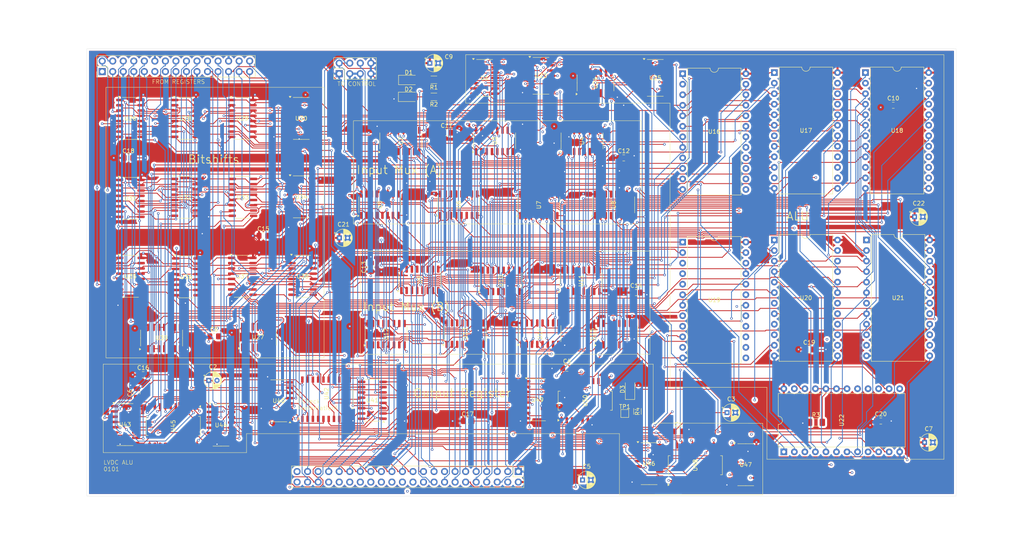
<source format=kicad_pcb>
(kicad_pcb (version 20240108) (generator "pcbnew") (generator_version "8.0")
  (layers (0 "F.Cu" signal) (1 "In1.Cu" signal) (2 "In2.Cu" signal) (31 "B.Cu" signal) (34 "B.Paste" user) (35 "F.Paste" user) (36 "B.SilkS" user "B.Silkscreen") (37 "F.SilkS" user "F.Silkscreen") (38 "B.Mask" user) (39 "F.Mask" user) (44 "Edge.Cuts" user))
  (net 0 "")
  (net 1 "GND")
  (net 2 "+6V")
  (net 3 "Net-(D1-A)")
  (net 4 "Net-(D2-A)")
  (net 5 "+5V")
  (net 6 "Net-(D3-K)")
  (net 7 "A9")
  (net 8 "A3")
  (net 9 "A16")
  (net 10 "A0")
  (net 11 "A1")
  (net 12 "A15")
  (net 13 "A18")
  (net 14 "A13")
  (net 15 "A24")
  (net 16 "A4")
  (net 17 "A7")
  (net 18 "A23")
  (net 19 "A22")
  (net 20 "A2")
  (net 21 "A11")
  (net 22 "A8")
  (net 23 "A17")
  (net 24 "A14")
  (net 25 "A10")
  (net 26 "A6")
  (net 27 "A19")
  (net 28 "A12")
  (net 29 "A5")
  (net 30 "A21")
  (net 31 "A20")
  (net 32 "A25")
  (net 33 "I0")
  (net 34 "DB4")
  (net 35 "DB18")
  (net 36 "I12")
  (net 37 "DB11")
  (net 38 "I11")
  (net 39 "DB0")
  (net 40 "I7")
  (net 41 "I6")
  (net 42 "DB24")
  (net 43 "DB3")
  (net 44 "DB15")
  (net 45 "DB13")
  (net 46 "I1")
  (net 47 "DB22")
  (net 48 "DB2")
  (net 49 "DB21")
  (net 50 "DB12")
  (net 51 "DB10")
  (net 52 "DB8")
  (net 53 "I8")
  (net 54 "I3")
  (net 55 "DB14")
  (net 56 "DB17")
  (net 57 "DB20")
  (net 58 "I4")
  (net 59 "I5")
  (net 60 "CLK")
  (net 61 "DB16")
  (net 62 "DB19")
  (net 63 "I9")
  (net 64 "I10")
  (net 65 "DB9")
  (net 66 "DB23")
  (net 67 "DB1")
  (net 68 "I2")
  (net 69 "DB5")
  (net 70 "DB6")
  (net 71 "DB25")
  (net 72 "~{RST}")
  (net 73 "DB7")
  (net 74 "ALU_ISS")
  (net 75 "~{ALU_R}")
  (net 76 "IS_RSU")
  (net 77 "Net-(R1-Pad1)")
  (net 78 "Net-(R2-Pad1)")
  (net 79 "Net-(U22-A2)")
  (net 80 "Net-(U49-Zd)")
  (net 81 "Net-(U50-Q6)")
  (net 82 "~{SHIFT_EN}")
  (net 83 "~{I1}")
  (net 84 "~{I2}")
  (net 85 "IS_NOT_RSU")
  (net 86 "~{I0}")
  (net 87 "~{I3}")
  (net 88 "Net-(U1-Pad11)")
  (net 89 "A_A2")
  (net 90 "A_A1")
  (net 91 "A_A3")
  (net 92 "A_A0")
  (net 93 "A_A5")
  (net 94 "A_A7")
  (net 95 "A_A6")
  (net 96 "A_A4")
  (net 97 "A_A10")
  (net 98 "A_A9")
  (net 99 "A_A11")
  (net 100 "A_A8")
  (net 101 "A_A14")
  (net 102 "A_A12")
  (net 103 "A_A13")
  (net 104 "A_A15")
  (net 105 "A_A17")
  (net 106 "A_A16")
  (net 107 "A_A18")
  (net 108 "A_A19")
  (net 109 "A_A22")
  (net 110 "A_A23")
  (net 111 "A_A20")
  (net 112 "A_A21")
  (net 114 "A_A25")
  (net 116 "A_A24")
  (net 117 "A_B0")
  (net 118 "A_B3")
  (net 119 "A_B2")
  (net 120 "A_B1")
  (net 121 "A_B6")
  (net 122 "A_B5")
  (net 123 "A_B7")
  (net 124 "A_B4")
  (net 125 "A_B10")
  (net 126 "A_B8")
  (net 127 "A_B9")
  (net 128 "A_B11")
  (net 129 "A_B15")
  (net 130 "A_B14")
  (net 131 "A_B12")
  (net 132 "A_B13")
  (net 133 "A_B17")
  (net 134 "A_B16")
  (net 135 "A_B19")
  (net 136 "A_B18")
  (net 137 "A_B23")
  (net 138 "A_B20")
  (net 139 "A_B22")
  (net 140 "A_B21")
  (net 142 "A_B25")
  (net 143 "A_B24")
  (net 145 "A_R0")
  (net 146 "ALU_S2")
  (net 147 "ALU_S1")
  (net 148 "ALU_M")
  (net 149 "ALU_S3")
  (net 150 "A_R1")
  (net 152 "A_R2")
  (net 153 "ALU_S0")
  (net 155 "A_R3")
  (net 157 "~{ALU_C}")
  (net 158 "Net-(U16-Cn+4)")
  (net 161 "A_R8")
  (net 163 "A_R11")
  (net 164 "A_R9")
  (net 165 "A_R10")
  (net 166 "Net-(U17-Cn+4)")
  (net 167 "Net-(U17-Cn)")
  (net 168 "A_R5")
  (net 169 "A_R7")
  (net 170 "A_R4")
  (net 173 "A_R6")
  (net 175 "A_R12")
  (net 176 "A_R14")
  (net 179 "A_R13")
  (net 180 "Net-(U19-Cn+4)")
  (net 181 "A_R15")
  (net 184 "Net-(U20-Cn+4)")
  (net 185 "A_R16")
  (net 186 "A_R17")
  (net 188 "A_R19")
  (net 190 "A_R18")
  (net 192 "A_R20")
  (net 194 "A_R21")
  (net 195 "Net-(U21-Cn+4)")
  (net 196 "A_R22")
  (net 198 "A_R23")
  (net 199 "A_R24")
  (net 200 "Net-(U22-F2)")
  (net 201 "A_R25")
  (net 206 "Net-(U22-A=B)")
  (net 207 "Net-(U23-Pad11)")
  (net 208 "Net-(U24-Pad3)")
  (net 209 "Net-(U24-Pad6)")
  (net 210 "Net-(U25-Pad12)")
  (net 211 "SHIFT_S1")
  (net 212 "SHIFT_S0")
  (net 213 "S_RES0")
  (net 214 "S_RES1")
  (net 215 "Net-(U27-Pad12)")
  (net 216 "S_RES3")
  (net 217 "S_RES2")
  (net 218 "S_RES5")
  (net 219 "S_RES4")
  (net 220 "S_RES7")
  (net 221 "S_RES6")
  (net 222 "S_RES8")
  (net 223 "S_RES9")
  (net 224 "S_RES11")
  (net 225 "S_RES10")
  (net 226 "S_RES12")
  (net 227 "S_RES13")
  (net 228 "S_RES14")
  (net 229 "S_RES15")
  (net 230 "S_RES16")
  (net 231 "S_RES17")
  (net 232 "S_RES19")
  (net 233 "S_RES18")
  (net 234 "S_RES21")
  (net 235 "S_RES20")
  (net 236 "S_RES23")
  (net 237 "S_RES22")
  (net 238 "S_RES25")
  (net 239 "S_RES24")
  (net 240 "Net-(U40-Zb)")
  (net 241 "Net-(U40-Zd)")
  (net 242 "Net-(U40-Za)")
  (net 243 "Net-(U40-Zc)")
  (net 244 "Net-(U41-Zc)")
  (net 245 "Net-(U41-Zb)")
  (net 246 "Net-(U41-Za)")
  (net 247 "Net-(U41-Zd)")
  (net 248 "Net-(U43-Zc)")
  (net 249 "Net-(U43-Zb)")
  (net 250 "Net-(U43-Za)")
  (net 251 "Net-(U43-Zd)")
  (net 252 "Net-(U44-Zb)")
  (net 253 "Net-(U44-Za)")
  (net 254 "Net-(U44-Zc)")
  (net 255 "Net-(U44-Zd)")
  (net 256 "Net-(U46-Zc)")
  (net 257 "Net-(U46-Zb)")
  (net 258 "Net-(U46-Zd)")
  (net 259 "Net-(U46-Za)")
  (net 260 "Net-(U47-Zc)")
  (net 261 "Net-(U47-Za)")
  (net 262 "Net-(U47-Zd)")
  (net 263 "Net-(U47-Zb)")
  (net 264 "Net-(U49-Zc)")
  (net 265 "Net-(U49-Zb)")
  (net 266 "Net-(U49-Za)")
  (footprint "LED_SMD:LED_1206_3216Metric_Pad1.42x1.75mm_HandSolder" (layer "F.Cu") (at 118.8355 52.832)
    (property "Reference" "D2")
    (property "Value" "LED")
  )
  (footprint "Package_SO:SO-16_3.9x9.9mm_P1.27mm" (layer "F.Cu") (at 141.097 97.247 90)
    (property "Reference" "U10")
    (property "Value" "74HCT157")
  )
  (footprint "Package_DIP:DIP-24_W15.24mm" (layer "F.Cu") (at 228.981 46.99)
    (property "Reference" "U18")
    (property "Value" "74LS181")
  )
  (footprint "Package_SO:SO-14_3.9x8.65mm_P1.27mm" (layer "F.Cu") (at 137.16 48.26)
    (property "Reference" "U1")
    (property "Value" "74HCT04")
  )
  (footprint "Package_SO:SO-16_3.9x9.9mm_P1.27mm" (layer "F.Cu") (at 160.401 97.212 90)
    (property "Reference" "U11")
    (property "Value" "74HCT157")
  )
  (footprint "LED_SMD:LED_1206_3216Metric_Pad1.42x1.75mm_HandSolder" (layer "F.Cu") (at 172.224 123.407 90)
    (property "Reference" "D3")
    (property "Value" "LED")
  )
  (footprint "Capacitor_SMD:C_0805_2012Metric_Pad1.18x1.45mm_HandSolder" (layer "F.Cu") (at 232.6855 131.064)
    (property "Reference" "C20")
    (property "Value" "100nF")
  )
  (footprint "Package_SO:SO-16_3.9x9.9mm_P1.27mm" (layer "F.Cu") (at 176.819 141.351)
    (property "Reference" "U46")
    (property "Value" "74HCT157")
  )
  (footprint "Resistor_SMD:R_1206_3216Metric_Pad1.30x1.75mm_HandSolder" (layer "F.Cu") (at 174.002 128.741 90)
    (property "Reference" "R4")
    (property "Value" "1K")
  )
  (footprint "Capacitor_THT:CP_Radial_D4.0mm_P2.00mm" (layer "F.Cu") (at 102.14 86.868)
    (property "Reference" "C21")
    (property "Value" "10µF")
  )
  (footprint "Package_SO:SO-16_3.9x9.9mm_P1.27mm" (layer "F.Cu") (at 93.288 96.139)
    (property "Reference" "U38")
    (property "Value" "74HCT153")
  )
  (footprint "Capacitor_SMD:C_0805_2012Metric_Pad1.18x1.45mm_HandSolder" (layer "F.Cu") (at 51.2865 67.564)
    (property "Reference" "C18")
    (property "Value" "100nF")
  )
  (footprint "Package_SO:SO-14_3.9x8.65mm_P1.27mm" (layer "F.Cu") (at 178.308 48.26)
    (property "Reference" "U25")
    (property "Value" "74HCT32")
  )
  (footprint "Package_SO:SO-20_12.8x7.5mm_P1.27mm" (layer "F.Cu") (at 187.96 141.732 90)
    (property "Reference" "U48")
    (property "Value" "74HCT574")
  )
  (footprint "Package_SO:SO-20_12.8x7.5mm_P1.27mm" (layer "F.Cu") (at 98.933 125.806 90)
    (property "Reference" "U42")
    (property "Value" "74HCT574")
  )
  (footprint "Package_DIP:DIP-24_W15.24mm" (layer "F.Cu") (at 184.907 87.884)
    (property "Reference" "U19")
    (property "Value" "74LS181")
  )
  (footprint "Package_SO:SO-16_3.9x9.9mm_P1.27mm" (layer "F.Cu") (at 51.781 58.039)
    (property "Reference" "U26")
    (property "Value" "74HCT153")
  )
  (footprint "Capacitor_SMD:C_0805_2012Metric_Pad1.18x1.45mm_HandSolder" (layer "F.Cu") (at 128.016 61.468)
    (property "Reference" "C11")
    (property "Value" "100nF")
  )
  (footprint "Package_SO:SO-16_3.9x9.9mm_P1.27mm" (layer "F.Cu") (at 92.964 76.962)
    (property "Reference" "U34")
    (property "Value" "74HCT153")
  )
  (footprint "Package_DIP:DIP-24_W15.24mm" (layer "F.Cu") (at 209.296 138.506 90)
    (property "Reference" "U22")
    (property "Value" "74LS181")
  )
  (footprint "Package_SO:SO-16_3.9x9.9mm_P1.27mm" (layer "F.Cu") (at 200.117 141.605)
    (property "Reference" "U47")
    (property "Value" "74HCT157")
  )
  (footprint "Capacitor_SMD:C_0805_2012Metric_Pad1.18x1.45mm_HandSolder" (layer "F.Cu") (at 173.7145 100.076)
    (property "Reference" "C14")
    (property "Value" "100nF")
  )
  (footprint "Package_SO:SO-16_3.9x9.9mm_P1.27mm" (layer "F.Cu") (at 78.74 58.039)
    (property "Reference" "U29")
    (property "Value" "74HCT153")
  )
  (footprint "LED_SMD:LED_1206_3216Metric_Pad1.42x1.75mm_HandSolder" (layer "F.Cu") (at 118.872 48.768)
    (property "Reference" "D1")
    (property "Value" "LED")
  )
  (footprint "Resistor_SMD:R_1206_3216Metric_Pad1.30x1.75mm_HandSolder" (layer "F.Cu") (at 124.9315 52.832 180)
    (property "Reference" "R2")
    (property "Value" "1K")
  )
  (footprint "Capacitor_SMD:C_0805_2012Metric_Pad1.18x1.45mm_HandSolder" (layer "F.Cu") (at 109.728 93.9585 90)
    (property "Reference" "C13")
    (property "Value" "100nF")
  )
  (footprint "Capacitor_THT:CP_Radial_D4.0mm_P2.00mm" (layer "F.Cu") (at 240.824 81.788)
    (property "Reference" "C22")
    (property "Value" "10µF")
  )
  (footprint "Package_SO:SO-16_3.9x9.9mm_P1.27mm" (layer "F.Cu") (at 150.241 78.924 90)
    (property "Reference" "U7")
    (property "Value" "74HCT157")
  )
  (footprint "Package_SO:SO-16_3.9x9.9mm_P1.27mm" (layer "F.Cu") (at 113.411 110.096 90)
    (property "Reference" "U12")
    (property "Value" "74HCT157")
  )
  (footprint "Package_SO:SO-16_3.9x9.9mm_P1.27mm" (layer "F.Cu") (at 160.655 63.465 90)
    (property "Reference" "U4")
    (property "Value" "74HCT157")
  )
  (footprint "Package_SO:SO-16_3.9x9.9mm_P1.27mm" (layer "F.Cu") (at 111.887 78.854 90)
    (property "Reference" "U5")
    (property "Value" "74HCT157")
  )
  (footprint "Connector_PinHeader_2.54mm:PinHeader_2x15_P2.54mm_Vertical" (layer "F.Cu") (at 44.958 46.736 90)
    (property "Reference" "J1" (hide yes))
    (property "Value" "ACCUMULATOR" (hide yes))
  )
  (footprint "Package_SO:SO-16_3.9x9.9mm_P1.27mm" (layer "F.Cu") (at 65.024 58.039)
    (property "Reference" "U28")
    (property "Value" "74HCT153")
  )
  (footprint "Package_DIP:DIP-24_W15.24mm" (layer "F.Cu") (at 207.01 46.99)
    (property "Reference" "U17")
    (property "Value" "74LS181")
  )
  (footprint "Package_SO:SO-16_3.9x9.9mm_P1.27mm" (layer "F.Cu") (at 87.538 126.187 180)
    (property "Reference" "U40")
    (property "Value" "74HCT157")
  )
  (footprint "Package_SO:SO-16_3.9x9.9mm_P1.27mm" (layer "F.Cu") (at 121.539 96.993 90)
    (property "Reference" "U9")
    (property "Value" "74HCT157")
  )
  (footprint "Capacitor_THT:CP_Radial_D4.0mm_P2.00mm" (layer "F.Cu") (at 243.237 136.22)
    (property "Reference" "C7")
    (property "Value" "10µF")
  )
  (footprint "Capacitor_THT:CP_Radial_D4.0mm_P2.00mm" (layer "F.Cu") (at 160.782 145.288)
    (property "Reference" "C5")
    (property "Value" "10µF")
  )
  (footprint "Package_SO:SO-16_3.9x9.9mm_P1.27mm" (layer "F.Cu") (at 150.495 109.982 90)
    (property "Reference" "U14")
    (property "Value" "74HCT157")
  )
  (footprint "Package_SO:SO-16_3.9x9.9mm_P1.27mm" (layer "F.Cu") (at 59.274 111.033 90)
    (property "Reference" "U39")
    (property "Value" "74HCT153")
  )
  (footprint "Package_SO:SO-16_3.9x9.9mm_P1.27mm" (layer "F.Cu") (at 149.907 125.947)
    (property "Reference" "U49")
    (property "Value" "74HCT157")
  )
  (footprint "Package_SO:SO-16_3.9x9.9mm_P1.27mm" (layer "F.Cu") (at 78.74 96.139)
    (property "Reference" "U37")
    (property "Value" "74HCT153")
  )
  (footprint "Package_SO:SO-20_12.8x7.5mm_P1.27mm" (layer "F.Cu") (at 161.417 126.162 90)
    (property "Reference" "U50")
    (property "Value" "74HCT574")
  )
  (footprint "Capacitor_SMD:C_0805_2012Metric_Pad1.18x1.45mm_HandSolder" (layer "F.Cu") (at 54.8425 119.888)
    (property "Reference" "C16")
    (property "Value" "100nF")
  )
  (footprint "Package_SO:SO-16_3.9x9.9mm_P1.27mm" (layer "F.Cu") (at 168.275 78.889 90)
    (property "Reference" "U8")
    (property "Value" "74HCT157")
  )
  (footprint "Package_SO:SO-16_3.9x9.9mm_P1.27mm" (layer "F.Cu") (at 50.46 131.928)
    (property "Reference" "U43")
    (property "Value" "74HCT157")
  )
  (footprint "Connector_PinHeader_2.54mm:PinHeader_2x04_P2.54mm_Vertical" (layer "F.Cu") (at 102.108 47.244 90)
    (property "Reference" "J3" (hide yes))
    (property "Value" "FROM_CTRL" (hide yes))
  )
  (footprint "Package_SO:SO-16_3.9x9.9mm_P1.27mm" (layer "F.Cu") (at 132.461 109.982 90)
    (property "Reference" "U13")
    (property "Value" "74HCT157")
  )
  (footprint "Package_SO:SO-16_3.9x9.9mm_P1.27mm" (layer "F.Cu") (at 51.746 77.343)
    (property "Reference" "U31")
    (property "Value" "74HCT153")
  )
  (footprint "Capacitor_SMD:C_0805_2012Metric_Pad1.18x1.45mm_HandSolder" (layer "F.Cu") (at 53.34 124.308 90)
    (property "Reference" "C6")
    (property "Value" "100nF")
  )
  (footprint "Package_SO:SO-16_3.9x9.9mm_P1.27mm" (layer "F.Cu") (at 169.037 110.096 90)
    (property "Reference" "U15")
    (property "Value" "74HCT157")
  )
  (footprint "Capacitor_SMD:C_0805_2012Metric_Pad1.18x1.45mm_HandSolder" (layer "F.Cu") (at 215.4135 113.792)
    (property "Reference" "C19")
    (property "Value" "100nF")
  )
  (footprint "Resistor_SMD:R_1206_3216Metric_Pad1.30x1.75mm_HandSolder" (layer "F.Cu") (at 217.043 131.394)
    (property "Reference" "R3")
    (property "Value" "1K")
  )
  (footprint "Package_SO:SO-14_3.9x8.65mm_P1.27mm" (layer "F.Cu") (at 163.895 49.465 90)
    (property "Reference" "U24")
    (property "Value" "74HCT08")
  )
  (footprint "Package_SO:SO-14_3.9x8.65mm_P1.27mm" (layer "F.Cu") (at 82.515 110.814 90)
    (property "Reference" "U27")
    (property "Value" "74HCT32")
  )
  (footprint "Package_SO:SO-20_12.8x7.5mm_P1.27mm" (layer "F.Cu") (at 62.103 132.258 -90)
    (property "Reference" "U45")
    (property "Value" "74HCT574")
  )
  (footprint "Package_DIP:DIP-24_W15.24mm" (layer "F.Cu") (at 207.01 87.381)
    (property "Reference" "U20")
    (property "Value" "74LS181")
  )
  (footprint "Resistor_SMD:R_1206_3216Metric_Pad1.30x1.75mm_HandSolder" (layer "F.Cu") (at 124.9315 48.718 180)
    (property "Reference" "R1")
    (property "Value" "1K")
  )
  (footprint "Package_SO:SO-14_3.9x8.65mm_P1.27mm" (layer "F.Cu") (at 150.752 47.752)
    (property "Reference" "U23")
    (property "Value" "74HCT08")
  )
  (footprint "Capacitor_SMD:C_0805_2012Metric_Pad1.18x1.45mm_HandSolder" (layer "F.Cu") (at 170.7095 67.564)
    (property "Reference" "C12")
    (property "Value" "100nF")
  )
  (footprint "Connector_PinHeader_2.54mm:PinHeader_2x22_P2.54mm_Vertical" (layer "F.Cu") (at 145.288 143.256 -90)
    (property "Reference" "J2" (hide yes))
    (property "Value" "TO_BACKPLANE" (hide yes))
  )
  (footprint "Package_SO:SO-16_3.9x9.9mm_P1.27mm" (layer "F.Cu") (at 78.889 77.089)
    (property "Reference" "U33")
    (property "Value" "74HCT153")
  )
  (footprint "Capacitor_SMD:C_0805_2012Metric_Pad1.18x1.45mm_HandSolder" (layer "F.Cu") (at 183.896 133.604)
    (property "Reference" "C1")
    (property "Value" "100nF")
  )
  (footprint "Capacitor_SMD:C_0805_2012Metric_Pad1.18x1.45mm_HandSolder" (layer "F.Cu") (at 71.9525 110.636)
    (property "Reference" "C8")
    (property "Value" "100nF")
  )
  (footprint "Package_DIP:DIP-24_W15.24mm" (layer "F.Cu") (at 229.235 87.381)
    (property "Reference" "U21")
    (property "Value" "74LS181")
  )
  (footprint "TestPoint:TestPoint_Pad_1.5x1.5mm" (layer "F.Cu") (at 170.954 129.249)
    (property "Reference" "TP1")
    (property "Value" "TestPoint")
  )
  (footprint "Capacitor_SMD:C_0805_2012Metric_Pad1.18x1.45mm_HandSolder" (layer "F.Cu") (at 157.0325 118.327)
    (property "Reference" "C4")
    (property "Value" "100nF")
  )
  (footprint "Package_SO:SO-16_3.9x9.9mm_P1.27mm" (layer "F.Cu") (at 139.573 63.465 90)
    (property "Reference" "U3")
    (property "Value" "74HCT157")
  )
  (footprint "Capacitor_SMD:C_0805_2012Metric_Pad1.18x1.45mm_HandSolder" (layer "F.Cu") (at 83.82 86.36)
    (property "Reference" "C15")
    (property "Value" "100nF")
  )
  (footprint "Capacitor_SMD:C_0805_2012Metric_Pad1.18x1.45mm_HandSolder" (layer "F.Cu") (at 133.0745 131.064)
    (property "Reference" "C17")
    (property "Value" "100nF")
  )
  (footprint "Capacitor_THT:CP_Radial_D4.0mm_P2.00mm" (layer "F.Cu") (at 195.612 129.032)
    (property "Reference" "C3")
    (property "Value" "10µF")
  )
  (footprint "Package_DIP:DIP-24_W15.24mm" (layer "F.Cu") (at 184.912 47.244)
    (property "Reference" "U16")
    (property "Value" "74LS181")
  )
  (footprint "Package_SO:SO-16_3.9x9.9mm_P1.27mm" (layer "F.Cu") (at 51.781 96.139)
    (property "Reference" "U35")
    (property "Value" "74HCT153")
  )
  (footprint "Capacitor_SMD:C_0805_2012Metric_Pad1.18x1.45mm_HandSolder" (layer "F.Cu") (at 235.6905 54.864)
    (property "Reference" "C10")
    (property "Value" "100nF")
  )
  (footprint "Package_SO:SO-16_3.9x9.9mm_P1.27mm" (layer "F.Cu") (at 64.989 77.089)
    (property "Reference" "U32")
    (property "Value" "74HCT153")
  )
  (footprint "Capacitor_THT:CP_Radial_D4.0mm_P2.00mm" (layer "F.Cu") (at 123.952 44.704)
    (property "Reference" "C9")
    (property "Value" "10µF")
  )
  (footprint "Package_SO:SO-16_3.9x9.9mm_P1.27mm" (layer "F.Cu") (at 73.609 132.055)
    (property "Reference" "U44")
    (property "Value" "74HCT157")
  )
  (footprint "Package_SO:SO-16_3.9x9.9mm_P1.27mm" (layer "F.Cu") (at 92.964 58.039)
    (property "Reference" "U30")
    (property "Value" "74HCT153")
  )
  (footprint "Package_SO:SO-16_3.9x9.9mm_P1.27mm" (layer "F.Cu") (at 130.937 78.854 90)
    (property "Reference" "U6")
    (property "Value" "74HCT157")
  )
  (footprint "Package_SO:SO-16_3.9x9.9mm_P1.27mm" (layer "F.Cu") (at 110.109 126.06 180)
    (property "Reference" "U41")
    (property "Value" "74HCT157")
  )
  (footprint "Package_SO:SO-16_3.9x9.9mm_P1.27mm" (layer "F.Cu") (at 116.967 63.465 90)
    (property "Reference" "U2")
    (property "Value" "74HCT157")
  )
  (footprint "Capacitor_THT:CP_Radial_D4.0mm_P2.00mm" (layer "F.Cu") (at 70.644 121.26)
    (property "Reference" "C2")
    (property "Value" "10µF")
  )
  (footprint "Package_SO:SO-16_3.9x9.9mm_P1.27mm" (layer "F.Cu") (at 65.243 96.266)
    (property "Reference" "U36")
    (property "Value" "74HCT153")
  )
  (gr_line (start 45.212 117.348) (end 177.8 117.348) (stroke (width 0.1)) (layer "F.SilkS"))
  (gr_rect (start 105.537 58.604) (end 174.879 83.496) (stroke (width 0.1)) (fill none) (layer "F.SilkS"))
  (gr_rect (start 107.188 90.065) (end 177.038 114.957) (stroke (width 0.1)) (fill none) (layer "F.SilkS"))
  (gr_line (start 177.8 131.572) (end 204.216 131.61) (stroke (width 0.1)) (layer "F.SilkS"))
  (gr_rect (start 45.869 50.546) (end 98.447 115.824) (stroke (width 0.1)) (fill none) (layer "F.SilkS"))
  (gr_line (start 181.864 122.936) (end 205.232 122.936) (stroke (width 0.1)) (layer "F.SilkS"))
  (gr_line (start 181.864 54.356) (end 181.864 122.936) (stroke (width 0.1)) (layer "F.SilkS"))
  (gr_line (start 169.672 148.844) (end 169.672 134.112) (stroke (width 0.1)) (layer "F.SilkS"))
  (gr_line (start 45.212 138.684) (end 45.212 117.348) (stroke (width 0.1)) (layer "F.SilkS"))
  (gr_line (start 177.8 117.348) (end 177.8 131.572) (stroke (width 0.1)) (layer "F.SilkS"))
  (gr_line (start 132.588 42.672) (end 132.588 54.356) (stroke (width 0.1)) (layer "F.SilkS"))
  (gr_line (start 247.904 42.672) (end 132.588 42.672) (stroke (width 0.1)) (layer "F.SilkS"))
  (gr_line (start 204.216 131.61) (end 204.216 148.844) (stroke (width 0.1)) (layer "F.SilkS"))
  (gr_line (start 132.588 54.356) (end 181.864 54.356) (stroke (width 0.1)) (layer "F.SilkS"))
  (gr_line (start 205.232 122.936) (end 205.232 140.284) (stroke (width 0.1)) (layer "F.SilkS"))
  (gr_line (start 247.904 140.284) (end 247.904 42.672) (stroke (width 0.1)) (layer "F.SilkS"))
  (gr_line (start 205.232 140.284) (end 247.904 140.284) (stroke (width 0.1)) (layer "F.SilkS"))
  (gr_line (start 204.216 148.844) (end 169.672 148.844) (stroke (width 0.1)) (layer "F.SilkS"))
  (gr_line (start 169.672 134.112) (end 79.756 134.112) (stroke (width 0.1)) (layer "F.SilkS"))
  (gr_line (start 79.756 134.112) (end 79.756 138.684) (stroke (width 0.1)) (layer "F.SilkS"))
  (gr_line (start 79.756 138.684) (end 45.212 138.684) (stroke (width 0.1)) (layer "F.SilkS"))
  (gr_rect (start 41.275 41.224) (end 250.825 149.174) (stroke (width 0.05)) (fill none) (layer "Edge.Cuts"))
  (gr_text "Output Register" (at 119.888 125.476 0) (layer "F.SilkS") (effects (font (size 2 2) (thickness 0.2)) (justify left bottom)))
  (gr_text "Check\norientation!" (at 92.964 128.524 0) (layer "F.SilkS") (effects (font (size 1 1) (thickness 0.1)) (justify left bottom)))
  (gr_text "Bitshifts" (at 65.532 69.088 0) (layer "F.SilkS") (effects (font (size 2 2) (thickness 0.2)) (justify left bottom)))
  (gr_text "ALU" (at 209.804 82.804 0) (layer "F.SilkS") (effects (font (size 2 2) (thickness 0.2)) (justify left bottom)))
  (gr_text "FROM REGISTERS" (at 56.896 49.784 0) (layer "F.SilkS") (effects (font (size 1 1) (thickness 0.1)) (justify left bottom)))
  (gr_text "LVDC ALU\n0101" (at 45.212 143.256 0) (layer "F.SilkS") (effects (font (size 1 1) (thickness 0.1)) (justify left bottom)))
  (gr_text "Input Mux (A)" (at 106.172 71.628 0) (layer "F.SilkS") (effects (font (size 2 2) (thickness 0.2)) (justify left bottom)))
  (gr_text "TO CONTROL" (at 101.6 50.292 0) (layer "F.SilkS") (effects (font (size 1 1) (thickness 0.1)) (justify left bottom)))
  (gr_text "Input Mux (B)" (at 107.696 104.648 0) (layer "F.SilkS") (effects (font (size 2 2) (thickness 0.2)) (justify left bottom)))
  (segment (start 58.734186 61.214) (end 54.356 61.214) (width 0.2) (layer "F.Cu") (net 1))
  (segment (start 127.461999 75.104) (end 124.0608 75.104) (width 0.2) (layer "F.Cu") (net 1))
  (segment (start 55.88 119.888) (end 60.96 119.888) (width 0.2) (layer "F.Cu") (net 1))
  (segment (start 74.7427 63.9063) (end 72.136 63.9063) (width 0.2) (layer "F.Cu") (net 1))
  (segment (start 104.9846 130.556) (end 105.4363 131.0077) (width 0.2) (layer "F.Cu") (net 1))
  (segment (start 61.1648 81.534) (end 60.96 81.7388) (width 0.2) (layer "F.Cu") (net 1))
  (segment (start 105.156 130.556) (end 106.477 129.235) (width 0.2) (layer "F.Cu") (net 1))
  (segment (start 170.18 76.314) (end 170.18 75.276) (width 0.2) (layer "F.Cu") (net 1))
  (segment (start 145.542 99.822) (end 146.812 98.552) (width 0.2) (layer "F.Cu") (net 1))
  (segment (start 110.236 107.521) (end 110.236 108.712) (width 0.2) (layer "F.Cu") (net 1))
  (segment (start 72.492 136.5) (end 72.644 136.652) (width 0.2) (layer "F.Cu") (net 1))
  (segment (start 156.245 81.499) (end 156.464 81.28) (width 0.2) (layer "F.Cu") (net 1))
  (segment (start 48.960448 59.944) (end 49.206 59.944) (width 0.2) (layer "F.Cu") (net 1))
  (segment (start 72.99 110.636) (end 75.076 110.636) (width 0.2) (layer "F.Cu") (net 1))
  (segment (start 113.792 60.89) (end 113.792 60.015001) (width 0.2) (layer "F.Cu") (net 1))
  (segment (start 127.909999 105.156) (end 127.0864 105.156) (width 0.2) (layer "F.Cu") (net 1))
  (segment (start 185.928 133.604) (end 186.436 133.096) (width 0.2) (layer "F.Cu") (net 1))
  (segment (start 60.004186 62.484) (end 58.734186 61.214) (width 0.2) (layer "F.Cu") (net 1))
  (segment (start 163.322 130.912) (end 164.592 130.912) (width 0.2) (layer "F.Cu") (net 1))
  (segment (start 177.8 115.824) (end 173.228 111.252) (width 0.2) (layer "F.Cu") (net 1))
  (segment (start 89.916 81.88) (end 89.916 84.328) (width 0.2) (layer "F.Cu") (net 1))
  (segment (start 184.9335 133.604) (end 185.928 133.604) (width 0.2) (layer "F.Cu") (net 1))
  (segment (start 197.542 146.05) (end 196.012 146.05) (width 0.2) (layer "F.Cu") (net 1))
  (segment (start 52.578 61.214) (end 52.324 60.96) (width 0.2) (layer "F.Cu") (net 1))
  (segment (start 173.044 81.788) (end 175.7795 81.788) (width 0.2) (layer "F.Cu") (net 1))
  (segment (start 90.113 121.742) (end 88.427 121.742) (width 0.2) (layer "F.Cu") (net 1))
  (segment (start 129.0535 61.468) (end 130.556 61.468) (width 0.2) (layer "F.Cu") (net 1))
  (segment (start 174.752 100.076) (end 175.768 100.076) (width 0.2) (layer "F.Cu") (net 1))
  (segment (start 172.72 67.564) (end 173.228 67.056) (width 0.2) (layer "F.Cu") (net 1))
  (segment (start 148.277 51.562) (end 146.558 51.562) (width 0.2) (layer "F.Cu") (net 1))
  (segment (start 167.132 130.912) (end 165.862 130.912) (width 0.2) (layer "F.Cu") (net 1))
  (segment (start 117.3845 48.768) (end 117.3845 52.7955) (width 0.2) (layer "F.Cu") (net 1))
  (segment (start 144.018 66.04) (end 145.288 66.04) (width 0.2) (layer "F.Cu") (net 1))
  (segment (start 167.224 105.572) (end 167.132 105.664) (width 0.2) (layer "F.Cu") (net 1))
  (segment (start 118.364 93.543001) (end 118.063999 93.243) (width 0.2) (layer "F.Cu") (net 1))
  (segment (start 117.551 121.615) (end 118.364 122.428) (width 0.2) (layer "F.Cu") (net 1))
  (segment (start 129.286 106.532001) (end 127.909999 105.156) (width 0.2) (layer "F.Cu") (net 1))
  (segment (start 137.922 94.672) (end 137.922 94.086529) (width 0.2) (layer "F.Cu") (net 1))
  (segment (start 63.8713 63.9063) (end 62.449 62.484) (width 0.2) (layer "F.Cu") (net 1))
  (segment (start 216.451 113.792) (end 219.456 113.792) (width 0.2) (layer "F.Cu") (net 1))
  (segment (start 162.052 130.912) (end 163.322 130.912) (width 0.2) (layer "F.Cu") (net 1))
  (segment (start 48.997 136.373) (end 49.276 136.652) (width 0.2) (layer "F.Cu") (net 1))
  (segment (start 165.1 75.439001) (end 164.799999 75.139) (width 0.2) (layer "F.Cu") (net 1))
  (segment (start 165.862 130.912) (end 164.592 130.912) (width 0.2) (layer "F.Cu") (net 1))
  (segment (start 154.686 81.499) (end 156.245 81.499) (width 0.2) (layer "F.Cu") (net 1))
  (segment (start 48.331001 62.484) (end 48.031 62.183999) (width 0.2) (layer "F.Cu") (net 1))
  (segment (start 170.942 106.646001) (end 169.867999 105.572) (width 0.2) (layer "F.Cu") (net 1))
  (segment (start 156.3753 125.312) (end 156.464 125.4007) (width 0.2) (layer "F.Cu") (net 1))
  (segment (start 84.658 129.362) (end 83.312 128.016) (width 0.2) (layer "F.Cu") (net 1))
  (segment (start 106.477 129.235) (end 107.534 129.235) (width 0.2) (layer "F.Cu") (net 1))
  (segment (start 146.765999 75.174) (end 145.2251 75.174) (width 0.2) (layer "F.Cu") (net 1))
  (segment (start 233.723 131.064) (end 235.204 131.064) (width 0.2) (layer "F.Cu") (net 1))
  (segment (start 126.7935 99.568) (end 127.3015 100.076) (width 0.2) (layer "F.Cu") (net 1))
  (segment (start 48.768 101.022) (end 48.768 103.124) (width 0.2) (layer "F.Cu") (net 1))
  (segment (start 48.031 62.183999) (end 48.031 60.873448) (width 0.2) (layer "F.Cu") (net 1))
  (segment (start 70.866 81.534) (end 70.612 81.788) (width 0.2) (layer "F.Cu") (net 1))
  (segment (start 165.862 107.521) (end 167.132 107.521) (width 0.2) (layer "F.Cu") (net 1))
  (segment (start 178.816 138.176) (end 177.8 139.192) (width 0.2) (layer "F.Cu") (net 1))
  (segment (start 200.6949 138.43) (end 200.66 138.3951) (width 0.2) (layer "F.Cu") (net 1))
  (segment (start 117.856 113.792) (end 118.364 114.3) (width 0.2) (layer "F.Cu") (net 1))
  (segment (start 111.252 48.768) (end 109.728 47.244) (width 0.2) (layer "F.Cu") (net 1))
  (segment (start 172.72 81.464) (end 173.044 81.788) (width 0.2) (layer "F.Cu") (net 1))
  (segment (start 113.491999 59.715) (end 111.481 59.715) (width 0.2) (layer "F.Cu") (net 1))
  (segment (start 214.046 131.394) (end 213.868 131.572) (width 0.2) (layer "F.Cu") (net 1))
  (segment (start 86.325 111.725) (end 85.852 111.252) (width 0.2) (layer "F.Cu") (net 1))
  (segment (start 71.034 136.5) (end 72.492 136.5) (width 0.2) (layer "F.Cu") (net 1))
  (segment (start 90.389 81.407) (end 89.916 81.88) (width 0.2) (layer "F.Cu") (net 1))
  (segment (start 104.648 130.556) (end 104.9846 130.556) (width 0.2) (layer "F.Cu") (net 1))
  (segment (start 156.245 112.557) (end 156.464 112.776) (width 0.2) (layer "F.Cu") (net 1))
  (segment (start 65.348 113.608) (end 65.532 113.792) (width 0.2) (layer "F.Cu") (net 1))
  (segment (start 110.236 108.712) (end 109.728 109.22) (width 0.2) (layer "F.Cu") (net 1))
  (segment (start 76.165 62.484) (end 74.7427 63.9063) (width 0.2) (layer "F.Cu") (net 1))
  (segment (start 112.497 93.243) (end 112.268 93.472) (width 0.2) (layer "F.Cu") (net 1))
  (segment (start 90.389 62.484) (end 86.36 62.484) (width 0.2) (layer "F.Cu") (net 1))
  (segment (start 145.2251 75.174) (end 144.6783 75.7208) (width 0.2) (layer "F.Cu") (net 1))
  (segment (start 76.184 128.88) (end 75.844 128.88) (width 0.2) (layer "F.Cu") (net 1))
  (segment (start 86.325 113.289) (end 86.325 111.725) (width 0.2) (layer "F.Cu") (net 1))
  (segment (start 72.136 63.9063) (end 72.5423 63.9063) (width 0.2) (layer "F.Cu") (net 1))
  (segment (start 84.8575 86.36) (end 87.884 86.36) (width 0.2) (layer "F.Cu") (net 1))
  (segment (start 173.482 112.671) (end 173.482 111.506) (width 0.2) (layer "F.Cu") (net 1))
  (segment (start 125.984 99.568) (end 126.7935 99.568) (width 0.2) (layer "F.Cu") (net 1))
  (segment (start 146.468 130.392) (end 145.796 131.064) (width 0.2) (layer "F.Cu") (net 1))
  (segment (start 136.398 61.9641) (end 136.652 62.2181) (width 0.2) (layer "F.Cu") (net 1))
  (segment (start 54.356 61.214) (end 52.578 61.214) (width 0.2) (layer "F.Cu") (net 1))
  (segment (start 72.136 63.9063) (end 63.8713 63.9063) (width 0.2) (layer "F.Cu") (net 1))
  (segment (start 109.728 92.921) (end 109.728 91.44) (width 0.2) (layer "F.Cu") (net 1))
  (segment (start 117.856 112.671) (end 117.856 113.792) (width 0.2) (layer "F.Cu") (net 1))
  (segment (start 53.035 128.753) (end 51.587 128.753) (width 0.2) (layer "F.Cu") (net 1))
  (segment (start 169.867999 105.572) (end 167.224 105.572) (width 0.2) (layer "F.Cu") (net 1))
  (segment (start 121.412 66.04) (end 122.936 67.564) (width 0.2) (layer "F.Cu") (net 1))
  (segment (start 166.37 76.314) (end 165.1 76.314) (width 0.2) (layer "F.Cu") (net 1))
  (segment (start 168.18 51.94) (end 169.164 52.924) (width 0.2) (layer "F.Cu") (net 1))
  (segment (start 134.112 131.064) (end 137.668 131.064) (width 0.2) (layer "F.Cu") (net 1))
  (segment (start 49.206 62.484) (end 48.331001 62.484) (width 0.2) (layer "F.Cu") (net 1))
  (segment (start 165.643 100.584) (end 167.132 100.584) (width 0.2) (layer "F.Cu") (net 1))
  (segment (start 84.963 129.362) (end 84.658 129.362) (width 0.2) (layer "F.Cu") (net 1))
  (segment (start 72.5423 63.9063) (end 73.66 65.024) (width 0.2) (layer "F.Cu") (net 1))
  (segment (start 134.685 52.07) (end 134.685 52.259) (width 0.2) (layer "F.Cu") (net 1))
  (segment (start 108.712 75.184) (end 107.696 74.168) (width 0.2) (layer "F.Cu") (net 1))
  (segment (start 136.906 111.5541) (end 136.6039 111.252) (width 0.2) (layer "F.Cu") (net 1))
  (segment (start 150.9124 122.772) (end 150.876 122.8084) (width 0.2) (layer "F.Cu") (net 1))
  (segment (start 193.675 146.482) (end 195.58 146.482) (width 0.2) (layer "F.Cu") (net 1))
  (segment (start 75.844 128.88) (end 74.168 130.556) (width 0.2) (layer "F.Cu") (net 1))
  (segment (start 157.48 60.89) (end 157.48 62.484) (width 0.2) (layer "F.Cu") (net 1))
  (segment (start 151.607001 129.122) (end 150.817 128.331999) (width 0.2) (layer "F.Cu") (net 1))
  (segment (start 152.482 122.772) (end 150.9124 122.772) (width 0.2) (layer "F.Cu") (net 1))
  (segment (start 117.3845 52.7955) (end 117.348 52.832) (width 0.2) (layer "F.Cu") (net 1))
  (segment (start 47.752 63.938) (end 47.752 64.008) (width 0.2) (layer "F.Cu") (net 1))
  (segment (start 136.906 112.557) (end 136.906 111.5541) (width 0.2) (layer "F.Cu") (net 1))
  (segment (start 53.34 123.2705) (end 52.6585 123.2705) (width 0.2) (layer "F.Cu") (net 1))
  (segment (start 152.482 129.122) (end 151.607001 129.122) (width 0.2) (layer "F.Cu") (net 1))
  (segment (start 135.382 81.429) (end 136.1332 81.429) (width 0.2) (layer "F.Cu") (net 1))
  (segment (start 87.884 86.36) (end 89.916 84.328) (width 0.2) (layer "F.Cu") (net 1))
  (segment (start 147.066 76.349) (end 147.066 75.474001) (width 0.2) (layer "F.Cu") (net 1))
  (segment (start 90.389 62.484) (end 91.948 62.484) (width 0.2) (layer "F.Cu") (net 1))
  (segment (start 170.942 107.521) (end 170.942 106.646001) (width 0.2) (layer "F.Cu") (net 1))
  (segment (start 108.712 76.279) (end 108.712 75.184) (width 0.2) (layer "F.Cu") (net 1))
  (segment (start 146.812 98.552) (end 147.666 98.552) (width 0.2) (layer "F.Cu") (net 1))
  (segment (start 56.388 128.524) (end 55.88 129.032) (width 0.2) (layer "F.Cu") (net 1))
  (segment (start 164.846 99.787) (end 165.643 100.584) (width 0.2) (layer "F.Cu") (net 1))
  (segment (start 236.728 54.864) (end 237.236 54.864) (width 0.2) (layer "F.Cu") (net 1))
  (segment (start 157.226 94.637) (end 157.226 93.762001) (width 0.2) (layer "F.Cu") (net 1))
  (segment (start 118.2681 81.429) (end 118.364 81.3331) (width 0.2) (layer "F.Cu") (net 1))
  (segment (start 76.165 100.584) (end 76.165 102.073) (width 0.2) (layer "F.Cu") (net 1))
  (segment (start 76.165 102.073) (end 76.2 102.108) (width 0.2) (layer "F.Cu") (net 1))
  (segment (start 112.684 121.615) (end 117.551 121.615) (width 0.2) (layer "F.Cu") (net 1))
  (segment (start 157.045 117.302) (end 154.478 117.302) (width 0.2) (layer "F.Cu") (net 1))
  (segment (start 129.286 107.407) (end 129.286 106.532001) (width 0.2) (layer "F.Cu") (net 1))
  (segment (start 152.482 125.312) (end 156.3753 125.312) (width 0.2) (layer "F.Cu") (net 1))
  (segment (start 136.799471 92.964) (end 134.112 92.964) (width 0.2) (layer "F.Cu") (net 1))
  (segment (start 173.482 111.506) (end 173.228 111.252) (width 0.2) (layer "F.Cu") (net 1))
  (segment (start 171.747 67.564) (end 172.72 67.564) (width 0.2) (layer "F.Cu") (net 1))
  (segment (start 118.364 94.418) (end 118.364 93.543001) (width 0.2) (layer "F.Cu") (net 1))
  (segment (start 167.132 105.664) (end 167.132 107.521) (width 0.2) (layer "F.Cu") (net 1))
  (segment (start 196.012 146.05) (end 195.58 146.482) (width 0.2) (layer "F.Cu") (net 1))
  (segment (start 74.168 130.556) (end 74.168 131.064) (width 0.2) (layer "F.Cu") (net 1))
  (segment (start 117.3845 48.768) (end 111.252 48.768) (width 0.2) (layer "F.Cu") (net 1))
  (segment (start 154.94 112.557) (end 156.245 112.557) (width 0.2) (layer "F.Cu") (net 1))
  (segment (start 167.705 51.94) (end 168.18 51.94) (width 0.2) (layer "F.Cu") (net 1))
  (segment (start 157.525 75.139) (end 156.464 76.2) (width 0.2) (layer "F.Cu") (net 1))
  (segment (start 90.713 100.584) (end 92.456 100.584) (width 0.2) (layer "F.Cu") (net 1))
  (segment (start 156.925999 93.462) (end 154.9073 93.462) (width 0.2) (layer "F.Cu") (net 1))
  (segment (start 179.394 138.176) (end 178.816 138.176) (width 0.2) (layer "F.Cu") (net 1))
  (segment (start 62.449 62.484) (end 60.004186 62.484) (width 0.2) (layer "F.Cu") (net 1))
  (segment (start 88.427 121.742) (end 88.392 121.777) (width 0.2) (layer "F.Cu") (net 1))
  (segment (start 63.719 113.608) (end 65.348 113.608) (width 0.2) (layer "F.Cu") (net 1))
  (segment (start 174.244 145.796) (end 172.72 145.796) (width 0.2) (layer "F.Cu") (net 1))
  (segment (start 163.322 130.912) (end 163.322 131.734) (width 0.2) (layer "F.Cu") (net 1))
  (segment (start 115.824 52.832) (end 115.316 53.34) (width 0.2) (layer "F.Cu") (net 1))
  (segment (start 147.32 107.407) (end 147.32 106.532001) (width 0.2) (layer "F.Cu") (net 1))
  (segment (start 49.206 62.484) (end 47.752 63.938) (width 0.2) (layer "F.Cu") (net 1))
  (segment (start 122.936 67.564) (end 123.444 67.564) (width 0.2) (layer "F.Cu") (net 1))
  (segment (start 147.066 75.474001) (end 146.765999 75.174) (width 0.2) (layer "F.Cu") (net 1))
  (segment (start 49.206 100.584) (end 48.768 101.022) (width 0.2) (layer "F.Cu") (net 1))
  (segment (start 157.226 93.762001) (end 156.925999 93.462) (width 0.2) (layer "F.Cu") (net 1))
  (segment (start 62.668 100.711) (end 64.573 102.616) (width 0.2) (layer "F.Cu") (net 1))
  (segment (start 56.388 127.508) (end 56.388 128.524) (width 0.2) (layer "F.Cu") (net 1))
  (segment (start 136.1332 81.429) (end 136.4922 81.788) (width 0.2) (layer "F.Cu") (net 1))
  (segment (start 147.332 130.392) (end 146.468 130.392) (width 0.2) (layer "F.Cu") (net 1))
  (segment (start 49.171 81.788) (end 47.244 81.788) (width 0.2) (layer "F.Cu") (net 1))
  (segment (start 75.076 110.636) (end 75.184 110.744) (width 0.2) (layer "F.Cu") (net 1))
  (segment (start 104.648 130.556) (end 105.156 130.556) (width 0.2) (layer "F.Cu") (net 1))
  (segment (start 145.288 66.04) (end 145.796 65.532) (width 0.2) (layer "F.Cu") (net 1))
  (segment (start 134.685 52.259) (end 133.604 53.34) (width 0.2) (layer "F.Cu") (net 1))
  (segment (start 202.692 138.43) (end 200.6949 138.43) (width 0.2) (layer "F.Cu") (net 1))
  (segment (start 62.414 81.534) (end 61.1648 81.534) (width 0.2) (layer "F.Cu") (net 1))
  (segment (start 127.762 75.404001) (end 127.461999 75.104) (width 0.2) (layer "F.Cu") (net 1))
  (segment (start 154.9073 93.462) (end 154.8973 93.472) (width 0.2) (layer "F.Cu") (net 1))
  (segment (start 147.32 106.532001) (end 146.959999 106.172) (width 0.2) (layer "F.Cu") (net 1))
  (segment (start 118.063999 93.243) (end 112.497 93.243) (width 0.2) (layer "F.Cu") (net 1))
  (segment (start 237.236 54.864) (end 241.3 50.8) (width 0.2) (layer "F.Cu") (net 1))
  (segment (start 52.6585 123.2705) (end 51.816 122.428) (width 0.2) (layer "F.Cu") (net 1))
  (segment (start 184.907 115.824) (end 177.8 115.824) (width 0.2) (layer "F.Cu") (net 1))
  (segment (start 48.031 60.873448) (end 48.960448 59.944) (width 0.2) (layer "F.Cu") (net 1))
  (segment (start 127.762 76.279) (end 127.762 75.404001) (width 0.2) (layer "F.Cu") (net 1))
  (segment (start 158.07 118.327) (end 157.045 117.302) (width 0.2) (layer "F.Cu") (net 1))
  (segment (start 176.784 54.864) (end 176.784 53.021) (width 0.2) (layer "F.Cu") (net 1))
  (segment (start 164.799999 75.139) (end 157.525 75.139) (width 0.2) (layer "F.Cu") (net 1))
  (segment (start 64.573 102.616) (end 65.024 102.616) (width 0.2) (layer "F.Cu") (net 1))
  (segment (start 136.398 60.89) (end 136.398 61.9641) (width 0.2) (layer "F.Cu") (net 1))
  (segment (start 116.332 81.429) (end 118.2681 81.429) (width 0.2) (layer "F.Cu") (net 1))
  (segment (start 47.498 58.674) (end 47.244 58.42) (width 0.2) (layer "F.Cu") (net 1))
  (segment (start 176.784 53.021) (end 175.833 52.07) (width 0.2) (layer "F.Cu") (net 1))
  (segment (start 124.0608 75.104) (end 123.444 75.7208) (width 0.2) (layer "F.Cu") (net 1))
  (segment (start 150.817 128.331999) (end 150.817 127.3902) (width 0.2) (layer "F.Cu") (net 1))
  (segment (start 165.1 76.314) (end 165.1 75.439001) (width 0.2) (layer "F.Cu") (net 1))
  (segment (start 175.768 100.076) (end 176.276 100.584) (width 0.2) (layer "F.Cu") (net 1))
  (segment (start 76.314 81.534) (end 70.866 81.534) (width 0.2) (layer "F.Cu") (net 1))
  (segment (start 113.792 60.015001) (end 113.491999 59.715) (width 0.2) (layer "F.Cu") (net 1))
  (segment (start 137.668 131.064) (end 138.176 131.572) (width 0.2) (layer "F.Cu") (net 1))
  (segment (start 165.1 66.04) (end 166.116 65.024) (width 0.2) (layer "F.Cu") (net 1))
  (segment (start 154.478 117.302) (end 153.416 118.364) (width 0.2) (layer "F.Cu") (net 1))
  (segment (start 117.348 52.832) (end 115.824 52.832) (width 0.2) (layer "F.Cu") (net 1))
  (segment (start 47.885 136.373) (end 48.997 136.373) (width 0.2) (layer "F.Cu") (net 1))
  (segment (start 146.959999 106.172) (end 144.6783 106.172) (width 0.2) (layer "F.Cu") (net 1))
  (segment (start 52.324 67.564) (end 55.372 67.564) (width 0.2) (layer "F.Cu") (net 1))
  (segment (start 137.922 94.086529) (end 136.799471 92.964) (width 0.2) (layer "F.Cu") (net 1))
  (segment (start 146.558 51.562) (end 146.304 51.816) (width 0.2) (layer "F.Cu") (net 1))
  (segment (start 170.18 75.276) (end 169.672 74.768) (width 0.2) (layer "F.Cu") (net 1))
  (segment (start 91.948 62.484) (end 92.456 62.992) (width 0.2) (layer "F.Cu") (net 1))
  (segment (start 49.206 58.674) (end 47.498 58.674) (width 0.2) (layer "F.Cu") (net 1))
  (segment (start 51.587 128.753) (end 51.308 129.032) (width 0.2) (layer "F.Cu") (net 1))
  (segment (start 163.322 131.734) (end 163.068 131.988) (width 0.2) (layer "F.Cu") (net 1))
  (segment (start 111.481 59.715) (end 111.252 59.944) (width 0.2) (layer "F.Cu") (net 1))
  (segment (start 215.493 131.394) (end 214.046 131.394) (width 0.2) (layer "F.Cu") (net 1))
  (via (at 186.436 133.096) (size 0.6) (drill 0.3) (layers "F.Cu" "B.Cu") (net 1))
  (via (at 76.2 102.108) (size 0.6) (drill 0.3) (layers "F.Cu" "B.Cu") (net 1))
  (via (at 165.608 69.504) (size 0.6) (drill 0.3) (layers "F.Cu" "B.Cu") (net 1))
  (via (at 134.112 92.964) (size 0.6) (drill 0.3) (layers "F.Cu" "B.Cu") (net 1))
  (via (at 69.088 85.852) (size 0.6) (drill 0.3) (layers "F.Cu" "B.Cu") (net 1))
  (via (at 118.364 114.3) (size 0.6) (drill 0.3) (layers "F.Cu" "B.Cu") (net 1))
  (via (at 123.952 73.244) (size 0.6) (drill 0.3) (layers "F.Cu" "B.Cu") (net 1))
  (via (at 173.228 67.056) (size 0.6) (drill 0.3) (layers "F.Cu" "B.Cu") (net 1))
  (via (at 118.364 73.66) (size 0.6) (drill 0.3) (layers "F.Cu" "B.Cu") (net 1))
  (via (at 74.168 131.064) (size 0.6) (drill 0.3) (layers "F.Cu" "B.Cu") (net 1))
  (via (at 47.244 81.788) (size 0.6) (drill 0.3) (layers "F.Cu" "B.Cu") (net 1))
  (via (at 170.688 54.864) (size 0.6) (drill 0.3) (layers "F.Cu" "B.Cu") (net 1))
  (via (at 169.164 90.305) (size 0.6) (drill 0.3) (layers "F.Cu" "B.Cu") (net 1))
  (via (at 133.604 53.34) (size 0.6) (drill 0.3) (layers "F.Cu" "B.Cu") (net 1))
  (via (at 156.464 76.2) (size 0.6) (drill 0.3) (layers "F.Cu" "B.Cu") (net 1))
  (via (at 51.308 129.032) (size 0.6) (drill 0.3) (layers "F.Cu" "B.Cu") (net 1))
  (via (at 176.784 54.864) (size 0.6) (drill 0.3) (layers "F.Cu" "B.Cu") (net 1))
  (via (at 70.612 81.788) (size 0.6) (drill 0.3) (layers "F.Cu" "B.Cu") (net 1))
  (via (at 144.6783 75.7208) (size 0.6) (drill 0.3) (layers "F.Cu" "B.Cu") (net 1))
  (via (at 109.728 109.22) (size 0.6) (drill 0.3) (layers "F.Cu" "B.Cu") (net 1))
  (via (at 109.728 91.44) (size 0.6) (drill 0.3) (layers "F.Cu" "B.Cu") (net 1))
  (via (at 117.856 131.064) (size 0.6) (drill 0.3) (layers "F.Cu" "B.Cu") (net 1))
  (via (at 112.268 87.376) (size 0.6) (drill 0.3) (layers "F.Cu" "B.Cu") (net 1))
  (via (at 200.66 138.3951) (size 0.6) (drill 0.3) (layers "F.Cu" "B.Cu") (net 1))
  (via (at 166.116 65.024) (size 0.6) (drill 0.3) (layers "F.Cu" "B.Cu") (net 1))
  (via (at 156.464 125.4007) (size 0.6) (drill 0.3) (layers "F.Cu" "B.Cu") (net 1))
  (via (at 136.652 62.2181) (size 0.6) (drill 0.3) (layers "F.Cu" "B.Cu") (net 1))
  (via (at 175.7795 81.788) (size 0.6) (drill 0.3) (layers "F.Cu" "B.Cu") (net 1))
  (via (at 65.532 113.792) (size 0.6) (drill 0.3) (layers "F.Cu" "B.Cu") (net 1))
  (via (at 144.272 70.704) (size 0.6) (drill 0.3) (layers "F.Cu" "B.Cu") (net 1))
  (via (at 65.024 102.616) (size 0.6) (drill 0.3) (layers "F.Cu" "B.Cu") (net 1))
  (via (at 111.252 59.944) (size 0.6) (drill 0.3) (layers "F.Cu" "B.Cu") (net 1))
  (via (at 176.276 100.584) (size 0.6) (drill 0.3) (layers "F.Cu" "B.Cu") (net 1))
  (via (at 156.464 81.28) (size 0.6) (drill 0.3) (layers "F.Cu" "B.Cu") (net 1))
  (via (at 123.444 75.7208) (size 0.6) (drill 0.3) (layers "F.Cu" "B.Cu") (net 1))
  (via (at 73.66 65.024) (size 0.6) (drill 0.3) (layers "F.Cu" "B.Cu") (net 1))
  (via (at 241.3 50.8) (size 0.6) (drill 0.3) (layers "F.Cu" "B.Cu") (net 1))
  (via (at 88.392 114.3) (size 0.6) (drill 0.3) (layers "F.Cu" "B.Cu") (net 1))
  (via (at 146.304 59.436) (size 0.6) (drill 0.3) (layers "F.Cu" "B.Cu") (net 1))
  (via (at 169.164 52.924) (size 0.6) (drill 0.3) (layers "F.Cu" "B.Cu") (net 1))
  (via (at 173.228 111.252) (size 0.6) (drill 0.3) (layers "F.Cu" "B.Cu") (net 1))
  (via (at 219.456 113.792) (size 0.6) (drill 0.3) (layers "F.Cu" "B.Cu") (net 1))
  (via (at 72.644 136.652) (size 0.6) (drill 0.3) (layers "F.Cu" "B.Cu") (net 1))
  (via (at 92.456 62.992) (size 0.6) (drill 0.3) (layers "F.Cu" "B.Cu") (net 1))
  (via (at 123.444 67.564) (size 0.6) (drill 0.3) (layers "F.Cu" "B.Cu") (net 1))
  (via (at 146.304 51.816) (size 0.6) (drill 0.3) (layers "F.Cu" "B.Cu") (net 1))
  (via (at 145.796 65.532) (size 0.6) (drill 0.3) (layers "F.Cu" "B.Cu") (net 1))
  (via (at 177.8 139.192) (size 0.6) (drill 0.3) (layers "F.Cu" "B.Cu") (net 1))
  (via (at 118.364 81.3331) (size 0.6) (drill 0.3) (layers "F.Cu" "B.Cu") (net 1))
  (via (at 144.6783 106.172) (size 0.6) (drill 0.3) (layers "F.Cu" "B.Cu") (net 1))
  (via (at 150.817 127.3902) (size 0.6) (drill 0.3) (layers "F.Cu" "B.Cu") (net 1))
  (via (at 195.58 146.482) (size 0.6) (drill 0.3) (layers "F.Cu" "B.Cu") (net 1))
  (via (at 49.276 136.652) (size 0.6) (drill 0.3) (layers "F.Cu" "B.Cu") (net 1))
  (via (at 55.88 129.032) (size 0.6) (drill 0.3) (layers "F.Cu" "B.Cu") (net 1))
  (via (at 60.96 81.7388) (size 0.6) (drill 0.3) (layers "F.Cu" "B.Cu") (net 1))
  (via (at 142.746113 98.455372) (size 0.6) (drill 0.3) (layers "F.Cu" "B.Cu") (net 1))
  (via (at 153.924 64.008) (size 0.6) (drill 0.3) (layers "F.Cu" "B.Cu") (net 1))
  (via (at 167.132 105.664) (size 0.6) (drill 0.3) (layers "F.Cu" "B.Cu") (net 1))
  (via (at 92.456 100.584) (size 0.6) (drill 0.3) (layers "F.Cu" "B.Cu") (net 1))
  (via (at 85.852 111.252) (size 0.6) (drill 0.3) (layers "F.Cu" "B.Cu") (net 1))
  (via (at 89.916 84.328) (size 0.6) (drill 0.3) (layers "F.Cu" "B.Cu") (net 1))
  (via (at 55.372 67.564) (size 0.6) (drill 0.3) (layers "F.Cu" "B.Cu") (net 1))
  (via (at 169.672 70.704) (size 0.6) (drill 0.3) (layers "F.Cu" "B.Cu") (net 1))
  (via (at 154.8973 93.472) (size 0.6) (drill 0.3) (layers "F.Cu" "B.Cu") (net 1))
  (via (at 156.464 70.8707) (size 0.6) (drill 0.3) (layers "F.Cu" "B.Cu") (net 1))
  (via (at 107.696 74.168) (size 0.6) (drill 0.3) (layers "F.Cu" "B.Cu") (net 1))
  (via (at 60.96 119.888) (size 0.6) (drill 0.3) (layers "F.Cu" "B.Cu") (net 1))
  (via (at 213.868 131.572) (size 0.6) (drill 0.3) (layers "F.Cu" "B.Cu") (net 1))
  (via (at 157.48 62.484) (size 0.6) (drill 0.3) (layers "F.Cu" "B.Cu") (net 1))
  (via (at 150.876 122.8084) (size 0.6) (drill 0.3) (layers "F.Cu" "B.Cu") (net 1))
  (via (at 136.4922 81.788) (size 0.6) (drill 0.3) (layers "F.Cu" "B.Cu") (net 1))
  (via (at 145.796 131.064) (size 0.6) (drill 0.3) (layers "F.Cu" "B.Cu") (net 1))
  (via (at 136.6039 111.252) (size 0.6) (drill 0.3) (layers "F.Cu" "B.Cu") (net 1))
  (via (at 52.324 60.96) (size 0.6) (drill 0.3) (layers "F.Cu" "B.Cu") (net 1))
  (via (at 133.604 86.868) (size 0.6) (drill 0.3) (layers "F.Cu" "B.Cu") (net 1))
  (via (at 172.72 145.796) (size 0.6) (drill 0.3) (layers "F.Cu" "B.Cu") (net 1))
  (via (at 153.416 118.364) (size 0.6) (drill 0.3) (layers "F.Cu" "B.Cu") (net 1))
  (via (at 51.816 122.428) (size 0.6) (drill 0.3) (layers "F.Cu" "B.Cu") (net 1))
  (via (at 156.464 112.776) (size 0.6) (drill 0.3) (layers "F.Cu" "B.Cu") (net 1))
  (via (at 127.3015 100.076) (size 0.6) (drill 0.3) (layers "F.Cu" "B.Cu") (net 1))
  (via (at 88.392 121.777) (size 0.6) (drill 0.3) (layers "F.Cu" "B.Cu") (net 1))
  (via (at 115.316 53.34) (size 0.6) (drill 0.3) (layers "F.Cu" "B.Cu") (net 1))
  (via (at 147.666 98.552) (size 0.6) (drill 0.3) (layers "F.Cu" "B.Cu") (net 1))
  (via (at 112.268 93.472) (size 0.6) (drill 0.3) (layers "F.Cu" "B.Cu") (net 1))
  (via (at 118.364 122.428) (size 0.6) (drill 0.3) (layers "F.Cu" "B.Cu") (net 1))
  (via (at 75.184 110.744) (size 0.6) (drill 0.3) (layers "F.Cu" "B.Cu") (net 1))
  (via (at 83.312 128.016) (size 0.6) (drill 0.3) (layers "F.Cu" "B.Cu") (net 1))
  (via (at 135.636 109.22) (size 0.6) (drill 0.3) (layers "F.Cu" "B.Cu") (net 1))
  (via (at 47.244 58.42) (size 0.6) (drill 0.3) (layers "F.Cu" "B.Cu") (net 1))
  (via (at 84.836 120.396) (size 0.6) (drill 0.3) (layers "F.Cu" "B.Cu") (net 1))
  (via (at 86.36 62.484) (size 0.6) (drill 0.3) (layers "F.Cu" "B.Cu") (net 1))
  (via (at 167.132 100.584) (size 0.6) (drill 0.3) (layers "F.Cu" "B.Cu") (net 1))
  (via (at 169.672 74.768) (size 0.6) (drill 0.3) (layers "F.Cu" "B.Cu") (net 1))
  (via (at 105.4363 131.0077) (size 0.6) (drill 0.3) (layers "F.Cu" "B.Cu") (net 1))
  (via (at 130.556 61.468) (size 0.6) (drill 0.3) (layers "F.Cu" "B.Cu") (net 1))
  (via (at 136.144 73.66) (size 0.6) (drill 0.3) (layers "F.Cu" "B.Cu") (net 1))
  (via (at 235.204 131.064) (size 0.6) (drill 0.3) (layers "F.Cu" "B.Cu") (net 1))
  (via (at 138.176 131.572) (size 0.6) (drill 0.3) (layers "F.Cu" "B.Cu") (net 1))
  (via (at 47.752 64.008) (size 0.6) (drill 0.3) (layers "F.Cu" "B.Cu") (net 1))
  (via (at 163.068 131.988) (size 0.6) (drill 0.3) (layers "F.Cu" "B.Cu") (net 1))
  (via (at 48.768 103.124) (size 0.6) (drill 0.3) (layers "F.Cu" "B.Cu") (net 1))
  (via (at 127.0864 105.156) (size 0.6) (drill 0.3) (layers "F.Cu" "B.Cu") (net 1))
  (via (at 170.383 106.028) (size 0.6) (drill 0.3) (layers "F.Cu" "B.Cu") (net 1))
  (segment (start 83.312 128.016) (end 83.312 121.92) (width 0.2) (layer "B.Cu") (net 1))
  (segment (start 153.416 118.364) (end 152.908 118.872) (width 0.2) (layer "B.Cu") (net 1))
  (segment (start 136.4922 81.788) (end 136.144 81.4398) (width 0.2) (layer "B.Cu") (net 1))
  (segment (start 166.116 65.024) (end 165.608 65.532) (width 0.2) (layer "B.Cu") (net 1))
  (segment (start 134.112 87.376) (end 133.604 86.868) (width 0.2) (layer "B.Cu") (net 1))
  (segment (start 144.6783 71.1103) (end 144.272 70.704) (width 0.2) (layer "B.Cu") (net 1))
  (segment (start 144.6783 75.7208) (end 144.6783 71.1103) (width 0.2) (layer "B.Cu") (net 1))
  (segment (start 169.672 74.768) (end 169.672 70.704) (width 0.2) (layer "B.Cu") (net 1))
  (segment (start 167.132 100.584) (end 167.132 105.664) (width 0.2) (layer "B.Cu") (net 1))
  (segment (start 118.364 130.556) (end 117.856 131.064) (width 0.2) (layer "B.Cu") (net 1))
  (segment (start 144.6783 106.172) (end 144.6783 100.387559) (width 0.2) (layer "B.Cu") (net 1))
  (segment (start 127.0864 100.2911) (end 127.3015 100.076) (width 0.2) (layer "B.Cu") (net 1))
  (segment (start 167.182929 100.584) (end 169.164 98.602929) (width 0.2) (layer "B.Cu") (net 1))
  (segment (start 156.464 76.2) (end 156.464 70.8707) (width 0.2) (layer "B.Cu") (net 1))
  (segment (start 144.6783 100.387559) (end 142.746113 98.455372) (width 0.2) (layer "B.Cu") (net 1))
  (segment (start 118.364 81.3331) (end 118.364 73.66) (width 0.2) (layer "B.Cu") (net 1))
  (segment (start 165.608 65.532) (end 165.608 69.504) (width 0.2) (layer "B.Cu") (net 1))
  (segment (start 170.383 111.452) (end 170.383 106.028) (width 0.2) (layer "B.Cu") (net 1))
  (segment (start 123.952 75.2128) (end 123.952 73.244) (width 0.2) (layer "B.Cu") (net 1))
  (segment (start 152.908 118.872) (end 152.908 120.7764) (width 0.2) (layer "B.Cu") (net 1))
  (segment (start 170.688 53.710186) (end 170.688 54.864) (width 0.2) (layer "B.Cu") (net 1))
  (segment (start 123.444 75.7208) (end 123.952 75.2128) (width 0.2) (layer "B.Cu") (net 1))
  (segment (start 112.268 93.472) (end 112.268 87.376) (width 0.2) (layer "B.Cu") (net 1))
  (segment (start 172.5887 111.8913) (end 170.8223 111.8913) (width 0.2) (layer "B.Cu") (net 1))
  (segment (start 70.612 81.788) (end 69.088 83.312) (width 0.2) (layer "B.Cu") (net 1))
  (segment (start 152.908 120.7764) (end 150.876 122.8084) (width 0.2) (layer "B.Cu") (net 1))
  (segment (start 173.228 111.252) (end 172.5887 111.8913) (width 0.2) (layer "B.Cu") (net 1))
  (segment (start 88.392 121.777) (end 88.392 114.3) (width 0.2) (layer "B.Cu") (net 1))
  (segment (start 136.6039 111.252) (end 136.6039 110.1879) (width 0.2) (layer "B.Cu") (net 1))
  (segment (start 136.6039 110.1879) (end 135.636 109.22) (width 0.2) (layer "B.Cu") (net 1))
  (segment (start 111.252 57.404) (end 115.316 53.34) (width 0.2) (layer "B.Cu") (net 1))
  (segment (start 136.144 81.4398) (end 136.144 73.66) (width 0.2) (layer "B.Cu") (net 1))
  (segment (start 111.252 59.944) (end 111.252 57.404) (width 0.2) (layer "B.Cu") (net 1))
  (segment (start 169.164 98.602929) (end 169.164 90.305) (width 0.2) (layer "B.Cu") (net 1))
  (segment (start 152.8065 125.4007) (end 156.464 125.4007) (width 0.2) (layer "B.Cu") (net 1))
  (segment (start 167.132 100.584) (end 167.182929 100.584) (width 0.2) (layer "B.Cu") (net 1))
  (segment (start 150.817 127.3902) (end 152.8065 125.4007) (width 0.2) (layer "B.Cu") (net 1))
  (segment (start 170.8223 111.8913) (end 170.383 111.452) (width 0.2) (layer "B.Cu") (net 1))
  (segment (start 156.464 112.776) (end 156.464 115.316) (width 0.2) (layer "B.Cu") (net 1))
  (segment (start 145.796 65.532) (end 145.796 59.944) (width 0.2) (layer "B.Cu") (net 1))
  (segment (start 155.448 62.484) (end 153.924 64.008) (width 0.2) (layer "B.Cu") (net 1))
  (segment (start 118.364 122.428) (end 118.364 130.556) (width 0.2) (layer "B.Cu") (net 1))
  (segment (start 145.796 59.944) (end 146.304 59.436) (width 0.2) (layer "B.Cu") (net 1))
  (segment (start 83.312 121.92) (end 84.836 120.396) (width 0.2) (layer "B.Cu") (net 1))
  (segment (start 169.164 52.924) (end 169.901814 52.924) (width 0.2) (layer "B.Cu") (net 1))
  (segment (start 157.48 62.484) (end 155.448 62.484) (width 0.2) (layer "B.Cu") (net 1))
  (segment (start 156.464 115.316) (end 153.416 118.364) (width 0.2) (layer "B.Cu") (net 1))
  (segment (start 169.901814 52.924) (end 170.688 53.710186) (width 0.2) (layer "B.Cu") (net 1))
  (segment (start 127.0864 105.156) (end 127.0864 100.2911) (width 0.2) (layer "B.Cu") (net 1))
  (segment (start 69.088 83.312) (end 69.088 85.852) (width 0.2) (layer "B.Cu") (net 1))
  (segment (start 134.112 92.964) (end 134.112 87.376) (width 0.2) (layer "B.Cu") (net 1))
  (segment (start 182.5518 133.9107) (end 178.4965 133.9107) (width 0.2) (layer "F.Cu") (net 2))
  (segment (start 67.818 135.9563) (end 67.9035 135.9563) (width 0.2) (layer "F.Cu") (net 2))
  (segment (start 91.6303 121.1217) (end 92.6163 122.1077) (width 0.2) (layer "F.Cu") (net 2))
  (segment (start 181.1212 135.9303) (end 182.245 135.9303) (width 0.2) (layer "F.Cu") (net 2))
  (segment (start 155.995 119.3547) (end 160.3347 119.3547) (width 0.2) (layer "F.Cu") (net 2))
  (segment (start 74.4088 121.1217) (end 91.6303 121.1217) (width 0.2) (layer "F.Cu") (net 2))
  (segment (start 92.6163 122.1077) (end 93.218 122.1077) (width 0.2) (layer "F.Cu") (net 2))
  (segment (start 69.7423 121.26) (end 57.4255 121.26) (width 0.2) (layer "F.Cu") (net 2))
  (segment (start 155.702 119.6477) (end 155.995 119.3547) (width 0.2) (layer "F.Cu") (net 2))
  (segment (start 93.218 121.056) (end 93.218 122.1077) (width 0.2) (layer "F.Cu") (net 2))
  (segment (start 70.644 121.26) (end 71.5457 121.26) (width 0.2) (layer "F.Cu") (net 2))
  (segment (start 67.818 137.008) (end 67.818 135.9563) (width 0.2) (layer "F.Cu") (net 2))
  (segment (start 155.702 121.412) (end 155.702 119.6477) (width 0.2) (layer "F.Cu") (net 2))
  (segment (start 70.915 110.636) (end 70.644 110.907) (width 0.2) (layer "F.Cu") (net 2))
  (segment (start 182.245 135.9303) (end 182.245 136.982) (width 0.2) (layer "F.Cu") (net 2))
  (segment (start 180.9351 136.1164) (end 181.1212 135.9303) (width 0.2) (layer "F.Cu") (net 2))
  (segment (start 70.1932 121.26) (end 70.644 121.26) (width 0.2) (layer "F.Cu") (net 2))
  (segment (start 70.1932 121.26) (end 69.7423 121.26) (width 0.2) (layer "F.Cu") (net 2))
  (segment (start 182.8585 133.604) (end 187.4305 129.032) (width 0.2) (layer "F.Cu") (net 2))
  (segment (start 57.4255 121.26) (end 53.34 125.3455) (width 0.2) (layer "F.Cu") (net 2))
  (segment (start 155.995 118.327) (end 155.995 119.3547) (width 0.2) (layer "F.Cu") (net 2))
  (segment (start 178.4965 133.9107) (end 160.9806 133.9107) (width 0.2) (layer "F.Cu") (net 2))
  (segment (start 71.5457 121.26) (end 71.5457 121.4854) (width 0.2) (layer "F.Cu") (net 2))
  (segment (start 72.2467 122.1864) (end 73.3441 122.1864) (width 0.2) (layer "F.Cu") (net 2))
  (segment (start 67.9035 135.9563) (end 68.1308 135.729) (width 0.2) (layer "F.Cu") (net 2))
  (segment (start 73.3441 122.1864) (end 74.4088 121.1217) (width 0.2) (layer "F.Cu") (net 2))
  (segment (start 71.5457 121.4854) (end 72.2467 122.1864) (width 0.2) (layer "F.Cu") (net 2))
  (segment (start 160.3347 119.3547) (end 160.4751 119.2143) (width 0.2) (layer "F.Cu") (net 2))
  (segment (start 182.8585 133.604) (end 182.5518 133.9107) (width 0.2) (layer "F.Cu") (net 2))
  (segment (start 70.644 110.907) (end 70.644 111.8644) (width 0.2) (layer "F.Cu") (net 2))
  (segment (start 160.9806 133.9107) (end 160.7809 133.711) (width 0.2) (layer "F.Cu") (net 2))
  (segment (start 187.4305 129.032) (end 195.612 129.032) (width 0.2) (layer "F.Cu") (net 2))
  (segment (start 93.218 122.1077) (end 93.218 122.2589) (width 0.2) (layer "F.Cu") (net 2))
  (segment (start 93.218 122.2589) (end 93.1597 122.3172) (width 0.2) (layer "F.Cu") (net 2))
  (via (at 178.4965 133.9107) (size 0.6) (drill 0.3) (layers "F.Cu" "B.Cu") (net 2))
  (via (at 68.1308 135.729) (size 0.6) (drill 0.3) (layers "F.Cu" "B.Cu") (net 2))
  (via (at 70.644 111.8644) (size 0.6) (drill 0.3) (layers "F.Cu" "B.Cu") (net 2))
  (via (at 180.9351 136.1164) (size 0.6) (drill 0.3) (layers "F.Cu" "B.Cu") (net 2))
  (via (at 160.4751 119.2143) (size 0.6) (drill 0.3) (layers "F.Cu" "B.Cu") (net 2))
  (via (at 93.1597 122.3172) (size 0.6) (drill 0.3) (layers "F.Cu" "B.Cu") (net 2))
  (via (at 160.7809 133.711) (size 0.6) (drill 0.3) (layers "F.Cu" "B.Cu") (net 2))
  (segment (start 70.644 133.2158) (end 68.1308 135.729) (width 0.2) (layer "B.Cu") (net 2))
  (segment (start 178.4965 133.9107) (end 178.7294 133.9107) (width 0.2) (layer "B.Cu") (net 2))
  (segment (start 70.644 121.26) (end 70.644 133.2158) (width 0.2) (layer "B.Cu") (net 2))
  (segment (start 178.7294 133.9107) (end 180.9351 136.1164) (width 0.2) (layer "B.Cu") (net 2))
  (segment (start 94.2001 144.6443) (end 93.1597 143.6039) (width 0.2) (layer "B.Cu") (net 2))
  (segment (start 160.782 145.288) (end 160.782 133.7121) (width 0.2) (layer "B.Cu") (net 2))
  (segment (start 160.782 133.7121) (end 160.7809 133.711) (width 0.2) (layer "B.Cu") (net 2))
  (segment (start 94.488 144.6443) (end 94.2001 144.6443) (width 0.2) (layer "B.Cu") (net 2))
  (segment (start 93.1597 143.6039) (end 93.1597 122.3172) (width 0.2) (layer "B.Cu") (net 2))
  (segment (start 94.488 145.796) (end 94.488 144.6443) (width 0.2) (layer "B.Cu") (net 2))
  (segment (start 123.3815 48.718) (end 120.4095 48.718) (width 0.2) (layer "F.Cu") (net 3))
  (segment (start 120.4095 48.718) (end 120.3595 48.768) (width 0.2) (layer "F.Cu") (net 3))
  (segment (start 123.3815 52.832) (end 120.323 52.832) (width 0.2) (layer "F.Cu") (net 4))
  (segment (start 135.128 60.89) (end 134.55 60.89) (width 0.2) (layer "F.Cu") (net 5))
  (segment (start 107.534 130.505) (end 108.791773 130.505) (width 0.2) (layer "F.Cu") (net 5))
  (segment (start 82.804 87.884) (end 81.28 86.36) (width 0.2) (layer "F.Cu") (net 5))
  (segment (start 81.315 52.797) (end 81.788 52.324) (width 0.2) (layer "F.Cu") (net 5))
  (segment (start 82.585 90.424) (end 82.804 90.424) (width 0.2) (layer "F.Cu") (net 5))
  (segment (start 155.2074 127.2674) (end 154.6228 127.852) (width 0.2) (layer "F.Cu") (net 5))
  (segment (start 109.728 94.996) (end 109.728 96.012) (width 0.2) (layer "F.Cu") (net 5))
  (segment (start 144.561 107.407) (end 144.272 107.696) (width 0.2) (layer "F.Cu") (net 5))
  (segment (start 95.863 91.694) (end 94.996 90.827) (width 0.2) (layer "F.Cu") (net 5))
  (segment (start 152.482 121.502) (end 150.966 121.502) (width 0.2) (layer "F.Cu") (net 5))
  (segment (start 78.705 108.339) (end 77.316 109.728) (width 0.2) (layer "F.Cu") (net 5))
  (segment (start 112.522 60.89) (end 111.944 61.468) (width 0.2) (layer "F.Cu") (net 5))
  (segment (start 141.6769 44.45) (end 141.732 44.3949) (width 0.2) (layer "F.Cu") (net 5))
  (segment (start 82.7825 86.36) (end 81.28 86.36) (width 0.2) (layer "F.Cu") (net 5))
  (segment (start 54.356 91.694) (end 54.356 91.024) (width 0.2) (layer "F.Cu") (net 5))
  (segment (start 111.944 61.468) (end 109.22 61.468) (width 0.2) (layer "F.Cu") (net 5))
  (segment (start 179.394 136.214) (end 179.324 136.144) (width 0.2) (layer "F.Cu") (net 5))
  (segment (start 97.45 72.517) (end 97.577 72.644) (width 0.2) (layer "F.Cu") (net 5))
  (segment (start 108.791773 130.505) (end 109.054273 130.2425) (width 0.2) (layer "F.Cu") (net 5))
  (segment (start 161.0608 76.314) (end 160.9468 76.2) (width 0.2) (layer "F.Cu") (net 5))
  (segment (start 67.818 91.186) (end 68.58 90.424) (width 0.2) (layer "F.Cu") (net 5))
  (segment (start 152.482 124.042) (end 150.9096 124.042) (width 0.2) (layer "F.Cu") (net 5))
  (segment (start 150.9096 124.042) (end 150.876 124.0084) (width 0.2) (layer "F.Cu") (net 5))
  (segment (start 128.0035 60.443) (end 131.055 60.443) (width 0.2) (layer "F.Cu") (net 5))
  (segment (start 168.402 107.521) (end 168.402 106.426) (width 0.2) (layer "F.Cu") (net 5))
  (segment (start 154.6228 127.852) (end 152.482 127.852) (width 0.2) (layer "F.Cu") (net 5))
  (segment (start 155.956 94.637) (end 155.597 94.996) (width 0.2) (layer "F.Cu") (net 5))
  (segment (start 108.966 107.521) (end 108.283 108.204) (width 0.2) (layer "F.Cu") (net 5))
  (segment (start 82.804 90.424) (end 82.804 87.884) (width 0.2) (layer "F.Cu") (net 5))
  (segment (start 94.269 52.324) (end 93.98 52.324) (width 0.2) (layer "F.Cu") (net 5))
  (segment (start 126.9785 61.468) (end 128.0035 60.443) (width 0.2) (layer "F.Cu") (net 5))
  (segment (start 125.047 76.279) (end 124.968 76.2) (width 0.2) (layer "F.Cu") (net 5))
  (segment (start 54.829 108.458) (end 53.086 108.458) (width 0.2) (layer "F.Cu") (net 5))
  (segment (start 69.088 72.644) (end 69.596 72.136) (width 0.2) (layer "F.Cu") (net 5))
  (segment (start 172.212 107.521) (end 172.212 106.172) (width 0.2) (layer "F.Cu") (net 5))
  (segment (start 155.264 59.944) (end 153.924 59.944) (width 0.2) (layer "F.Cu") (net 5))
  (segment (start 81.315 91.694) (end 82.585 90.424) (width 0.2) (layer "F.Cu") (net 5))
  (segment (start 214.376 113.792) (end 212.852 113.792) (width 0.2) (layer "F.Cu") (net 5))
  (segment (start 125.765 105.156) (end 124.968 105.156) (width 0.2) (layer "F.Cu") (net 5))
  (segment (start 151.4496 43.942) (end 151.384 44.0076) (width 0.2) (layer "F.Cu") (net 5))
  (segment (start 126.492 76.279) (end 125.047 76.279) (width 0.2) (layer "F.Cu") (net 5))
  (segment (start 54.356 52.832) (end 54.864 52.324) (width 0.2) (layer "F.Cu") (net 5))
  (segment (start 168.402 106.426) (end 168.148 106.172) (width 0.2) (layer "F.Cu") (net 5))
  (segment (start 139.635 44.45) (end 141.6769 44.45) (width 0.2) (layer "F.Cu") (net 5))
  (segment (start 160.085 46.99) (end 159.258 46.99) (width 0.2) (layer "F.Cu") (net 5))
  (segment (start 172.677 100.076) (end 171.196 100.076) (width 0.2) (layer "F.Cu") (net 5))
  (segment (start 67.564 72.644) (end 69.088 72.644) (width 0.2) (layer "F.Cu") (net 5))
  (segment (start 180.783 44.45) (end 178.351566 44.45) (width 0.2) (layer "F.Cu") (net 5))
  (segment (start 131.055 60.443) (end 131.064 60.452) (width 0.2) (layer "F.Cu") (net 5))
  (segment (start 159.258 46.99) (end 158.496 47.752) (width 0.2) (layer "F.Cu") (net 5))
  (segment (start 169.2151 67.564) (end 168.7071 67.056) (width 0.2) (layer "F.Cu") (net 5))
  (segment (start 179.394 136.906) (end 179.394 136.214) (width 0.2) (layer "F.Cu") (net 5))
  (segment (start 171.45 75.2728) (end 171.704 75.0188) (width 0.2) (layer "F.Cu") (net 5))
  (segment (start 165.165 46.99) (end 165.165 47.817) (width 0.2) (layer "F.Cu") (net 5))
  (segment (start 54.356 91.024) (end 54.864 90.516) (width 0.2) (layer "F.Cu") (net 5))
  (segment (start 163.83 76.314) (end 161.0608 76.314) (width 0.2) (layer "F.Cu") (net 5))
  (segment (start 231.648 131.064) (end 231.14 131.064) (width 0.2) (layer "F.Cu") (net 5))
  (segment (start 167.64 76.314) (end 167.64 75.9827) (width 0.2) (layer "F.Cu") (net 5))
  (segment (start 84.963 130.683) (end 85.852 131.572) (width 0.2) (layer "F.Cu") (net 5))
  (segment (start 136.652 94.672) (end 134.296 94.672) (width 0.2) (layer "F.Cu") (net 5))
  (segment (start 50.249 67.564) (end 47.752 67.564) (width 0.2) (layer "F.Cu") (net 5))
  (segment (start 108.283 108.204) (end 104.648 108.204) (width 0.2) (layer "F.Cu") (net 5))
  (segment (start 202.692 137.16) (end 202.692 136.144) (width 0.2) (layer "F.Cu") (net 5))
  (segment (start 161.355 46.99) (end 160.085 46.99) (width 0.2) (layer "F.Cu") (net 5))
  (segment (start 172.212 106.172) (end 172.72 105.664) (width 0.2) (layer "F.Cu") (net 5))
  (segment (start 128.016 107.407) (end 125.765 105.156) (width 0.2) (layer "F.Cu") (net 5))
  (segment (start 76.184 127.61) (end 79.146 127.61) (width 0.2) (layer "F.Cu") (net 5))
  (segment (start 134.296 94.672) (end 134.112 94.488) (width 0.2) (layer "F.Cu") (net 5))
  (segment (start 164.592 106.4406) (end 164.3234 106.172) (width 0.2) (layer "F.Cu") (net 5))
  (segment (start 231.14 131.064) (end 230.124 132.08) (width 0.2) (layer "F.Cu") (net 5))
  (segment (start 81.788 52.324) (end 81.28 51.816) (width 0.2) (layer "F.Cu") (net 5))
  (segment (start 82.663081 72.644) (end 83.236382 72.070699) (width 0.2) (layer "F.Cu") (net 5))
  (segment (start 54.356 53.594) (end 54.356 52.832) (width 0.2) (layer "F.Cu") (net 5))
  (segment (start 53.086 108.458) (end 52.832 108.712) (width 0.2) (layer "F.Cu") (net 5))
  (segment (start 117.094 94.418) (end 116.516 94.996) (width 0.2) (layer "F.Cu") (net 5))
  (segment (start 77.316 109.728) (end 76.2 109.728) (width 0.2) (layer "F.Cu") (net 5))
  (segment (start 178.351566 44.45) (end 178.264854 44.536712) (width 0.2) (layer "F.Cu") (net 5))
  (segment (start 150.966 121.502) (end 150.876 121.412) (width 0.2) (layer "F.Cu") (net 5))
  (segment (start 81.315 53.594) (end 81.315 52.797) (width 0.2) (layer "F.Cu") (net 5))
  (segment (start 54.321 71.8733) (end 54.5663 71.628) (width 0.2) (layer "F.Cu") (net 5))
  (segment (start 165.165 47.817) (end 165.608 48.26) (width 0.2) (layer "F.Cu") (net 5))
  (segment (start 95.539 53.594) (end 94.269 52.324) (width 0.2) (layer "F.Cu") (net 5))
  (segment (start 145.796 76.349) (end 145.0373 76.349) (width 0.2) (layer "F.Cu") (net 5))
  (segment (start 67.818 91.821) (end 67.818 91.186) (width 0.2) (layer "F.Cu") (net 5))
  (segment (start 145.0373 76.349) (end 144.6783 76.708) (width 0.2) (layer "F.Cu") (net 5))
  (segment (start 171.45 76.314) (end 171.45 75.2728) (width 0.2) (layer "F.Cu") (net 5))
  (segment (start 155.597 94.996) (end 151.384 94.996) (width 0.2) (layer "F.Cu") (net 5))
  (segment (start 68.072 51.816) (end 67.564 52.324) (width 0.2) (layer "F.Cu") (net 5))
  (segment (start 234.653 54.864) (end 233.172 54.864) (width 0.2) (layer "F.Cu") (net 5))
  (segment (start 169.672 67.564) (end 169.2151 67.564) (width 0.2) (layer "F.Cu") (net 5))
  (segment (start 81.464 72.644) (end 82.663081 72.644) (width 0.2) (layer "F.Cu") (net 5))
  (segment (start 173.7355 121.9195) (end 174.244 122.428) (width 0.2) (layer "F.Cu") (net 5))
  (segment (start 81.28 51.816) (end 68.072 51.816) (width 0.2) (layer "F.Cu") (net 5))
  (segment (start 107.442 76.279) (end 107.013 76.708) (width 0.2) (layer "F.Cu") (net 5))
  (segment (start 167.64 75.9827) (end 166.4253 74.768) (width 0.2) (layer "F.Cu") (net 5))
  (segment (start 132.037 131.064) (end 129.4445 131.064) (width 0.2) (layer "F.Cu") (net 5))
  (segment (start 171.196 100.076) (end 170.688 100.584) (width 0.2) (layer "F.Cu") (net 5))
  (segment (start 79.146 127.61) (end 79.248 127.508) (width 0.2) (layer "F.Cu") (net 5))
  (segment (start 156.21 60.89) (end 155.264 59.944) (width 0.2) (layer "F.Cu") (net 5))
  (segment (start 53.035 127.483) (end 51.841 127.483) (width 0.2) (layer "F.Cu") (net 5))
  (segment (start 95.539 72.517) (end 97.45 72.517) (width 0.2) (layer "F.Cu") (net 5))
  (segment (start 134.55 60.89) (end 133.096 59.436) (width 0.2) (layer "F.Cu") (net 5))
  (segment (start 51.841 127.483) (end 51.308 128.016) (width 0.2) (layer "F.Cu") (net 5))
  (segment (start 94.996 90.827) (end 94.996 89.408) (width 0.2) (layer "F.Cu") (net 5))
  (segment (start 107.013 76.708) (end 104.648 76.708) (width 0.2) (layer "F.Cu") (net 5))
  (segment (start 146.05 107.407) (end 144.561 107.407) (width 0.2) (layer "F.Cu") (net 5))
  (segment (start 67.599 52.359) (end 67.564 52.324) (width 0.2) (layer "F.Cu") (net 5))
  (segment (start 164.592 107.521) (end 164.592 106.4406) (width 0.2) (layer "F.Cu") (net 5))
  (segment (start 233.172 54.864) (end 232.664 55.372) (width 0.2) (layer "F.Cu") (net 5))
  (segment (start 84.963 130.632) (end 84.963 130.683) (width 0.2) (layer "F.Cu") (net 5))
  (segment (start 153.227 43.942) (end 151.4496 43.942) (width 0.2) (layer "F.Cu") (net 5))
  (segment (start 172.224 121.9195) (end 173.7355 121.9195) (width 0.2) (layer "F.Cu") (net 5))
  (segment (start 54.321 72.898) (end 54.321 71.8733) (width 0.2) (layer "F.Cu") (net 5))
  (segment (start 67.599 53.594) (end 67.599 52.359) (width 0.2) (layer "F.Cu") (net 5))
  (segment (start 116.516 94.996) (end 112.268 94.996) (width 0.2) (layer "F.Cu") (net 5))
  (segment (start 53.805 119.888) (end 52.324 119.888) (width 0.2) (layer "F.Cu") (net 5))
  (via (at 131.064 60.452) (size 0.6) (drill 0.3) (layers "F.Cu" "B.Cu") (net 5))
  (via (at 171.704 75.0188) (size 0.6) (drill 0.3) (layers "F.Cu" "B.Cu") (net 5))
  (via (at 168.148 106.172) (size 0.6) (drill 0.3) (layers "F.Cu" "B.Cu") (net 5))
  (via (at 178.264854 44.536712) (size 0.6) (drill 0.3) (layers "F.Cu" "B.Cu") (net 5))
  (via (at 124.968 76.2) (size 0.6) (drill 0.3) (layers "F.Cu" "B.Cu") (net 5))
  (via (at 85.852 131.572) (size 0.6) (drill 0.3) (layers "F.Cu" "B.Cu") (net 5))
  (via (at 155.2074 127.2674) (size 0.6) (drill 0.3) (layers "F.Cu" "B.Cu") (net 5))
  (via (at 166.4253 74.768) (size 0.6) (drill 0.3) (layers "F.Cu" "B.Cu") (net 5))
  (via (at 153.924 59.944) (size 0.6) (drill 0.3) (layers "F.Cu" "B.Cu") (net 5))
  (via (at 165.608 48.26) (size 0.6) (drill 0.3) (layers "F.Cu" "B.Cu") (net 5))
  (via (at 170.688 100.584) (size 0.6) (drill 0.3) (layers "F.Cu" "B.Cu") (net 5))
  (via (at 104.648 108.204) (size 0.6) (drill 0.3) (layers "F.Cu" "B.Cu") (net 5))
  (via (at 164.3234 106.172) (size 0.6) (drill 0.3) (layers "F.Cu" "B.Cu") (net 5))
  (via (at 68.58 90.424) (size 0.6) (drill 0.3) (layers "F.Cu" "B.Cu") (net 5))
  (via (at 134.112 94.488) (size 0.6) (drill 0.3) (layers "F.Cu" "B.Cu") (net 5))
  (via (at 151.384 94.996) (size 0.6) (drill 0.3) (layers "F.Cu" "B.Cu") (net 5))
  (via (at 109.054273 130.2425) (size 0.6) (drill 0.3) (layers "F.Cu" "B.Cu") (net 5))
  (via (at 54.864 90.516) (size 0.6) (drill 0.3) (layers "F.Cu" "B.Cu") (net 5))
  (via (at 212.852 113.792) (size 0.6) (drill 0.3) (layers "F.Cu" "B.Cu") (net 5))
  (via (at 83.236382 72.070699) (size 0.6) (drill 0.3) (layers "F.Cu" "B.Cu") (net 5))
  (via (at 109.22 61.468) (size 0.6) (drill 0.3) (layers "F.Cu" "B.Cu") (net 5))
  (via (at 232.664 55.372) (size 0.6) (drill 0.3) (layers "F.Cu" "B.Cu") (net 5))
  (via (at 133.096 59.436) (size 0.6) (drill 0.3) (layers "F.Cu" "B.Cu") (net 5))
  (via (at 150.876 124.0084) (size 0.6) (drill 0.3) (layers "F.Cu" "B.Cu") (net 5))
  (via (at 141.732 44.3949) (size 0.6) (drill 0.3) (layers "F.Cu" "B.Cu") (net 5))
  (via (at 160.9468 76.2) (size 0.6) (drill 0.3) (layers "F.Cu" "B.Cu") (net 5))
  (via (at 54.864 52.324) (size 0.6) (drill 0.3) (layers "F.Cu" "B.Cu") (net 5))
  (via (at 47.752 67.564) (size 0.6) (drill 0.3) (layers "F.Cu" "B.Cu") (net 5))
  (via (at 109.728 96.012) (size 0.6) (drill 0.3) (layers "F.Cu" "B.Cu") (net 5))
  (via (at 124.968 105.156) (size 0.6) (drill 0.3) (layers "F.Cu" "B.Cu") (net 5))
  (via (at 129.4445 131.064) (size 0.6) (drill 0.3) (layers "F.Cu" "B.Cu") (net 5))
  (via (at 179.324 136.144) (size 0.6) (drill 0.3) (layers "F.Cu" "B.Cu") (net 5))
  (via (at 81.28 86.36) (size 0.6) (drill 0.3) (layers "F.Cu" "B.Cu") (net 5))
  (via (at 112.268 94.996) (size 0.6) (drill 0.3) (layers "F.Cu" "B.Cu") (net 5))
  (via (at 93.98 52.324) (size 0.6) (drill 0.3) (layers "F.Cu" "B.Cu") (net 5))
  (via (at 158.496 47.752) (size 0.6) (drill 0.3) (layers "F.Cu" "B.Cu") (net 5))
  (via (at 54.5663 71.628) (size 0.6) (drill 0.3) (layers "F.Cu" "B.Cu") (net 5))
  (via (at 202.692 136.144) (size 0.6) (drill 0.3) (layers "F.Cu" "B.Cu") (net 5))
  (via (at 52.324 119.888) (size 0.6) (drill 0.3) (layers "F.Cu" "B.Cu") (net 5))
  (via (at 144.272 107.696) (size 0.6) (drill 0.3) (layers "F.Cu" "B.Cu") (net 5))
  (via (at 76.2 109.728) (size 0.6) (drill 0.3) (layers "F.Cu" "B.Cu") (net 5))
  (via (at 52.832 108.712) (size 0.6) (drill 0.3) (layers "F.Cu" "B.Cu") (net 5))
  (via (at 104.648 76.708) (size 0.6) (drill 0.3) (layers "F.Cu" "B.Cu") (net 5))
  (via (at 168.7071 67.056) (size 0.6) (drill 0.3) (layers "F.Cu" "B.Cu") (net 5))
  (via (at 94.996 89.408) (size 0.6) (drill 0.3) (layers "F.Cu" "B.Cu") (net 5))
  (via (at 79.248 127.508) (size 0.6) (drill 0.3) (layers "F.Cu" "B.Cu") (net 5))
  (via (at 174.244 122.428) (size 0.6) (drill 0.3) (layers "F.Cu" "B.Cu") (net 5))
  (via (at 150.876 121.412) (size 0.6) (drill 0.3) (layers "F.Cu" "B.Cu") (net 5))
  (via (at 81.788 52.324) (size 0.6) (drill 0.3) (layers "F.Cu" "B.Cu") (net 5))
  (via (at 144.6783 76.708) (size 0.6) (drill 0.3) (layers "F.Cu" "B.Cu") (net 5))
  (via (at 172.72 105.664) (size 0.6) (drill 0.3) (layers "F.Cu" "B.Cu") (net 5))
  (via (at 151.384 44.0076) (size 0.6) (drill 0.3) (layers "F.Cu" "B.Cu") (net 5))
  (via (at 230.124 132.08) (size 0.6) (drill 0.3) (layers "F.Cu" "B.Cu") (net 5))
  (via (at 51.308 128.016) (size 0.6) (drill 0.3) (layers "F.Cu" "B.Cu") (net 5))
  (via (at 67.564 52.324) (size 0.6) (drill 0.3) (layers "F.Cu" "B.Cu") (net 5))
  (via (at 82.804 90.424) (size 0.6) (drill 0.3) (layers "F.Cu" "B.Cu") (net 5))
  (via (at 69.596 72.136) (size 0.6) (drill 0.3) (layers "F.Cu" "B.Cu") (net 5))
  (via (at 97.577 72.644) (size 0.6) (drill 0.3) (layers "F.Cu" "B.Cu") (net 5))
  (segment (start 172.224 125.413) (end 172.224 124.8945) (width 0.2) (layer "F.Cu") (net 6))
  (segment (start 174.002 127.191) (end 172.224 125.413) (width 0.2) (layer "F.Cu") (net 6))
  (segment (start 161.29 66.04) (end 161.5468 66.2968) (width 0.2) (layer "F.Cu") (net 7))
  (segment (start 67.8704 80.264) (end 67.564 80.264) (width 0.2) (layer "F.Cu") (net 7))
  (segment (start 161.036 99.787) (end 161.036 98.9778) (width 0.2) (layer "F.Cu") (net 7))
  (segment (start 62.414 77.724) (end 59.8191 77.724) (width 0.2) (layer "F.Cu") (net 7))
  (segment (start 68.7892 79.3452) (end 67.8704 80.264) (width 0.2) (layer "F.Cu") (net 7))
  (segment (start 161.5468 66.2968) (end 161.5468 67.448) (width 0.2) (layer "F.Cu") (net 7))
  (segment (start 62.414 77.724) (end 65.9876 77.724) (width 0.2) (layer "F.Cu") (net 7))
  (segment (start 49.8061 76.0731) (end 49.171 75.438) (width 0.2) (layer "F.Cu") (net 7))
  (segment (start 65.9876 77.724) (end 66.5957 78.3321) (width 0.2) (layer "F.Cu") (net 7))
  (segment (start 95.0117 58.1467) (end 93.0003 58.1467) (width 0.2) (layer "F.Cu") (net 7))
  (segment (start 59.8191 77.724) (end 58.1682 76.0731) (width 0.2) (layer "F.Cu") (net 7))
  (segment (start 68.7892 78.3321) (end 72.898 78.3321) (width 0.2) (layer "F.Cu") (net 7))
  (segment (start 58.1682 76.0731) (end 49.8061 76.0731) (width 0.2) (layer "F.Cu") (net 7))
  (segment (start 68.7892 78.3321) (end 68.7892 79.3452) (width 0.2) (layer "F.Cu") (net 7))
  (segment (start 66.5957 78.3321) (end 68.7892 78.3321) (width 0.2) (layer "F.Cu") (net 7))
  (segment (start 95.539 58.674) (end 95.0117 58.1467) (width 0.2) (layer "F.Cu") (net 7))
  (segment (start 161.036 98.9778) (end 161.5468 98.467) (width 0.2) (layer "F.Cu") (net 7))
  (via (at 161.5468 98.467) (size 0.6) (drill 0.3) (layers "F.Cu" "B.Cu") (net 7))
  (via (at 72.898 63.228) (size 0.6) (drill 0.3) (layers "F.Cu" "B.Cu") (net 7))
  (via (at 72.898 78.3321) (size 0.6) (drill 0.3) (layers "F.Cu" "B.Cu") (net 7))
  (via (at 161.5468 67.448) (size 0.6) (drill 0.3) (layers "F.Cu" "B.Cu") (net 7))
  (via (at 93.0003 58.1467) (size 0.6) (drill 0.3) (layers "F.Cu" "B.Cu") (net 7))
  (segment (start 161.5468 98.467) (end 161.5468 67.448) (width 0.2) (layer "B.Cu") (net 7))
  (segment (start 72.898 46.736) (end 72.898 47.8877) (width 0.2) (layer "B.Cu") (net 7))
  (segment (start 72.8134 63.1434) (end 72.898 63.228) (width 0.2) (layer "B.Cu") (net 7))
  (segment (start 72.898 63.228) (end 72.898 78.3321) (width 0.2) (layer "B.Cu") (net 7))
  (segment (start 72.898 47.8877) (end 72.8134 47.9723) (width 0.2) (layer "B.Cu") (net 7))
  (segment (start 72.8134 47.9723) (end 72.8134 63.1434) (width 0.2) (layer "B.Cu") (net 7))
  (segment (start 80.1593 61.214) (end 77.6193 58.674) (width 0.2) (layer "F.Cu") (net 8))
  (segment (start 115.062 61.1839) (end 114.1763 62.0696) (width 0.2) (layer "F.Cu") (net 8))
  (segment (start 92.3787 61.849) (end 92.5096 61.9799) (width 0.2) (layer "F.Cu") (net 8))
  (segment (start 117.816 92.3061) (end 116.7851 92.3061) (width 0.2) (layer "F.Cu") (net 8))
  (segment (start 114.3132 62.2065) (end 114.1763 62.0696) (width 0.2) (layer "F.Cu") (net 8))
  (segment (start 92.5096 61.9799) (end 93.0079 61.9799) (width 0.2) (layer "F.Cu") (net 8))
  (segment (start 62.1667 55.8517) (end 56.1953 55.8517) (width 0.2) (layer "F.Cu") (net 8))
  (segment (start 81.95 61.849) (end 92.3787 61.849) (width 0.2) (layer "F.Cu") (net 8))
  (segment (start 104.256 61.849) (end 104.4766 62.0696) (width 0.2) (layer "F.Cu") (net 8))
  (segment (start 54.8913 58.1387) (end 54.356 58.674) (width 0.2) (layer "F.Cu") (net 8))
  (segment (start 115.062 60.89) (end 115.062 61.1839) (width 0.2) (layer "F.Cu") (net 8))
  (segment (start 55.6946 58.1387) (end 54.8913 58.1387) (width 0.2) (layer "F.Cu") (net 8))
  (segment (start 81.315 61.214) (end 81.95 61.849) (width 0.2) (layer "F.Cu") (net 8))
  (segment (start 93.1388 61.849) (end 104.256 61.849) (width 0.2) (layer "F.Cu") (net 8))
  (segment (start 81.315 61.214) (end 80.1593 61.214) (width 0.2) (layer "F.Cu") (net 8))
  (segment (start 119.634 94.418) (end 119.634 94.1241) (width 0.2) (layer "F.Cu") (net 8))
  (segment (start 77.6193 58.674) (end 76.165 58.674) (width 0.2) (layer "F.Cu") (net 8))
  (segment (start 119.634 94.1241) (end 117.816 92.3061) (width 0.2) (layer "F.Cu") (net 8))
  (segment (start 93.0079 61.9799) (end 93.1388 61.849) (width 0.2) (layer "F.Cu") (net 8))
  (segment (start 56.1953 55.8517) (end 55.6946 55.351) (width 0.2) (layer "F.Cu") (net 8))
  (segment (start 76.165 58.674) (end 73.4446 58.674) (width 0.2) (layer "F.Cu") (net 8))
  (segment (start 62.449 56.134) (end 62.1667 55.8517) (width 0.2) (layer "F.Cu") (net 8))
  (segment (start 104.4766 62.0696) (end 114.1763 62.0696) (width 0.2) (layer "F.Cu") (net 8))
  (via (at 55.6946 58.1387) (size 0.6) (drill 0.3) (layers "F.Cu" "B.Cu") (net 8))
  (via (at 55.6946 55.351) (size 0.6) (drill 0.3) (layers "F.Cu" "B.Cu") (net 8))
  (via (at 114.3132 62.2065) (size 0.6) (drill 0.3) (layers "F.Cu" "B.Cu") (net 8))
  (via (at 116.7851 92.3061) (size 0.6) (drill 0.3) (layers "F.Cu" "B.Cu") (net 8))
  (via (at 73.4446 58.674) (size 0.6) (drill 0.3) (layers "F.Cu" "B.Cu") (net 8))
  (segment (start 114.3132 62.2065) (end 116.7851 64.6784) (width 0.2) (layer "B.Cu") (net 8))
  (segment (start 55.118 46.736) (end 55.118 47.8877) (width 0.2) (layer "B.Cu") (net 8))
  (segment (start 55.118 47.8877) (end 55.6946 48.4643) (width 0.2) (layer "B.Cu") (net 8))
  (segment (start 55.6946 48.4643) (end 55.6946 55.351) (width 0.2) (layer "B.Cu") (net 8))
  (segment (start 116.7851 64.6784) (end 116.7851 92.3061) (width 0.2) (layer "B.Cu") (net 8))
  (segment (start 55.6946 55.351) (end 55.6946 58.1387) (width 0.2) (layer "B.Cu") (net 8))
  (segment (start 126.7828 80.2051) (end 125.7916 80.2051) (width 0.2) (layer "F.Cu") (net 9))
  (segment (start 129.286 112.8392) (end 127.2473 114.8779) (width 0.2) (layer "F.Cu") (net 9))
  (segment (start 114.6914 78.7811) (end 121.7195 78.7811) (width 0.2) (layer "F.Cu") (net 9))
  (segment (start 125.2998 81.3262) (end 125.3193 81.3457) (width 0.2) (layer "F.Cu") (net 9))
  (segment (start 112.9161 78.5264) (end 114.4367 78.5264) (width 0.2) (layer "F.Cu") (net 9))
  (segment (start 125.2998 80.6969) (end 125.2998 81.3262) (width 0.2) (layer "F.Cu") (net 9))
  (segment (start 62.668 98.171) (end 54.483 98.171) (width 0.2) (layer "F.Cu") (net 9))
  (segment (start 127.2473 114.8779) (end 126.4864 114.8779) (width 0.2) (layer "F.Cu") (net 9))
  (segment (start 114.4367 78.5264) (end 114.6914 78.7811) (width 0.2) (layer "F.Cu") (net 9))
  (segment (start 54.483 98.171) (end 54.356 98.044) (width 0.2) (layer "F.Cu") (net 9))
  (segment (start 52.7299 98.1215) (end 54.2785 98.1215) (width 0.2) (layer "F.Cu") (net 9))
  (segment (start 90.1856 76.5304) (end 88.9828 76.5304) (width 0.2) (layer "F.Cu") (net 9))
  (segment (start 95.539 76.327) (end 103.251 76.327) (width 0.2) (layer "F.Cu") (net 9))
  (segment (start 112.6622 78.2725) (end 112.9161 78.5264) (width 0.2) (layer "F.Cu") (net 9))
  (segment (start 54.2785 98.1215) (end 54.356 98.044) (width 0.2) (layer "F.Cu") (net 9))
  (segment (start 123.6353 80.6969) (end 125.2998 80.6969) (width 0.2) (layer "F.Cu") (net 9))
  (segment (start 103.251 76.327) (end 105.1965 78.2725) (width 0.2) (layer "F.Cu") (net 9))
  (segment (start 105.1965 78.2725) (end 112.6622 78.2725) (width 0.2) (layer "F.Cu") (net 9))
  (segment (start 127.762 81.1843) (end 126.7828 80.2051) (width 0.2) (layer "F.Cu") (net 9))
  (segment (start 127.762 81.429) (end 127.762 81.1843) (width 0.2) (layer "F.Cu") (net 9))
  (segment (start 90.389 76.327) (end 90.1856 76.5304) (width 0.2) (layer "F.Cu") (net 9))
  (segment (start 129.286 112.557) (end 129.286 112.8392) (width 0.2) (layer "F.Cu") (net 9))
  (segment (start 95.539 76.327) (end 90.389 76.327) (width 0.2) (layer "F.Cu") (net 9))
  (segment (start 121.7195 78.7811) (end 123.6353 80.6969) (width 0.2) (layer "F.Cu") (net 9))
  (segment (start 125.7916 80.2051) (end 125.2998 80.6969) (width 0.2) (layer "F.Cu") (net 9))
  (via (at 125.3193 81.3457) (size 0.6) (drill 0.3) (layers "F.Cu" "B.Cu") (net 9))
  (via (at 88.9828 76.5304) (size 0.6) (drill 0.3) (layers "F.Cu" "B.Cu") (net 9))
  (via (at 52.7299 98.1215) (size 0.6) (drill 0.3) (layers "F.Cu" "B.Cu") (net 9))
  (via (at 51.3874 74.1708) (size 0.6) (drill 0.3) (layers "F.Cu" "B.Cu") (net 9))
  (via (at 126.4864 114.8779) (size 0.6) (drill 0.3) (layers "F.Cu" "B.Cu") (net 9))
  (segment (start 125.3193 102.6187) (end 125.3193 81.3457) (width 0.2) (layer "B.Cu") (net 9))
  (segment (start 51.3874 46.2504) (end 51.3874 74.1708) (width 0.2) (layer "B.Cu") (net 9))
  (segment (start 52.2901 45.3477) (end 51.3874 46.2504) (width 0.2) (layer "B.Cu") (net 9))
  (segment (start 52.578 45.3477) (end 52.2901 45.3477) (width 0.2) (layer "B.Cu") (net 9))
  (segment (start 126.4864 103.7858) (end 125.3193 102.6187) (width 0.2) (layer "B.Cu") (net 9))
  (segment (start 52.578 44.196) (end 52.578 45.3477) (width 0.2) (layer "B.Cu") (net 9))
  (segment (start 126.4864 114.8779) (end 126.4864 103.7858) (width 0.2) (layer "B.Cu") (net 9))
  (segment (start 52.7299 98.1215) (end 52.3489 97.7405) (width 0.2) (layer "B.Cu") (net 9))
  (segment (start 52.8055 75.5889) (end 51.3874 74.1708) (width 0.2) (layer "B.Cu") (net 9))
  (segment (start 52.3489 97.7405) (end 52.3489 93.6182) (width 0.2) (layer "B.Cu") (net 9))
  (segment (start 52.8055 93.1616) (end 52.8055 75.5889) (width 0.2) (layer "B.Cu") (net 9))
  (segment (start 52.3489 93.6182) (end 52.8055 93.1616) (width 0.2) (layer "B.Cu") (net 9))
  (segment (start 64.2949 59.944) (end 66.1999 61.849) (width 0.2) (layer "F.Cu") (net 10))
  (segment (start 66.1999 61.849) (end 77.8789 61.849) (width 0.2) (layer "F.Cu") (net 10))
  (segment (start 116.0702 99.0771) (end 116.0702 99.1878) (width 0.2) (layer "F.Cu") (net 10))
  (segment (start 113.569 67.2758) (end 114.2769 67.9837) (width 0.2) (layer "F.Cu") (net 10))
  (segment (start 93.9604 65.1811) (end 96.0551 67.2758) (width 0.2) (layer "F.Cu") (net 10))
  (segment (start 116.7716 98.3757) (end 116.0702 99.0771) (width 0.2) (layer "F.Cu") (net 10))
  (segment (start 77.8789 61.849) (end 81.211 65.1811) (width 0.2) (layer "F.Cu") (net 10))
  (segment (start 62.449 59.944) (end 64.2949 59.944) (width 0.2) (layer "F.Cu") (net 10))
  (segment (start 116.0702 99.1878) (end 116.1598 99.2774) (width 0.2) (layer "F.Cu") (net 10))
  (segment (start 118.364 99.568) (end 118.364 99.3233) (width 0.2) (layer "F.Cu") (net 10))
  (segment (start 113.569 66.263) (end 113.792 66.04) (width 0.2) (layer "F.Cu") (net 10))
  (segment (start 118.364 99.3233) (end 117.4164 98.3757) (width 0.2) (layer "F.Cu") (net 10))
  (segment (start 96.0551 67.2758) (end 113.569 67.2758) (width 0.2) (layer "F.Cu") (net 10))
  (segment (start 54.356 59.944) (end 62.449 59.944) (width 0.2) (layer "F.Cu") (net 10))
  (segment (start 81.211 65.1811) (end 93.9604 65.1811) (width 0.2) (layer "F.Cu") (net 10))
  (segment (start 54.356 59.944) (end 53.7226 59.3106) (width 0.2) (layer "F.Cu") (net 10))
  (segment (start 53.7226 59.3106) (end 44.958 59.3106) (width 0.2) (layer "F.Cu") (net 10))
  (segment (start 113.569 67.2758) (end 113.569 66.263) (width 0.2) (layer "F.Cu") (net 10))
  (segment (start 117.4164 98.3757) (end 116.7716 98.3757) (width 0.2) (layer "F.Cu") (net 10))
  (via (at 44.958 59.3106) (size 0.6) (drill 0.3) (layers "F.Cu" "B.Cu") (net 10))
  (via (at 116.1598 99.2774) (size 0.6) (drill 0.3) (layers "F.Cu" "B.Cu") (net 10))
  (via (at 114.2769 67.9837) (size 0.6) (drill 0.3) (layers "F.Cu" "B.Cu") (net 10))
  (segment (start 116.1598 99.2774) (end 116.1598 69.8666) (width 0.2) (layer "B.Cu") (net 10))
  (segment (start 116.1598 69.8666) (end 114.2769 67.9837) (width 0.2) (layer "B.Cu") (net 10))
  (segment (start 61.8705 59.2525) (end 62.449 58.674) (width 0.2) (layer "F.Cu") (net 11))
  (segment (start 118.8382 67.5542) (end 120.5604 67.5542) (width 0.2) (layer "F.Cu") (net 11))
  (segment (start 64.5455 58.674) (end 67.0855 61.214) (width 0.2) (layer "F.Cu") (net 11))
  (segment (start 62.449 58.674) (end 64.5455 58.674) (width 0.2) (layer "F.Cu") (net 11))
  (segment (start 122.174 98.6729) (end 121.7075 98.2064) (width 0.2) (layer "F.Cu") (net 11))
  (segment (start 49.206 56.134) (end 48.9193 56.4207) (width 0.2) (layer "F.Cu") (net 11))
  (segment (start 122.174 99.568) (end 122.174 98.6729) (width 0.2) (layer "F.Cu") (net 11))
  (segment (start 117.602 66.04) (end 117.602 66.318) (width 0.2) (layer "F.Cu") (net 11))
  (segment (start 117.602 66.318) (end 118.8382 67.5542) (width 0.2) (layer "F.Cu") (net 11))
  (segment (start 67.0855 61.214) (end 67.599 61.214) (width 0.2) (layer "F.Cu") (net 11))
  (segment (start 57.8089 59.2525) (end 61.8705 59.2525) (width 0.2) (layer "F.Cu") (net 11))
  (segment (start 48.9193 56.4207) (end 47.498 56.4207) (width 0.2) (layer "F.Cu") (net 11))
  (segment (start 120.5604 67.5542) (end 120.6691 67.6629) (width 0.2) (layer "F.Cu") (net 11))
  (via (at 47.498 56.4207) (size 0.6) (drill 0.3) (layers "F.Cu" "B.Cu") (net 11))
  (via (at 57.8089 59.2525) (size 0.6) (drill 0.3) (layers "F.Cu" "B.Cu") (net 11))
  (via (at 121.7075 98.2064) (size 0.6) (drill 0.3) (layers "F.Cu" "B.Cu") (net 11))
  (via (at 120.6691 67.6629) (size 0.6) (drill 0.3) (layers "F.Cu" "B.Cu") (net 11))
  (segment (start 121.7075 68.7013) (end 120.6691 67.6629) (width 0.2) (layer "B.Cu") (net 11))
  (segment (start 47.498 46.736) (end 47.498 56.4207) (width 0.2) (layer "B.Cu") (net 11))
  (segment (start 121.7075 98.2064) (end 121.7075 68.7013) (width 0.2) (layer "B.Cu") (net 11))
  (segment (start 81.464 77.724) (end 80.4518 77.724) (width 0.2) (layer "F.Cu") (net 12))
  (segment (start 88.1156 79.3683) (end 83.2536 79.3683) (width 0.2) (layer "F.Cu") (net 12))
  (segment (start 79.4689 79.2296) (end 79.8683 79.629) (width 0.2) (layer "F.Cu") (net 12))
  (segment (start 82.3777 80.899) (end 80.5226 80.899) (width 0.2) (layer "F.Cu") (net 12))
  (segment (start 48.9385 96.5065) (end 47.8184 96.5065) (width 0.2) (layer "F.Cu") (net 12))
  (segment (start 87.5606 75.0905) (end 90.3555 75.0905) (width 0.2) (layer "F.Cu") (net 12))
  (segment (start 91.0255 75.6935) (end 105.8044 75.6935) (width 0.2) (layer "F.Cu") (net 12))
  (segment (start 90.389 75.057) (end 91.0255 75.6935) (width 0.2) (layer "F.Cu") (net 12))
  (segment (start 108.712 73.152) (end 109.982 74.422) (width 0.2) (layer "F.Cu") (net 12))
  (segment (start 111.506 107.521) (end 111.506 107.2472) (width 0.2) (layer "F.Cu") (net 12))
  (segment (start 80.4518 77.724) (end 79.4689 78.7069) (width 0.2) (layer "F.Cu") (net 12))
  (segment (start 106.3989 73.9411) (end 107.188 73.152) (width 0.2) (layer "F.Cu") (net 12))
  (segment (start 106.3989 75.099) (end 106.3989 73.9411) (width 0.2) (layer "F.Cu") (net 12))
  (segment (start 82.6953 80.5814) (end 82.3777 80.899) (width 0.2) (layer "F.Cu") (net 12))
  (segment (start 79.8683 79.629) (end 82.3977 79.629) (width 0.2) (layer "F.Cu") (net 12))
  (segment (start 82.6953 79.9266) (end 82.6953 80.5814) (width 0.2) (layer "F.Cu") (net 12))
  (segment (start 90.3555 75.0905) (end 90.389 75.057) (width 0.2) (layer "F.Cu") (net 12))
  (segment (start 78.6256 82.796) (end 73.3633 82.796) (width 0.2) (layer "F.Cu") (net 12))
  (segment (start 54.356 99.314) (end 53.0312 99.314) (width 0.2) (layer "F.Cu") (net 12))
  (segment (start 73.3633 82.796) (end 72.051 84.1083) (width 0.2) (layer "F.Cu") (net 12))
  (segment (start 49.206 96.774) (end 48.9385 96.5065) (width 0.2) (layer "F.Cu") (net 12))
  (segment (start 109.7322 105.4734) (end 107.7347 105.4734) (width 0.2) (layer "F.Cu") (net 12))
  (segment (start 107.188 73.152) (end 108.712 73.152) (width 0.2) (layer "F.Cu") (net 12))
  (segment (start 79.4689 78.7069) (end 79.4689 79.2296) (width 0.2) (layer "F.Cu") (net 12))
  (segment (start 80.5226 80.899) (end 78.6256 82.796) (width 0.2) (layer "F.Cu") (net 12))
  (segment (start 111.506 107.2472) (end 109.7322 105.4734) (width 0.2) (layer "F.Cu") (net 12))
  (segment (start 72.051 84.1083) (end 48.8863 84.1083) (width 0.2) (layer "F.Cu") (net 12))
  (segment (start 82.3977 79.629) (end 82.6953 79.9266) (width 0.2) (layer "F.Cu") (net 12))
  (segment (start 50.4912 96.774) (end 49.206 96.774) (width 0.2) (layer "F.Cu") (net 12))
  (segment (start 109.982 74.422) (end 109.982 76.279) (width 0.2) (layer "F.Cu") (net 12))
  (segment (start 53.0312 99.314) (end 50.4912 96.774) (width 0.2) (layer "F.Cu") (net 12))
  (segment (start 83.2536 79.3683) (end 82.6953 79.9266) (width 0.2) (layer "F.Cu") (net 12))
  (segment (start 105.8044 75.6935) (end 106.3989 75.099) (width 0.2) (layer "F.Cu") (net 12))
  (via (at 48.8863 84.1083) (size 0.6) (drill 0.3) (layers "F.Cu" "B.Cu") (net 12))
  (via (at 107.7347 105.4734) (size 0.6) (drill 0.3) (layers "F.Cu" "B.Cu") (net 12))
  (via (at 47.8184 96.5065) (size 0.6) (drill 0.3) (layers "F.Cu" "B.Cu") (net 12))
  (via (at 106.3989 75.099) (size 0.6) (drill 0.3) (layers "F.Cu" "B.Cu") (net 12))
  (via (at 87.5606 75.0905) (size 0.6) (drill 0.3) (layers "F.Cu" "B.Cu") (net 12))
  (via (at 88.1156 79.3683) (size 0.6) (drill 0.3) (layers "F.Cu" "B.Cu") (net 12))
  (segment (start 50.038 44.196) (end 50.038 45.3477) (width 0.2) (layer "B.Cu") (net 12))
  (segment (start 48.8863 95.4386) (end 48.8863 84.1083) (width 0.2) (layer "B.Cu") (net 12))
  (segment (start 49.75 45.3477) (end 50.038 45.3477) (width 0.2) (layer "B.Cu") (net 12))
  (segment (start 107.7347 76.4348) (end 107.7347 105.4734) (width 0.2) (layer "B.Cu") (net 12))
  (segment (start 48.8863 84.1083) (end 48.8863 46.2114) (width 0.2) (layer "B.Cu") (net 12))
  (segment (start 47.8184 96.5065) (end 48.8863 95.4386) (width 0.2) (layer "B.Cu") (net 12))
  (segment (start 106.3989 75.099) (end 107.7347 76.4348) (width 0.2) (layer "B.Cu") (net 12))
  (segment (start 48.8863 46.2114) (end 49.75 45.3477) (width 0.2) (layer "B.Cu") (net 12))
  (segment (start 54.356 95.504) (end 49.206 95.504) (width 0.2) (layer "F.Cu") (net 13))
  (segment (start 134.366 107.7309) (end 134.366 107.407) (width 0.2) (layer "F.Cu") (net 13))
  (segment (start 115.7305 103.4696) (end 121.3631 103.4696) (width 0.2) (layer "F.Cu") (net 13))
  (segment (start 122.6044 104.7109) (end 122.6044 104.8231) (width 0.2) (layer "F.Cu") (net 13))
  (segment (start 132.842 77.085) (end 132.842 76.279) (width 0.2) (layer "F.Cu") (net 13))
  (segment (start 78.8801 100.3062) (end 80.7659 102.192) (width 0.2) (layer "F.Cu") (net 13))
  (segment (start 134.366 107.1131) (end 132.246 104.9931) (width 0.2) (layer "F.Cu") (net 13))
  (segment (start 82.4111 102.7439) (end 82.74 103.0728) (width 0.2) (layer "F.Cu") (net 13))
  (segment (start 133.2603 108.8366) (end 134.366 107.7309) (width 0.2) (layer "F.Cu") (net 13))
  (segment (start 115.3337 103.0728) (end 115.7305 103.4696) (width 0.2) (layer "F.Cu") (net 13))
  (segment (start 82.0586 102.2763) (end 82.4111 102.6288) (width 0.2) (layer "F.Cu") (net 13))
  (segment (start 54.6615 95.1985) (end 56.1638 95.1985) (width 0.2) (layer "F.Cu") (net 13))
  (segment (start 121.3631 103.4696) (end 122.6044 104.7109) (width 0.2) (layer "F.Cu") (net 13))
  (segment (start 133.3564 77.5994) (end 132.842 77.085) (width 0.2) (layer "F.Cu") (net 13))
  (segment (start 81.7518 102.2763) (end 82.0586 102.2763) (width 0.2) (layer "F.Cu") (net 13))
  (segment (start 133.0764 108.8366) (end 133.2603 108.8366) (width 0.2) (layer "F.Cu") (net 13))
  (segment (start 132.8764 109.0366) (end 133.0764 108.8366) (width 0.2) (layer "F.Cu") (net 13))
  (segment (start 82.4111 102.6288) (end 82.4111 102.7439) (width 0.2) (layer "F.Cu") (net 13))
  (segment (start 132.246 104.9931) (end 131.4404 104.9931) (width 0.2) (layer "F.Cu") (net 13))
  (segment (start 76.038 98.171) (end 76.165 98.044) (width 0.2) (layer "F.Cu") (net 13))
  (segment (start 65.8282 98.171) (end 67.818 98.171) (width 0.2) (layer "F.Cu") (net 13))
  (segment (start 76.6889 98.044) (end 78.8801 100.2352) (width 0.2) (layer "F.Cu") (net 13))
  (segment (start 78.8801 100.2352) (end 78.8801 100.3062) (width 0.2) (layer "F.Cu") (net 13))
  (segment (start 54.356 95.504) (end 54.6615 95.1985) (width 0.2) (layer "F.Cu") (net 13))
  (segment (start 67.818 98.171) (end 76.038 98.171) (width 0.2) (layer "F.Cu") (net 13))
  (segment (start 122.6044 104.8231) (end 126.8179 109.0366) (width 0.2) (layer "F.Cu") (net 13))
  (segment (start 76.165 98.044) (end 76.6889 98.044) (width 0.2) (layer "F.Cu") (net 13))
  (segment (start 80.7659 102.192) (end 81.6675 102.192) (width 0.2) (layer "F.Cu") (net 13))
  (segment (start 81.6675 102.192) (end 81.7518 102.2763) (width 0.2) (layer "F.Cu") (net 13))
  (segment (start 82.74 103.0728) (end 115.3337 103.0728) (width 0.2) (layer "F.Cu") (net 13))
  (segment (start 126.8179 109.0366) (end 132.8764 109.0366) (width 0.2) (layer "F.Cu") (net 13))
  (segment (start 134.366 107.407) (end 134.366 107.1131) (width 0.2) (layer "F.Cu") (net 13))
  (via (at 65.8282 98.171) (size 0.6) (drill 0.3) (layers "F.Cu" "B.Cu") (net 13))
  (via (at 56.1638 95.1985) (size 0.6) (drill 0.3) (layers "F.Cu" "B.Cu") (net 13))
  (via (at 133.3564 77.5994) (size 0.6) (drill 0.3) (layers "F.Cu" "B.Cu") (net 13))
  (via (at 131.4404 104.9931) (size 0.6) (drill 0.3) (layers "F.Cu" "B.Cu") (net 13))
  (segment (start 133.3564 77.5994) (end 131.2793 79.6765) (width 0.2) (layer "B.Cu") (net 13))
  (segment (start 55.7219 75.0065) (end 56.1073 75.3919) (width 0.2) (layer "B.Cu") (net 13))
  (segment (start 59.0463 54.6115) (end 56.3139 57.3439) (width 0.2) (layer "B.Cu") (net 13))
  (segment (start 131.2793 79.6765) (end 131.2793 104.832) (width 0.2) (layer "B.Cu") (net 13))
  (segment (start 60.198 45.3477) (end 59.91 45.3477) (width 0.2) (layer "B.Cu") (net 13))
  (segment (start 56.3139 57.3439) (end 56.3139 71.1896) (width 0.2) (layer "B.Cu") (net 13))
  (segment (start 131.2793 104.832) (end 131.4404 104.9931) (width 0.2) (layer "B.Cu") (net 13))
  (segment (start 56.1074 95.1421) (end 56.1638 95.1985) (width 0.2) (layer "B.Cu") (net 13))
  (segment (start 60.198 44.196) (end 60.198 45.3477) (width 0.2) (layer "B.Cu") (net 13))
  (segment (start 56.3139 71.1896) (end 55.7219 71.7816) (width 0.2) (layer "B.Cu") (net 13))
  (segment (start 59.0463 46.2114) (end 59.0463 54.6115) (width 0.2) (layer "B.Cu") (net 13))
  (segment (start 56.1073 75.3919) (end 56.1074 75.3919) (width 0.2) (layer "B.Cu") (net 13))
  (segment (start 55.7219 71.7816) (end 55.7219 75.0065) (width 0.2) (layer "B.Cu") (net 13))
  (segment (start 59.91 45.3477) (end 59.0463 46.2114) (width 0.2) (layer "B.Cu") (net 13))
  (segment (start 56.1074 75.3919) (end 56.1074 95.1421) (width 0.2) (layer "B.Cu") (net 13))
  (segment (start 113.4633 113.2537) (end 113.4633 114.6214) (width 0.2) (layer "F.Cu") (net 14))
  (segment (start 95.539 80.137) (end 95.6706 80.0054) (width 0.2) (layer "F.Cu") (net 14))
  (segment (start 88.1669 77.597) (end 90.389 77.597) (width 0.2) (layer "F.Cu") (net 14))
  (segment (start 60.4197 77.0889) (end 66.9289 77.0889) (width 0.2) (layer "F.Cu") (net 14))
  (segment (start 76.949 75.819) (end 86.3889 75.819) (width 0.2) (layer "F.Cu") (net 14))
  (segment (start 90.972 77.597) (end 91.6003 76.9687) (width 0.2) (layer "F.Cu") (net 14))
  (segment (start 95.6706 80.0054) (end 98.2296 80.0054) (width 0.2) (layer "F.Cu") (net 14))
  (segment (start 69.9003 75.1137) (end 69.8099 75.2041) (width 0.2) (layer "F.Cu") (net 14))
  (segment (start 112.522 81.135) (end 112.5195 81.1324) (width 0.2) (layer "F.Cu") (net 14))
  (segment (start 98.4495 79.7855) (end 111.1725 79.7855) (width 0.2) (layer "F.Cu") (net 14))
  (segment (start 111.1725 79.7855) (end 112.5195 81.1324) (width 0.2) (layer "F.Cu") (net 14))
  (segment (start 112.522 81.429) (end 112.522 81.135) (width 0.2) (layer "F.Cu") (net 14))
  (segment (start 92.85 79.455) (end 93.532 80.137) (width 0.2) (layer "F.Cu") (net 14))
  (segment (start 90.389 77.597) (end 90.972 77.597) (width 0.2) (layer "F.Cu") (net 14))
  (segment (start 66.9289 77.0889) (end 67.564 77.724) (width 0.2) (layer "F.Cu") (net 14))
  (segment (start 112.5195 81.1324) (end 113.6022 80.0497) (width 0.2) (layer "F.Cu") (net 14))
  (segment (start 76.314 75.184) (end 76.2437 75.1137) (width 0.2) (layer "F.Cu") (net 14))
  (segment (start 93.532 80.137) (end 95.539 80.137) (width 0.2) (layer "F.Cu") (net 14))
  (segment (start 76.2437 75.1137) (end 69.9003 75.1137) (width 0.2) (layer "F.Cu") (net 14))
  (segment (start 98.2296 80.0054) (end 98.4495 79.7855) (width 0.2) (layer "F.Cu") (net 14))
  (segment (start 86.3889 75.819) (end 88.1669 77.597) (width 0.2) (layer "F.Cu") (net 14))
  (segment (start 58.6733 75.3425) (end 60.4197 77.0889) (width 0.2) (layer "F.Cu") (net 14))
  (segment (start 114.046 112.671) (end 113.4633 113.2537) (width 0.2) (layer "F.Cu") (net 14))
  (segment (start 76.314 75.184) (end 76.949 75.819) (width 0.2) (layer "F.Cu") (net 14))
  (via (at 113.6022 80.0497) (size 0.6) (drill 0.3) (layers "F.Cu" "B.Cu") (net 14))
  (via (at 92.85 79.455) (size 0.6) (drill 0.3) (layers "F.Cu" "B.Cu") (net 14))
  (via (at 69.8099 75.2041) (size 0.6) (drill 0.3) (layers "F.Cu" "B.Cu") (net 14))
  (via (at 113.4633 114.6214) (size 0.6) (drill 0.3) (layers "F.Cu" "B.Cu") (net 14))
  (via (at 91.6003 76.9687) (size 0.6) (drill 0.3) (layers "F.Cu" "B.Cu") (net 14))
  (via (at 46.2863 75.3591) (size 0.6) (drill 0.3) (layers "F.Cu" "B.Cu") (net 14))
  (via (at 58.6733 75.3425) (size 0.6) (drill 0.3) (layers "F.Cu" "B.Cu") (net 14))
  (segment (start 44.958 44.196) (end 44.958 45.3477) (width 0.2) (layer "B.Cu") (net 14))
  (segment (start 46.2863 45.8842) (end 46.2863 75.3591) (width 0.2) (layer "B.Cu") (net 14))
  (segment (start 91.6004 78.2054) (end 91.6004 76.9687) (width 0.2) (layer "B.Cu") (net 14))
  (segment (start 45.7498 45.3477) (end 46.2863 45.8842) (width 0.2) (layer "B.Cu") (net 14))
  (segment (start 92.85 79.455) (end 91.6004 78.2054) (width 0.2) (layer "B.Cu") (net 14))
  (segment (start 113.6022 80.0497) (end 113.4633 80.1886) (width 0.2) (layer "B.Cu") (net 14))
  (segment (start 91.6004 76.9687) (end 91.6003 76.9687) (width 0.2) (layer "B.Cu") (net 14))
  (segment (start 113.4633 80.1886) (end 113.4633 114.6214) (width 0.2) (layer "B.Cu") (net 14))
  (segment (start 44.958 45.3477) (end 45.7498 45.3477) (width 0.2) (layer "B.Cu") (net 14))
  (segment (start 165.5298 112.3388) (end 165.5298 111.2804) (width 0.2) (layer "F.Cu") (net 15))
  (segment (start 165.862 112.671) (end 165.5298 112.3388) (width 0.2) (layer "F.Cu") (net 15))
  (segment (start 84.9271 95.3796) (end 85.0515 95.504) (width 0.2) (layer "F.Cu") (net 15))
  (segment (start 96.839 95.504) (end 102.139 90.204) (width 0.2) (layer "F.Cu") (net 15))
  (segment (start 95.863 95.504) (end 90.713 95.504) (width 0.2) (layer "F.Cu") (net 15))
  (segment (start 165.1 82.4195) (end 165.5298 82.8493) (width 0.2) (layer "F.Cu") (net 15))
  (segment (start 165.1 81.464) (end 165.1 82.4195) (width 0.2) (layer "F.Cu") (net 15))
  (segment (start 102.139 90.204) (end 165.5298 90.204) (width 0.2) (layer "F.Cu") (net 15))
  (segment (start 95.863 95.504) (end 96.839 95.504) (width 0.2) (layer "F.Cu") (net 15))
  (segment (start 62.5016 106.8518) (end 74.9482 106.8518) (width 0.2) (layer "F.Cu") (net 15))
  (segment (start 61.179 108.1744) (end 62.5016 106.8518) (width 0.2) (layer "F.Cu") (net 15))
  (segment (start 83.591 95.3796) (end 84.9271 95.3796) (width 0.2) (layer "F.Cu") (net 15))
  (segment (start 85.0515 95.504) (end 90.713 95.504) (width 0.2) (layer "F.Cu") (net 15))
  (segment (start 61.179 108.458) (end 61.179 108.1744) (width 0.2) (layer "F.Cu") (net 15))
  (via (at 165.5298 90.204) (size 0.6) (drill 0.3) (layers "F.Cu" "B.Cu") (net 15))
  (via (at 165.5298 82.8493) (size 0.6) (drill 0.3) (layers "F.Cu" "B.Cu") (net 15))
  (via (at 83.591 95.3796) (size 0.6) (drill 0.3) (layers "F.Cu" "B.Cu") (net 15))
  (via (at 74.9482 106.8518) (size 0.6) (drill 0.3) (layers "F.Cu" "B.Cu") (net 15))
  (via (at 165.5298 111.2804) (size 0.6) (drill 0.3) (layers "F.Cu" "B.Cu") (net 15))
  (segment (start 76.7874 91.7664) (end 80.525 95.504) (width 0.2) (layer "B.Cu") (net 15))
  (segment (start 165.5298 111.2804) (end 165.5298 90.204) (width 0.2) (layer "B.Cu") (net 15))
  (segment (start 165.5298 90.204) (end 165.5298 82.8493) (width 0.2) (layer "B.Cu") (net 15))
  (segment (start 83.4666 95.504) (end 83.591 95.3796) (width 0.2) (layer "B.Cu") (net 15))
  (segment (start 80.525 95.504) (end 83.4666 95.504) (width 0.2) (layer "B.Cu") (net 15))
  (segment (start 80.525 95.504) (end 74.9482 101.0808) (width 0.2) (layer "B.Cu") (net 15))
  (segment (start 77.6901 45.3477) (end 76.7874 46.2504) (width 0.2) (layer "B.Cu") (net 15))
  (segment (start 74.9482 101.0808) (end 74.9482 106.8518) (width 0.2) (layer "B.Cu") (net 15))
  (segment (start 76.7874 46.2504) (end 76.7874 91.7664) (width 0.2) (layer "B.Cu") (net 15))
  (segment (start 77.978 44.196) (end 77.978 45.3477) (width 0.2) (layer "B.Cu") (net 15))
  (segment (start 77.978 45.3477) (end 77.6901 45.3477) (width 0.2) (layer "B.Cu") (net 15))
  (segment (start 136.398 65.7748) (end 135.2496 64.6264) (width 0.2) (layer "F.Cu") (net 16))
  (segment (start 67.599 57.404) (end 62.449 57.404) (width 0.2) (layer "F.Cu") (net 16))
  (segment (start 81.315 59.944) (end 81.0517 59.6807) (width 0.2) (layer "F.Cu") (net 16))
  (segment (start 81.315 59.944) (end 90.389 59.944) (width 0.2) (layer "F.Cu") (net 16))
  (segment (start 91.0242 60.5792) (end 92.4033 60.5792) (width 0.2) (layer "F.Cu") (net 16))
  (segment (start 57.7108 57.4568) (end 62.3962 57.4568) (width 0.2) (layer "F.Cu") (net 16))
  (segment (start 62.3962 57.4568) (end 62.449 57.404) (width 0.2) (layer "F.Cu") (net 16))
  (segment (start 137.922 99.822) (end 137.922 99.5281) (width 0.2) (layer "F.Cu") (net 16))
  (segment (start 81.0517 59.6807) (end 79.4933 59.6807) (width 0.2) (layer "F.Cu") (net 16))
  (segment (start 90.389 59.944) (end 91.0242 60.5792) (width 0.2) (layer "F.Cu") (net 16))
  (segment (start 57.658 57.404) (end 57.7108 57.4568) (width 0.2) (layer "F.Cu") (net 16))
  (segment (start 136.902 98.5081) (end 134.7908 98.5081) (width 0.2) (layer "F.Cu") (net 16))
  (segment (start 135.2496 64.6264) (end 134.7908 64.6264) (width 0.2) (layer "F.Cu") (net 16))
  (segment (start 137.922 99.5281) (end 136.902 98.5081) (width 0.2) (layer "F.Cu") (net 16))
  (segment (start 136.398 66.04) (end 136.398 65.7748) (width 0.2) (layer "F.Cu") (net 16))
  (via (at 92.4033 60.5792) (size 0.6) (drill 0.3) (layers "F.Cu" "B.Cu") (net 16))
  (via (at 134.7908 98.5081) (size 0.6) (drill 0.3) (layers "F.Cu" "B.Cu") (net 16))
  (via (at 134.7908 64.6264) (size 0.6) (drill 0.3) (layers "F.Cu" "B.Cu") (net 16))
  (via (at 79.4933 59.6807) (size 0.6) (drill 0.3) (layers "F.Cu" "B.Cu") (net 16))
  (via (at 57.658 57.404) (size 0.6) (drill 0.3) (layers "F.Cu" "B.Cu") (net 16))
  (segment (start 134.7908 98.5081) (end 134.7908 64.6264) (width 0.2) (layer "B.Cu") (net 16))
  (segment (start 73.0366 58.039) (end 71.7666 59.309) (width 0.2) (layer "F.Cu") (net 17))
  (segment (start 56.5211 80.518) (end 54.321 80.518) (width 0.2) (layer "F.Cu") (net 17))
  (segment (start 137.668 60.5961) (end 136.7846 59.7127) (width 0.2) (layer "F.Cu") (net 17))
  (segment (start 80.68 58.039) (end 73.0366 58.039) (width 0.2) (layer "F.Cu") (net 17))
  (segment (start 65.2539 79.6124) (end 57.4267 79.6124) (width 0.2) (layer "F.Cu") (net 17))
  (segment (start 137.7568 93.0728) (end 137.8422 93.0728) (width 0.2) (layer "F.Cu") (net 17))
  (segment (start 136.7846 59.7127) (end 134.4737 59.7127) (width 0.2) (layer "F.Cu") (net 17))
  (segment (start 81.95 59.309) (end 81.315 58.674) (width 0.2) (layer "F.Cu") (net 17))
  (segment (start 81.315 58.674) (end 80.68 58.039) (width 0.2) (layer "F.Cu") (net 17))
  (segment (start 139.192 94.4226) (end 139.192 94.672) (width 0.2) (layer "F.Cu") (net 17))
  (segment (start 49.171 77.978) (end 51.4059 77.978) (width 0.2) (layer "F.Cu") (net 17))
  (segment (start 138.9762 63.4225) (end 137.668 62.1143) (width 0.2) (layer "F.Cu") (net 17))
  (segment (start 53.9459 80.518) (end 54.321 80.518) (width 0.2) (layer "F.Cu") (net 17))
  (segment (start 57.4267 79.6124) (end 56.5211 80.518) (width 0.2) (layer "F.Cu") (net 17))
  (segment (start 137.8422 93.0728) (end 139.192 94.4226) (width 0.2) (layer "F.Cu") (net 17))
  (segment (start 137.668 62.1143) (end 137.668 60.89) (width 0.2) (layer "F.Cu") (net 17))
  (segment (start 137.668 60.89) (end 137.668 60.5961) (width 0.2) (layer "F.Cu") (net 17))
  (segment (start 71.7666 59.309) (end 66.6778 59.309) (width 0.2) (layer "F.Cu") (net 17))
  (segment (start 90.389 56.134) (end 85.429 56.134) (width 0.2) (layer "F.Cu") (net 17))
  (segment (start 51.4059 77.978) (end 53.9459 80.518) (width 0.2) (layer "F.Cu") (net 17))
  (segment (start 85.429 59.309) (end 81.95 59.309) (width 0.2) (layer "F.Cu") (net 17))
  (segment (start 66.6778 59.309) (end 65.4721 58.1033) (width 0.2) (layer "F.Cu") (net 17))
  (via (at 65.2539 79.6124) (size 0.6) (drill 0.3) (layers "F.Cu" "B.Cu") (net 17))
  (via (at 85.429 56.134) (size 0.6) (drill 0.3) (layers "F.Cu" "B.Cu") (net 17))
  (via (at 137.7568 93.0728) (size 0.6) (drill 0.3) (layers "F.Cu" "B.Cu") (net 17))
  (via (at 65.4721 58.1033) (size 0.6) (drill 0.3) (layers "F.Cu" "B.Cu") (net 17))
  (via (at 85.429 59.309) (size 0.6) (drill 0.3) (layers "F.Cu" "B.Cu") (net 17))
  (via (at 138.9762 63.4225) (size 0.6) (drill 0.3) (layers "F.Cu" "B.Cu") (net 17))
  (via (at 134.4737 59.7127) (size 0.6) (drill 0.3) (layers "F.Cu" "B.Cu") (net 17))
  (segment (start 65.3508 78.3762) (end 65.2539 78.2793) (width 0.2) (layer "B.Cu") (net 17))
  (segment (start 65.278 46.736) (end 65.278 47.8877) (width 0.2) (layer "B.Cu") (net 17))
  (segment (start 65.2539 58.1033) (end 65.4721 58.1033) (width 0.2) (layer "B.Cu") (net 17))
  (segment (start 137.7568 64.6419) (end 137.7568 93.0728) (width 0.2) (layer "B.Cu") (net 17))
  (segment (start 65.2539 47.9118) (end 65.278 47.8877) (width 0.2) (layer "B.Cu") (net 17))
  (segment (start 65.3508 79.5155) (end 65.3508 78.3762) (width 0.2) (layer "B.Cu") (net 17))
  (segment (start 138.9762 63.4225) (end 137.7568 64.6419) (width 0.2) (layer "B.Cu") (net 17))
  (segment (start 65.2539 79.6124) (end 65.3508 79.5155) (width 0.2) (layer "B.Cu") (net 17))
  (segment (start 65.2539 78.2793) (end 65.2539 58.1033) (width 0.2) (layer "B.Cu") (net 17))
  (segment (start 65.2539 58.1033) (end 65.2539 47.9118) (width 0.2) (layer "B.Cu") (net 17))
  (segment (start 62.449 109.6591) (end 64.1623 109.6591) (width 0.2) (layer "F.Cu") (net 18))
  (segment (start 147.4547 77.5395) (end 138.9444 77.5395) (width 0.2) (layer "F.Cu") (net 18))
  (segment (start 59.909 113.608) (end 59.909 112.1991) (width 0.2) (layer "F.Cu") (net 18))
  (segment (start 138.9444 77.5395) (end 138.9298 77.5249) (width 0.2) (layer "F.Cu") (net 18))
  (segment (start 90.1402 94.8068) (end 90.713 94.234) (width 0.2) (layer "F.Cu") (net 18))
  (segment (start 148.336 76.6582) (end 147.4547 77.5395) (width 0.2) (layer "F.Cu") (net 18))
  (segment (start 64.1623 109.6591) (end 65.3634 108.458) (width 0.2) (layer "F.Cu") (net 18))
  (segment (start 65.3634 108.458) (end 72.5647 108.458) (width 0.2) (layer "F.Cu") (net 18))
  (segment (start 146.5578 105.1098) (end 148.59 107.142) (width 0.2) (layer "F.Cu") (net 18))
  (segment (start 83.4257 96.774) (end 81.315 96.774) (width 0.2) (layer "F.Cu") (net 18))
  (segment (start 83.7967 97.145) (end 83.4257 96.774) (width 0.2) (layer "F.Cu") (net 18))
  (segment (start 59.909 112.1991) (end 62.449 109.6591) (width 0.2) (layer "F.Cu") (net 18))
  (segment (start 72.5647 108.458) (end 72.7751 108.6684) (width 0.2) (layer "F.Cu") (net 18))
  (segment (start 148.336 76.349) (end 148.336 76.6582) (width 0.2) (layer "F.Cu") (net 18))
  (segment (start 139.7554 104.9178) (end 139.9474 105.1098) (width 0.2) (layer "F.Cu") (net 18))
  (segment (start 148.59 107.142) (end 148.59 107.407) (width 0.2) (layer "F.Cu") (net 18))
  (segment (start 139.9474 105.1098) (end 146.5578 105.1098) (width 0.2) (layer "F.Cu") (net 18))
  (segment (start 85.2051 94.8068) (end 90.1402 94.8068) (width 0.2) (layer "F.Cu") (net 18))
  (segment (start 62.449 109.6591) (end 62.449 108.458) (width 0.2) (layer "F.Cu") (net 18))
  (via (at 72.7751 108.6684) (size 0.6) (drill 0.3) (layers "F.Cu" "B.Cu") (net 18))
  (via (at 85.2051 94.8068) (size 0.6) (drill 0.3) (layers "F.Cu" "B.Cu") (net 18))
  (via (at 83.7967 97.145) (size 0.6) (drill 0.3) (layers "F.Cu" "B.Cu") (net 18))
  (via (at 139.7554 104.9178) (size 0.6) (drill 0.3) (layers "F.Cu" "B.Cu") (net 18))
  (via (at 77.5188 96.132) (size 0.6) (drill 0.3) (layers "F.Cu" "B.Cu") (net 18))
  (via (at 138.9298 77.5249) (size 0.6) (drill 0.3) (layers "F.Cu" "B.Cu") (net 18))
  (segment (start 73.186 45.3477) (end 74.0497 46.2114) (width 0.2) (layer "B.Cu") (net 18))
  (segment (start 76.221 84.0027) (end 76.221 94.8342) (width 0.2) (layer "B.Cu") (net 18))
  (segment (start 138.9387 93.0454) (end 139.1388 92.8453) (width 0.2) (layer "B.Cu") (net 18))
  (segment (start 139.1388 92.8453) (end 139.1388 77.7339) (width 0.2) (layer "B.Cu") (net 18))
  (segment (start 139.7554 104.9178) (end 138.9387 104.1011) (width 0.2) (layer "B.Cu") (net 18))
  (segment (start 76.221 94.8342) (end 77.5188 96.132) (width 0.2) (layer "B.Cu") (net 18))
  (segment (start 74.2966 82.0783) (end 76.221 84.0027) (width 0.2) (layer "B.Cu") (net 18))
  (segment (start 74.2966 68.2118) (end 74.2966 82.0783) (width 0.2) (layer "B.Cu") (net 18))
  (segment (start 74.9159 53.2419) (end 74.9159 67.5925) (width 0.2) (layer "B.Cu") (net 18))
  (segment (start 138.9387 104.1011) (end 138.9387 93.0454) (width 0.2) (layer "B.Cu") (net 18))
  (segment (start 139.1388 77.7339) (end 138.9298 77.5249) (width 0.2) (layer "B.Cu") (net 18))
  (segment (start 72.898 45.3477) (end 73.186 45.3477) (width 0.2) (layer "B.Cu") (net 18))
  (segment (start 74.9159 67.5925) (end 74.2966 68.2118) (width 0.2) (layer "B.Cu") (net 18))
  (segment (start 74.0497 46.2114) (end 74.0497 52.3757) (width 0.2) (layer "B.Cu") (net 18))
  (segment (start 72.898 44.196) (end 72.898 45.3477) (width 0.2) (layer "B.Cu") (net 18))
  (segment (start 74.0497 52.3757) (end 74.9159 53.2419) (width 0.2) (layer "B.Cu") (net 18))
  (segment (start 123.4559 96.9597) (end 123.648 96.7676) (width 0.2) (layer "F.Cu") (net 19))
  (segment (start 125.8185 96.7676) (end 126.0459 96.5402) (width 0.2) (layer "F.Cu") (net 19))
  (segment (start 80.1098 95.504) (end 80.1098 97.1416) (width 0.2) (layer "F.Cu") (net 19))
  (segment (start 80.3758 97.4076) (end 81.3806 97.4076) (width 0.2) (layer "F.Cu") (net 19))
  (segment (start 95.863 98.044) (end 104.9369 98.044) (width 0.2) (layer "F.Cu") (net 19))
  (segment (start 146.236 96.9597) (end 146.6756 96.5201) (width 0.2) (layer "F.Cu") (net 19))
  (segment (start 127.7192 96.7174) (end 127.9615 96.9597) (width 0.2) (layer "F.Cu") (net 19))
  (segment (start 81.3821 97.4091) (end 83.21 97.4091) (width 0.2) (layer "F.Cu") (net 19))
  (segment (start 127.4861 96.7174) (end 127.7192 96.7174) (width 0.2) (layer "F.Cu") (net 19))
  (segment (start 127.3089 96.5402) (end 127.4861 96.7174) (width 0.2) (layer "F.Cu") (net 19))
  (segment (start 83.5476 97.7467) (end 84.0459 97.7467) (width 0.2) (layer "F.Cu") (net 19))
  (segment (start 106.2723 96.7086) (end 120.0392 96.7086) (width 0.2) (layer "F.Cu") (net 19))
  (segment (start 122.4787 96.9597) (end 123.4559 96.9597) (width 0.2) (layer "F.Cu") (net 19))
  (segment (start 153.3484 96.5201) (end 153.5861 96.7578) (width 0.2) (layer "F.Cu") (net 19))
  (segment (start 81.3806 97.4076) (end 81.3821 97.4091) (width 0.2) (layer "F.Cu") (net 19))
  (segment (start 75.783 95.886) (end 76.165 95.504) (width 0.2) (layer "F.Cu") (net 19))
  (segment (start 120.0392 96.7085) (end 120.4153 96.3324) (width 0.2) (layer "F.Cu") (net 19))
  (segment (start 123.648 96.7676) (end 125.8185 96.7676) (width 0.2) (layer "F.Cu") (net 19))
  (segment (start 95.2266 97.4076) (end 95.863 98.044) (width 0.2) (layer "F.Cu") (net 19))
  (segment (start 61.179 113.3399) (end 65.4539 109.065) (width 0.2) (layer "F.Cu") (net 19))
  (segment (start 120.0392 96.7086) (end 120.0392 96.7085) (width 0.2) (layer "F.Cu") (net 19))
  (segment (start 104.9369 98.044) (end 106.2723 96.7086) (width 0.2) (layer "F.Cu") (net 19))
  (segment (start 152.4 106.2934) (end 153.5861 105.1073) (width 0.2) (layer "F.Cu") (net 19))
  (segment (start 61.179 113.608) (end 61.179 113.3399) (width 0.2) (layer "F.Cu") (net 19))
  (segment (start 83.21 97.4091) (end 83.5476 97.7467) (width 0.2) (layer "F.Cu") (net 19))
  (segment (start 84.0459 97.7467) (end 84.385 97.4076) (width 0.2) (layer "F.Cu") (net 19))
  (segment (start 65.4539 109.065) (end 71.898 109.065) (width 0.2) (layer "F.Cu") (net 19))
  (segment (start 152.146 76.709) (end 153.3077 77.8707) (width 0.2) (layer "F.Cu") (net 19))
  (segment (start 152.4 107.407) (end 152.4 106.2934) (width 0.2) (layer "F.Cu") (net 19))
  (segment (start 152.146 76.349) (end 152.146 76.709) (width 0.2) (layer "F.Cu") (net 19))
  (segment (start 84.385 97.4076) (end 95.2266 97.4076) (width 0.2) (layer "F.Cu") (net 19))
  (segment (start 127.9615 96.9597) (end 146.236 96.9597) (width 0.2) (layer "F.Cu") (net 19))
  (segment (start 80.1098 97.1416) (end 80.3758 97.4076) (width 0.2) (layer "F.Cu") (net 19))
  (segment (start 71.9752 95.886) (end 75.783 95.886) (width 0.2) (layer "F.Cu") (net 19))
  (segment (start 120.4153 96.3324) (end 121.8514 96.3324) (width 0.2) (layer "F.Cu") (net 19))
  (segment (start 146.6756 96.5201) (end 153.3484 96.5201) (width 0.2) (layer "F.Cu") (net 19))
  (segment (start 126.0459 96.5402) (end 127.3089 96.5402) (width 0.2) (layer "F.Cu") (net 19))
  (segment (start 121.8514 96.3324) (end 122.4787 96.9597) (width 0.2) (layer "F.Cu") (net 19))
  (segment (start 81.315 95.504) (end 80.1098 95.504) (width 0.2) (layer "F.Cu") (net 19))
  (segment (start 80.1098 95.504) (end 76.165 95.504) (width 0.2) (layer "F.Cu") (net 19))
  (via (at 71.9752 95.886) (size 0.6) (drill 0.3) (layers "F.Cu" "B.Cu") (net 19))
  (via (at 153.5861 105.1073) (size 0.6) (drill 0.3) (layers "F.Cu" "B.Cu") (net 19))
  (via (at 153.3077 77.8707) (size 0.6) (drill 0.3) (layers "F.Cu" "B.Cu") (net 19))
  (via (at 71.898 109.065) (size 0.6) (drill 0.3) (layers "F.Cu" "B.Cu") (net 19))
  (via (at 153.5861 96.7578) (size 0.6) (drill 0.3) (layers "F.Cu" "B.Cu") (net 19))
  (segment (start 71.898 95.886) (end 71.898 109.065) (width 0.2) (layer "B.Cu") (net 19))
  (segment (start 71.898 95.886) (end 71.9752 95.886) (width 0.2) (layer "B.Cu") (net 19))
  (segment (start 71.628 46.3298) (end 71.628 95.616) (width 0.2) (layer "B.Cu") (net 19))
  (segment (start 70.358 45.3477) (end 70.6459 45.3477) (width 0.2) (layer "B.Cu") (net 19))
  (segment (start 70.6459 45.3477) (end 71.628 46.3298) (width 0.2) (layer "B.Cu") (net 19))
  (segment (start 70.358 44.196) (end 70.358 45.3477) (width 0.2) (layer "B.Cu") (net 19))
  (segment (start 71.628 95.616) (end 71.898 95.886) (width 0.2) (layer "B.Cu") (net 19))
  (segment (start 115.7202 64.3168) (end 94.7409 64.3168) (width 0.2) (layer "F.Cu") (net 20))
  (segment (start 56.374 57.404) (end 57.0087 58.0387) (width 0.2) (layer "F.Cu") (net 20))
  (segment (start 57.0087 58.0387) (end 64.5498 58.0387) (width 0.2) (layer "F.Cu") (net 20))
  (segment (start 118.872 60.89) (end 118.872 63.2378) (width 0.2) (layer "F.Cu") (net 20))
  (segment (start 94.7409 64.3168) (end 94.7394 64.3153) (width 0.2) (layer "F.Cu") (net 20))
  (segment (start 124.958 92.6006) (end 123.444 94.1146) (width 0.2) (layer "F.Cu") (net 20))
  (segment (start 123.0366 63.2378) (end 123.2034 63.4046) (width 0.2) (layer "F.Cu") (net 20))
  (segment (start 94.7394 64.3153) (end 81.6299 64.3153) (width 0.2) (layer "F.Cu") (net 20))
  (segment (start 118.872 63.2378) (end 116.7992 63.2378) (width 0.2) (layer "F.Cu") (net 20))
  (segment (start 54.356 57.404) (end 56.374 57.404) (width 0.2) (layer "F.Cu") (net 20))
  (segment (start 126.045 92.6006) (end 124.958 92.6006) (width 0.2) (layer "F.Cu") (net 20))
  (segment (start 77.2586 59.944) (end 76.165 59.944) (width 0.2) (layer "F.Cu") (net 20))
  (segment (start 66.4551 59.944) (end 67.599 59.944) (width 0.2) (layer "F.Cu") (net 20))
  (segment (start 64.5498 58.0387) (end 66.4551 59.944) (width 0.2) (layer "F.Cu") (net 20))
  (segment (start 123.444 94.1146) (end 123.444 94.418) (width 0.2) (layer "F.Cu") (net 20))
  (segment (start 81.6299 64.3153) (end 77.2586 59.944) (width 0.2) (layer "F.Cu") (net 20))
  (segment (start 76.165 59.944) (end 67.599 59.944) (width 0.2) (layer "F.Cu") (net 20))
  (segment (start 49.206 57.404) (end 52.578 57.404) (width 0.2) (layer "F.Cu") (net 20))
  (segment (start 116.7992 63.2378) (end 115.7202 64.3168) (width 0.2) (layer "F.Cu") (net 20))
  (segment (start 52.578 57.404) (end 54.356 57.404) (width 0.2) (layer "F.Cu") (net 20))
  (segment (start 118.872 63.2378) (end 123.0366 63.2378) (width 0.2) (layer "F.Cu") (net 20))
  (via (at 52.578 57.404) (size 0.6) (drill 0.3) (layers "F.Cu" "B.Cu") (net 20))
  (via (at 123.2034 63.4046) (size 0.6) (drill 0.3) (layers "F.Cu" "B.Cu") (net 20))
  (via (at 126.045 92.6006) (size 0.6) (drill 0.3) (layers "F.Cu" "B.Cu") (net 20))
  (segment (start 122.889 63.719) (end 123.2034 63.4046) (width 0.2) (layer "B.Cu") (net 20))
  (segment (start 126.045 68.6667) (end 122.889 65.5107) (width 0.2) (layer "B.Cu") (net 20))
  (segment (start 52.578 47.8877) (end 52.578 57.404) (width 0.2) (layer "B.Cu") (net 20))
  (segment (start 52.578 46.736) (end 52.578 47.8877) (width 0.2) (layer "B.Cu") (net 20))
  (segment (start 122.889 65.5107) (end 122.889 63.719) (width 0.2) (layer "B.Cu") (net 20))
  (segment (start 126.045 92.6006) (end 126.045 68.6667) (width 0.2) (layer "B.Cu") (net 20))
  (segment (start 100.7756 57.2707) (end 155.4037 57.2707) (width 0.2) (layer "F.Cu") (net 21))
  (segment (start 76.0612 77.724) (end 76.314 77.724) (width 0.2) (layer "F.Cu") (net 21))
  (segment (start 158.75 62.2029) (end 158.8213 62.2742) (width 0.2) (layer "F.Cu") (net 21))
  (segment (start 59.6504 75.184) (end 59.443 74.9766) (width 0.2) (layer "F.Cu") (net 21))
  (segment (start 158.75 60.89) (end 158.75 62.2029) (width 0.2) (layer "F.Cu") (net 21))
  (segment (start 62.414 75.184) (end 59.6504 75.184) (width 0.2) (layer "F.Cu") (net 21))
  (segment (start 80.3951 48.2894) (end 91.7943 48.2894) (width 0.2) (layer "F.Cu") (net 21))
  (segment (start 158.496 94.637) (end 158.496 93.563) (width 0.2) (layer "F.Cu") (net 21))
  (segment (start 76.8026 77.724) (end 79.3426 80.264) (width 0.2) (layer "F.Cu") (net 21))
  (segment (start 79.3426 80.264) (end 81.464 80.264) (width 0.2) (layer "F.Cu") (net 21))
  (segment (start 158.496 93.563) (end 158.8213 93.2377) (width 0.2) (layer "F.Cu") (net 21))
  (segment (start 158.75 60.617) (end 158.75 60.89) (width 0.2) (layer "F.Cu") (net 21))
  (segment (start 62.414 75.184) (end 63.0358 75.8058) (width 0.2) (layer "F.Cu") (net 21))
  (segment (start 63.0358 75.8058) (end 74.143 75.8058) (width 0.2) (layer "F.Cu") (net 21))
  (segment (start 74.143 75.8058) (end 76.0612 77.724) (width 0.2) (layer "F.Cu") (net 21))
  (segment (start 91.7943 48.2894) (end 100.7756 57.2707) (width 0.2) (layer "F.Cu") (net 21))
  (segment (start 79.1297 46.736) (end 79.1297 47.024) (width 0.2) (layer "F.Cu") (net 21))
  (segment (start 76.314 77.724) (end 76.5805 77.4575) (width 0.2) (layer "F.Cu") (net 21))
  (segment (start 76.5805 77.4575) (end 78.6596 77.4575) (width 0.2) (layer "F.Cu") (net 21))
  (segment (start 79.1297 47.024) (end 80.3951 48.2894) (width 0.2) (layer "F.Cu") (net 21))
  (segment (start 77.978 46.736) (end 79.1297 46.736) (width 0.2) (layer "F.Cu") (net 21))
  (segment (start 76.314 77.724) (end 76.8026 77.724) (width 0.2) (layer "F.Cu") (net 21))
  (segment (start 155.4037 57.2707) (end 158.75 60.617) (width 0.2) (layer "F.Cu") (net 21))
  (segment (start 58.9707 77.978) (end 54.321 77.978) (width 0.2) (layer "F.Cu") (net 21))
  (via (at 78.6596 77.4575) (size 0.6) (drill 0.3) (layers "F.Cu" "B.Cu") (net 21))
  (via (at 59.443 74.9766) (size 0.6) (drill 0.3) (layers "F.Cu" "B.Cu") (net 21))
  (via (at 58.9707 77.978) (size 0.6) (drill 0.3) (layers "F.Cu" "B.Cu") (net 21))
  (via (at 158.8213 93.2377) (size 0.6) (drill 0.3) (layers "F.Cu" "B.Cu") (net 21))
  (via (at 158.8213 62.2742) (size 0.6) (drill 0.3) (layers "F.Cu" "B.Cu") (net 21))
  (segment (start 59.443 74.9766) (end 59.443 77.5057) (width 0.2) (layer "B.Cu") (net 21))
  (segment (start 77.978 47.8877) (end 78.6596 48.5693) (width 0.2) (layer "B.Cu") (net 21))
  (segment (start 77.978 46.736) (end 77.978 47.8877) (width 0.2) (layer "B.Cu") (net 21))
  (segment (start 158.8213 93.2377) (end 158.8213 62.2742) (width 0.2) (layer "B.Cu") (net 21))
  (segment (start 78.6596 48.5693) (end 78.6596 77.4575) (width 0.2) (layer "B.Cu") (net 21))
  (segment (start 59.443 77.5057) (end 58.9707 77.978) (width 0.2) (layer "B.Cu") (net 21))
  (segment (start 157.48 66.04) (end 157.48 65.4317) (width 0.2) (layer "F.Cu") (net 22))
  (segment (start 96.7473 57.404) (end 95.539 57.404) (width 0.2) (layer "F.Cu") (net 22))
  (segment (start 70.358 46.736) (end 71.5097 46.736) (width 0.2) (layer "F.Cu") (net 22))
  (segment (start 54.321 79.248) (end 54.575 78.994) (width 0.2) (layer "F.Cu") (net 22))
  (segment (start 96.4187 54.229) (end 96.7473 54.5576) (width 0.2) (layer "F.Cu") (net 22))
  (segment (start 96.7473 54.5576) (end 96.7473 57.404) (width 0.2) (layer "F.Cu") (net 22))
  (segment (start 71.5097 47.0045) (end 73.4672 48.962) (width 0.2) (layer "F.Cu") (net 22))
  (segment (start 64.1467 78.994) (end 64.3474 78.7933) (width 0.2) (layer "F.Cu") (net 22))
  (segment (start 62.414 78.994) (end 64.1467 78.994) (width 0.2) (layer "F.Cu") (net 22))
  (segment (start 92.5387 54.229) (end 96.4187 54.229) (width 0.2) (layer "F.Cu") (net 22))
  (segment (start 157.48 67.2899) (end 157.48 66.04) (width 0.2) (layer "F.Cu") (net 22))
  (segment (start 157.226 99.787) (end 157.226 98.5234) (width 0.2) (layer "F.Cu") (net 22))
  (segment (start 54.575 78.994) (end 62.414 78.994) (width 0.2) (layer "F.Cu") (net 22))
  (segment (start 157.226 98.5234) (end 157.3498 98.3996) (width 0.2) (layer "F.Cu") (net 22))
  (segment (start 87.2717 48.962) (end 92.5387 54.229) (width 0.2) (layer "F.Cu") (net 22))
  (segment (start 95.539 57.404) (end 90.389 57.404) (width 0.2) (layer "F.Cu") (net 22))
  (segment (start 149.7207 57.6724) (end 97.0157 57.6724) (width 0.2) (layer "F.Cu") (net 22))
  (segment (start 71.5097 46.736) (end 71.5097 47.0045) (width 0.2) (layer "F.Cu") (net 22))
  (segment (start 97.0157 57.6724) (end 96.7473 57.404) (width 0.2) (layer "F.Cu") (net 22))
  (segment (start 73.4672 48.962) (end 87.2717 48.962) (width 0.2) (layer "F.Cu") (net 22))
  (segment (start 157.48 65.4317) (end 149.7207 57.6724) (width 0.2) (layer "F.Cu") (net 22))
  (segment (start 157.3498 67.4201) (end 157.48 67.2899) (width 0.2) (layer "F.Cu") (net 22))
  (via (at 157.3498 98.3996) (size 0.6) (drill 0.3) (layers "F.Cu" "B.Cu") (net 22))
  (via (at 157.3498 67.4201) (size 0.6) (drill 0.3) (layers "F.Cu" "B.Cu") (net 22))
  (via (at 64.3474 78.7933) (size 0.6) (drill 0.3) (layers "F.Cu" "B.Cu") (net 22))
  (segment (start 157.3498 98.3996) (end 157.3498 67.4201) (width 0.2) (layer "B.Cu") (net 22))
  (segment (start 95.1033 78.0327) (end 93.6078 78.0327) (width 0.2) (layer "F.Cu") (net 23))
  (segment (start 67.818 99.441) (end 65.8344 99.441) (width 0.2) (layer "F.Cu") (net 23))
  (segment (start 63.2944 96.901) (end 62.668 96.901) (width 0.2) (layer "F.Cu") (net 23))
  (segment (start 95.539 77.597) (end 95.1033 78.0327) (width 0.2) (layer "F.Cu") (net 23))
  (segment (start 131.572 81.429) (end 131.572 82.8128) (width 0.2) (layer "F.Cu") (net 23))
  (segment (start 62.0965 97.4725) (end 56.1638 97.4725) (width 0.2) (layer "F.Cu") (net 23))
  (segment (start 65.8344 99.441) (end 63.2944 96.901) (width 0.2) (layer "F.Cu") (net 23))
  (segment (start 62.668 96.901) (end 62.0965 97.4725) (width 0.2) (layer "F.Cu") (net 23))
  (segment (start 131.572 82.8128) (end 132.4844 83.7252) (width 0.2) (layer "F.Cu") (net 23))
  (segment (start 49.206 94.234) (end 52.9782 94.234) (width 0.2) (layer "F.Cu") (net 23))
  (segment (start 133.096 111.9255) (end 132.4844 111.3139) (width 0.2) (layer "F.Cu") (net 23))
  (segment (start 133.096 112.557) (end 133.096 111.9255) (width 0.2) (layer "F.Cu") (net 23))
  (via (at 132.4844 83.7252) (size 0.6) (drill 0.3) (layers "F.Cu" "B.Cu") (net 23))
  (via (at 56.1638 97.4725) (size 0.6) (drill 0.3) (layers "F.Cu" "B.Cu") (net 23))
  (via (at 52.9782 94.234) (size 0.6) (drill 0.3) (layers "F.Cu" "B.Cu") (net 23))
  (via (at 53.9663 82.7326) (size 0.6) (drill 0.3) (layers "F.Cu" "B.Cu") (net 23))
  (via (at 132.4844 111.3139) (size 0.6) (drill 0.3) (layers "F.Cu" "B.Cu") (net 23))
  (via (at 93.6078 78.0327) (size 0.6) (drill 0.3) (layers "F.Cu" "B.Cu") (net 23))
  (segment (start 53.9663 46.2114) (end 54.83 45.3477) (width 0.2) (layer "B.Cu") (net 23))
  (segment (start 132.0827 84.1269) (end 132.0827 100.7438) (width 0.2) (layer "B.Cu") (net 23))
  (segment (start 55.118 44.196) (end 55.118 45.3477) (width 0.2) (layer "B.Cu") (net 23))
  (segment (start 53.9663 94.234) (end 53.9663 82.7326) (width 0.2) (layer "B.Cu") (net 23))
  (segment (start 132.4844 83.7252) (end 132.0827 84.1269) (width 0.2) (layer "B.Cu") (net 23))
  (segment (start 53.9663 94.234) (end 53.9663 95.275) (width 0.2) (layer "B.Cu") (net 23))
  (segment (start 132.4844 101.1455) (end 132.4844 111.3139) (width 0.2) (layer "B.Cu") (net 23))
  (segment (start 53.9663 94.234) (end 52.9782 94.234) (width 0.2) (layer "B.Cu") (net 23))
  (segment (start 53.9663 95.275) (end 56.1638 97.4725) (width 0.2) (layer "B.Cu") (net 23))
  (segment (start 54.83 45.3477) (end 55.118 45.3477) (width 0.2) (layer "B.Cu") (net 23))
  (segment (start 132.0827 100.7438) (end 132.4844 101.1455) (width 0.2) (layer "B.Cu") (net 23))
  (segment (start 53.9663 82.7326) (end 53.9663 46.2114) (width 0.2) (layer "B.Cu") (net 23))
  (segment (start 95.5741 78.7967) (end 95.539 78.8318) (width 0.2) (layer "F.Cu") (net 24))
  (segment (start 112.413 78.8742) (end 112.3355 78.7967) (width 0.2) (layer "F.Cu") (net 24))
  (segment (start 95.539 78.8318) (end 92.9774 78.8318) (width 0.2) (layer "F.Cu") (net 24))
  (segment (start 92.9774 78.8318) (end 92.3776 78.232) (width 0.2) (layer "F.Cu") (net 24))
  (segment (start 113.792 75.137) (end 113.792 76.279) (width 0.2) (layer "F.Cu") (net 24))
  (segment (start 112.3355 78.7967) (end 95.5741 78.7967) (width 0.2) (layer "F.Cu") (net 24))
  (segment (start 81.464 76.454) (end 76.314 76.454) (width 0.2) (layer "F.Cu") (net 24))
  (segment (start 49.206 98.044) (end 49.1285 98.1215) (width 0.2) (layer "F.Cu") (net 24))
  (segment (start 114.0412 74.8878) (end 113.792 75.137) (width 0.2) (layer "F.Cu") (net 24))
  (segment (start 83.4867 78.232) (end 81.7087 76.454) (width 0.2) (layer "F.Cu") (net 24))
  (segment (start 75.642 76.454) (end 76.314 76.454) (width 0.2) (layer "F.Cu") (net 24))
  (segment (start 114.0848 106.0372) (end 112.2055 106.0372) (width 0.2) (layer "F.Cu") (net 24))
  (segment (start 92.3776 78.232) (end 83.4867 78.232) (width 0.2) (layer "F.Cu") (net 24))
  (segment (start 115.316 107.2684) (end 114.0848 106.0372) (width 0.2) (layer "F.Cu") (net 24))
  (segment (start 74.9034 75.7154) (end 75.642 76.454) (width 0.2) (layer "F.Cu") (net 24))
  (segment (start 115.316 107.521) (end 115.316 107.2684) (width 0.2) (layer "F.Cu") (net 24))
  (segment (start 81.7087 76.454) (end 81.464 76.454) (width 0.2) (layer "F.Cu") (net 24))
  (segment (start 49.1285 98.1215) (end 43.738 98.1215) (width 0.2) (layer "F.Cu") (net 24))
  (segment (start 95.539 78.867) (end 95.539 78.8318) (width 0.2) (layer "F.Cu") (net 24))
  (via (at 74.9034 75.7154) (size 0.6) (drill 0.3) (layers "F.Cu" "B.Cu") (net 24))
  (via (at 114.0412 74.8878) (size 0.6) (drill 0.3) (layers "F.Cu" "B.Cu") (net 24))
  (via (at 112.2055 106.0372) (size 0.6) (drill 0.3) (layers "F.Cu" "B.Cu") (net 24))
  (via (at 43.738 74.7375) (size 0.6) (drill 0.3) (layers "F.Cu" "B.Cu") (net 24))
  (via (at 43.738 98.1215) (size 0.6) (drill 0.3) (layers "F.Cu" "B.Cu") (net 24))
  (via (at 112.413 78.8742) (size 0.6) (drill 0.3) (layers "F.Cu" "B.Cu") (net 24))
  (segment (start 46.3463 43.9081) (end 45.4597 43.0215) (width 0.2) (layer "B.Cu") (net 24))
  (segment (start 43.738 74.7375) (end 43.738 98.1215) (width 0.2) (layer "B.Cu") (net 24))
  (segment (start 47.498 44.196) (end 46.3463 44.196) (width 0.2) (layer "B.Cu") (net 24))
  (segment (start 111.635 105.4667) (end 111.635 79.6522) (width 0.2) (layer "B.Cu") (net 24))
  (segment (start 45.4597 43.0215) (end 44.3871 43.0215) (width 0.2) (layer "B.Cu") (net 24))
  (segment (start 112.2055 106.0372) (end 111.635 105.4667) (width 0.2) (layer "B.Cu") (net 24))
  (segment (start 111.635 79.6522) (end 112.413 78.8742) (width 0.2) (layer "B.Cu") (net 24))
  (segment (start 44.3871 43.0215) (end 43.738 43.6706) (width 0.2) (layer "B.Cu") (net 24))
  (segment (start 43.738 43.6706) (end 43.738 74.7375) (width 0.2) (layer "B.Cu") (net 24))
  (segment (start 46.3463 44.196) (end 46.3463 43.9081) (width 0.2) (layer "B.Cu") (net 24))
  (segment (start 75.438 46.736) (end 76.5897 46.736) (width 0.2) (layer "F.Cu") (net 25))
  (segment (start 162.56 60.6371) (end 162.56 60.89) (width 0.2) (layer "F.Cu") (net 25))
  (segment (start 67.424 78.994) (end 65.8328 78.994) (width 0.2) (layer "F.Cu") (net 25))
  (segment (start 61.0361 78.5803) (end 53.3669 78.5803) (width 0.2) (layer "F.Cu") (net 25))
  (segment (start 98.2827 45.5454) (end 109.477 56.7397) (width 0.2) (layer "F.Cu") (net 25))
  (segment (start 67.564 78.994) (end 67.424 78.994) (width 0.2) (layer "F.Cu") (net 25))
  (segment (start 63.9793 78.1914) (end 63.7925 78.3782) (width 0.2) (layer "F.Cu") (net 25))
  (segment (start 61.2382 78.3782) (end 61.0361 78.5803) (width 0.2) (layer "F.Cu") (net 25))
  (segment (start 77.4924 45.5454) (end 98.2827 45.5454) (width 0.2) (layer "F.Cu") (net 25))
  (segment (start 76.314 78.994) (end 76.0465 78.7265) (width 0.2) (layer "F.Cu") (net 25))
  (segment (start 53.1288 77.6309) (end 54.0517 76.708) (width 0.2) (layer "F.Cu") (net 25))
  (segment (start 66.3785 80.5932) (end 66.6516 80.8663) (width 0.2) (layer "F.Cu") (net 25))
  (segment (start 76.0465 78.7265) (end 74.9351 78.7265) (width 0.2) (layer "F.Cu") (net 25))
  (segment (start 66.3785 79.8995) (end 66.3785 80.5932) (width 0.2) (layer "F.Cu") (net 25))
  (segment (start 70.4152 80.8663) (end 72.2875 78.994) (width 0.2) (layer "F.Cu") (net 25))
  (segment (start 66.6516 80.8663) (end 70.4152 80.8663) (width 0.2) (layer "F.Cu") (net 25))
  (segment (start 54.0517 76.708) (end 54.321 76.708) (width 0.2) (layer "F.Cu") (net 25))
  (segment (start 67.424 78.994) (end 67.284 78.994) (width 0.2) (layer "F.Cu") (net 25))
  (segment (start 162.56 60.89) (end 162.56 61.8697) (width 0.2) (layer "F.Cu") (net 25))
  (segment (start 53.3669 78.5803) (end 53.1288 78.3422) (width 0.2) (layer "F.Cu") (net 25))
  (segment (start 109.477 56.7397) (end 158.6626 56.7397) (width 0.2) (layer "F.Cu") (net 25))
  (segment (start 76.5897 46.4481) (end 77.4924 45.5454) (width 0.2) (layer "F.Cu") (net 25))
  (segment (start 76.5897 46.736) (end 76.5897 46.4481) (width 0.2) (layer "F.Cu") (net 25))
  (segment (start 162.306 94.637) (end 162.306 93.3838) (width 0.2) (layer "F.Cu") (net 25))
  (segment (start 63.7925 78.3782) (end 61.2382 78.3782) (width 0.2) (layer "F.Cu") (net 25))
  (segment (start 158.6626 56.7397) (end 162.56 60.6371) (width 0.2) (layer "F.Cu") (net 25))
  (segment (start 65.0302 78.1914) (end 63.9793 78.1914) (width 0.2) (layer "F.Cu") (net 25))
  (segment (start 49.171 76.708) (end 54.321 76.708) (width 0.2) (layer "F.Cu") (net 25))
  (segment (start 72.2875 78.994) (end 76.314 78.994) (width 0.2) (layer "F.Cu") (net 25))
  (segment (start 162.56 61.8697) (end 162.1555 62.2742) (width 0.2) (layer "F.Cu") (net 25))
  (segment (start 162.306 93.3838) (end 162.1555 93.2333) (width 0.2) (layer "F.Cu") (net 25))
  (segment (start 65.8328 78.994) (end 65.0302 78.1914) (width 0.2) (layer "F.Cu") (net 25))
  (segment (start 67.284 78.994) (end 66.3785 79.8995) (width 0.2) (layer "F.Cu") (net 25))
  (segment (start 53.1288 78.3422) (end 53.1288 77.6309) (width 0.2) (layer "F.Cu") (net 25))
  (via (at 74.9351 78.7265) (size 0.6) (drill 0.3) (layers "F.Cu" "B.Cu") (net 25))
  (via (at 162.1555 93.2333) (size 0.6) (drill 0.3) (layers "F.Cu" "B.Cu") (net 25))
  (via (at 162.1555 62.2742) (size 0.6) (drill 0.3) (layers "F.Cu" "B.Cu") (net 25))
  (segment (start 162.1555 93.2333) (end 162.1555 62.2742) (width 0.2) (layer "B.Cu") (net 25))
  (segment (start 75.438 46.736) (end 75.438 47.8877) (width 0.2) (layer "B.Cu") (net 25))
  (segment (start 75.5051 47.9548) (end 75.438 47.8877) (width 0.2) (layer "B.Cu") (net 25))
  (segment (start 74.9351 78.7265) (end 75.5051 78.1565) (width 0.2) (layer "B.Cu") (net 25))
  (segment (start 75.5051 78.1565) (end 75.5051 47.9548) (width 0.2) (layer "B.Cu") (net 25))
  (segment (start 143.002 94.672) (end 143.002 93.2365) (width 0.2) (layer "F.Cu") (net 26))
  (segment (start 141.478 60.3907) (end 142.5326 59.3361) (width 0.2) (layer "F.Cu") (net 26))
  (segment (start 141.478 60.3907) (end 139.7352 58.6479) (width 0.2) (layer "F.Cu") (net 26))
  (segment (start 142.5326 59.3361) (end 142.8486 59.3361) (width 0.2) (layer "F.Cu") (net 26))
  (segment (start 50.962 79.248) (end 52.867 81.153) (width 0.2) (layer "F.Cu") (net 26))
  (segment (start 95.539 59.944) (end 93.8884 59.944) (width 0.2) (layer "F.Cu") (net 26))
  (segment (start 49.171 79.248) (end 50.962 79.248) (width 0.2) (layer "F.Cu") (net 26))
  (segment (start 52.867 81.153) (end 56.6074 81.153) (width 0.2) (layer "F.Cu") (net 26))
  (segment (start 102.1581 59.944) (end 95.539 59.944) (width 0.2) (layer "F.Cu") (net 26))
  (segment (start 93.8884 59.944) (end 91.9834 58.039) (width 0.2) (layer "F.Cu") (net 26))
  (segment (start 143.002 93.2365) (end 142.8486 93.0831) (width 0.2) (layer "F.Cu") (net 26))
  (segment (start 76.165 57.404) (end 76.1623 57.4013) (width 0.2) (layer "F.Cu") (net 26))
  (segment (start 76.1623 57.4013) (end 74.3089 57.4013) (width 0.2) (layer "F.Cu") (net 26))
  (segment (start 139.7352 58.6479) (end 103.4542 58.6479) (width 0.2) (layer "F.Cu") (net 26))
  (segment (start 56.6074 81.153) (end 57.7932 82.3388) (width 0.2) (layer "F.Cu") (net 26))
  (segment (start 91.9834 58.039) (end 81.95 58.039) (width 0.2) (layer "F.Cu") (net 26))
  (segment (start 141.478 60.89) (end 141.478 60.3907) (width 0.2) (layer "F.Cu") (net 26))
  (segment (start 103.4542 58.6479) (end 102.1581 59.944) (width 0.2) (layer "F.Cu") (net 26))
  (segment (start 81.95 58.039) (end 81.315 57.404) (width 0.2) (layer "F.Cu") (net 26))
  (segment (start 57.7932 82.3388) (end 62.738 82.3388) (width 0.2) (layer "F.Cu") (net 26))
  (segment (start 76.165 57.404) (end 81.315 57.404) (width 0.2) (layer "F.Cu") (net 26))
  (via (at 142.8486 93.0831) (size 0.6) (drill 0.3) (layers "F.Cu" "B.Cu") (net 26))
  (via (at 74.3089 57.4013) (size 0.6) (drill 0.3) (layers "F.Cu" "B.Cu") (net 26))
  (via (at 142.8486 59.3361) (size 0.6) (drill 0.3) (layers "F.Cu" "B.Cu") (net 26))
  (via (at 62.738 82.3388) (size 0.6) (drill 0.3) (layers "F.Cu" "B.Cu") (net 26))
  (segment (start 62.738 46.736) (end 62.738 82.3388) (width 0.2) (layer "B.Cu") (net 26))
  (segment (start 142.8486 93.0831) (end 142.8486 59.3361) (width 0.2) (layer "B.Cu") (net 26))
  (segment (start 128.0645 77.4912) (end 124.7195 77.4912) (width 0.2) (layer "F.Cu") (net 27))
  (segment (start 83.0164 102.6662) (end 115.4951 102.6662) (width 0.2) (layer "F.Cu") (net 27))
  (segment (start 58.8628 96.774) (end 54.356 96.774) (width 0.2) (layer "F.Cu") (net 27))
  (segment (start 124.7195 77.4912) (end 124.5497 77.3214) (width 0.2) (layer "F.Cu") (net 27))
  (segment (start 61.2758 94.361) (end 61.2748 94.362) (width 0.2) (layer "F.Cu") (net 27))
  (segment (start 76.6499 96.774) (end 79.2818 99.4059) (width 0.2) (layer "F.Cu") (net 27))
  (segment (start 117.0175 103.0122) (end 117.0176 103.0122) (width 0.2) (layer "F.Cu") (net 27))
  (segment (start 79.2818 99.4059) (end 79.3737 99.314) (width 0.2) (layer "F.Cu") (net 27))
  (segment (start 117.0733 103.0679) (end 124.9176 103.0679) (width 0.2) (layer "F.Cu") (net 27))
  (segment (start 126.7347 103.268) (end 130.556 107.0893) (width 0.2) (layer "F.Cu") (net 27))
  (segment (start 117.0176 103.0122) (end 117.0733 103.0679) (width 0.2) (layer "F.Cu") (net 27))
  (segment (start 76.165 96.774) (end 72.9684 96.774) (width 0.2) (layer "F.Cu") (net 27))
  (segment (start 83.0164 102.6661) (end 83.0164 102.6662) (width 0.2) (layer "F.Cu") (net 27))
  (segment (start 82.0993 101.749) (end 83.0164 102.6661) (width 0.2) (layer "F.Cu") (net 27))
  (segment (start 61.2748 94.362) (end 58.8628 96.774) (width 0.2) (layer "F.Cu") (net 27))
  (segment (start 115.9309 102.7881) (end 116.1708 103.028) (width 0.2) (layer "F.Cu") (net 27))
  (segment (start 79.2818 100.1399) (end 80.8909 101.749) (width 0.2) (layer "F.Cu") (net 27))
  (segment (start 124.9176 103.0679) (end 125.1177 103.268) (width 0.2) (layer "F.Cu") (net 27))
  (segment (start 76.165 96.774) (end 76.6499 96.774) (width 0.2) (layer "F.Cu") (net 27))
  (segment (start 115.4951 102.6662) (end 115.617 102.7881) (width 0.2) (layer "F.Cu") (net 27))
  (segment (start 129.032 76.279) (end 129.032 76.5237) (width 0.2) (layer "F.Cu") (net 27))
  (segment (start 115.617 102.7881) (end 115.9309 102.7881) (width 0.2) (layer "F.Cu") (net 27))
  (segment (start 79.3737 99.314) (end 81.315 99.314) (width 0.2) (layer "F.Cu") (net 27))
  (segment (start 130.556 107.0893) (end 130.556 107.407) (width 0.2) (layer "F.Cu") (net 27))
  (segment (start 117.0017 103.028) (end 117.0175 103.0122) (width 0.2) (layer "F.Cu") (net 27))
  (segment (start 129.032 76.5237) (end 128.0645 77.4912) (width 0.2) (layer "F.Cu") (net 27))
  (segment (start 125.1177 103.268) (end 126.7347 103.268) (width 0.2) (layer "F.Cu") (net 27))
  (segment (start 62.668 94.361) (end 61.2758 94.361) (width 0.2) (layer "F.Cu") (net 27))
  (segment (start 79.2818 99.4059) (end 79.2818 100.1399) (width 0.2) (layer "F.Cu") (net 27))
  (segment (start 80.8909 101.749) (end 82.0993 101.749) (width 0.2) (layer "F.Cu") (net 27))
  (segment (start 116.1708 103.028) (end 117.0017 103.028) (width 0.2) (layer "F.Cu") (net 27))
  (via (at 61.2748 94.362) (size 0.6) (drill 0.3) (layers "F.Cu" "B.Cu") (net 27))
  (via (at 125.1177 103.268) (size 0.6) (drill 0.3) (layers "F.Cu" "B.Cu") (net 27))
  (via (at 124.5497 77.3214) (size 0.6) (drill 0.3) (layers "F.Cu" "B.Cu") (net 27))
  (via (at 72.9684 96.774) (size 0.6) (drill 0.3) (layers "F.Cu" "B.Cu") (net 27))
  (segment (start 125.1177 103.268) (end 124.5497 102.7) (width 0.2) (layer "B.Cu") (net 27))
  (segment (start 124.5497 102.7) (end 124.5497 77.3214) (width 0.2) (layer "B.Cu") (net 27))
  (segment (start 61.5863 46.2114) (end 61.5863 94.0505) (width 0.2) (layer "B.Cu") (net 27))
  (segment (start 62.738 44.196) (end 62.738 45.3477) (width 0.2) (layer "B.Cu") (net 27))
  (segment (start 61.5863 94.0505) (end 61.2748 94.362) (width 0.2) (layer "B.Cu") (net 27))
  (segment (start 62.738 45.3477) (end 62.45 45.3477) (width 0.2) (layer "B.Cu") (net 27))
  (segment (start 62.45 45.3477) (end 61.5863 46.2114) (width 0.2) (layer "B.Cu") (net 27))
  (segment (start 90.2886 78.7666) (end 81.6914 78.7666) (width 0.2) (layer "F.Cu") (net 28))
  (segment (start 67.564 76.454) (end 62.414 76.454) (width 0.2) (layer "F.Cu") (net 28))
  (segment (start 107.7687 80.237) (end 108.712 81.1803) (width 0.2) (layer "F.Cu") (net 28))
  (segment (start 69.0261 76.4668) (end 67.5768 76.4668) (width 0.2) (layer "F.Cu") (net 28))
  (segment (start 67.5768 76.4668) (end 67.564 76.454) (width 0.2) (layer "F.Cu") (net 28))
  (segment (start 105.2519 80.237) (end 107.7687 80.237) (width 0.2) (layer "F.Cu") (net 28))
  (segment (start 107.8562 115.3753) (end 106.5527 115.3753) (width 0.2) (layer "F.Cu") (net 28))
  (segment (start 81.464 78.994) (end 80.0869 78.994) (width 0.2) (layer "F.Cu") (net 28))
  (segment (start 90.389 78.867) (end 91.4112 78.867) (width 0.2) (layer "F.Cu") (net 28))
  (segment (start 110.236 112.9955) (end 107.8562 115.3753) (width 0.2) (layer "F.Cu") (net 28))
  (segment (start 107.1294 83.3055) (end 106.5527 83.3055) (width 0.2) (layer "F.Cu") (net 28))
  (segment (start 93.3489 80.8047) (end 104.6842 80.8047) (width 0.2) (layer "F.Cu") (net 28))
  (segment (start 104.6842 80.8047) (end 105.2519 80.237) (width 0.2) (layer "F.Cu") (net 28))
  (segment (start 108.712 81.7229) (end 107.1294 83.3055) (width 0.2) (layer "F.Cu") (net 28))
  (segment (start 108.712 81.429) (end 108.712 81.7229) (width 0.2) (layer "F.Cu") (net 28))
  (segment (start 110.236 112.671) (end 110.236 112.9955) (width 0.2) (layer "F.Cu") (net 28))
  (segment (start 80.0869 78.994) (end 80.0859 78.995) (width 0.2) (layer "F.Cu") (net 28))
  (segment (start 91.4112 78.867) (end 93.3489 80.8047) (width 0.2) (layer "F.Cu") (net 28))
  (segment (start 81.6914 78.7666) (end 81.464 78.994) (width 0.2) (layer "F.Cu") (net 28))
  (segment (start 90.389 78.867) (end 90.2886 78.7666) (width 0.2) (layer "F.Cu") (net 28))
  (segment (start 108.712 81.1803) (end 108.712 81.429) (width 0.2) (layer "F.Cu") (net 28))
  (via (at 106.5527 115.3753) (size 0.6) (drill 0.3) (layers "F.Cu" "B.Cu") (net 28))
  (via (at 80.0859 78.995) (size 0.6) (drill 0.3) (layers "F.Cu" "B.Cu") (net 28))
  (via (at 69.0261 76.4668) (size 0.6) (drill 0.3) (layers "F.Cu" "B.Cu") (net 28))
  (via (at 106.5527 83.3055) (size 0.6) (drill 0.3) (layers "F.Cu" "B.Cu") (net 28))
  (segment (start 80.518 46.736) (end 80.518 78.5629) (width 0.2) (layer "B.Cu") (net 28))
  (segment (start 80.518 78.5629) (end 80.0859 78.995) (width 0.2) (layer "B.Cu") (net 28))
  (segment (start 106.5527 115.3753) (end 106.5527 83.3055) (width 0.2) (layer "B.Cu") (net 28))
  (segment (start 70.6684 56.3677) (end 70.1977 56.3677) (width 0.2) (layer "F.Cu") (net 29))
  (segment (start 76.165 56.134) (end 75.9328 56.3662) (width 0.2) (layer "F.Cu") (net 29))
  (segment (start 103.7785 59.0918) (end 101.6564 61.2139) (width 0.2) (layer "F.Cu") (net 29))
  (segment (start 67.8914 58.674) (end 67.599 58.674) (width 0.2) (layer "F.Cu") (net 29))
  (segment (start 101.6564 61.2139) (end 95.539 61.2139) (width 0.2) (layer "F.Cu") (net 29))
  (segment (start 131.5083 59.0918) (end 103.7785 59.0918) (width 0.2) (layer "F.Cu") (net 29))
  (segment (start 137.0719 64.6554) (end 131.5083 59.0918) (width 0.2) (layer "F.Cu") (net 29))
  (segment (start 69.9448 56.6206) (end 67.8914 58.674) (width 0.2) (layer "F.Cu") (net 29))
  (segment (start 70.6699 56.3662) (end 70.6684 56.3677) (width 0.2) (layer "F.Cu") (net 29))
  (segment (start 140.208 66.04) (end 140.208 64.6554) (width 0.2) (layer "F.Cu") (net 29))
  (segment (start 140.6168 98.4228) (end 140.2081 98.4228) (width 0.2) (layer "F.Cu") (net 29))
  (segment (start 95.539 61.2139) (end 93.8889 61.2139) (width 0.2) (layer "F.Cu") (net 29))
  (segment (start 75.9328 56.3662) (end 70.6699 56.3662) (width 0.2) (layer "F.Cu") (net 29))
  (segment (start 141.732 99.538) (end 140.6168 98.4228) (width 0.2) (layer "F.Cu") (net 29))
  (segment (start 90.389 58.674) (end 82.6992 58.674) (width 0.2) (layer "F.Cu") (net 29))
  (segment (start 141.732 99.822) (end 141.732 99.538) (width 0.2) (layer "F.Cu") (net 29))
  (segment (start 95.539 61.2139) (end 95.539 61.214) (width 0.2) (layer "F.Cu") (net 29))
  (segment (start 91.349 58.674) (end 90.389 58.674) (width 0.2) (layer "F.Cu") (net 29))
  (segment (start 140.208 64.6554) (end 140.2081 64.6554) (width 0.2) (layer "F.Cu") (net 29))
  (segment (start 93.8889 61.2139) (end 91.349 58.674) (width 0.2) (layer "F.Cu") (net 29))
  (segment (start 140.208 64.6554) (end 137.0719 64.6554) (width 0.2) (layer "F.Cu") (net 29))
  (segment (start 69.9448 56.6206) (end 69.755 56.4309) (width 0.2) (layer "F.Cu") (net 29))
  (segment (start 70.1977 56.3677) (end 69.9448 56.6206) (width 0.2) (layer "F.Cu") (net 29))
  (via (at 82.6992 58.674) (size 0.6) (drill 0.3) (layers "F.Cu" "B.Cu") (net 29))
  (via (at 140.2081 64.6554) (size 0.6) (drill 0.3) (layers "F.Cu" "B.Cu") (net 29))
  (via (at 69.755 56.4309) (size 0.6) (drill 0.3) (layers "F.Cu" "B.Cu") (net 29))
  (via (at 140.2081 98.4228) (size 0.6) (drill 0.3) (layers "F.Cu" "B.Cu") (net 29))
  (segment (start 140.2081 64.6554) (end 140.2081 98.4228) (width 0.2) (layer "B.Cu") (net 29))
  (segment (start 82.1659 94.8363) (end 76.7673 94.8363) (width 0.2) (layer "F.Cu") (net 30))
  (segment (start 67.818 96.901) (end 67.816 96.903) (width 0.2) (layer "F.Cu") (net 30))
  (segment (start 150.876 81.499) (end 150.876 82.4969) (width 0.2) (layer "F.Cu") (net 30))
  (segment (start 90.713 96.774) (end 84.2766 96.774) (width 0.2) (layer "F.Cu") (net 30))
  (segment (start 84.0459 96.5433) (end 83.8729 96.5433) (width 0.2) (layer "F.Cu") (net 30))
  (segment (start 95.863 99.314) (end 93.2436 99.314) (width 0.2) (layer "F.Cu") (net 30))
  (segment (start 90.713 96.774) (end 93.2436 96.774) (width 0.2) (layer "F.Cu") (net 30))
  (segment (start 70.1095 96.9009) (end 72.7764 94.234) (width 0.2) (layer "F.Cu") (net 30))
  (segment (start 150.4819 111.9089) (end 150.4819 111.3614) (width 0.2) (layer "F.Cu") (net 30))
  (segment (start 84.2766 96.774) (end 84.0459 96.5433) (width 0.2) (layer "F.Cu") (net 30))
  (segment (start 76.7673 94.8363) (end 76.165 94.234) (width 0.2) (layer "F.Cu") (net 30))
  (segment (start 67.816 96.903) (end 66.4331 96.903) (width 0.2) (layer "F.Cu") (net 30))
  (segment (start 151.13 112.557) (end 150.4819 111.9089) (width 0.2) (layer "F.Cu") (net 30))
  (segment (start 67.818 96.901) (end 70.1095 96.901) (width 0.2) (layer "F.Cu") (net 30))
  (segment (start 150.876 82.4969) (end 150.4819 82.891) (width 0.2) (layer "F.Cu") (net 30))
  (segment (start 72.7764 94.234) (end 76.165 94.234) (width 0.2) (layer "F.Cu") (net 30))
  (segment (start 83.8729 96.5433) (end 82.1659 94.8363) (width 0.2) (layer "F.Cu") (net 30))
  (segment (start 70.1095 96.901) (end 70.1095 96.9009) (width 0.2) (layer "F.Cu") (net 30))
  (via (at 66.4331 96.903) (size 0.6) (drill 0.3) (layers "F.Cu" "B.Cu") (net 30))
  (via (at 93.2436 96.774) (size 0.6) (drill 0.3) (layers "F.Cu" "B.Cu") (net 30))
  (via (at 93.2436 99.314) (size 0.6) (drill 0.3) (layers "F.Cu" "B.Cu") (net 30))
  (via (at 150.4819 82.891) (size 0.6) (drill 0.3) (layers "F.Cu" "B.Cu") (net 30))
  (via (at 150.4819 111.3614) (size 0.6) (drill 0.3) (layers "F.Cu" "B.Cu") (net 30))
  (via (at 96.3677 88.5683) (size 0.6) (drill 0.3) (layers "F.Cu" "B.Cu") (net 30))
  (segment (start 66.4331 96.903) (end 66.4755 96.8606) (width 0.2) (layer "B.Cu") (net 30))
  (segment (start 93.2436 96.774) (end 96.3677 93.6499) (width 0.2) (layer "B.Cu") (net 30))
  (segment (start 67.5301 45.3477) (end 67.818 45.3477) (width 0.2) (layer "B.Cu") (net 30))
  (segment (start 96.3677 93.6499) (end 96.3677 88.5683) (width 0.2) (layer "B.Cu") (net 30))
  (segment (start 66.4755 96.8606) (end 66.4755 46.4023) (width 0.2) (layer "B.Cu") (net 30))
  (segment (start 93.2436 96.774) (end 93.2436 99.314) (width 0.2) (layer "B.Cu") (net 30))
  (segment (start 66.4755 46.4023) (end 67.5301 45.3477) (width 0.2) (layer "B.Cu") (net 30))
  (segment (start 150.4819 82.891) (end 150.4819 111.3614) (width 0.2) (layer "B.Cu") (net 30))
  (segment (start 67.818 44.196) (end 67.818 45.3477) (width 0.2) (layer "B.Cu") (net 30))
  (segment (start 125.9848 97.1693) (end 126.2122 96.9419) (width 0.2) (layer "F.Cu") (net 31))
  (segment (start 81.315 98.044) (end 81.0803 97.8093) (width 0.2) (layer "F.Cu") (net 31))
  (segment (start 121.2896 97.1597) (end 122.1107 97.1597) (width 0.2) (layer "F.Cu") (net 31))
  (segment (start 147.066 81.499) (end 147.066 82.9066) (width 0.2) (layer "F.Cu") (net 31))
  (segment (start 127.7952 97.3614) (end 146.8643 97.3614) (width 0.2) (layer "F.Cu") (net 31))
  (segment (start 64.4238 95.631) (end 64.0469 96.0079) (width 0.2) (layer "F.Cu") (net 31))
  (segment (start 126.2122 96.9419) (end 127.1426 96.9419) (width 0.2) (layer "F.Cu") (net 31))
  (segment (start 127.3198 97.1191) (end 127.5529 97.1191) (width 0.2) (layer "F.Cu") (net 31))
  (segment (start 91.348 98.679) (end 105.8994 98.679) (width 0.2) (layer "F.Cu") (net 31))
  (segment (start 122.1107 97.1597) (end 122.3124 97.3614) (width 0.2) (layer "F.Cu") (net 31))
  (segment (start 127.5529 97.1191) (end 127.7952 97.3614) (width 0.2) (layer "F.Cu") (net 31))
  (segment (start 123.8143 97.1693) (end 125.9848 97.1693) (width 0.2) (layer "F.Cu") (net 31))
  (segment (start 147.32 111.4308) (end 147.066 111.1768) (width 0.2) (layer "F.Cu") (net 31))
  (segment (start 81.315 98.044) (end 81.4194 98.1484) (width 0.2) (layer "F.Cu") (net 31))
  (segment (start 62.668 95.631) (end 63.0449 96.0079) (width 0.2) (layer "F.Cu") (net 31))
  (segment (start 63.0449 96.0079) (end 64.0469 96.0079) (width 0.2) (layer "F.Cu") (net 31))
  (segment (start 105.8994 98.679) (end 107.0426 97.5358) (width 0.2) (layer "F.Cu") (net 31))
  (segment (start 120.9136 97.5358) (end 121.2661 97.1833) (width 0.2) (layer "F.Cu") (net 31))
  (segment (start 81.0803 97.8093) (end 79.9229 97.8093) (width 0.2) (layer "F.Cu") (net 31))
  (segment (start 90.713 98.044) (end 91.348 98.679) (width 0.2) (layer "F.Cu") (net 31))
  (segment (start 123.6222 97.3614) (end 123.8143 97.1693) (width 0.2) (layer "F.Cu") (net 31))
  (segment (start 90.6086 98.1484) (end 90.713 98.044) (width 0.2) (layer "F.Cu") (net 31))
  (segment (start 121.2661 97.1833) (end 121.2661 97.1832) (width 0.2) (layer "F.Cu") (net 31))
  (segment (start 67.818 95.631) (end 64.4238 95.631) (width 0.2) (layer "F.Cu") (net 31))
  (segment (start 81.4194 98.1484) (end 90.6086 98.1484) (width 0.2) (layer "F.Cu") (net 31))
  (segment (start 122.3124 97.3614) (end 123.6222 97.3614) (width 0.2) (layer "F.Cu") (net 31))
  (segment (start 127.1426 96.9419) (end 127.3198 97.1191) (width 0.2) (layer "F.Cu") (net 31))
  (segment (start 107.0426 97.5358) (end 120.9136 97.5358) (width 0.2) (layer "F.Cu") (net 31))
  (segment (start 121.2661 97.1832) (end 121.2896 97.1597) (width 0.2) (layer "F.Cu") (net 31))
  (segment (start 146.8643 97.3614) (end 147.066 97.1597) (width 0.2) (layer "F.Cu") (net 31))
  (segment (start 147.32 112.557) (end 147.32 111.4308) (width 0.2) (layer "F.Cu") (net 31))
  (via (at 64.0469 96.0079) (size 0.6) (drill 0.3) (layers "F.Cu" "B.Cu") (net 31))
  (via (at 147.066 97.1597) (size 0.6) (drill 0.3) (layers "F.Cu" "B.Cu") (net 31))
  (via (at 79.9229 97.8093) (size 0.6) (drill 0.3) (layers "F.Cu" "B.Cu") (net 31))
  (via (at 147.066 82.9066) (size 0.6) (drill 0.3) (layers "F.Cu" "B.Cu") (net 31))
  (via (at 147.066 111.1768) (size 0.6) (drill 0.3) (layers "F.Cu" "B.Cu") (net 31))
  (segment (start 64.0453 46.2925) (end 64.9901 45.3477) (width 0.2) (layer "B.Cu") (net 31))
  (segment (start 64.0453 71.2729) (end 64.0453 46.2925) (width 0.2) (layer "B.Cu") (net 31))
  (segment (start 65.278 44.196) (end 65.278 45.3477) (width 0.2) (layer "B.Cu") (net 31))
  (segment (start 63.7445 71.5737) (end 64.0453 71.2729) (width 0.2) (layer "B.Cu") (net 31))
  (segment (start 147.066 97.1597) (end 147.066 111.1768) (width 0.2) (layer "B.Cu") (net 31))
  (segment (start 64.0469 96.0079) (end 63.7445 95.7055) (width 0.2) (layer "B.Cu") (net 31))
  (segment (start 64.9901 45.3477) (end 65.278 45.3477) (width 0.2) (layer "B.Cu") (net 31))
  (segment (start 63.7445 95.7055) (end 63.7445 71.5737) (width 0.2) (layer "B.Cu") (net 31))
  (segment (start 147.066 97.1597) (end 147.066 82.9066) (width 0.2) (layer "B.Cu") (net 31))
  (segment (start 163.5383 90.6071) (end 102.872 90.6071) (width 0.2) (layer "F.Cu") (net 32))
  (segment (start 58.639 113.608) (end 57.369 113.608) (width 0.2) (layer "F.Cu") (net 32))
  (segment (start 169.672 112.4029) (end 170.7836 111.2913) (width 0.2) (layer "F.Cu") (net 32))
  (segment (start 171.2868 90.905) (end 163.8362 90.905) (width 0.2) (layer "F.Cu") (net 32))
  (segment (start 58.639 108.458) (end 58.639 113.608) (width 0.2) (layer "F.Cu") (net 32))
  (segment (start 96.7052 96.7739) (end 95.863 96.7739) (width 0.2) (layer "F.Cu") (net 32))
  (segment (start 163.8362 90.905) (end 163.5383 90.6071) (width 0.2) (layer "F.Cu") (net 32))
  (segment (start 171.5228 90.669) (end 171.2868 90.905) (width 0.2) (layer "F.Cu") (net 32))
  (segment (start 75.5493 106.2027) (end 75.7702 106.4236) (width 0.2) (layer "F.Cu") (net 32))
  (segment (start 168.91 82.8515) (end 168.91 81.464) (width 0.2) (layer "F.Cu") (net 32))
  (segment (start 169.672 112.671) (end 169.672 112.4029) (width 0.2) (layer "F.Cu") (net 32))
  (segment (start 58.639 108.458) (end 59.909 108.458) (width 0.2) (layer "F.Cu") (net 32))
  (segment (start 61.885 106.2027) (end 75.5493 106.2027) (width 0.2) (layer "F.Cu") (net 32))
  (segment (start 59.909 108.1787) (end 61.885 106.2027) (width 0.2) (layer "F.Cu") (net 32))
  (segment (start 102.872 90.6071) (end 96.7052 96.7739) (width 0.2) (layer "F.Cu") (net 32))
  (segment (start 95.228 96.1389) (end 84.6239 96.1389) (width 0.2) (layer "F.Cu") (net 32))
  (segment (start 171.5228 83.6672) (end 169.7257 83.6672) (width 0.2) (layer "F.Cu") (net 32))
  (segment (start 95.863 96.7739) (end 95.228 96.1389) (width 0.2) (layer "F.Cu") (net 32))
  (segment (start 95.863 96.7739) (end 95.863 96.774) (width 0.2) (layer "F.Cu") (net 32))
  (segment (start 170.7836 111.2913) (end 171.5228 111.2913) (width 0.2) (layer "F.Cu") (net 32))
  (segment (start 84.6239 96.1389) (end 84.4663 95.9813) (width 0.2) (layer "F.Cu") (net 32))
  (segment (start 169.7257 83.6672) (end 168.91 82.8515) (width 0.2) (layer "F.Cu") (net 32))
  (segment (start 59.909 108.458) (end 59.909 108.1787) (width 0.2) (layer "F.Cu") (net 32))
  (via (at 171.5228 90.669) (size 0.6) (drill 0.3) (layers "F.Cu" "B.Cu") (net 32))
  (via (at 84.4663 95.9813) (size 0.6) (drill 0.3) (layers "F.Cu" "B.Cu") (net 32))
  (via (at 75.7702 106.4236) (size 0.6) (drill 0.3) (layers "F.Cu" "B.Cu") (net 32))
  (via (at 171.5228 111.2913) (size 0.6) (drill 0.3) (layers "F.Cu" "B.Cu") (net 32))
  (via (at 171.5228 83.6672) (size 0.6) (drill 0.3) (layers "F.Cu" "B.Cu") (net 32))
  (segment (start 171.5228 90.669) (end 171.5228 111.2913) (width 0.2) (layer "B.Cu") (net 32))
  (segment (start 80.518 45.3477) (end 80.8059 45.3477) (width 0.2) (layer "B.Cu") (net 32))
  (segment (start 171.5228 90.669) (end 171.5228 83.6672) (width 0.2) (layer "B.Cu") (net 32))
  (segment (start 80.518 44.196) (end 80.518 45.3477) (width 0.2) (layer "B.Cu") (net 32))
  (segment (start 84.1096 95.9813) (end 75.7702 104.3207) (width 0.2) (layer "B.Cu") (net 32))
  (segment (start 84.4663 95.9813) (end 84.1096 95.9813) (width 0.2) (layer "B.Cu") (net 32))
  (segment (start 84.4663 49.0081) (end 84.4663 95.9813) (width 0.2) (layer "B.Cu") (net 32))
  (segment (start 75.7702 104.3207) (end 75.7702 106.4236) (width 0.2) (layer "B.Cu") (net 32))
  (segment (start 80.8059 45.3477) (end 84.4663 49.0081) (width 0.2) (layer "B.Cu") (net 32))
  (segment (start 137.8612 44.3983) (end 134.7367 44.3983) (width 0.2) (layer "F.Cu") (net 33))
  (segment (start 137.8612 44.3983) (end 138.4646 43.7949) (width 0.2) (layer "F.Cu") (net 33))
  (segment (start 148.1299 43.7949) (end 148.277 43.942) (width 0.2) (layer "F.Cu") (net 33))
  (segment (start 134.7367 44.3983) (end 134.685 44.45) (width 0.2) (layer "F.Cu") (net 33))
  (segment (start 138.4646 43.7949) (end 148.1299 43.7949) (width 0.2) (layer "F.Cu") (net 33))
  (via (at 137.8612 44.3983) (size 0.6) (drill 0.3) (layers "F.Cu" "B.Cu") (net 33))
  (segment (start 131.2121 143.7682) (end 130.336 144.6443) (width 0.2) (layer "B.Cu") (net 33))
  (segment (start 138.639 57.8455) (end 130.8371 65.6474) (width 0.2) (layer "B.Cu") (net 33))
  (segment (start 130.8371 65.6474) (end 130.8371 105.731) (width 0.2) (layer "B.Cu") (net 33))
  (segment (start 137.8612 44.3983) (end 138.639 45.1761) (width 0.2) (layer "B.Cu") (net 33))
  (segment (start 130.8371 105.731) (end 131.2121 106.106) (width 0.2) (layer "B.Cu") (net 33))
  (segment (start 130.048 145.796) (end 130.048 144.6443) (width 0.2) (layer "B.Cu") (net 33))
  (segment (start 138.639 45.1761) (end 138.639 57.8455) (width 0.2) (layer "B.Cu") (net 33))
  (segment (start 130.336 144.6443) (end 130.048 144.6443) (width 0.2) (layer "B.Cu") (net 33))
  (segment (start 131.2121 106.106) (end 131.2121 143.7682) (width 0.2) (layer "B.Cu") (net 33))
  (segment (start 137.0922 66.6158) (end 137.0922 67.2926) (width 0.2) (layer "F.Cu") (net 34))
  (segment (start 139.192 99.5691) (end 138.0669 98.444) (width 0.2) (layer "F.Cu") (net 34))
  (segment (start 137.668 66.04) (end 137.0922 66.6158) (width 0.2) (layer "F.Cu") (net 34))
  (segment (start 139.192 99.822) (end 139.192 99.5691) (width 0.2) (layer "F.Cu") (net 34))
  (segment (start 125.0874 119.2009) (end 126.4155 119.2009) (width 0.2) (layer "F.Cu") (net 34))
  (segment (start 117.9709 118.7992) (end 124.6857 118.7992) (width 0.2) (layer "F.Cu") (net 34))
  (segment (start 124.6857 118.7992) (end 125.0874 119.2009) (width 0.2) (layer "F.Cu") (net 34))
  (segment (start 126.4155 119.2009) (end 126.7465 118.8699) (width 0.2) (layer "F.Cu") (net 34))
  (segment (start 99.568 121.056) (end 99.568 120.0043) (width 0.2) (layer "F.Cu") (net 34))
  (segment (start 117.8655 118.9046) (end 117.9709 118.7992) (width 0.2) (layer "F.Cu") (net 34))
  (segment (start 132.3811 118.8699) (end 132.588 119.0768) (width 0.2) (layer "F.Cu") (net 34))
  (segment (start 100.7731 118.7992) (end 117.2618 118.7992) (width 0.2) (layer "F.Cu") (net 34))
  (segment (start 117.2618 118.7992) (end 117.3672 118.9046) (width 0.2) (layer "F.Cu") (net 34))
  (segment (start 99.568 120.0043) (end 100.7731 118.7992) (width 0.2) (layer "F.Cu") (net 34))
  (segment (start 117.3672 118.9046) (end 117.8655 118.9046) (width 0.2) (layer "F.Cu") (net 34))
  (segment (start 126.7465 118.8699) (end 132.3811 118.8699) (width 0.2) (layer "F.Cu") (net 34))
  (segment (start 138.0669 98.444) (end 137.7115 98.444) (width 0.2) (layer "F.Cu") (net 34))
  (via (at 137.7115 98.444) (size 0.6) (drill 0.3) (layers "F.Cu" "B.Cu") (net 34))
  (via (at 137.0922 67.2926) (size 0.6) (drill 0.3) (layers "F.Cu" "B.Cu") (net 34))
  (via (at 132.588 119.0768) (size 0.6) (drill 0.3) (layers "F.Cu" "B.Cu") (net 34))
  (segment (start 132.588 143.256) (end 132.588 119.0768) (width 0.2) (layer "B.Cu") (net 34))
  (segment (start 137.0922 97.8247) (end 137.0922 67.2926) (width 0.2) (layer "B.Cu") (net 34))
  (segment (start 137.7115 98.444) (end 137.0922 97.8247) (width 0.2) (layer "B.Cu") (net 34))
  (segment (start 163.5374 135.5179) (end 119.2372 135.5179) (width 0.2) (layer "F.Cu") (net 35))
  (segment (start 171.4392 136.5477) (end 164.5672 136.5477) (width 0.2) (layer "F.Cu") (net 35))
  (segment (start 164.5672 136.5477) (end 163.5374 135.5179) (width 0.2) (layer "F.Cu") (net 35))
  (segment (start 186.055 138.0337) (end 181.0975 138.0337) (width 0.2) (layer "F.Cu") (net 35))
  (segment (start 133.3255 109.4383) (end 119.0363 109.4383) (width 0.2) (layer "F.Cu") (net 35))
  (segment (start 133.851 109.4383) (end 135.636 107.6533) (width 0.2) (layer "F.Cu") (net 35))
  (segment (start 186.055 136.982) (end 186.055 138.0337) (width 0.2) (layer "F.Cu") (net 35))
  (segment (start 119.2372 135.5179) (end 119.0363 135.317) (width 0.2) (layer "F.Cu") (net 35))
  (segment (start 180.6047 137.5409) (end 172.4324 137.5409) (width 0.2) (layer "F.Cu") (net 35))
  (segment (start 134.112 76.279) (end 134.112 78.0206) (width 0.2) (layer "F.Cu") (net 35))
  (segment (start 172.4324 137.5409) (end 171.4392 136.5477) (width 0.2) (layer "F.Cu") (net 35))
  (segment (start 135.636 107.6533) (end 135.636 107.407) (width 0.2) (layer "F.Cu") (net 35))
  (segment (start 181.0975 138.0337) (end 180.6047 137.5409) (width 0.2) (layer "F.Cu") (net 35))
  (segment (start 133.3255 109.4383) (end 133.851 109.4383) (width 0.2) (layer "F.Cu") (net 35))
  (via (at 119.0363 135.317) (size 0.6) (drill 0.3) (layers "F.Cu" "B.Cu") (net 35))
  (via (at 119.0363 109.4383) (size 0.6) (drill 0.3) (layers "F.Cu" "B.Cu") (net 35))
  (via (at 115.5293 138.9802) (size 0.6) (drill 0.3) (layers "F.Cu" "B.Cu") (net 35))
  (via (at 134.112 78.0206) (size 0.6) (drill 0.3) (layers "F.Cu" "B.Cu") (net 35))
  (via (at 133.3255 109.4383) (size 0.6) (drill 0.3) (layers "F.Cu" "B.Cu") (net 35))
  (segment (start 132.4844 100.3773) (end 132.4844 86.9849) (width 0.2) (layer "B.Cu") (net 35))
  (segment (start 119.0363 109.4383) (end 119.0363 135.317) (width 0.2) (layer "B.Cu") (net 35))
  (segment (start 133.3255 101.2184) (end 132.4844 100.3773) (width 0.2) (layer "B.Cu") (net 35))
  (segment (start 115.5293 138.9802) (end 119.0363 135.4732) (width 0.2) (layer "B.Cu") (net 35))
  (segment (start 132.4844 86.9849) (end 134.112 85.3573) (width 0.2) (layer "B.Cu") (net 35))
  (segment (start 119.0363 135.4732) (end 119.0363 135.317) (width 0.2) (layer "B.Cu") (net 35))
  (segment (start 134.112 85.3573) (end 134.112 78.0206) (width 0.2) (layer "B.Cu") (net 35))
  (segment (start 133.3255 109.4383) (end 133.3255 101.2184) (width 0.2) (layer "B.Cu") (net 35))
  (segment (start 146.1091 96.5186) (end 141.8573 96.5186) (width 0.2) (layer "F.Cu") (net 37))
  (segment (start 113.6563 142.9875) (end 111.0987 140.4299) (width 0.2) (layer "F.Cu") (net 37))
  (segment (start 158.58 96.1169) (end 146.5108 96.1169) (width 0.2) (layer "F.Cu") (net 37))
  (segment (start 114.808 143.256) (end 113.6563 143.256) (width 0.2) (layer "F.Cu") (net 37))
  (segment (start 160.02 60.89) (end 160.0123 60.8977) (width 0.2) (layer "F.Cu") (net 37))
  (segment (start 159.766 94.637) (end 159.766 94.9309) (width 0.2) (layer "F.Cu") (net 37))
  (segment (start 160.0123 93.2508) (end 160.0123 94.3907) (width 0.2) (layer "F.Cu") (net 37))
  (segment (start 141.6544 96.3157) (end 127.6524 96.3157) (width 0.2) (layer "F.Cu") (net 37))
  (segment (start 65.1082 140.4299) (end 62.738 138.0597) (width 0.2) (layer "F.Cu") (net 37))
  (segment (start 127.4752 96.1385) (end 125.8796 96.1385) (width 0.2) (layer "F.Cu") (net 37))
  (segment (start 125.8796 96.1385) (end 125.6522 96.3659) (width 0.2) (layer "F.Cu") (net 37))
  (segment (start 125.6522 96.3659) (end 123.4817 96.3659) (width 0.2) (layer "F.Cu") (net 37))
  (segment (start 146.5108 96.1169) (end 146.1091 96.5186) (width 0.2) (layer "F.Cu") (net 37))
  (segment (start 141.8573 96.5186) (end 141.6544 96.3157) (width 0.2) (layer "F.Cu") (net 37))
  (segment (start 160.0123 94.3907) (end 159.766 94.637) (width 0.2) (layer "F.Cu") (net 37))
  (segment (start 111.0987 140.4299) (end 65.1082 140.4299) (width 0.2) (layer "F.Cu") (net 37))
  (segment (start 113.6563 143.256) (end 113.6563 142.9875) (width 0.2) (layer "F.Cu") (net 37))
  (segment (start 122.1646 95.8774) (end 119.4806 95.8774) (width 0.2) (layer "F.Cu") (net 37))
  (segment (start 62.738 137.008) (end 62.738 138.0597) (width 0.2) (layer "F.Cu") (net 37))
  (segment (start 123.3262 96.5214) (end 122.8086 96.5214) (width 0.2) (layer "F.Cu") (net 37))
  (segment (start 127.6524 96.3157) (end 127.4752 96.1385) (width 0.2) (layer "F.Cu") (net 37))
  (segment (start 160.0123 60.8977) (end 160.0123 62.2684) (width 0.2) (layer "F.Cu") (net 37))
  (segment (start 159.766 94.9309) (end 158.58 96.1169) (width 0.2) (layer "F.Cu") (net 37))
  (segment (start 123.4817 96.3659) (end 123.3262 96.5214) (width 0.2) (layer "F.Cu") (net 37))
  (segment (start 122.8086 96.5214) (end 122.1646 95.8774) (width 0.2) (layer "F.Cu") (net 37))
  (via (at 160.0123 62.2684) (size 0.6) (drill 0.3) (layers "F.Cu" "B.Cu") (net 37))
  (via (at 119.4806 95.8774) (size 0.6) (drill 0.3) (layers "F.Cu" "B.Cu") (net 37))
  (via (at 160.0123 93.2508) (size 0.6) (drill 0.3) (layers "F.Cu" "B.Cu") (net 37))
  (segment (start 119.4806 95.8774) (end 119.4806 107.0687) (width 0.2) (layer "B.Cu") (net 37))
  (segment (start 119.6381 107.2262) (end 119.6381 137.2742) (width 0.2) (layer "B.Cu") (net 37))
  (segment (start 160.0123 93.2508) (end 160.0123 62.2684) (width 0.2) (layer "B.Cu") (net 37))
  (segment (start 114.808 143.256) (end 114.808 142.1043) (width 0.2) (layer "B.Cu") (net 37))
  (segment (start 119.4806 107.0687) (end 119.6381 107.2262) (width 0.2) (layer "B.Cu") (net 37))
  (segment (start 119.6381 137.2742) (end 114.808 142.1043) (width 0.2) (layer "B.Cu") (net 37))
  (segment (start 116.6053 97.974) (end 114.5624 100.0169) (width 0.2) (layer "F.Cu") (net 39))
  (segment (start 119.634 98.7275) (end 118.8805 97.974) (width 0.2) (layer "F.Cu") (net 39))
  (segment (start 118.8805 97.974) (end 116.6053 97.974) (width 0.2) (layer "F.Cu") (net 39))
  (segment (start 119.634 98.7275) (end 120.1315 98.23) (width 0.2) (layer "F.Cu") (net 39))
  (segment (start 119.634 99.568) (end 119.634 98.7275) (width 0.2) (layer "F.Cu") (net 39))
  (segment (start 94.488 121.056) (end 94.488 120.0043) (width 0.2) (layer "F.Cu") (net 39))
  (segment (start 116.9027 68.1746) (end 120.047 68.1746) (width 0.2) (layer "F.Cu") (net 39))
  (segment (start 115.062 66.04) (end 115.062 66.3339) (width 0.2) (layer "F.Cu") (net 39))
  (segment (start 114.5624 100.0169) (end 99.2898 100.0169) (width 0.2) (layer "F.Cu") (net 39))
  (segment (start 94.488 120.0043) (end 95.4915 120.0043) (width 0.2) (layer "F.Cu") (net 39))
  (segment (start 115.062 66.3339) (end 116.9027 68.1746) (width 0.2) (layer "F.Cu") (net 39))
  (segment (start 95.4915 120.0043) (end 95.7078 119.788) (width 0.2) (layer "F.Cu") (net 39))
  (via (at 142.2255 104.3914) (size 0.6) (drill 0.3) (layers "F.Cu" "B.Cu") (net 39))
  (via (at 99.2898 100.0169) (size 0.6) (drill 0.3) (layers "F.Cu" "B.Cu") (net 39))
  (via (at 120.047 68.1746) (size 0.6) (drill 0.3) (layers "F.Cu" "B.Cu") (net 39))
  (via (at 95.7078 119.788) (size 0.6) (drill 0.3) (layers "F.Cu" "B.Cu") (net 39))
  (via (at 120.1315 98.23) (size 0.6) (drill 0.3) (layers "F.Cu" "B.Cu") (net 39))
  (segment (start 120.047 68.1746) (end 120.4153 68.5429) (width 0.2) (layer "B.Cu") (net 39))
  (segment (start 95.7078 103.5989) (end 99.2898 100.0169) (width 0.2) (layer "B.Cu") (net 39))
  (segment (start 120.0627 96.685) (end 120.0627 98.1612) (width 0.2) (layer "B.Cu") (net 39))
  (segment (start 120.4153 96.3324) (end 120.0627 96.685) (width 0.2) (layer "B.Cu") (net 39))
  (segment (start 142.748 143.256) (end 142.748 142.1043) (width 0.2) (layer "B.Cu") (net 39))
  (segment (start 142.748 142.1043) (end 142.2255 141.5818) (width 0.2) (layer "B.Cu") (net 39))
  (segment (start 142.2255 141.5818) (end 142.2255 104.3914) (width 0.2) (layer "B.Cu") (net 39))
  (segment (start 120.0627 98.1612) (end 120.1315 98.23) (width 0.2) (layer "B.Cu") (net 39))
  (segment (start 95.7078 119.788) (end 95.7078 103.5989) (width 0.2) (layer "B.Cu") (net 39))
  (segment (start 120.4153 68.5429) (end 120.4153 96.3324) (width 0.2) (layer "B.Cu") (net 39))
  (segment (start 82.515 113.6976) (end 85.8113 116.9939) (width 0.2) (layer "F.Cu") (net 41))
  (segment (start 85.8113 116.9939) (end 113.4485 116.9939) (width 0.2) (layer "F.Cu") (net 41))
  (segment (start 82.515 113.289) (end 82.515 113.6976) (width 0.2) (layer "F.Cu") (net 41))
  (via (at 113.4485 116.9939) (size 0.6) (drill 0.3) (layers "F.Cu" "B.Cu") (net 41))
  (segment (start 157.5147 119.8176) (end 160.7243 119.8176) (width 0.2) (layer "F.Cu") (net 42))
  (segment (start 156.972 121.412) (end 156.972 122.4637) (width 0.2) (layer "F.Cu") (net 42))
  (segment (start 166.37 81.464) (end 166.37 82.8748) (width 0.2) (layer "F.Cu") (net 42))
  (segment (start 153.2935 120.75) (end 136.434 120.75) (width 0.2) (layer "F.Cu") (net 42))
  (segment (start 156.972 122.4637) (end 155.0072 122.4637) (width 0.2) (layer "F.Cu") (net 42))
  (segment (start 156.972 120.8861) (end 156.972 120.3603) (width 0.2) (layer "F.Cu") (net 42))
  (segment (start 167.132 112.9257) (end 164.9633 115.0944) (width 0.2) (layer "F.Cu") (net 42))
  (segment (start 155.0072 122.4637) (end 153.2935 120.75) (width 0.2) (layer "F.Cu") (net 42))
  (segment (start 167.132 112.671) (end 167.132 112.9257) (width 0.2) (layer "F.Cu") (net 42))
  (segment (start 156.972 120.8861) (end 156.972 121.412) (width 0.2) (layer "F.Cu") (net 42))
  (segment (start 160.7243 119.8176) (end 164.9633 115.5786) (width 0.2) (layer "F.Cu") (net 42))
  (segment (start 164.9633 115.5786) (end 164.9633 115.0944) (width 0.2) (layer "F.Cu") (net 42))
  (segment (start 156.972 120.3603) (end 157.5147 119.8176) (width 0.2) (layer "F.Cu") (net 42))
  (via (at 166.37 82.8748) (size 0.6) (drill 0.3) (layers "F.Cu" "B.Cu") (net 42))
  (via (at 164.9633 115.0944) (size 0.6) (drill 0.3) (layers "F.Cu" "B.Cu") (net 42))
  (via (at 136.434 120.75) (size 0.6) (drill 0.3) (layers "F.Cu" "B.Cu") (net 42))
  (segment (start 136.434 143.6262) (end 136.434 120.75) (width 0.2) (layer "B.Cu") (net 42))
  (segment (start 166.37 82.8748) (end 166.1473 83.0975) (width 0.2) (layer "B.Cu") (net 42))
  (segment (start 135.128 145.796) (end 135.128 144.6443) (width 0.2) (layer "B.Cu") (net 42))
  (segment (start 166.1473 113.9104) (end 164.9633 115.0944) (width 0.2) (layer "B.Cu") (net 42))
  (segment (start 135.4159 144.6443) (end 136.434 143.6262) (width 0.2) (layer "B.Cu") (net 42))
  (segment (start 135.128 144.6443) (end 135.4159 144.6443) (width 0.2) (layer "B.Cu") (net 42))
  (segment (start 166.1473 83.0975) (end 166.1473 113.9104) (width 0.2) (layer "B.Cu") (net 42))
  (segment (start 126.2492 118.7992) (end 126.5802 118.4682) (width 0.2) (layer "F.Cu") (net 43))
  (segment (start 98.298 121.056) (end 98.298 120.0043) (width 0.2) (layer "F.Cu") (net 43))
  (segment (start 98.298 120.0043) (end 99.9048 118.3975) (width 0.2) (layer "F.Cu") (net 43))
  (segment (start 116.332 60.89) (end 116.332 61.8869) (width 0.2) (layer "F.Cu") (net 43))
  (segment (start 120.904 94.1367) (end 119.8054 93.0381) (width 0.2) (layer "F.Cu") (net 43))
  (segment (start 116.332 61.8869) (end 116.7291 62.284) (width 0.2) (layer "F.Cu") (net 43))
  (segment (start 124.852 118.3975) (end 125.2537 118.7992) (width 0.2) (layer "F.Cu") (net 43))
  (segment (start 117.6163 118.3975) (end 117.6163 118.3029) (width 0.2) (layer "F.Cu") (net 43))
  (segment (start 125.2537 118.7992) (end 126.2492 118.7992) (width 0.2) (layer "F.Cu") (net 43))
  (segment (start 117.6163 118.3975) (end 124.852 118.3975) (width 0.2) (layer "F.Cu") (net 43))
  (segment (start 120.904 94.418) (end 120.904 94.1367) (width 0.2) (layer "F.Cu") (net 43))
  (segment (start 99.9048 118.3975) (end 117.6163 118.3975) (width 0.2) (layer "F.Cu") (net 43))
  (segment (start 126.5802 118.4682) (end 135.128 118.4682) (width 0.2) (layer "F.Cu") (net 43))
  (via (at 119.8054 93.0381) (size 0.6) (drill 0.3) (layers "F.Cu" "B.Cu") (net 43))
  (via (at 117.6163 118.3029) (size 0.6) (drill 0.3) (layers "F.Cu" "B.Cu") (net 43))
  (via (at 116.7291 62.284) (size 0.6) (drill 0.3) (layers "F.Cu" "B.Cu") (net 43))
  (via (at 135.128 118.4682) (size 0.6) (drill 0.3) (layers "F.Cu" "B.Cu") (net 43))
  (segment (start 117.6163 118.3029) (end 117.6163 95.2272) (width 0.2) (layer "B.Cu") (net 43))
  (segment (start 117.6163 95.2272) (end 119.8054 93.0381) (width 0.2) (layer "B.Cu") (net 43))
  (segment (start 135.128 143.256) (end 135.128 118.4682) (width 0.2) (layer "B.Cu") (net 43))
  (segment (start 119.4453 65.0002) (end 119.4453 92.678) (width 0.2) (layer "B.Cu") (net 43))
  (segment (start 119.4453 92.678) (end 119.8054 93.0381) (width 0.2) (layer "B.Cu") (net 43))
  (segment (start 116.7291 62.284) (end 119.4453 65.0002) (width 0.2) (layer "B.Cu") (net 43))
  (segment (start 57.658 138.0597) (end 65.8713 146.273) (width 0.2) (layer "F.Cu") (net 44))
  (segment (start 102.5451 142.0369) (end 103.4963 142.9881) (width 0.2) (layer "F.Cu") (net 44))
  (segment (start 90.7963 146.273) (end 90.7963 146.2731) (width 0.2) (layer "F.Cu") (net 44))
  (segment (start 90.7963 146.2731) (end 91.4709 146.9477) (width 0.2) (layer "F.Cu") (net 44))
  (segment (start 97.5051 144.6443) (end 96.7714 144.6443) (width 0.2) (layer "F.Cu") (net 44))
  (segment (start 111.6868 75.8442) (end 111.6868 74.9055) (width 0.2) (layer "F.Cu") (net 44))
  (segment (start 112.776 108.3823) (end 112.2775 108.8808) (width 0.2) (layer "F.Cu") (net 44))
  (segment (start 57.658 137.008) (end 57.658 138.0597) (width 0.2) (layer "F.Cu") (net 44))
  (segment (start 95.8251 142.7313) (end 96.5195 142.0369) (width 0.2) (layer "F.Cu") (net 44))
  (segment (start 98.1797 146.2731) (end 98.1797 145.3189) (width 0.2) (layer "F.Cu") (net 44))
  (segment (start 111.252 76.279) (end 111.6868 75.8442) (width 0.2) (layer "F.Cu") (net 44))
  (segment (start 91.4709 146.9477) (end 97.5051 146.9477) (width 0.2) (layer "F.Cu") (net 44))
  (segment (start 97.5051 146.9477) (end 98.1797 146.2731) (width 0.2) (layer "F.Cu") (net 44))
  (segment (start 95.8251 143.698) (end 95.8251 142.7313) (width 0.2) (layer "F.Cu") (net 44))
  (segment (start 96.5195 142.0369) (end 102.5451 142.0369) (width 0.2) (layer "F.Cu") (net 44))
  (segment (start 112.776 107.521) (end 112.776 108.3823) (width 0.2) (layer "F.Cu") (net 44))
  (segment (start 65.8713 146.273) (end 90.7963 146.273) (width 0.2) (layer "F.Cu") (net 44))
  (segment (start 104.648 143.256) (end 103.4963 143.256) (width 0.2) (layer "F.Cu") (net 44))
  (segment (start 103.4963 142.9881) (end 103.4963 143.256) (width 0.2) (layer "F.Cu") (net 44))
  (segment (start 98.1797 145.3189) (end 97.5051 144.6443) (width 0.2) (layer "F.Cu") (net 44))
  (segment (start 96.7714 144.6443) (end 95.8251 143.698) (width 0.2) (layer "F.Cu") (net 44))
  (via (at 111.6868 74.9055) (size 0.6) (drill 0.3) (layers "F.Cu" "B.Cu") (net 44))
  (via (at 112.2775 108.8808) (size 0.6) (drill 0.3) (layers "F.Cu" "B.Cu") (net 44))
  (segment (start 111.2333 75.359) (end 111.2333 107.8366) (width 0.2) (layer "B.Cu") (net 44))
  (segment (start 112.2373 134.515) (end 112.2373 108.921) (width 0.2) (layer "B.Cu") (net 44))
  (segment (start 104.648 142.1043) (end 112.2373 134.515) (width 0.2) (layer "B.Cu") (net 44))
  (segment (start 112.2373 108.921) (end 112.2775 108.8808) (width 0.2) (layer "B.Cu") (net 44))
  (segment (start 111.6868 74.9055) (end 111.2333 75.359) (width 0.2) (layer "B.Cu") (net 44))
  (segment (start 104.648 143.256) (end 104.648 142.1043) (width 0.2) (layer "B.Cu") (net 44))
  (segment (start 111.2333 107.8366) (end 112.2775 108.8808) (width 0.2) (layer "B.Cu") (net 44))
  (segment (start 108.5763 143.256) (end 108.5763 142.9879) (width 0.2) (layer "F.Cu") (net 45))
  (segment (start 113.792 81.429) (end 114.2133 81.8503) (width 0.2) (layer "F.Cu") (net 45))
  (segment (start 108.5763 142.9879) (end 106.8217 141.2333) (width 0.2) (layer "F.Cu") (net 45))
  (segment (start 114.2133 114.0667) (end 114.1279 114.0667) (width 0.2) (layer "F.Cu") (net 45))
  (segment (start 106.8217 141.2333) (end 63.3716 141.2333) (width 0.2) (layer "F.Cu") (net 45))
  (segment (start 109.728 143.256) (end 108.5763 143.256) (width 0.2) (layer "F.Cu") (net 45))
  (segment (start 115.316 112.671) (end 115.316 112.964) (width 0.2) (layer "F.Cu") (net 45))
  (segment (start 114.2133 81.8503) (end 114.2133 82.8137) (width 0.2) (layer "F.Cu") (net 45))
  (segment (start 63.3716 141.2333) (end 60.198 138.0597) (width 0.2) (layer "F.Cu") (net 45))
  (segment (start 115.316 112.964) (end 114.2133 114.0667) (width 0.2) (layer "F.Cu") (net 45))
  (segment (start 60.198 137.008) (end 60.198 138.0597) (width 0.2) (layer "F.Cu") (net 45))
  (via (at 110.4699 138.3785) (size 0.6) (drill 0.3) (layers "F.Cu" "B.Cu") (net 45))
  (via (at 114.1279 114.0667) (size 0.6) (drill 0.3) (layers "F.Cu" "B.Cu") (net 45))
  (via (at 114.2133 82.8137) (size 0.6) (drill 0.3) (layers "F.Cu" "B.Cu") (net 45))
  (segment (start 114.2133 82.8137) (end 114.2133 113.9813) (width 0.2) (layer "B.Cu") (net 45))
  (segment (start 114.1279 114.0667) (end 114.1279 134.7205) (width 0.2) (layer "B.Cu") (net 45))
  (segment (start 114.1279 134.7205) (end 110.4699 138.3785) (width 0.2) (layer "B.Cu") (net 45))
  (segment (start 114.2133 113.9813) (end 114.1279 114.0667) (width 0.2) (layer "B.Cu") (net 45))
  (segment (start 160.4712 53.2323) (end 158.5909 53.2323) (width 0.2) (layer "F.Cu") (net 46))
  (segment (start 152.5981 49.6631) (end 153.227 50.292) (width 0.2) (layer "F.Cu") (net 46))
  (segment (start 161.355 51.94) (end 161.355 52.3485) (width 0.2) (layer "F.Cu") (net 46))
  (segment (start 161.355 52.3485) (end 160.4712 53.2323) (width 0.2) (layer "F.Cu") (net 46))
  (segment (start 155.6506 50.292) (end 153.227 50.292) (width 0.2) (layer "F.Cu") (net 46))
  (segment (start 147.0076 49.6631) (end 152.5981 49.6631) (width 0.2) (layer "F.Cu") (net 46))
  (segment (start 134.8056 47.1106) (end 138.0101 47.1106) (width 0.2) (layer "F.Cu") (net 46))
  (segment (start 158.5909 53.2323) (end 155.6506 50.292) (width 0.2) (layer "F.Cu") (net 46))
  (segment (start 134.685 46.99) (end 134.8056 47.1106) (width 0.2) (layer "F.Cu") (net 46))
  (via (at 147.0076 49.6631) (size 0.6) (drill 0.3) (layers "F.Cu" "B.Cu") (net 46))
  (via (at 138.0101 47.1106) (size 0.6) (drill 0.3) (layers "F.Cu" "B.Cu") (net 46))
  (segment (start 128.6229 127.8651) (end 128.6229 97.4397) (width 0.2) (layer "B.Cu") (net 46))
  (segment (start 127.508 145.796) (end 127.508 144.6443) (width 0.2) (layer "B.Cu") (net 46))
  (segment (start 128.6229 97.4397) (end 128.5033 97.3201) (width 0.2) (layer "B.Cu") (net 46))
  (segment (start 127.508 144.6443) (end 127.796 144.6443) (width 0.2) (layer "B.Cu") (net 46))
  (segment (start 128.5033 97.3201) (end 128.5033 56.6174) (width 0.2) (layer "B.Cu") (net 46))
  (segment (start 128.6812 143.7591) (end 128.6812 127.9234) (width 0.2) (layer "B.Cu") (net 46))
  (segment (start 128.5033 56.6174) (end 138.0101 47.1106) (width 0.2) (layer "B.Cu") (net 46))
  (segment (start 127.796 144.6443) (end 128.6812 143.7591) (width 0.2) (layer "B.Cu") (net 46))
  (segment (start 128.6812 127.9234) (end 128.6229 127.8651) (width 0.2) (layer "B.Cu") (net 46))
  (segment (start 153.67 107.407) (end 153.67 106.5834) (width 0.2) (layer "F.Cu") (net 47))
  (segment (start 163.1282 136.1204) (end 164.3589 137.3511) (width 0.2) (layer "F.Cu") (net 47))
  (segment (start 190.3577 138.811) (end 191.135 138.0337) (width 0.2) (layer "F.Cu") (net 47))
  (segment (start 153.416 76.349) (end 153.416 76.915) (width 0.2) (layer "F.Cu") (net 47))
  (segment (start 149.583 136.1204) (end 163.1282 136.1204) (width 0.2) (layer "F.Cu") (net 47))
  (segment (start 153.416 76.915) (end 154.1306 77.6296) (width 0.2) (layer "F.Cu") (net 47))
  (segment (start 191.135 136.982) (end 191.135 138.0337) (width 0.2) (layer "F.Cu") (net 47))
  (segment (start 153.67 106.5834) (end 154.1787 106.0747) (width 0.2) (layer "F.Cu") (net 47))
  (segment (start 171.143 137.3511) (end 171.143 137.213) (width 0.2) (layer "F.Cu") (net 47))
  (segment (start 171.143 137.213) (end 171.196 137.16) (width 0.2) (layer "F.Cu") (net 47))
  (segment (start 164.3589 137.3511) (end 171.143 137.3511) (width 0.2) (layer "F.Cu") (net 47))
  (via (at 154.1306 77.6296) (size 0.6) (drill 0.3) (layers "F.Cu" "B.Cu") (net 47))
  (via (at 190.49235 138.776) (size 0.6) (drill 0.3) (layers "F.Cu" "B.Cu") (net 47))
  (via (at 149.583 136.1204) (size 0.6) (drill 0.3) (layers "F.Cu" "B.Cu") (net 47))
  (via (at 171.196 137.16) (size 0.6) (drill 0.3) (layers "F.Cu" "B.Cu") (net 47))
  (via (at 154.1787 106.0747) (size 0.6) (drill 0.3) (layers "F.Cu" "B.Cu") (net 47))
  (segment (start 154.1787 106.0747) (end 154.2327 106.0207) (width 0.2) (layer "B.Cu") (net 47))
  (segment (start 141.3597 145.5275) (end 141.3597 145.796) (width 0.2) (layer "B.Cu") (net 47))
  (segment (start 143.1274 144.526) (end 142.3612 144.526) (width 0.2) (layer "B.Cu") (net 47))
  (segment (start 144.018 143.6354) (end 143.1274 144.526) (width 0.2) (layer "B.Cu") (net 47))
  (segment (start 154.2327 77.7317) (end 154.1306 77.6296) (width 0.2) (layer "B.Cu") (net 47))
  (segment (start 171.196 137.16) (end 171.196 138.419129) (width 0.2) (layer "B.Cu") (net 47))
  (segment (start 154.2327 106.0207) (end 154.2327 77.7317) (width 0.2) (layer "B.Cu") (net 47))
  (segment (start 185.50545 143.7629) (end 190.49235 138.776) (width 0.2) (layer "B.Cu") (net 47))
  (segment (start 144.018 141.6854) (end 144.018 143.6354) (width 0.2) (layer "B.Cu") (net 47))
  (segment (start 149.583 114.5837) (end 149.583 136.1204) (width 0.2) (layer "B.Cu") (net 47))
  (segment (start 176.539771 143.7629) (end 185.50545 143.7629) (width 0.2) (layer "B.Cu") (net 47))
  (segment (start 154.1787 109.988) (end 149.583 114.5837) (width 0.2) (layer "B.Cu") (net 47))
  (segment (start 149.583 136.1204) (end 144.018 141.6854) (width 0.2) (layer "B.Cu") (net 47))
  (segment (start 142.3612 144.526) (end 141.3597 145.5275) (width 0.2) (layer "B.Cu") (net 47))
  (segment (start 154.1787 106.0747) (end 154.1787 109.988) (width 0.2) (layer "B.Cu") (net 47))
  (segment (start 140.208 145.796) (end 141.3597 145.796) (width 0.2) (layer "B.Cu") (net 47))
  (segment (start 171.196 138.419129) (end 176.539771 143.7629) (width 0.2) (layer "B.Cu") (net 47))
  (segment (start 124.714 95.6416) (end 124.4478 95.9078) (width 0.2) (layer "F.Cu") (net 48))
  (segment (start 121.0239 59.6957) (end 123.0732 59.6957) (width 0.2) (layer "F.Cu") (net 48))
  (segment (start 126.41 95.6416) (end 124.714 95.6416) (width 0.2) (layer "F.Cu") (net 48))
  (segment (start 120.142 60.89) (end 120.142 60.5776) (width 0.2) (layer "F.Cu") (net 48))
  (segment (start 127.4591 94.5925) (end 126.41 95.6416) (width 0.2) (layer "F.Cu") (net 48))
  (segment (start 124.4478 95.9078) (end 123.0732 95.9078) (width 0.2) (layer "F.Cu") (net 48))
  (segment (start 96.7347 119.711) (end 97.028 120.0043) (width 0.2) (layer "F.Cu") (net 48))
  (segment (start 97.028 121.056) (end 97.028 120.0043) (width 0.2) (layer "F.Cu") (net 48))
  (segment (start 124.714 94.418) (end 124.714 95.6416) (width 0.2) (layer "F.Cu") (net 48))
  (segment (start 120.142 60.5776) (end 121.0239 59.6957) (width 0.2) (layer "F.Cu") (net 48))
  (segment (start 133.1244 94.5925) (end 127.4591 94.5925) (width 0.2) (layer "F.Cu") (net 48))
  (via (at 123.0732 95.9078) (size 0.6) (drill 0.3) (layers "F.Cu" "B.Cu") (net 48))
  (via (at 137.2039 116.2455) (size 0.6) (drill 0.3) (layers "F.Cu" "B.Cu") (net 48))
  (via (at 133.1244 94.5925) (size 0.6) (drill 0.3) (layers "F.Cu" "B.Cu") (net 48))
  (via (at 96.7347 119.711) (size 0.6) (drill 0.3) (layers "F.Cu" "B.Cu") (net 48))
  (via (at 123.0732 59.6957) (size 0.6) (drill 0.3) (layers "F.Cu" "B.Cu") (net 48))
  (segment (start 133.1244 99.8954) (end 137.2039 103.9749) (width 0.2) (layer "B.Cu") (net 48))
  (segment (start 122.4873 65.677) (end 122.4873 63.2557) (width 0.2) (layer "B.Cu") (net 48))
  (segment (start 137.2039 103.9749) (end 137.2039 116.2455) (width 0.2) (layer "B.Cu") (net 48))
  (segment (start 123.0732 95.9078) (end 122.6715 95.5061) (width 0.2) (layer "B.Cu") (net 48))
  (segment (start 133.1244 94.5925) (end 133.1244 99.8954) (width 0.2) (layer "B.Cu") (net 48))
  (segment (start 122.6715 95.5061) (end 122.6715 65.8612) (width 0.2) (layer "B.Cu") (net 48))
  (segment (start 137.2039 116.2455) (end 137.2039 141.6402) (width 0.2) (layer "B.Cu") (net 48))
  (segment (start 123.0732 62.6698) (end 123.0732 59.6957) (width 0.2) (layer "B.Cu") (net 48))
  (segment (start 122.4873 63.2557) (end 123.0732 62.6698) (width 0.2) (layer "B.Cu") (net 48))
  (segment (start 137.2039 141.6402) (end 137.668 142.1043) (width 0.2) (layer "B.Cu") (net 48))
  (segment (start 122.6715 65.8612) (end 122.4873 65.677) (width 0.2) (layer "B.Cu") (net 48))
  (segment (start 137.668 143.256) (end 137.668 142.1043) (width 0.2) (layer "B.Cu") (net 48))
  (segment (start 189.865 135.9303) (end 188.6015 134.6668) (width 0.2) (layer "F.Cu") (net 49))
  (segment (start 188.6015 134.6668) (end 165.5244 134.6668) (width 0.2) (layer "F.Cu") (net 49))
  (segment (start 152.4 112.557) (end 152.4 111.333) (width 0.2) (layer "F.Cu") (net 49))
  (segment (start 159.3313 134.3128) (end 158.9304 133.9119) (width 0.2) (layer "F.Cu") (net 49))
  (segment (start 165.5244 134.6668) (end 165.1704 134.3128) (width 0.2) (layer "F.Cu") (net 49))
  (segment (start 152.146 82.906) (end 152.146 81.499) (width 0.2) (layer "F.Cu") (net 49))
  (segment (start 158.9304 133.9119) (end 144.3971 133.9119) (width 0.2) (layer "F.Cu") (net 49))
  (segment (start 189.865 136.982) (end 189.865 135.9303) (width 0.2) (layer "F.Cu") (net 49))
  (segment (start 152.4 111.333) (end 152.1565 111.0895) (width 0.2) (layer "F.Cu") (net 49))
  (segment (start 144.3971 133.9119) (end 144.0779 134.2311) (width 0.2) (layer "F.Cu") (net 49))
  (segment (start 165.1704 134.3128) (end 159.3313 134.3128) (width 0.2) (layer "F.Cu") (net 49))
  (via (at 144.0779 134.2311) (size 0.6) (drill 0.3) (layers "F.Cu" "B.Cu") (net 49))
  (via (at 152.146 82.906) (size 0.6) (drill 0.3) (layers "F.Cu" "B.Cu") (net 49))
  (via (at 152.1565 111.0895) (size 0.6) (drill 0.3) (layers "F.Cu" "B.Cu") (net 49))
  (segment (start 152.146 111.079) (end 152.1565 111.0895) (width 0.2) (layer "B.Cu") (net 49))
  (segment (start 152.146 82.906) (end 152.146 111.079) (width 0.2) (layer "B.Cu") (net 49))
  (segment (start 111.1163 142.9875) (end 108.9604 140.8316) (width 0.2) (layer "F.Cu") (net 50))
  (segment (start 109.982 81.429) (end 109.982 81.7354) (width 0.2) (layer "F.Cu") (net 50))
  (segment (start 111.506 112.951) (end 112.6494 114.0944) (width 0.2) (layer "F.Cu") (net 50))
  (segment (start 112.268 143.256) (end 111.1163 143.256) (width 0.2) (layer "F.Cu") (net 50))
  (segment (start 112.0862 83.8396) (end 112.2759 83.8396) (width 0.2) (layer "F.Cu") (net 50))
  (segment (start 111.1163 143.256) (end 111.1163 142.9875) (width 0.2) (layer "F.Cu") (net 50))
  (segment (start 64.2399 140.8316) (end 61.468 138.0597) (width 0.2) (layer "F.Cu") (net 50))
  (segment (start 61.468 137.008) (end 61.468 138.0597) (width 0.2) (layer "F.Cu") (net 50))
  (segment (start 109.982 81.7354) (end 112.0862 83.8396) (width 0.2) (layer "F.Cu") (net 50))
  (segment (start 108.9604 140.8316) (end 64.2399 140.8316) (width 0.2) (layer "F.Cu") (net 50))
  (segment (start 112.6494 114.0944) (end 112.839 114.0944) (width 0.2) (layer "F.Cu") (net 50))
  (segment (start 111.506 112.671) (end 111.506 112.951) (width 0.2) (layer "F.Cu") (net 50))
  (via (at 112.2759 83.8396) (size 0.6) (drill 0.3) (layers "F.Cu" "B.Cu") (net 50))
  (via (at 112.839 114.0944) (size 0.6) (drill 0.3) (layers "F.Cu" "B.Cu") (net 50))
  (segment (start 112.8857 84.4494) (end 112.2759 83.8396) (width 0.2) (layer "B.Cu") (net 50))
  (segment (start 112.8857 114.0477) (end 112.8857 84.4494) (width 0.2) (layer "B.Cu") (net 50))
  (segment (start 112.839 114.0944) (end 112.8857 114.0477) (width 0.2) (layer "B.Cu") (net 50))
  (segment (start 64.008 137.008) (end 64.008 138.0597) (width 0.2) (layer "F.Cu") (net 51))
  (segment (start 163.915 93.4362) (end 163.576 93.7752) (width 0.2) (layer "F.Cu") (net 51))
  (segment (start 166.5772 93.4362) (end 163.915 93.4362) (width 0.2) (layer "F.Cu") (net 51))
  (segment (start 163.576 94.637) (end 163.576 93.7752) (width 0.2) (layer "F.Cu") (net 51))
  (segment (start 163.83 60.89) (end 163.83 61.2) (width 0.2) (layer "F.Cu") (net 51))
  (segment (start 117.348 143.256) (end 116.1963 143.256) (width 0.2) (layer "F.Cu") (net 51))
  (segment (start 116.1963 143.256) (end 116.1963 142.9875) (width 0.2) (layer "F.Cu") (net 51))
  (segment (start 113.237 140.0282) (end 65.9765 140.0282) (width 0.2) (layer "F.Cu") (net 51))
  (segment (start 166.749 93.608) (end 166.5772 93.4362) (width 0.2) (layer "F.Cu") (net 51))
  (segment (start 151.2876 92.6156) (end 151.0872 92.816) (width 0.2) (layer "F.Cu") (net 51))
  (segment (start 116.1963 142.9875) (end 113.237 140.0282) (width 0.2) (layer "F.Cu") (net 51))
  (segment (start 65.9765 140.0282) (end 64.008 138.0597) (width 0.2) (layer "F.Cu") (net 51))
  (segment (start 162.4164 92.6156) (end 151.2876 92.6156) (width 0.2) (layer "F.Cu") (net 51))
  (segment (start 163.83 61.2) (end 164.9189 62.2889) (width 0.2) (layer "F.Cu") (net 51))
  (segment (start 163.576 93.7752) (end 162.4164 92.6156) (width 0.2) (layer "F.Cu") (net 51))
  (via (at 120.6644 96.9341) (size 0.6) (drill 0.3) (layers "F.Cu" "B.Cu") (net 51))
  (via (at 164.9189 62.2889) (size 0.6) (drill 0.3) (layers "F.Cu" "B.Cu") (net 51))
  (via (at 166.749 93.608) (size 0.6) (drill 0.3) (layers "F.Cu" "B.Cu") (net 51))
  (via (at 151.0872 92.816) (size 0.6) (drill 0.3) (layers "F.Cu" "B.Cu") (net 51))
  (segment (start 164.9189 62.2889) (end 164.9189 62.8124) (width 0.2) (layer "B.Cu") (net 51))
  (segment (start 120.6644 96.9341) (end 120.7446 97.0143) (width 0.2) (layer "B.Cu") (net 51))
  (segment (start 164.9189 62.8124) (end 167.0253 64.9188) (width 0.2) (layer "B.Cu") (net 51))
  (segment (start 120.7446 104.564) (end 120.461 104.8476) (width 0.2) (layer "B.Cu") (net 51))
  (segment (start 120.461 104.8476) (end 120.461 138.9913) (width 0.2) (layer "B.Cu") (net 51))
  (segment (start 167.0253 93.3317) (end 166.749 93.608) (width 0.2) (layer "B.Cu") (net 51))
  (segment (start 120.461 138.9913) (end 117.348 142.1043) (width 0.2) (layer "B.Cu") (net 51))
  (segment (start 120.7446 97.0143) (end 120.7446 104.564) (width 0.2) (layer "B.Cu") (net 51))
  (segment (start 167.0253 64.9188) (end 167.0253 93.3317) (width 0.2) (layer "B.Cu") (net 51))
  (segment (start 117.348 143.256) (end 117.348 142.1043) (width 0.2) (layer "B.Cu") (net 51))
  (segment (start 109.9379 138.0597) (end 110.2208 137.7768) (width 0.2) (layer "F.Cu") (net 52))
  (segment (start 158.496 99.787) (end 158.496 98.6754) (width 0.2) (layer "F.Cu") (net 52))
  (segment (start 121.2763 140.662) (end 150.217 140.662) (width 0.2) (layer "F.Cu") (net 52))
  (segment (start 118.3911 137.7768) (end 121.2763 140.662) (width 0.2) (layer "F.Cu") (net 52))
  (segment (start 158.75 66.04) (end 158.75 67.1925) (width 0.2) (layer "F.Cu") (net 52))
  (segment (start 158.75 67.1925) (end 158.2189 67.7236) (width 0.2) (layer "F.Cu") (net 52))
  (segment (start 122.428 143.256) (end 121.2763 143.256) (width 0.2) (layer "F.Cu") (net 52))
  (segment (start 66.548 137.008) (end 66.548 138.0597) (width 0.2) (layer "F.Cu") (net 52))
  (segment (start 110.2208 137.7768) (end 118.3911 137.7768) (width 0.2) (layer "F.Cu") (net 52))
  (segment (start 66.548 138.0597) (end 109.9379 138.0597) (width 0.2) (layer "F.Cu") (net 52))
  (segment (start 121.2763 140.662) (end 121.2763 143.256) (width 0.2) (layer "F.Cu") (net 52))
  (segment (start 158.496 98.6754) (end 158.2189 98.3983) (width 0.2) (layer "F.Cu") (net 52))
  (via (at 158.2189 98.3983) (size 0.6) (drill 0.3) (layers "F.Cu" "B.Cu") (net 52))
  (via (at 150.217 140.662) (size 0.6) (drill 0.3) (layers "F.Cu" "B.Cu") (net 52))
  (via (at 158.2189 67.7236) (size 0.6) (drill 0.3) (layers "F.Cu" "B.Cu") (net 52))
  (segment (start 150.217 115.821) (end 150.217 140.662) (width 0.2) (layer "B.Cu") (net 52))
  (segment (start 158.2189 98.3983) (end 158.2189 67.7236) (width 0.2) (layer "B.Cu") (net 52))
  (segment (start 158.2189 98.3983) (end 158.2189 107.8191) (width 0.2) (layer "B.Cu") (net 52))
  (segment (start 158.2189 107.8191) (end 150.217 115.821) (width 0.2) (layer "B.Cu") (net 52))
  (segment (start 164.2091 48.7931) (end 164.314 48.898) (width 0.2) (layer "F.Cu") (net 54))
  (segment (start 168.3307 48.898) (end 171.5086 45.7201) (width 0.2) (layer "F.Cu") (net 54))
  (segment (start 137.1559 51.7411) (end 138.3018 51.7411) (width 0.2) (layer "F.Cu") (net 54))
  (segment (start 161.99 50.615) (end 160.9586 50.615) (width 0.2) (layer "F.Cu") (net 54))
  (segment (start 171.5086 45.7201) (end 171.5086 45.72) (width 0.2) (layer "F.Cu") (net 54))
  (segment (start 138.3018 51.7411) (end 139.2429 50.8) (width 0.2) (layer "F.Cu") (net 54))
  (segment (start 160.9586 50.615) (end 160.085 51.4886) (width 0.2) (layer "F.Cu") (net 54))
  (segment (start 171.5086 45.72) (end 175.833 45.72) (width 0.2) (layer "F.Cu") (net 54))
  (segment (start 160.085 51.4886) (end 160.085 51.94) (width 0.2) (layer "F.Cu") (net 54))
  (segment (start 139.2429 50.8) (end 139.635 50.8) (width 0.2) (layer "F.Cu") (net 54))
  (segment (start 163.1673 48.7931) (end 164.2091 48.7931) (width 0.2) (layer "F.Cu") (net 54))
  (segment (start 161.99 52.9521) (end 161.2914 53.6507) (width 0.2) (layer "F.Cu") (net 54))
  (segment (start 161.2914 53.6507) (end 139.5842 53.6507) (width 0.2) (layer "F.Cu") (net 54))
  (segment (start 138.3018 52.3683) (end 138.3018 51.7411) (width 0.2) (layer "F.Cu") (net 54))
  (segment (start 164.314 48.898) (end 168.3307 48.898) (width 0.2) (layer "F.Cu") (net 54))
  (segment (start 139.5842 53.6507) (end 138.3018 52.3683) (width 0.2) (layer "F.Cu") (net 54))
  (segment (start 161.99 50.615) (end 161.99 49.9704) (width 0.2) (layer "F.Cu") (net 54))
  (segment (start 161.99 49.9704) (end 163.1673 48.7931) (width 0.2) (layer "F.Cu") (net 54))
  (segment (start 161.99 50.615) (end 161.99 52.9521) (width 0.2) (layer "F.Cu") (net 54))
  (via (at 137.1559 51.7411) (size 0.6) (drill 0.3) (layers "F.Cu" "B.Cu") (net 54))
  (via (at 129.2246 104.4969) (size 0.6) (drill 0.3) (layers "F.Cu" "B.Cu") (net 54))
  (segment (start 128.905 59.992) (end 137.1559 51.7411) (width 0.2) (layer "B.Cu") (net 54))
  (segment (start 129.2246 96.7001) (end 128.905 96.3805) (width 0.2) (layer "B.Cu") (net 54))
  (segment (start 129.2246 104.4969) (end 129.2246 96.7001) (width 0.2) (layer "B.Cu") (net 54))
  (segment (start 128.905 96.3805) (end 128.905 59.992) (width 0.2) (layer "B.Cu") (net 54))
  (segment (start 58.928 137.008) (end 58.928 138.0597) (width 0.2) (layer "F.Cu") (net 55))
  (segment (start 115.1068 76.3238) (end 115.1068 77.7777) (width 0.2) (layer "F.Cu") (net 55))
  (segment (start 107.188 143.256) (end 106.0363 143.256) (width 0.2) (layer "F.Cu") (net 55))
  (segment (start 106.0363 142.9879) (end 104.6834 141.635) (width 0.2) (layer "F.Cu") (net 55))
  (segment (start 115.9354 108.7165) (end 116.586 108.0659) (width 0.2) (layer "F.Cu") (net 55))
  (segment (start 104.6834 141.635) (end 62.5033 141.635) (width 0.2) (layer "F.Cu") (net 55))
  (segment (start 106.0363 143.256) (end 106.0363 142.9879) (width 0.2) (layer "F.Cu") (net 55))
  (segment (start 115.062 76.279) (end 115.1068 76.3238) (width 0.2) (layer "F.Cu") (net 55))
  (segment (start 116.586 108.0659) (end 116.586 107.521) (width 0.2) (layer "F.Cu") (net 55))
  (segment (start 62.5033 141.635) (end 58.928 138.0597) (width 0.2) (layer "F.Cu") (net 55))
  (via (at 115.9354 108.7165) (size 0.6) (drill 0.3) (layers "F.Cu" "B.Cu") (net 55))
  (via (at 115.1068 77.7777) (size 0.6) (drill 0.3) (layers "F.Cu" "B.Cu") (net 55))
  (segment (start 115.3265 134.3977) (end 115.3265 109.3254) (width 0.2) (layer "B.Cu") (net 55))
  (segment (start 115.1068 77.7777) (end 115.1068 107.8879) (width 0.2) (layer "B.Cu") (net 55))
  (segment (start 115.3265 109.3254) (end 115.9354 108.7165) (width 0.2) (layer "B.Cu") (net 55))
  (segment (start 107.188 143.256) (end 107.188 142.1043) (width 0.2) (layer "B.Cu") (net 55))
  (segment (start 107.6199 142.1043) (end 115.3265 134.3977) (width 0.2) (layer "B.Cu") (net 55))
  (segment (start 115.1068 107.8879) (end 115.9354 108.7165) (width 0.2) (layer "B.Cu") (net 55))
  (segment (start 107.188 142.1043) (end 107.6199 142.1043) (width 0.2) (layer "B.Cu") (net 55))
  (segment (start 184.785 136.982) (end 184.785 135.9303) (width 0.2) (layer "F.Cu") (net 56))
  (segment (start 132.842 81.9909) (end 132.2216 82.6113) (width 0.2) (layer "F.Cu") (net 56))
  (segment (start 134.366 112.557) (end 134.366 112.8817) (width 0.2) (layer "F.Cu") (net 56))
  (segment (start 129.652 117.5957) (end 131.9777 115.27) (width 0.2) (layer "F.Cu") (net 56))
  (segment (start 107.1425 117.5957) (end 129.652 117.5957) (width 0.2) (layer "F.Cu") (net 56))
  (segment (start 132.842 81.429) (end 132.842 81.9909) (width 0.2) (layer "F.Cu") (net 56))
  (segment (start 184.785 135.9303) (end 184.551 135.9303) (width 0.2) (layer "F.Cu") (net 56))
  (segment (start 134.366 112.8817) (end 131.9777 115.27) (width 0.2) (layer "F.Cu") (net 56))
  (segment (start 184.551 135.9303) (end 184.341 135.7203) (width 0.2) (layer "F.Cu") (net 56))
  (via (at 184.341 135.7203) (size 0.6) (drill 0.3) (layers "F.Cu" "B.Cu") (net 56))
  (via (at 184.341 118.7368) (size 0.6) (drill 0.3) (layers "F.Cu" "B.Cu") (net 56))
  (via (at 132.2216 82.6113) (size 0.6) (drill 0.3) (layers "F.Cu" "B.Cu") (net 56))
  (via (at 131.9777 115.27) (size 0.6) (drill 0.3) (layers "F.Cu" "B.Cu") (net 56))
  (via (at 107.1425 117.5957) (size 0.6) (drill 0.3) (layers "F.Cu" "B.Cu") (net 56))
  (segment (start 132.2216 82.6113) (end 131.681 83.1519) (width 0.2) (layer "B.Cu") (net 56))
  (segment (start 131.681 101.3573) (end 132.0827 101.759) (width 0.2) (layer "B.Cu") (net 56))
  (segment (start 99.568 142.1043) (end 107.1425 134.5298) (width 0.2) (layer "B.Cu") (net 56))
  (segment (start 184.341 135.7203) (end 184.341 118.7368) (width 0.2) (layer "B.Cu") (net 56))
  (segment (start 99.568 143.256) (end 99.568 142.1043) (width 0.2) (layer "B.Cu") (net 56))
  (segment (start 131.7655 106.5285) (end 131.7655 115.0578) (width 0.2) (layer "B.Cu") (net 56))
  (segment (start 132.0827 106.2113) (end 131.7655 106.5285) (width 0.2) (layer "B.Cu") (net 56))
  (segment (start 132.0827 101.759) (end 132.0827 106.2113) (width 0.2) (layer "B.Cu") (net 56))
  (segment (start 131.7655 115.0578) (end 131.9777 115.27) (width 0.2) (layer "B.Cu") (net 56))
  (segment (start 107.1425 134.5298) (end 107.1425 117.5957) (width 0.2) (layer "B.Cu") (net 56))
  (segment (start 131.681 83.1519) (end 131.681 101.3573) (width 0.2) (layer "B.Cu") (net 56))
  (segment (start 148.8566 112.2904) (end 148.8566 111.1621) (width 0.2) (layer "F.Cu") (net 57))
  (segment (start 148.336 81.499) (end 148.336 82.3022) (width 0.2) (layer "F.Cu") (net 57))
  (segment (start 164.3121 134.7145) (end 164.54 134.9424) (width 0.2) (layer "F.Cu") (net 57))
  (segment (start 148.59 112.557) (end 148.8566 112.2904) (width 0.2) (layer "F.Cu") (net 57))
  (segment (start 153.7447 134.7145) (end 164.3121 134.7145) (width 0.2) (layer "F.Cu") (net 57))
  (segment (start 165.3933 135.1037) (end 187.7684 135.1037) (width 0.2) (layer "F.Cu") (net 57))
  (segment (start 165.232 134.9424) (end 165.3933 135.1037) (width 0.2) (layer "F.Cu") (net 57))
  (segment (start 164.54 134.9424) (end 165.232 134.9424) (width 0.2) (layer "F.Cu") (net 57))
  (segment (start 187.7684 135.1037) (end 188.595 135.9303) (width 0.2) (layer "F.Cu") (net 57))
  (segment (start 188.595 136.982) (end 188.595 135.9303) (width 0.2) (layer "F.Cu") (net 57))
  (segment (start 153.544 134.5138) (end 153.7447 134.7145) (width 0.2) (layer "F.Cu") (net 57))
  (segment (start 148.336 82.3022) (end 148.8566 82.8228) (width 0.2) (layer "F.Cu") (net 57))
  (via (at 148.0246 132.5059) (size 0.6) (drill 0.3) (layers "F.Cu" "B.Cu") (net 57))
  (via (at 153.544 134.5138) (size 0.6) (drill 0.3) (layers "F.Cu" "B.Cu") (net 57))
  (via (at 148.8566 82.8228) (size 0.6) (drill 0.3) (layers "F.Cu" "B.Cu") (net 57))
  (via (at 148.8566 111.1621) (size 0.6) (drill 0.3) (layers "F.Cu" "B.Cu") (net 57))
  (segment (start 148.8566 82.8228) (end 148.8566 111.1621) (width 0.2) (layer "B.Cu") (net 57))
  (segment (start 148.0246 111.9941) (end 148.0246 132.5059) (width 0.2) (layer "B.Cu") (net 57))
  (segment (start 148.8566 111.1621) (end 148.0246 111.9941) (width 0.2) (layer "B.Cu") (net 57))
  (segment (start 79.6715 111.9624) (end 82.8444 111.9624) (width 0.2) (layer "F.Cu") (net 59))
  (segment (start 86.5387 116.3906) (end 116.1963 116.3906) (width 0.2) (layer "F.Cu") (net 59))
  (segment (start 83.785 113.6369) (end 86.5387 116.3906) (width 0.2) (layer "F.Cu") (net 59))
  (segment (start 78.705 113.289) (end 78.705 112.9289) (width 0.2) (layer "F.Cu") (net 59))
  (segment (start 82.8444 111.9624) (end 83.785 112.903) (width 0.2) (layer "F.Cu") (net 59))
  (segment (start 83.785 113.289) (end 83.785 113.6369) (width 0.2) (layer "F.Cu") (net 59))
  (segment (start 78.705 112.9289) (end 79.6715 111.9624) (width 0.2) (layer "F.Cu") (net 59))
  (segment (start 83.785 112.903) (end 83.785 113.289) (width 0.2) (layer "F.Cu") (net 59))
  (via (at 116.1963 116.3906) (size 0.6) (drill 0.3) (layers "F.Cu" "B.Cu") (net 59))
  (segment (start 58.3009 138.0705) (end 64.7564 144.526) (width 0.2) (layer "F.Cu") (net 60))
  (segment (start 95.8763 145.5275) (end 95.8763 145.796) (width 0.2) (layer "F.Cu") (net 60))
  (segment (start 192.7949 134.7452) (end 192.7949 133.3913) (width 0.2) (layer "F.Cu") (net 60))
  (segment (start 56.388 135.9563) (end 58.083 135.9563) (width 0.2) (layer "F.Cu") (net 60))
  (segment (start 193.675 135.6253) (end 192.7949 134.7452) (width 0.2) (layer "F.Cu") (net 60))
  (segment (start 64.7564 144.526) (end 94.8748 144.526) (width 0.2) (layer "F.Cu") (net 60))
  (segment (start 97.028 145.796) (end 95.8763 145.796) (width 0.2) (layer "F.Cu") (net 60))
  (segment (start 192.7949 133.3913) (end 195.1273 131.0589) (width 0.2) (layer "F.Cu") (net 60))
  (segment (start 106.5181 120.7093) (end 104.9947 120.7093) (width 0.2) (layer "F.Cu") (net 60))
  (segment (start 58.3009 136.1742) (end 58.3009 138.0705) (width 0.2) (layer "F.Cu") (net 60))
  (segment (start 195.2202 131.0589) (end 196.525 129.7541) (width 0.2) (layer "F.Cu") (net 60))
  (segment (start 167.5292 120.3603) (end 167.132 120.3603) (width 0.2) (layer "F.Cu") (net 60))
  (segment (start 196.525 128.2473) (end 191.6847 123.407) (width 0.2) (layer "F.Cu") (net 60))
  (segment (start 167.132 121.837) (end 167.132 122.4637) (width 0.2) (layer "F.Cu") (net 60))
  (segment (start 193.675 136.982) (end 193.675 135.6253) (width 0.2) (layer "F.Cu") (net 60))
  (segment (start 58.083 135.9563) (end 58.3009 136.1742) (width 0.2) (layer "F.Cu") (net 60))
  (segment (start 167.132 121.837) (end 167.132 121.412) (width 0.2) (layer "F.Cu") (net 60))
  (segment (start 167.7266 120.1629) (end 167.5292 120.3603) (width 0.2) (layer "F.Cu") (net 60))
  (segment (start 191.6847 123.407) (end 168.0753 123.407) (width 0.2) (layer "F.Cu") (net 60))
  (segment (start 94.8748 144.526) (end 95.8763 145.5275) (width 0.2) (layer "F.Cu") (net 60))
  (segment (start 195.1273 131.0589) (end 195.2202 131.0589) (width 0.2) (layer "F.Cu") (net 60))
  (segment (start 56.388 137.008) (end 56.388 135.9563) (width 0.2) (layer "F.Cu") (net 60))
  (segment (start 196.525 129.7541) (end 196.525 128.2473) (width 0.2) (layer "F.Cu") (net 60))
  (segment (start 167.132 121.412) (end 167.132 120.3603) (width 0.2) (layer "F.Cu") (net 60))
  (segment (start 168.0753 123.407) (end 167.132 122.4637) (width 0.2) (layer "F.Cu") (net 60))
  (segment (start 104.9947 120.7093) (end 104.648 121.056) (width 0.2) (layer "F.Cu") (net 60))
  (via (at 106.5181 120.7093) (size 0.6) (drill 0.3) (layers "F.Cu" "B.Cu") (net 60))
  (via (at 167.7266 120.1629) (size 0.6) (drill 0.3) (layers "F.Cu" "B.Cu") (net 60))
  (segment (start 98.1797 143.7806) (end 98.1797 141.7097) (width 0.2) (layer "B.Cu") (net 60))
  (segment (start 97.028 145.796) (end 97.028 144.6443) (width 0.2) (layer "B.Cu") (net 60))
  (segment (start 97.028 144.6443) (end 97.316 144.6443) (width 0.2) (layer "B.Cu") (net 60))
  (segment (start 98.1797 141.7097) (end 106.5181 133.3713) (width 0.2) (layer "B.Cu") (net 60))
  (segment (start 97.316 144.6443) (end 98.1797 143.7806) (width 0.2) (layer "B.Cu") (net 60))
  (segment (start 106.5181 133.3713) (end 106.5181 120.7093) (width 0.2) (layer "B.Cu") (net 60))
  (segment (start 129.032 81.429) (end 129.032 82.2379) (width 0.2) (layer "F.Cu") (net 61))
  (segment (start 127.7155 115.6579) (end 129.6646 113.7088) (width 0.2) (layer "F.Cu") (net 61))
  (segment (start 111.2022 134.7659) (end 111.1522 134.7159) (width 0.2) (layer "F.Cu") (net 61))
  (segment (start 183.515 135.9303) (end 183.1011 135.5164) (width 0.2) (layer "F.Cu") (net 61))
  (segment (start 130.556 112.8174) (end 130.556 112.557) (width 0.2) (layer "F.Cu") (net 61))
  (segment (start 165.0657 135.3441) (end 164.3737 135.3441) (width 0.2) (layer "F.Cu") (net 61))
  (segment (start 118.7366 134.7659) (end 111.2022 134.7659) (width 0.2) (layer "F.Cu") (net 61))
  (segment (start 129.032 82.2379) (end 129.5442 82.7501) (width 0.2) (layer "F.Cu") (net 61))
  (segment (start 118.7872 134.7153) (end 118.7366 134.7659) (width 0.2) (layer "F.Cu") (net 61))
  (segment (start 111.5928 115.6579) (end 127.7155 115.6579) (width 0.2) (layer "F.Cu") (net 61))
  (segment (start 120.2992 134.7153) (end 118.7872 134.7153) (width 0.2) (layer "F.Cu") (net 61))
  (segment (start 183.1011 135.5164) (end 165.238 135.5164) (width 0.2) (layer "F.Cu") (net 61))
  (segment (start 120.7001 135.1162) (end 120.2992 134.7153) (width 0.2) (layer "F.Cu") (net 61))
  (segment (start 164.3737 135.3441) (end 164.1458 135.1162) (width 0.2) (layer "F.Cu") (net 61))
  (segment (start 129.6646 113.7088) (end 129.8263 113.8705) (width 0.2) (layer "F.Cu") (net 61))
  (segment (start 129.6646 113.7088) (end 130.556 112.8174) (width 0.2) (layer "F.Cu") (net 61))
  (segment (start 164.1458 135.1162) (end 120.7001 135.1162) (width 0.2) (layer "F.Cu") (net 61))
  (segment (start 183.515 136.982) (end 183.515 135.9303) (width 0.2) (layer "F.Cu") (net 61))
  (segment (start 165.238 135.5164) (end 165.0657 135.3441) (width 0.2) (layer "F.Cu") (net 61))
  (via (at 111.1522 134.7159) (size 0.6) (drill 0.3) (layers "F.Cu" "B.Cu") (net 61))
  (via (at 129.5442 82.7501) (size 0.6) (drill 0.3) (layers "F.Cu" "B.Cu") (net 61))
  (via (at 111.5928 115.6579) (size 0.6) (drill 0.3) (layers "F.Cu" "B.Cu") (net 61))
  (via (at 129.8263 113.8705) (size 0.6) (drill 0.3) (layers "F.Cu" "B.Cu") (net 61))
  (segment (start 111.5928 134.2753) (end 111.1522 134.7159) (width 0.2) (layer "B.Cu") (net 61))
  (segment (start 129.5442 82.7501) (end 129.8263 83.0322) (width 0.2) (layer "B.Cu") (net 61))
  (segment (start 102.108 142.1043) (end 109.4964 134.7159) (width 0.2) (layer "B.Cu") (net 61))
  (segment (start 109.4964 134.7159) (end 111.1522 134.7159) (width 0.2) (layer "B.Cu") (net 61))
  (segment (start 129.8263 83.0322) (end 129.8263 113.8705) (width 0.2) (layer "B.Cu") (net 61))
  (segment (start 111.5928 115.6579) (end 111.5928 134.2753) (width 0.2) (layer "B.Cu") (net 61))
  (segment (start 102.108 143.256) (end 102.108 142.1043) (width 0.2) (layer "B.Cu") (net 61))
  (segment (start 186.9991 135.7086) (end 187.2208 135.9303) (width 0.2) (layer "F.Cu") (net 62))
  (segment (start 130.302 76.5597) (end 128.9355 77.9262) (width 0.2) (layer "F.Cu") (net 62))
  (segment (start 128.9355 77.9262) (end 123.948 77.9262) (width 0.2) (layer "F.Cu") (net 62))
  (segment (start 187.325 136.982) (end 187.325 135.9303) (width 0.2) (layer "F.Cu") (net 62))
  (segment (start 187.2208 135.9303) (end 187.325 135.9303) (width 0.2) (layer "F.Cu") (net 62))
  (segment (start 131.826 107.407) (end 131.826 107.6517) (width 0.2) (layer "F.Cu") (net 62))
  (segment (start 130.302 76.279) (end 130.302 76.5597) (width 0.2) (layer "F.Cu") (net 62))
  (segment (start 130.8428 108.6349) (end 127.2712 108.6349) (width 0.2) (layer "F.Cu") (net 62))
  (segment (start 131.826 107.6517) (end 130.8428 108.6349) (width 0.2) (layer "F.Cu") (net 62))
  (segment (start 127.2712 108.6349) (end 125.5268 106.8905) (width 0.2) (layer "F.Cu") (net 62))
  (via (at 123.948 77.9262) (size 0.6) (drill 0.3) (layers "F.Cu" "B.Cu") (net 62))
  (via (at 94.7649 106.8905) (size 0.6) (drill 0.3) (layers "F.Cu" "B.Cu") (net 62))
  (via (at 186.9991 135.7086) (size 0.6) (drill 0.3) (layers "F.Cu" "B.Cu") (net 62))
  (via (at 125.5268 128.4499) (size 0.6) (drill 0.3) (layers "F.Cu" "B.Cu") (net 62))
  (via (at 125.5268 106.8905) (size 0.6) (drill 0.3) (layers "F.Cu" "B.Cu") (net 62))
  (segment (start 124.1142 105.4779) (end 124.1142 78.0924) (width 0.2) (layer "B.Cu") (net 62))
  (segment (start 124.1142 78.0924) (end 123.948 77.9262) (width 0.2) (layer "B.Cu") (net 62))
  (segment (start 125.5268 106.8905) (end 124.1142 105.4779) (width 0.2) (layer "B.Cu") (net 62))
  (segment (start 94.488 143.256) (end 94.488 142.1043) (width 0.2) (layer "B.Cu") (net 62))
  (segment (start 125.5268 106.8905) (end 125.5268 128.4499) (width 0.2) (layer "B.Cu") (net 62))
  (segment (start 94.7649 141.8274) (end 94.488 142.1043) (width 0.2) (layer "B.Cu") (net 62))
  (segment (start 94.7649 106.8905) (end 94.7649 141.8274) (width 0.2) (layer "B.Cu") (net 62))
  (segment (start 79.975 113.6599) (end 79.975 113.289) (width 0.2) (layer "F.Cu") (net 63))
  (segment (start 84.1108 117.7957) (end 79.975 113.6599) (width 0.2) (layer "F.Cu") (net 63))
  (segment (start 104.3772 117.7957) (end 84.1108 117.7957) (width 0.2) (layer "F.Cu") (net 63))
  (via (at 104.3772 117.7957) (size 0.6) (drill 0.3) (layers "F.Cu" "B.Cu") (net 63))
  (segment (start 91.5096 115.245) (end 103.3426 115.245) (width 0.2) (layer "F.Cu") (net 64))
  (segment (start 85.055 108.339) (end 85.055 108.7904) (width 0.2) (layer "F.Cu") (net 64))
  (segment (start 85.055 108.7904) (end 91.5096 115.245) (width 0.2) (layer "F.Cu") (net 64))
  (via (at 103.3426 115.245) (size 0.6) (drill 0.3) (layers "F.Cu" "B.Cu") (net 64))
  (segment (start 119.888 143.256) (end 118.7363 143.256) (width 0.2) (layer "F.Cu") (net 65))
  (segment (start 162.306 99.787) (end 162.306 98.9237) (width 0.2) (layer "F.Cu") (net 65))
  (segment (start 162.306 98.9237) (end 163.3659 97.8638) (width 0.2) (layer "F.Cu") (net 65))
  (segment (start 162.56 66.6336) (end 163.1644 67.238) (width 0.2) (layer "F.Cu") (net 65))
  (segment (start 118.7363 143.256) (end 118.7363 142.9875) (width 0.2) (layer "F.Cu") (net 65))
  (segment (start 65.278 137.008) (end 65.278 138.0597) (width 0.2) (layer "F.Cu") (net 65))
  (segment (start 162.56 66.04) (end 162.56 66.6336) (width 0.2) (layer "F.Cu") (net 65))
  (segment (start 115.3753 139.6265) (end 66.8448 139.6265) (width 0.2) (layer "F.Cu") (net 65))
  (segment (start 118.7363 142.9875) (end 115.3753 139.6265) (width 0.2) (layer "F.Cu") (net 65))
  (segment (start 66.8448 139.6265) (end 65.278 138.0597) (width 0.2) (layer "F.Cu") (net 65))
  (via (at 155.9802 138.9997) (size 0.6) (drill 0.3) (layers "F.Cu" "B.Cu") (net 65))
  (via (at 163.1644 67.238) (size 0.6) (drill 0.3) (layers "F.Cu" "B.Cu") (net 65))
  (via (at 163.3659 97.8638) (size 0.6) (drill 0.3) (layers "F.Cu" "B.Cu") (net 65))
  (segment (start 155.9802 131.9839) (end 155.9802 138.9997) (width 0.2) (layer "B.Cu") (net 65))
  (segment (start 163.3659 67.4395) (end 163.1644 67.238) (width 0.2) (layer "B.Cu") (net 65))
  (segment (start 163.3659 97.8638) (end 163.147 98.0827) (width 0.2) (layer "B.Cu") (net 65))
  (segment (start 163.3659 97.8638) (end 163.3659 67.4395) (width 0.2) (layer "B.Cu") (net 65))
  (segment (start 163.147 98.0827) (end 163.147 124.8171) (width 0.2) (layer "B.Cu") (net 65))
  (segment (start 163.147 124.8171) (end 155.9802 131.9839) (width 0.2) (layer "B.Cu") (net 65))
  (segment (start 149.606 76.5958) (end 147.9222 78.2796) (width 0.2) (layer "F.Cu") (net 66))
  (segment (start 149.86 107.407) (end 149.86 107.675) (width 0.2) (layer "F.Cu") (net 66))
  (segment (start 148.7071 108.8279) (end 138.938 108.8279) (width 0.2) (layer "F.Cu") (net 66))
  (segment (start 149.86 107.675) (end 148.7071 108.8279) (width 0.2) (layer "F.Cu") (net 66))
  (segment (start 147.9222 78.2796) (end 138.537 78.2796) (width 0.2) (layer "F.Cu") (net 66))
  (segment (start 149.606 76.349) (end 149.606 76.5958) (width 0.2) (layer "F.Cu") (net 66))
  (segment (start 192.405 135.7138) (end 192.405 136.982) (width 0.2) (layer "F.Cu") (net 66))
  (via (at 192.405 135.7138) (size 0.6) (drill 0.3) (layers "F.Cu" "B.Cu") (net 66))
  (via (at 138.537 78.2796) (size 0.6) (drill 0.3) (layers "F.Cu" "B.Cu") (net 66))
  (via (at 138.938 128.9919) (size 0.6) (drill 0.3) (layers "F.Cu" "B.Cu") (net 66))
  (via (at 138.938 108.8279) (size 0.6) (drill 0.3) (layers "F.Cu" "B.Cu") (net 66))
  (segment (start 137.956 144.6443) (end 137.668 144.6443) (width 0.2) (layer "B.Cu") (net 66))
  (segment (start 138.938 128.9919) (end 138.938 143.6623) (width 0.2) (layer "B.Cu") (net 66))
  (segment (start 138.537 108.4269) (end 138.537 78.2796) (width 0.2) (layer "B.Cu") (net 66))
  (segment (start 138.938 143.6623) (end 137.956 144.6443) (width 0.2) (layer "B.Cu") (net 66))
  (segment (start 137.668 145.796) (end 137.668 144.6443) (width 0.2) (layer "B.Cu") (net 66))
  (segment (start 138.938 108.8279) (end 138.537 108.4269) (width 0.2) (layer "B.Cu") (net 66))
  (segment (start 138.938 108.8279) (end 138.938 128.9919) (width 0.2) (layer "B.Cu") (net 66))
  (segment (start 124.3928 98.3745) (end 126.588 98.3745) (width 0.2) (layer "F.Cu") (net 67))
  (segment (start 123.444 99.568) (end 123.444 99.3233) (width 0.2) (layer "F.Cu") (net 67))
  (segment (start 118.872 66.04) (end 118.872 65.7844) (width 0.2) (layer "F.Cu") (net 67))
  (segment (start 126.588 98.3745) (end 126.6772 98.4637) (width 0.2) (layer "F.Cu") (net 67))
  (segment (start 95.758 122.1077) (end 97.8977 124.2474) (width 0.2) (layer "F.Cu") (net 67))
  (segment (start 118.872 65.7844) (end 119.7944 64.862) (width 0.2) (layer "F.Cu") (net 67))
  (segment (start 95.758 121.056) (end 95.758 122.1077) (width 0.2) (layer "F.Cu") (net 67))
  (segment (start 97.8977 124.2474) (end 97.9801 124.2474) (width 0.2) (layer "F.Cu") (net 67))
  (segment (start 123.2425 64.862) (end 123.615 65.2345) (width 0.2) (layer "F.Cu") (net 67))
  (segment (start 123.444 99.3233) (end 124.3928 98.3745) (width 0.2) (layer "F.Cu") (net 67))
  (segment (start 119.7944 64.862) (end 123.2425 64.862) (width 0.2) (layer "F.Cu") (net 67))
  (via (at 123.615 65.2345) (size 0.6) (drill 0.3) (layers "F.Cu" "B.Cu") (net 67))
  (via (at 126.6772 98.4637) (size 0.6) (drill 0.3) (layers "F.Cu" "B.Cu") (net 67))
  (via (at 140.208 121.4912) (size 0.6) (drill 0.3) (layers "F.Cu" "B.Cu") (net 67))
  (via (at 97.9801 124.2474) (size 0.6) (drill 0.3) (layers "F.Cu" "B.Cu") (net 67))
  (via (at 127.8408 121.4912) (size 0.6) (drill 0.3) (layers "F.Cu" "B.Cu") (net 67))
  (segment (start 123.615 65.2345) (end 126.6772 68.2967) (width 0.2) (layer "B.Cu") (net 67))
  (segment (start 128.1514 99.9379) (end 128.1514 121.1806) (width 0.2) (layer "B.Cu") (net 67))
  (segment (start 126.6772 98.4637) (end 128.1514 99.9379) (width 0.2) (layer "B.Cu") (net 67))
  (segment (start 140.208 121.4912) (end 140.208 143.256) (width 0.2) (layer "B.Cu") (net 67))
  (segment (start 126.6772 68.2967) (end 126.6772 98.4637) (width 0.2) (layer "B.Cu") (net 67))
  (segment (start 128.1514 121.1806) (end 127.8408 121.4912) (width 0.2) (layer "B.Cu") (net 67))
  (segment (start 150.9133 47.1043) (end 152.8309 49.022) (width 0.2) (layer "F.Cu") (net 68))
  (segment (start 150.9133 47.1043) (end 150.2656 47.752) (width 0.2) (layer "F.Cu") (net 68))
  (segment (start 148.277 47.752) (end 147.6888 47.752) (width 0.2) (layer "F.Cu") (net 68))
  (segment (start 150.2656 47.752) (end 148.277 47.752) (width 0.2) (layer "F.Cu") (net 68))
  (segment (start 142.7451 48.5858) (end 141.1682 50.1627) (width 0.2) (layer "F.Cu") (net 68))
  (segment (start 153.227 45.212) (end 152.8056 45.212) (width 0.2) (layer "F.Cu") (net 68))
  (segment (start 127.6741 51.474) (end 129.6181 49.53) (width 0.2) (layer "F.Cu") (net 68))
  (segment (start 152.8309 49.022) (end 153.227 49.022) (width 0.2) (layer "F.Cu") (net 68))
  (segment (start 135.3177 50.1627) (end 134.685 49.53) (width 0.2) (layer "F.Cu") (net 68))
  (segment (start 129.6181 49.53) (end 134.685 49.53) (width 0.2) (layer "F.Cu") (net 68))
  (segment (start 141.1682 50.1627) (end 135.3177 50.1627) (width 0.2) (layer "F.Cu") (net 68))
  (segment (start 152.8056 45.212) (end 150.9133 47.1043) (width 0.2) (layer "F.Cu") (net 68))
  (segment (start 121.5033 51.474) (end 127.6741 51.474) (width 0.2) (layer "F.Cu") (net 68))
  (segment (start 146.855 48.5858) (end 142.7451 48.5858) (width 0.2) (layer "F.Cu") (net 68))
  (segment (start 147.6888 47.752) (end 146.855 48.5858) (width 0.2) (layer "F.Cu") (net 68))
  (via (at 121.5033 51.474) (size 0.6) (drill 0.3) (layers "F.Cu" "B.Cu") (net 68))
  (segment (start 121.2644 112.6637) (end 121.2644 143.7808) (width 0.2) (layer "B.Cu") (net 68))
  (segment (start 121.2644 104.6122) (end 120.9993 104.8773) (width 0.2) (layer "B.Cu") (net 68))
  (segment (start 122.3625 96.197) (end 122.3625 103.0841) (width 0.2) (layer "B.Cu") (net 68))
  (segment (start 121.2644 104.1822) (end 121.2644 104.6122) (width 0.2) (layer "B.Cu") (net 68))
  (segment (start 124.968 145.796) (end 123.8163 145.796) (width 0.2) (layer "B.Cu") (net 68))
  (segment (start 122.3625 103.0841) (end 121.2644 104.1822) (width 0.2) (layer "B.Cu") (net 68))
  (segment (start 121.5033 65.261) (end 122.2698 66.0275) (width 0.2) (layer "B.Cu") (net 68))
  (segment (start 120.9993 112.3986) (end 121.2644 112.6637) (width 0.2) (layer "B.Cu") (net 68))
  (segment (start 122.9526 144.6443) (end 123.8163 145.508) (width 0.2) (layer "B.Cu") (net 68))
  (segment (start 122.2698 66.0275) (end 122.2698 96.1043) (width 0.2) (layer "B.Cu") (net 68))
  (segment (start 122.1279 144.6443) (end 122.9526 144.6443) (width 0.2) (layer "B.Cu") (net 68))
  (segment (start 120.9993 104.8773) (end 120.9993 112.3986) (width 0.2) (layer "B.Cu") (net 68))
  (segment (start 122.2698 96.1043) (end 122.3625 96.197) (width 0.2) (layer "B.Cu") (net 68))
  (segment (start 121.2644 143.7808) (end 122.1279 144.6443) (width 0.2) (layer "B.Cu") (net 68))
  (segment (start 123.8163 145.508) (end 123.8163 145.796) (width 0.2) (layer "B.Cu") (net 68))
  (segment (start 121.5033 51.474) (end 121.5033 65.261) (width 0.2) (layer "B.Cu") (net 68))
  (segment (start 124.6247 119.3063) (end 124.921 119.6026) (width 0.2) (layer "F.Cu") (net 69))
  (segment (start 124.921 119.6026) (end 126.5818 119.6026) (width 0.2) (layer "F.Cu") (net 69))
  (segment (start 100.838 120.0043) (end 101.6414 119.2009) (width 0.2) (layer "F.Cu") (net 69))
  (segment (start 141.478 66.2847) (end 141.478 66.04) (width 0.2) (layer "F.Cu") (net 69))
  (segment (start 145.2783 67.066) (end 145.0775 67.2668) (width 0.2) (layer "F.Cu") (net 69))
  (segment (start 101.6414 119.2009) (end 117.0955 119.2009) (width 0.2) (layer "F.Cu") (net 69))
  (segment (start 143.002 99.5625) (end 144.1315 98.433) (width 0.2) (layer "F.Cu") (net 69))
  (segment (start 142.4601 67.2668) (end 141.478 66.2847) (width 0.2) (layer "F.Cu") (net 69))
  (segment (start 126.5818 119.6026) (end 126.9128 119.2716) (width 0.2) (layer "F.Cu") (net 69))
  (segment (start 100.838 121.056) (end 100.838 120.0043) (width 0.2) (layer "F.Cu") (net 69))
  (segment (start 128.5536 119.2716) (end 130.0444 120.7624) (width 0.2) (layer "F.Cu") (net 69))
  (segment (start 117.2009 119.3063) (end 124.6247 119.3063) (width 0.2) (layer "F.Cu") (net 69))
  (segment (start 126.9128 119.2716) (end 128.5536 119.2716) (width 0.2) (layer "F.Cu") (net 69))
  (segment (start 145.0775 67.2668) (end 142.4601 67.2668) (width 0.2) (layer "F.Cu") (net 69))
  (segment (start 117.0955 119.2009) (end 117.2009 119.3063) (width 0.2) (layer "F.Cu") (net 69))
  (segment (start 143.002 99.822) (end 143.002 99.5625) (width 0.2) (layer "F.Cu") (net 69))
  (segment (start 144.1315 98.433) (end 145.2783 98.433) (width 0.2) (layer "F.Cu") (net 69))
  (via (at 130.0444 120.7624) (size 0.6) (drill 0.3) (layers "F.Cu" "B.Cu") (net 69))
  (via (at 145.2783 67.066) (size 0.6) (drill 0.3) (layers "F.Cu" "B.Cu") (net 69))
  (via (at 145.2783 98.433) (size 0.6) (drill 0.3) (layers "F.Cu" "B.Cu") (net 69))
  (via (at 145.2783 120.1474) (size 0.6) (drill 0.3) (layers "F.Cu" "B.Cu") (net 69))
  (segment (start 145.2783 98.433) (end 145.2783 120.1474) (width 0.2) (layer "B.Cu") (net 69))
  (segment (start 130.0445 120.7624) (end 130.0444 120.7624) (width 0.2) (layer "B.Cu") (net 69))
  (segment (start 130.0445 142.1008) (end 130.0445 120.7624) (width 0.2) (layer "B.Cu") (net 69))
  (segment (start 145.2783 67.066) (end 145.2783 98.433) (width 0.2) (layer "B.Cu") (net 69))
  (segment (start 130.048 143.256) (end 130.048 142.1043) (width 0.2) (layer "B.Cu") (net 69))
  (segment (start 130.048 142.1043) (end 130.0445 142.1008) (width 0.2) (layer "B.Cu") (net 69))
  (segment (start 144.272 94.108) (end 143.6343 93.4703) (width 0.2) (layer "F.Cu") (net 70))
  (segment (start 102.5097 119.6026) (end 116.9292 119.6026) (width 0.2) (layer "F.Cu") (net 70))
  (segment (start 144.272 94.672) (end 144.272 94.108) (width 0.2) (layer "F.Cu") (net 70))
  (segment (start 124.2569 119.708) (end 124.5533 120.0044) (width 0.2) (layer "F.Cu") (net 70))
  (segment (start 124.5533 120.0044) (end 127.5096 120.0044) (width 0.2) (layer "F.Cu") (net 70))
  (segment (start 102.108 121.056) (end 102.108 120.0043) (width 0.2) (layer "F.Cu") (net 70))
  (segment (start 117.0346 119.708) (end 124.2569 119.708) (width 0.2) (layer "F.Cu") (net 70))
  (segment (start 102.108 120.0043) (end 102.5097 119.6026) (width 0.2) (layer "F.Cu") (net 70))
  (segment (start 142.748 61.4025) (end 143.6343 62.2888) (width 0.2) (layer "F.Cu") (net 70))
  (segment (start 116.9292 119.6026) (end 117.0346 119.708) (width 0.2) (layer "F.Cu") (net 70))
  (segment (start 142.748 60.89) (end 142.748 61.4025) (width 0.2) (layer "F.Cu") (net 70))
  (via (at 143.6343 93.4703) (size 0.6) (drill 0.3) (layers "F.Cu" "B.Cu") (net 70))
  (via (at 141.6237 119.5385) (size 0.6) (drill 0.3) (layers "F.Cu" "B.Cu") (net 70))
  (via (at 127.5096 120.0044) (size 0.6) (drill 0.3) (layers "F.Cu" "B.Cu") (net 70))
  (via (at 143.6343 62.2888) (size 0.6) (drill 0.3) (layers "F.Cu" "B.Cu") (net 70))
  (segment (start 143.6343 94.0383) (end 141.6237 96.0489) (width 0.2) (layer "B.Cu") (net 70))
  (segment (start 141.6237 96.0489) (end 141.6237 119.5385) (width 0.2) (layer "B.Cu") (net 70))
  (segment (start 143.6343 93.4703) (end 143.6343 94.0383) (width 0.2) (layer "B.Cu") (net 70))
  (segment (start 143.6343 62.2888) (end 143.6343 93.4703) (width 0.2) (layer "B.Cu") (net 70))
  (segment (start 133.7397 146.0839) (end 134.6168 146.961) (width 0.2) (layer "F.Cu") (net 71))
  (segment (start 158.242 120.8861) (end 158.242 121.412) (width 0.2) (layer "F.Cu") (net 71))
  (segment (start 133.7397 145.796) (end 133.7397 146.0839) (width 0.2) (layer "F.Cu") (net 71))
  (segment (start 169.783 82.8573) (end 170.18 82.4603) (width 0.2) (layer "F.Cu") (net 71))
  (segment (start 158.242 120.8861) (end 158.242 120.3603) (width 0.2) (layer "F.Cu") (net 71))
  (segment (start 132.588 145.796) (end 133.7397 145.796) (width 0.2) (layer "F.Cu") (net 71))
  (segment (start 163.5187 120.3603) (end 158.242 120.3603) (width 0.2) (layer "F.Cu") (net 71))
  (segment (start 134.6168 146.961) (end 159.1276 146.961) (width 0.2) (layer "F.Cu") (net 71))
  (segment (start 170.942 112.937) (end 170.942 112.671) (width 0.2) (layer "F.Cu") (net 71))
  (segment (start 167.767 116.112) (end 163.5187 120.3603) (width 0.2) (layer "F.Cu") (net 71))
  (segment (start 167.767 116.112) (end 170.942 112.937) (width 0.2) (layer "F.Cu") (net 71))
  (segment (start 170.18 82.4603) (end 170.18 81.464) (width 0.2) (layer "F.Cu") (net 71))
  (via (at 167.767 116.112) (size 0.6) (drill 0.3) (layers "F.Cu" "B.Cu") (net 71))
  (via (at 169.783 82.8573) (size 0.6) (drill 0.3) (layers "F.Cu" "B.Cu") (net 71))
  (via (at 159.1276 146.961) (size 0.6) (drill 0.3) (layers "F.Cu" "B.Cu") (net 71))
  (segment (start 167.767 116.112) (end 164.5792 119.2998) (width 0.2) (layer "B.Cu") (net 71))
  (segment (start 164.5792 119.2998) (end 164.5792 127.6592) (width 0.2) (layer "B.Cu") (net 71))
  (segment (start 169.783 82.8573) (end 169.783 114.096) (width 0.2) (layer "B.Cu") (net 71))
  (segment (start 164.5792 127.6592) (end 159.1276 133.1108) (width 0.2) (layer "B.Cu") (net 71))
  (segment (start 169.783 114.096) (end 167.767 116.112) (width 0.2) (layer "B.Cu") (net 71))
  (segment (start 159.1276 133.1108) (end 159.1276 146.961) (width 0.2) (layer "B.Cu") (net 71))
  (segment (start 140.462 94.672) (end 140.462 94.2152) (width 0.2) (layer "F.Cu") (net 73))
  (segment (start 116.7629 120.0043) (end 116.8683 120.1097) (width 0.2) (layer "F.Cu") (net 73))
  (segment (start 128.0493 95.8618) (end 127.9015 95.714) (width 0.2) (layer "F.Cu") (net 73))
  (segment (start 116.8683 120.1097) (end 123.323 120.1097) (width 0.2) (layer "F.Cu") (net 73))
  (segment (start 140.462 94.2152) (end 139.541 93.2942) (width 0.2) (layer "F.Cu") (net 73))
  (segment (start 138.938 61.6636) (end 138.938 60.89) (width 0.2) (layer "F.Cu") (net 73))
  (segment (start 140.462 94.981) (end 139.5812 95.8618) (width 0.2) (layer "F.Cu") (net 73))
  (segment (start 139.5812 95.8618) (end 128.0493 95.8618) (width 0.2) (layer "F.Cu") (net 73))
  (segment (start 140.462 94.672) (end 140.462 94.981) (width 0.2) (layer "F.Cu") (net 73))
  (segment (start 103.378 120.0043) (end 116.7629 120.0043) (width 0.2) (layer "F.Cu") (net 73))
  (segment (start 123.323 120.1097) (end 123.9029 120.6896) (width 0.2) (layer "F.Cu") (net 73))
  (segment (start 139.6438 62.3694) (end 138.938 61.6636) (width 0.2) (layer "F.Cu") (net 73))
  (segment (start 103.378 121.056) (end 103.378 120.0043) (width 0.2) (layer "F.Cu") (net 73))
  (via (at 139.541 93.2942) (size 0.6) (drill 0.3) (layers "F.Cu" "B.Cu") (net 73))
  (via (at 127.9015 95.714) (size 0.6) (drill 0.3) (layers "F.Cu" "B.Cu") (net 73))
  (via (at 139.6438 62.3694) (size 0.6) (drill 0.3) (layers "F.Cu" "B.Cu") (net 73))
  (via (at 123.9029 120.6896) (size 0.6) (drill 0.3) (layers "F.Cu" "B.Cu") (net 73))
  (segment (start 124.968 143.256) (end 124.968 142.1043) (width 0.2) (layer "B.Cu") (net 73))
  (segment (start 124.968 142.1043) (end 123.9029 141.0392) (width 0.2) (layer "B.Cu") (net 73))
  (segment (start 139.541 93.2942) (end 139.541 64.1138) (width 0.2) (layer "B.Cu") (net 73))
  (segment (start 123.9029 141.0392) (end 123.9029 120.6896) (width 0.2) (layer "B.Cu") (net 73))
  (segment (start 139.541 64.1138) (end 139.6438 64.011) (width 0.2) (layer "B.Cu") (net 73))
  (segment (start 139.6438 64.011) (end 139.6438 62.3694) (width 0.2) (layer "B.Cu") (net 73))
  (segment (start 77.9904 128.2449) (end 74.8216 128.2449) (width 0.2) (layer "F.Cu") (net 74))
  (segment (start 90.113 130.632) (end 92.0392 132.5582) (width 0.2) (layer "F.Cu") (net 74))
  (segment (start 68.6432 125.2192) (end 57.1534 125.2192) (width 0.2) (layer "F.Cu") (net 74))
  (segment (start 174.244 136.906) (end 176.5619 136.906) (width 0.2) (layer "F.Cu") (net 74))
  (segment (start 55.9159 126.4567) (end 48.9113 126.4567) (width 0.2) (layer "F.Cu") (net 74))
  (segment (start 112.684 130.505) (end 112.4535 130.2745) (width 0.2) (layer "F.Cu") (net 74))
  (segment (start 174.244 136.906) (end 173.284 135.946) (width 0.2) (layer "F.Cu") (net 74))
  (segment (start 74.1867 127.61) (end 71.034 127.61) (width 0.2) (layer "F.Cu") (net 74))
  (segment (start 196.7299 136.3479) (end 197.542 137.16) (width 0.2) (layer "F.Cu") (net 74))
  (segment (start 147.332 122.1087) (end 147.332 121.502) (width 0.2) (layer "F.Cu") (net 74))
  (segment (start 173.284 135.946) (end 164.8163 135.946) (width 0.2) (layer "F.Cu") (net 74))
  (segment (start 153.9219 122.1087) (end 154.7977 122.9845) (width 0.2) (layer "F.Cu") (net 74))
  (segment (start 92.0392 132.5582) (end 108.51 132.5582) (width 0.2) (layer "F.Cu") (net 74))
  (segment (start 118.4055 120.7478) (end 119.7664 122.1087) (width 0.2) (layer "F.Cu") (net 74))
  (segment (start 90.113 130.632) (end 89.478 129.997) (width 0.2) (layer "F.Cu") (net 74))
  (segment (start 74.8216 128.2449) (end 74.1867 127.61) (width 0.2) (layer "F.Cu") (net 74))
  (segment (start 57.1534 125.2192) (end 55.9159 126.4567) (width 0.2) (layer "F.Cu") (net 74))
  (segment (start 71.034 127.61) (end 68.6432 125.2192) (width 0.2) (layer "F.Cu") (net 74))
  (segment (start 154.7977 122.9845) (end 162.5152 122.9845) (width 0.2) (layer "F.Cu") (net 74))
  (segment (start 89.478 129.997) (end 79.7425 129.997) (width 0.2) (layer "F.Cu") (net 74))
  (segment (start 48.9113 126.4567) (end 47.885 127.483) (width 0.2) (layer "F.Cu") (net 74))
  (segment (start 108.51 132.5582) (end 110.7937 130.2745) (width 0.2) (layer "F.Cu") (net 74))
  (segment (start 147.332 122.1087) (end 153.9219 122.1087) (width 0.2) (layer "F.Cu") (net 74))
  (segment (start 79.7425 129.997) (end 77.9904 128.2449) (width 0.2) (layer "F.Cu") (net 74))
  (segment (start 112.4535 130.2745) (end 110.7937 130.2745) (width 0.2) (layer "F.Cu") (net 74))
  (segment (start 119.7664 122.1087) (end 147.332 122.1087) (width 0.2) (layer "F.Cu") (net 74))
  (segment (start 109.2464 120.7478) (end 118.4055 120.7478) (width 0.2) (layer "F.Cu") (net 74))
  (via (at 196.7299 136.3479) (size 0.6) (drill 0.3) (layers "F.Cu" "B.Cu") (net 74))
  (via (at 110.7937 130.2745) (size 0.6) (drill 0.3) (layers "F.Cu" "B.Cu") (net 74))
  (via (at 162.5152 122.9845) (size 0.6) (drill 0.3) (layers "F.Cu" "B.Cu") (net 74))
  (via (at 109.2464 120.7478) (size 0.6) (drill 0.3) (layers "F.Cu" "B.Cu") (net 74))
  (via (at 164.8163 135.946) (size 0.6) (drill 0.3) (layers "F.Cu" "B.Cu") (net 74))
  (via (at 176.5619 136.906) (size 0.6) (drill 0.3) (layers "F.Cu" "B.Cu") (net 74))
  (segment (start 109.2464 120.7478) (end 108.3577 119.8591) (width 0.2) (layer "B.Cu") (net 74))
  (segment (start 108.3577 46.7374) (end 107.476 45.8557) (width 0.2) (layer "B.Cu") (net 74))
  (segment (start 108.3577 119.8591) (end 108.3577 46.7374) (width 0.2) (layer "B.Cu") (net 74))
  (segment (start 109.2464 128.7272) (end 109.2464 120.7478) (width 0.2) (layer "B.Cu") (net 74))
  (segment (start 107.476 45.8557) (end 107.188 45.8557) (width 0.2) (layer "B.Cu") (net 74))
  (segment (start 107.188 44.704) (end 107.188 45.8557) (width 0.2) (layer "B.Cu") (net 74))
  (segment (start 110.7937 130.2745) (end 109.2464 128.7272) (width 0.2) (layer "B.Cu") (net 74))
  (segment (start 182.245 146.482) (end 182.245 145.4303) (width 0.2) (layer "F.Cu") (net 75))
  (segment (start 93.528 129.5043) (end 93.218 129.5043) (width 0.2) (layer "F.Cu") (net 75))
  (segment (start 67.818 128.0526) (end 67.818 127.508) (width 0.2) (layer "F.Cu") (net 75))
  (segment (start 68.4333 128.6679) (end 67.818 128.0526) (width 0.2) (layer "F.Cu") (net 75))
  (segment (start 181.5507 145.4007) (end 181.5803 145.4303) (width 0.2) (layer "F.Cu") (net 75))
  (segment (start 181.5803 145.4303) (end 182.245 145.4303) (width 0.2) (layer "F.Cu") (net 75))
  (segment (start 155.702 129.6425) (end 155.702 130.912) (width 0.2) (layer "F.Cu") (net 75))
  (segment (start 93.218 130.556) (end 93.218 129.5043) (width 0.2) (layer "F.Cu") (net 75))
  (segment (start 93.7614 129.2709) (end 93.528 129.5043) (width 0.2) (layer "F.Cu") (net 75))
  (via (at 68.4333 128.6679) (size 0.6) (drill 0.3) (layers "F.Cu" "B.Cu") (net 75))
  (via (at 155.702 129.6425) (size 0.6) (drill 0.3) (layers "F.Cu" "B.Cu") (net 75))
  (via (at 93.7614 129.2709) (size 0.6) (drill 0.3) (layers "F.Cu" "B.Cu") (net 75))
  (via (at 181.5507 145.4007) (size 0.6) (drill 0.3) (layers "F.Cu" "B.Cu") (net 75))
  (segment (start 94.1631 102.4761) (end 98.5829 98.0563) (width 0.2) (layer "B.Cu") (net 75))
  (segment (start 102.5831 43.5029) (end 103.4963 44.4161) (width 0.2) (layer "B.Cu") (net 75))
  (segment (start 98.5829 98.0563) (end 98.5829 46.5555) (width 0.2) (layer "B.Cu") (net 75))
  (segment (start 98.5829 46.5555) (end 101.6355 43.5029) (width 0.2) (layer "B.Cu") (net 75))
  (segment (start 101.6355 43.5029) (end 102.5831 43.5029) (width 0.2) (layer "B.Cu") (net 75))
  (segment (start 104.648 44.704) (end 103.4963 44.704) (width 0.2) (layer "B.Cu") (net 75))
  (segment (start 103.4963 44.4161) (end 103.4963 44.704) (width 0.2) (layer "B.Cu") (net 75))
  (segment (start 93.7614 129.2709) (end 94.1631 128.8692) (width 0.2) (layer "B.Cu") (net 75))
  (segment (start 94.1631 128.8692) (end 94.1631 102.4761) (width 0.2) (layer "B.Cu") (net 75))
  (segment (start 137.0992 68.3018) (end 154.3113 68.3018) (width 0.2) (layer "F.Cu") (net 76))
  (segment (start 154.0837 82.4114) (end 154.3486 82.6763) (width 0.2) (layer "F.Cu") (net 76))
  (segment (start 107.442 81.429) (end 107.154 81.141) (width 0.2) (layer "F.Cu") (net 76))
  (segment (start 128.397 82.3096) (end 128.397 80.5463) (width 0.2) (layer "F.Cu") (net 76))
  (segment (start 126.492 82.6374) (end 128.0692 82.6374) (width 0.2) (layer "F.Cu") (net 76))
  (segment (start 117.4646 64.0313) (end 133.1193 64.0313) (width 0.2) (layer "F.Cu") (net 76))
  (segment (start 118.8428 83.3054) (end 125.824 83.3054) (width 0.2) (layer "F.Cu") (net 76))
  (segment (start 162.6177 82.6763) (end 163.83 81.464) (width 0.2) (layer "F.Cu") (net 76))
  (segment (start 133.1193 64.0313) (end 135.128 66.04) (width 0.2) (layer "F.Cu") (net 76))
  (segment (start 104.2612 45.974) (end 103.2597 44.9725) (width 0.2) (layer "F.Cu") (net 76))
  (segment (start 145.796 81.2168) (end 146.7252 80.2876) (width 0.2) (layer "F.Cu") (net 76))
  (segment (start 116.6332 64.8627) (end 117.4646 64.0313) (width 0.2) (layer "F.Cu") (net 76))
  (segment (start 126.492 82.6374) (end 126.492 81.429) (width 0.2) (layer "F.Cu") (net 76))
  (segment (start 146.7252 80.2876) (end 153.785 80.2876) (width 0.2) (layer "F.Cu") (net 76))
  (segment (start 154.3486 82.6763) (end 162.6177 82.6763) (width 0.2) (layer "F.Cu") (net 76))
  (segment (start 125.824 83.3054) (end 126.492 82.6374) (width 0.2) (layer "F.Cu") (net 76))
  (segment (start 128.0692 82.6374) (end 128.397 82.3096) (width 0.2) (layer "F.Cu") (net 76))
  (segment (start 139.635 45.72) (end 139.0208 46.3342) (width 0.2) (layer "F.Cu") (net 76))
  (segment (start 144.7475 80.1683) (end 145.796 81.2168) (width 0.2) (layer "F.Cu") (net 76))
  (segment (start 133.1579 46.3342) (end 132.7977 45.974) (width 0.2) (layer "F.Cu") (net 76))
  (segment (start 153.785 80.2876) (end 154.0837 80.5863) (width 0.2) (layer "F.Cu") (net 76))
  (segment (start 139.0208 46.3342) (end 133.1579 46.3342) (width 0.2) (layer "F.Cu") (net 76))
  (segment (start 156.21 66.4031) (end 156.21 66.04) (width 0.2) (layer "F.Cu") (net 76))
  (segment (start 112.522 65.7492) (end 113.4085 64.8627) (width 0.2) (layer "F.Cu") (net 76))
  (segment (start 103.2597 44.9725) (end 103.2597 44.704) (width 0.2) (layer "F.Cu") (net 76))
  (segment (start 154.3113 68.3018) (end 156.21 66.4031) (width 0.2) (layer "F.Cu") (net 76))
  (segment (start 102.108 44.704) (end 103.2597 44.704) (width 0.2) (layer "F.Cu") (net 76))
  (segment (start 145.796 81.499) (end 145.796 81.2168) (width 0.2) (layer "F.Cu") (net 76))
  (segment (start 135.128 66.3306) (end 137.0992 68.3018) (width 0.2) (layer "F.Cu") (net 76))
  (segment (start 113.4085 64.8627) (end 116.6332 64.8627) (width 0.2) (layer "F.Cu") (net 76))
  (segment (start 132.7977 45.974) (end 104.2612 45.974) (width 0.2) (layer "F.Cu") (net 76))
  (segment (start 107.154 81.141) (end 105.5998 81.141) (width 0.2) (layer "F.Cu") (net 76))
  (segment (start 112.522 66.04) (end 112.522 65.7492) (width 0.2) (layer "F.Cu") (net 76))
  (segment (start 112.522 66.04) (end 112.4505 65.9685) (width 0.2) (layer "F.Cu") (net 76))
  (segment (start 128.775 80.1683) (end 144.7475 80.1683) (width 0.2) (layer "F.Cu") (net 76))
  (segment (start 154.0837 80.5863) (end 154.0837 82.4114) (width 0.2) (layer "F.Cu") (net 76))
  (segment (start 128.397 80.5463) (end 128.775 80.1683) (width 0.2) (layer "F.Cu") (net 76))
  (segment (start 112.4505 65.9685) (end 103.378 65.9685) (width 0.2) (layer "F.Cu") (net 76))
  (segment (start 135.128 66.04) (end 135.128 66.3306) (width 0.2) (layer "F.Cu") (net 76))
  (via (at 118.8428 83.3054) (size 0.6) (drill 0.3) (layers "F.Cu" "B.Cu") (net 76))
  (via (at 103.378 65.9685) (size 0.6) (drill 0.3) (layers "F.Cu" "B.Cu") (net 76))
  (via (at 105.5998 81.141) (size 0.6) (drill 0.3) (layers "F.Cu" "B.Cu") (net 76))
  (segment (start 102.108 45.8557) (end 102.8998 45.8557) (width 0.2) (layer "B.Cu") (net 76))
  (segment (start 102.108 44.704) (end 102.108 45.8557) (width 0.2) (layer "B.Cu") (net 76))
  (segment (start 105.5998 68.1903) (end 105.5998 81.141) (width 0.2) (layer "B.Cu") (net 76))
  (segment (start 103.378 46.3339) (end 103.378 65.9685) (width 0.2) (layer "B.Cu") (net 76))
  (segment (start 102.8998 45.8557) (end 103.378 46.3339) (width 0.2) (layer "B.Cu") (net 76))
  (segment (start 103.378 65.9685) (end 105.5998 68.1903) (width 0.2) (layer "B.Cu") (net 76))
  (segment (start 141.8009 48.895) (end 137.7596 48.895) (width 0.2) (layer "F.Cu") (net 77))
  (segment (start 167.705 46.99) (end 167.705 46.5836) (width 0.2) (layer "F.Cu") (net 77))
  (segment (start 137.7064 48.8418) (end 137.2081 48.8418) (width 0.2) (layer "F.Cu") (net 77))
  (segment (start 166.1228 45.0014) (end 155.3047 45.0014) (width 0.2) (layer "F.Cu") (net 77))
  (segment (start 142.7192 47.9767) (end 141.8009 48.895) (width 0.2) (layer "F.Cu") (net 77))
  (segment (start 137.7596 48.895) (end 137.7064 48.8418) (width 0.2) (layer "F.Cu") (net 77))
  (segment (start 167.705 46.5836) (end 166.1228 45.0014) (width 0.2) (layer "F.Cu") (net 77))
  (segment (start 137.2081 48.8418) (end 137.1549 48.895) (width 0.2) (layer "F.Cu") (net 77))
  (segment (start 137.1549 48.895) (end 126.6585 48.895) (width 0.2) (layer "F.Cu") (net 77))
  (segment (start 126.6585 48.895) (end 126.4815 48.718) (width 0.2) (layer "F.Cu") (net 77))
  (segment (start 155.3047 45.0014) (end 155.2297 45.0764) (width 0.2) (layer "F.Cu") (net 77))
  (via (at 155.2297 45.0764) (size 0.6) (drill 0.3) (layers "F.Cu" "B.Cu") (net 77))
  (via (at 142.7192 47.9767) (size 0.6) (drill 0.3) (layers "F.Cu" "B.Cu") (net 77))
  (segment (start 128.3891 54.7396) (end 165.5298 54.7396) (width 0.2) (layer "F.Cu") (net 78))
  (segment (start 126.4815 52.832) (end 128.3891 54.7396) (width 0.2) (layer "F.Cu") (net 78))
  (segment (start 164.5631 48.2963) (end 163.895 47.6282) (width 0.2) (layer "F.Cu") (net 78))
  (segment (start 163.895 47.6282) (end 163.895 46.99) (width 0.2) (layer "F.Cu") (net 78))
  (via (at 165.5298 54.7396) (size 0.6) (drill 0.3) (layers "F.Cu" "B.Cu") (net 78))
  (via (at 164.5631 48.2963) (size 0.6) (drill 0.3) (layers "F.Cu" "B.Cu") (net 78))
  (segment (start 165.5298 54.7396) (end 165.5298 49.263) (width 0.2) (layer "B.Cu") (net 78))
  (segment (start 165.5298 49.263) (end 164.5631 48.2963) (width 0.2) (layer "B.Cu") (net 78))
  (segment (start 219.456 123.266) (end 219.456 124.3677) (width 0.2) (layer "F.Cu") (net 79))
  (segment (start 218.593 125.2307) (end 219.456 124.3677) (width 0.2) (layer "F.Cu") (net 79))
  (segment (start 219.456 123.266) (end 221.996 123.266) (width 0.2) (layer "F.Cu") (net 79))
  (segment (start 218.593 131.394) (end 218.593 125.2307) (width 0.2) (layer "F.Cu") (net 79))
  (segment (start 216.916 123.266) (end 219.456 123.266) (width 0.2) (layer "F.Cu") (net 79))
  (segment (start 221.996 123.266) (end 224.536 123.266) (width 0.2) (layer "F.Cu") (net 79))
  (segment (start 156.729229 125.984) (end 156.712529 126.0007) (width 0.2) (layer "F.Cu") (net 80))
  (segment (start 173.9923 130.3007) (end 169.2569 130.3007) (width 0.2) (layer "F.Cu") (net 80))
  (segment (start 160.782 129.8603) (end 156.9057 125.984) (width 0.2) (layer "F.Cu") (net 80))
  (segment (start 153.08 125.984) (end 152.482 126.582) (width 0.2) (layer "F.Cu") (net 80))
  (segment (start 156.9057 125.984) (end 156.729229 125.984) (width 0.2) (layer "F.Cu") (net 80))
  (segment (start 156.215471 126.0007) (end 156.198771 125.984) (width 0.2) (layer "F.Cu") (net 80))
  (segment (start 169.2569 130.3007) (end 168.8165 129.8603) (width 0.2) (layer "F.Cu") (net 80))
  (segment (start 160.782 130.912) (end 160.782 129.8603) (width 0.2) (layer "F.Cu") (net 80))
  (segment (start 156.712529 126.0007) (end 156.215471 126.0007) (width 0.2) (layer "F.Cu") (net 80))
  (segment (start 156.198771 125.984) (end 153.08 125.984) (width 0.2) (layer "F.Cu") (net 80))
  (segment (start 168.8165 129.8603) (end 160.782 129.8603) (width 0.2) (layer "F.Cu") (net 80))
  (segment (start 174.002 130.291) (end 173.9923 130.3007) (width 0.2) (layer "F.Cu") (net 80))
  (segment (start 170.954 127.5474) (end 165.8703 122.4637) (width 0.2) (layer "F.Cu") (net 81))
  (segment (start 165.8703 122.4637) (end 164.592 122.4637) (width 0.2) (layer "F.Cu") (net 81))
  (segment (start 164.592 121.412) (end 164.592 122.4637) (width 0.2) (layer "F.Cu") (net 81))
  (segment (start 170.954 129.249) (end 170.954 127.5474) (width 0.2) (layer "F.Cu") (net 81))
  (segment (start 54.829 113.608) (end 54.829 110.303) (width 0.2) (layer "F.Cu") (net 82))
  (segment (start 63.0817 73.3117) (end 67.4258 73.3117) (width 0.2) (layer "F.Cu") (net 82))
  (segment (start 51.492 89.408) (end 49.206 91.694) (width 0.2) (layer "F.Cu") (net 82))
  (segment (start 62.449 53.594) (end 56.0766 53.594) (width 0.2) (layer "F.Cu") (net 82))
  (segment (start 72.6061 91.694) (end 76.165 91.694) (width 0.2) (layer "F.Cu") (net 82))
  (segment (start 50.567 73.533) (end 53.686 73.533) (width 0.2) (layer "F.Cu") (net 82))
  (segment (start 49.806 73.533) (end 50.567 73.533) (width 0.2) (layer "F.Cu") (net 82))
  (segment (start 76.165 53.594) (end 79.7275 53.594) (width 0.2) (layer "F.Cu") (net 82))
  (segment (start 67.564 73.914) (end 67.564 73.4499) (width 0.2) (layer "F.Cu") (net 82))
  (segment (start 90.389 72.517) (end 83.6374 72.517) (width 0.2) (layer "F.Cu") (net 82))
  (segment (start 54.9752 73.5138) (end 58.1951 73.5138) (width 0.2) (layer "F.Cu") (net 82))
  (segment (start 90.713 91.694) (end 83.2891 91.694) (width 0.2) (layer "F.Cu") (net 82))
  (segment (start 93.7501 54.864) (end 91.9612 54.864) (width 0.2) (layer "F.Cu") (net 82))
  (segment (start 51.202 54.864) (end 50.567 54.229) (width 0.2) (layer "F.Cu") (net 82))
  (segment (start 91.9612 54.864) (end 90.6912 53.594) (width 0.2) (layer "F.Cu") (net 82))
  (segment (start 56.099 109.033) (end 56.099 108.458) (width 0.2) (layer "F.Cu") (net 82))
  (segment (start 80.76 73.914) (end 81.464 73.914) (width 0.2) (layer "F.Cu") (net 82))
  (segment (start 80.9975 54.864) (end 81.315 54.864) (width 0.2) (layer "F.Cu") (net 82))
  (segment (start 54.829 110.303) (end 56.099 109.033) (width 0.2) (layer "F.Cu") (net 82))
  (segment (start 54.356 54.864) (end 51.202 54.864) (width 0.2) (layer "F.Cu") (net 82))
  (segment (start 56.0766 53.594) (end 54.8066 54.864) (width 0.2) (layer "F.Cu") (net 82))
  (segment (start 65.973 91.821) (end 62.668 91.821) (width 0.2) (layer "F.Cu") (net 82))
  (segment (start 76.5881 91.694) (end 77.8581 92.964) (width 0.2) (layer "F.Cu") (net 82))
  (segment (start 83.6374 72.517) (end 82.2404 73.914) (width 0.2) (layer "F.Cu") (net 82))
  (segment (start 48.2611 93.599) (end 51.3634 93.599) (width 0.2) (layer "F.Cu") (net 82))
  (segment (start 90.6912 53.594) (end 90.389 53.594) (width 0.2) (layer "F.Cu") (net 82))
  (segment (start 67.4258 73.3117) (end 67.564 73.4499) (width 0.2) (layer "F.Cu") (net 82))
  (segment (start 71.2091 93.091) (end 72.6061 91.694) (width 0.2) (layer "F.Cu") (net 82))
  (segment (start 76.314 72.644) (end 79.49 72.644) (width 0.2) (layer "F.Cu") (net 82))
  (segment (start 58.1951 73.5138) (end 59.0649 72.644) (width 0.2) (layer "F.Cu") (net 82))
  (segment (start 69.7004 73.4499) (end 70.5063 72.644) (width 0.2) (layer "F.Cu") (net 82))
  (segment (start 79.7275 53.594) (end 80.9975 54.864) (width 0.2) (layer "F.Cu") (net 82))
  (segment (start 81.9502 54.2288) (end 89.7542 54.2288) (width 0.2) (layer "F.Cu") (net 82))
  (segment (start 67.024 54.864) (end 65.754 53.594) (width 0.2) (layer "F.Cu") (net 82))
  (segment (start 82.2404 73.914) (end 81.464 73.914) (width 0.2) (layer "F.Cu") (net 82))
  (segment (start 54.8066 54.864) (end 54.356 54.864) (width 0.2) (layer "F.Cu") (net 82))
  (segment (start 67.818 93.091) (end 71.2091 93.091) (width 0.2) (layer "F.Cu") (net 82))
  (segment (start 53.686 73.533) (end 54.321 74.168) (width 0.2) (layer "F.Cu") (net 82))
  (segment (start 83.2891 91.694) (end 82.0191 92.964) (width 0.2) (layer "F.Cu") (net 82))
  (segment (start 49.206 53.594) (end 49.932 53.594) (width 0.2) (layer "F.Cu") (net 82))
  (segment (start 65.754 53.594) (end 62.449 53.594) (width 0.2) (layer "F.Cu") (net 82))
  (segment (start 48.0085 93.3464) (end 48.2611 93.599) (width 0.2) (layer "F.Cu") (net 82))
  (segment (start 49.206 91.694) (end 48.9028 91.694) (width 0.2) (layer "F.Cu") (net 82))
  (segment (start 56.099 108.2017) (end 54.9654 107.0681) (width 0.2) (layer "F.Cu") (net 82))
  (segment (start 54.9654 107.0681) (end 51.8816 107.0681) (width 0.2) (layer "F.Cu") (net 82))
  (segment (start 48.0085 92.5883) (end 48.0085 93.3464) (width 0.2) (layer "F.Cu") (net 82))
  (segment (start 68.174 54.864) (end 69.444 53.594) (width 0.2) (layer "F.Cu") (net 82))
  (segment (start 79.49 72.644) (end 80.76 73.914) (width 0.2) (layer "F.Cu") (net 82))
  (segment (start 59.0649 72.644) (end 62.414 72.644) (width 0.2) (layer "F.Cu") (net 82))
  (segment (start 67.599 54.864) (end 68.174 54.864) (width 0.2) (layer "F.Cu") (net 82))
  (segment (start 82.0191 92.964) (end 81.315 92.964) (width 0.2) (layer "F.Cu") (net 82))
  (segment (start 49.171 72.898) (end 49.806 73.533) (width 0.2) (layer "F.Cu") (net 82))
  (segment (start 52.1988 92.7636) (end 52.3992 92.964) (width 0.2) (layer "F.Cu") (net 82))
  (segment (start 69.444 53.594) (end 76.165 53.594) (width 0.2) (layer "F.Cu") (net 82))
  (segment (start 95.539 54.864) (end 93.7501 54.864) (width 0.2) (layer "F.Cu") (net 82))
  (segment (start 95.863 92.964) (end 95.288 92.964) (width 0.2) (layer "F.Cu") (net 82))
  (segment (start 95.539 73.787) (end 94.964 73.787) (width 0.2) (layer "F.Cu") (net 82))
  (segment (start 67.564 73.4499) (end 69.7004 73.4499) (width 0.2) (layer "F.Cu") (net 82))
  (segment (start 54.321 74.168) (end 54.9752 73.5138) (width 0.2) (layer "F.Cu") (net 82))
  (segment (start 94.018 91.694) (end 90.713 91.694) (width 0.2) (layer "F.Cu") (net 82))
  (segment (start 60.255 89.408) (end 51.492 89.408) (width 0.2) (layer "F.Cu") (net 82))
  (segment (start 56.099 108.458) (end 56.099 108.2017) (width 0.2) (layer "F.Cu") (net 82))
  (segment (start 94.964 73.787) (end 93.694 72.517) (width 0.2) (layer "F.Cu") (net 82))
  (segment (start 137.4572 49.4435) (end 139.5485 49.4435) (width 0.2) (layer "F.Cu") (net 82))
  (segment (start 76.165 91.694) (end 76.5881 91.694) (width 0.2) (layer "F.Cu") (net 82))
  (segment (start 49.932 53.594) (end 50.567 54.229) (width 0.2) (layer "F.Cu") (net 82))
  (segment (start 62.668 91.821) (end 60.255 89.408) (width 0.2) (layer "F.Cu") (net 82))
  (segment (start 70.5063 72.644) (end 76.314 72.644) (width 0.2) (layer "F.Cu") (net 82))
  (segment (start 62.414 72.644) (end 63.0817 73.3117) (width 0.2) (layer "F.Cu") (net 82))
  (segment (start 67.599 54.864) (end 67.024 54.864) (width 0.2) (layer "F.Cu") (net 82))
  (segment (start 67.818 93.091) (end 67.243 93.091) (width 0.2) (layer "F.Cu") (net 82))
  (segment (start 95.288 92.964) (end 94.018 91.694) (width 0.2) (layer "F.Cu") (net 82))
  (segment (start 89.7542 54.2288) (end 90.389 53.594) (width 0.2) (layer "F.Cu") (net 82))
  (segment (start 52.3992 92.964) (end 54.356 92.964) (width 0.2) (layer "F.Cu") (net 82))
  (segment (start 77.8581 92.964) (end 81.315 92.964) (width 0.2) (layer "F.Cu") (net 82))
  (segment (start 51.3634 93.599) (end 52.1988 92.7636) (width 0.2) (layer "F.Cu") (net 82))
  (segment (start 93.694 72.517) (end 90.389 72.517) (width 0.2) (layer "F.Cu") (net 82))
  (segment (start 139.5485 49.4435) (end 139.635 49.53) (width 0.2) (layer "F.Cu") (net 82))
  (segment (start 81.315 54.864) (end 81.9502 54.2288) (width 0.2) (layer "F.Cu") (net 82))
  (segment (start 67.243 93.091) (end 65.973 91.821) (width 0.2) (layer "F.Cu") (net 82))
  (segment (start 48.9028 91.694) (end 48.0085 92.5883) (width 0.2) (layer "F.Cu") (net 82))
  (via (at 50.567 73.533) (size 0.6) (drill 0.3) (layers "F.Cu" "B.Cu") (net 82))
  (via (at 52.1988 92.7636) (size 0.6) (drill 0.3) (layers "F.Cu" "B.Cu") (net 82))
  (via (at 51.8816 107.0681) (size 0.6) (drill 0.3) (layers "F.Cu" "B.Cu") (net 82))
  (via (at 50.567 54.229) (size 0.6) (drill 0.3) (layers "F.Cu" "B.Cu") (net 82))
  (via (at 93.7501 54.864) (size 0.6) (drill 0.3) (layers "F.Cu" "B.Cu") (net 82))
  (via (at 137.4572 49.4435) (size 0.6) (drill 0.3) (layers "F.Cu" "B.Cu") (net 82))
  (segment (start 52.1988 92.7636) (end 52.1988 80.2768) (width 0.2) (layer "B.Cu") (net 82))
  (segment (start 52.1988 92.7636) (end 51.8816 93.0808) (width 0.2) (layer "B.Cu") (net 82))
  (segment (start 50.567 73.533) (end 50.567 54.229) (width 0.2) (layer "B.Cu") (net 82))
  (segment (start 51.8816 93.0808) (end 51.8816 107.0681) (width 0.2) (layer "B.Cu") (net 82))
  (segment (start 52.1988 80.2768) (end 50.567 78.645) (width 0.2) (layer "B.Cu") (net 82))
  (segment (start 50.567 78.645) (end 50.567 73.533) (width 0.2) (layer "B.Cu") (net 82))
  (segment (start 163.895 51.94) (end 163.895 49.4466) (width 0.2) (layer "F.Cu") (net 83))
  (segment (start 138.4123 47.6577) (end 137.81 48.26) (width 0.2) (layer "F.Cu") (net 83))
  (segment (start 141.7263 47.6577) (end 138.4123 47.6577) (width 0.2) (layer "F.Cu") (net 83))
  (segment (start 137.81 48.26) (end 134.685 48.26) (width 0.2) (layer "F.Cu") (net 83))
  (segment (start 144.2153 47.3453) (end 142.0387 47.3453) (width 0.2) (layer "F.Cu") (net 83))
  (segment (start 172.0019 48.26) (end 170.8153 49.4466) (width 0.2) (layer "F.Cu") (net 83))
  (segment (start 142.0387 47.3453) (end 141.7263 47.6577) (width 0.2) (layer "F.Cu") (net 83))
  (segment (start 170.8153 49.4466) (end 163.895 49.4466) (width 0.2) (layer "F.Cu") (net 83))
  (segment (start 175.833 48.26) (end 172.0019 48.26) (width 0.2) (layer "F.Cu") (net 83))
  (via (at 144.2153 47.3453) (size 0.6) (drill 0.3) (layers "F.Cu" "B.Cu") (net 83))
  (via (at 163.895 49.4466) (size 0.6) (drill 0.3) (layers "F.Cu" "B.Cu") (net 83))
  (segment (start 138.6522 54.0882) (end 163.3861 54.0882) (width 0.2) (layer "F.Cu") (net 84))
  (segment (start 168.583529 53.848) (end 167.998529 53.263) (width 0.2) (layer "F.Cu") (net 84))
  (segment (start 166.1187 53.263) (end 165.165 52.3093) (width 0.2) (layer "F.Cu") (net 84))
  (segment (start 174.8237 49.53) (end 170.5057 53.848) (width 0.2) (layer "F.Cu") (net 84))
  (segment (start 175.833 49.53) (end 174.8237 49.53) (width 0.2) (layer "F.Cu") (net 84))
  (segment (start 170.5057 53.848) (end 168.583529 53.848) (width 0.2) (layer "F.Cu") (net 84))
  (segment (start 167.998529 53.263) (end 166.1187 53.263) (width 0.2) (layer "F.Cu") (net 84))
  (segment (start 163.3861 54.0882) (end 165.165 52.3093) (width 0.2) (layer "F.Cu") (net 84))
  (segment (start 165.165 52.3093) (end 165.165 51.94) (width 0.2) (layer "F.Cu") (net 84))
  (segment (start 134.685 50.8) (end 135.364 50.8) (width 0.2) (layer "F.Cu") (net 84))
  (segment (start 135.364 50.8) (end 138.6522 54.0882) (width 0.2) (layer "F.Cu") (net 84))
  (segment (start 119.4787 110.6826) (end 117.1226 110.6826) (width 0.2) (layer "F.Cu") (net 85))
  (segment (start 128.0454 112.2611) (end 127.3389 111.5547) (width 0.2) (layer "F.Cu") (net 85))
  (segment (start 113.0772 111.486) (end 109.9017 111.486) (width 0.2) (layer "F.Cu") (net 85))
  (segment (start 126.3174 97.9727) (end 124.1469 97.9727) (width 0.2) (layer "F.Cu") (net 85))
  (segment (start 109.9017 111.486) (end 108.966 112.4217) (width 0.2) (layer "F.Cu") (net 85))
  (segment (start 127.3389 111.5547) (end 127.0137 111.5547) (width 0.2) (layer "F.Cu") (net 85))
  (segment (start 136.822 101.8027) (end 146.4867 101.8027) (width 0.2) (layer "F.Cu") (net 85))
  (segment (start 122.5275 100.8029) (end 118.0178 100.8029) (width 0.2) (layer "F.Cu") (net 85))
  (segment (start 113.4789 111.0843) (end 113.0772 111.486) (width 0.2) (layer "F.Cu") (net 85))
  (segment (start 143.9348 110.4418) (end 138.3337 110.4418) (width 0.2) (layer "F.Cu") (net 85))
  (segment (start 128.8867 99.822) (end 126.81 97.7453) (width 0.2) (layer "F.Cu") (net 85))
  (segment (start 131.7543 110.8218) (end 129.4847 110.8218) (width 0.2) (layer "F.Cu") (net 85))
  (segment (start 139.635 46.99) (end 141.1327 46.99) (width 0.2) (layer "F.Cu") (net 85))
  (segment (start 135.3966 100.3773) (end 136.0967 100.3773) (width 0.2) (layer "F.Cu") (net 85))
  (segment (start 147.3683 114.1414) (end 163.1216 114.1414) (width 0.2) (layer "F.Cu") (net 85))
  (segment (start 163.1216 114.1414) (end 164.592 112.671) (width 0.2) (layer "F.Cu") (net 85))
  (segment (start 146.05 112.557) (end 143.9348 110.4418) (width 0.2) (layer "F.Cu") (net 85))
  (segment (start 132.1343 110.4418) (end 131.7543 110.8218) (width 0.2) (layer "F.Cu") (net 85))
  (segment (start 128.0454 112.2611) (end 128.016 112.2905) (width 0.2) (layer "F.Cu") (net 85))
  (segment (start 126.945 111.486) (end 123.7015 111.486) (width 0.2) (layer "F.Cu") (net 85))
  (segment (start 136.652 99.822) (end 128.8867 99.822) (width 0.2) (layer "F.Cu") (net 85))
  (segment (start 146.05 112.8231) (end 147.3683 114.1414) (width 0.2) (layer "F.Cu") (net 85))
  (segment (start 146.4867 101.8027) (end 148.0939 100.1955) (width 0.2) (layer "F.Cu") (net 85))
  (segment (start 122.809 98.6278) (end 122.809 100.5214) (width 0.2) (layer "F.Cu") (net 85))
  (segment (start 126.5448 97.7453) (end 126.3174 97.9727) (width 0.2) (layer "F.Cu") (net 85))
  (segment (start 128.016 112.2905) (end 128.016 112.557) (width 0.2) (layer "F.Cu") (net 85))
  (segment (start 108.966 112.4217) (end 108.966 112.671) (width 0.2) (layer "F.Cu") (net 85))
  (segment (start 138.3337 110.4418) (end 132.1343 110.4418) (width 0.2) (layer "F.Cu") (net 85))
  (segment (start 119.8804 111.0843) (end 119.4787 110.6826) (width 0.2) (layer "F.Cu") (net 85))
  (segment (start 123.0624 98.3744) (end 122.809 98.6278) (width 0.2) (layer "F.Cu") (net 85))
  (segment (start 122.809 100.5214) (end 122.5275 100.8029) (width 0.2) (layer "F.Cu") (net 85))
  (segment (start 129.4847 110.8218) (end 128.0454 112.2611) (width 0.2) (layer "F.Cu") (net 85))
  (segment (start 148.0939 100.1955) (end 155.5475 100.1955) (width 0.2) (layer "F.Cu") (net 85))
  (segment (start 118.0178 100.8029) (end 117.094 99.8791) (width 0.2) (layer "F.Cu") (net 85))
  (segment (start 146.05 112.557) (end 146.05 112.8231) (width 0.2) (layer "F.Cu") (net 85))
  (segment (start 117.094 99.8791) (end 117.094 99.568) (width 0.2) (layer "F.Cu") (net 85))
  (segment (start 117.1226 110.6826) (end 116.7209 111.0843) (width 0.2) (layer "F.Cu") (net 85))
  (segment (start 124.1469 97.9727) (end 123.7452 98.3744) (width 0.2) (layer "F.Cu") (net 85))
  (segment (start 123.7015 111.486) (end 123.2998 111.0843) (width 0.2) (layer "F.Cu") (net 85))
  (segment (start 136.0967 100.3773) (end 136.652 99.822) (width 0.2) (layer "F.Cu") (net 85))
  (segment (start 123.7452 98.3744) (end 123.0624 98.3744) (width 0.2) (layer "F.Cu") (net 85))
  (segment (start 126.81 97.7453) (end 126.5448 97.7453) (width 0.2) (layer "F.Cu") (net 85))
  (segment (start 155.5475 100.1955) (end 155.956 99.787) (width 0.2) (layer "F.Cu") (net 85))
  (segment (start 127.0137 111.5547) (end 126.945 111.486) (width 0.2) (layer "F.Cu") (net 85))
  (segment (start 123.2998 111.0843) (end 119.8804 111.0843) (width 0.2) (layer "F.Cu") (net 85))
  (segment (start 116.7209 111.0843) (end 113.4789 111.0843) (width 0.2) (layer "F.Cu") (net 85))
  (segment (start 135.3966 100.3773) (end 136.822 101.8027) (width 0.2) (layer "F.Cu") (net 85))
  (via (at 135.3966 100.3773) (size 0.6) (drill 0.3) (layers "F.Cu" "B.Cu") (net 85))
  (via (at 141.1327 46.99) (size 0.6) (drill 0.3) (layers "F.Cu" "B.Cu") (net 85))
  (via (at 138.3337 110.4418) (size 0.6) (drill 0.3) (layers "F.Cu" "B.Cu") (net 85))
  (segment (start 135.3966 65.7658) (end 135.3966 100.3773) (width 0.2) (layer "B.Cu") (net 85))
  (segment (start 137.6056 102.5863) (end 137.6056 109.7137) (width 0.2) (layer "B.Cu") (net 85))
  (segment (start 140.8278 47.2949) (end 140.8278 60.3346) (width 0.2) (layer "B.Cu") (net 85))
  (segment (start 140.8278 60.3346) (end 135.3966 65.7658) (width 0.2) (layer "B.Cu") (net 85))
  (segment (start 135.3966 100.3773) (end 137.6056 102.5863) (width 0.2) (layer "B.Cu") (net 85))
  (segment (start 137.6056 109.7137) (end 138.3337 110.4418) (width 0.2) (layer "B.Cu") (net 85))
  (segment (start 141.1327 46.99) (end 140.8278 47.2949) (width 0.2) (layer "B.Cu") (net 85))
  (segment (start 154.5556 44.8656) (end 154.9712 44.45) (width 0.2) (layer "F.Cu") (net 86))
  (segment (start 153.6423 46.482) (end 154.5556 45.5687) (width 0.2) (layer "F.Cu") (net 86))
  (segment (start 154.5556 45.5687) (end 154.5556 44.8656) (width 0.2) (layer "F.Cu") (net 86))
  (segment (start 154.5556 44.8656) (end 154.2976 44.6076) (width 0.2) (layer "F.Cu") (net 86))
  (segment (start 135.32 45.085) (end 134.685 45.72) (width 0.2) (layer "F.Cu") (net 86))
  (segment (start 144.3393 44.6076) (end 143.8619 45.085) (width 0.2) (layer "F.Cu") (net 86))
  (segment (start 154.9712 44.45) (end 175.833 44.45) (width 0.2) (layer "F.Cu") (net 86))
  (segment (start 154.2976 44.6076) (end 144.3393 44.6076) (width 0.2) (layer "F.Cu") (net 86))
  (segment (start 153.227 46.482) (end 153.6423 46.482) (width 0.2) (layer "F.Cu") (net 86))
  (segment (start 143.8619 45.085) (end 135.32 45.085) (width 0.2) (layer "F.Cu") (net 86))
  (segment (start 148.3164 49.0614) (end 149.85 49.0614) (width 0.2) (layer "F.Cu") (net 87))
  (segment (start 149.3659 45.212) (end 149.85 45.6961) (width 0.2) (layer "F.Cu") (net 87))
  (segment (start 148.277 49.022) (end 148.3164 49.0614) (width 0.2) (layer "F.Cu") (net 87))
  (segment (start 148.277 45.212) (end 149.3659 45.212) (width 0.2) (layer "F.Cu") (net 87))
  (segment (start 139.635 52.07) (end 140.5476 52.07) (width 0.2) (layer "F.Cu") (net 87))
  (segment (start 140.5476 52.07) (end 143.5956 49.022) (width 0.2) (layer "F.Cu") (net 87))
  (segment (start 143.5956 49.022) (end 148.277 49.022) (width 0.2) (layer "F.Cu") (net 87))
  (via (at 149.85 45.6961) (size 0.6) (drill 0.3) (layers "F.Cu" "B.Cu") (net 87))
  (via (at 149.85 49.0614) (size 0.6) (drill 0.3) (layers "F.Cu" "B.Cu") (net 87))
  (segment (start 149.85 49.0614) (end 149.85 45.6961) (width 0.2) (layer "B.Cu") (net 87))
  (segment (start 82.515 108.339) (end 83.1669 108.9909) (width 0.2) (layer "F.Cu") (net 88))
  (segment (start 139.6513 48.2763) (end 139.635 48.26) (width 0.2) (layer "F.Cu") (net 88))
  (segment (start 141.4295 48.2763) (end 139.6513 48.2763) (width 0.2) (layer "F.Cu") (net 88))
  (segment (start 83.1669 108.9909) (end 83.1669 109.6428) (width 0.2) (layer "F.Cu") (net 88))
  (via (at 141.4295 48.2763) (size 0.6) (drill 0.3) (layers "F.Cu" "B.Cu") (net 88))
  (via (at 141.0211 105.8753) (size 0.6) (drill 0.3) (layers "F.Cu" "B.Cu") (net 88))
  (via (at 83.1669 109.6428) (size 0.6) (drill 0.3) (layers "F.Cu" "B.Cu") (net 88))
  (segment (start 141.222 105.6744) (end 141.222 95.3167) (width 0.2) (layer "B.Cu") (net 88))
  (segment (start 141.4295 95.1092) (end 141.4295 48.2763) (width 0.2) (layer "B.Cu") (net 88))
  (segment (start 141.0211 105.8753) (end 141.222 105.6744) (width 0.2) (layer "B.Cu") (net 88))
  (segment (start 141.222 95.3167) (end 141.4295 95.1092) (width 0.2) (layer "B.Cu") (net 88))
  (segment (start 121.4197 60.8977) (end 122.4508 60.8977) (width 0.2) (layer "F.Cu") (net 89))
  (segment (start 186.1581 56.134) (end 122.4508 56.134) (width 0.2) (layer "F.Cu") (net 89))
  (segment (start 187.4281 54.864) (end 186.1581 56.134) (width 0.2) (layer "F.Cu") (net 89))
  (segment (start 200.152 54.864) (end 187.4281 54.864) (width 0.2) (layer "F.Cu") (net 89))
  (segment (start 121.412 60.89) (end 121.4197 60.8977) (width 0.2) (layer "F.Cu") (net 89))
  (via (at 122.4508 60.8977) (size 0.6) (drill 0.3) (layers "F.Cu" "B.Cu") (net 89))
  (via (at 122.4508 56.134) (size 0.6) (drill 0.3) (layers "F.Cu" "B.Cu") (net 89))
  (segment (start 122.4508 56.134) (end 122.4508 60.8977) (width 0.2) (layer "B.Cu") (net 89))
  (segment (start 136.7666 69.1052) (end 163.6676 69.1052) (width 0.2) (layer "F.Cu") (net 90))
  (segment (start 136.535 68.8736) (end 136.7666 69.1052) (width 0.2) (layer "F.Cu") (net 90))
  (segment (start 120.142 66.2847) (end 122.7309 68.8736) (width 0.2) (layer "F.Cu") (net 90))
  (segment (start 164.4296 68.3432) (end 165.4468 68.3432) (width 0.2) (layer "F.Cu") (net 90))
  (segment (start 167.6376 66.1524) (end 194.1383 66.1524) (width 0.2) (layer "F.Cu") (net 90))
  (segment (start 120.142 66.04) (end 120.142 66.2847) (width 0.2) (layer "F.Cu") (net 90))
  (segment (start 163.6676 69.1052) (end 164.4296 68.3432) (width 0.2) (layer "F.Cu") (net 90))
  (segment (start 165.4468 68.3432) (end 167.6376 66.1524) (width 0.2) (layer "F.Cu") (net 90))
  (segment (start 122.7309 68.8736) (end 136.535 68.8736) (width 0.2) (layer "F.Cu") (net 90))
  (via (at 194.1383 66.1524) (size 0.6) (drill 0.3) (layers "F.Cu" "B.Cu") (net 90))
  (segment (start 194.1383 56.7617) (end 194.1383 66.1524) (width 0.2) (layer "B.Cu") (net 90))
  (segment (start 200.152 49.784) (end 200.152 50.8857) (width 0.2) (layer "B.Cu") (net 90))
  (segment (start 200.152 50.8857) (end 200.0143 50.8857) (width 0.2) (layer "B.Cu") (net 90))
  (segment (start 200.0143 50.8857) (end 194.1383 56.7617) (width 0.2) (layer "B.Cu") (net 90))
  (segment (start 117.602 62.2293) (end 117.602 60.89) (width 0.2) (layer "F.Cu") (net 91))
  (segment (start 117.6662 62.2935) (end 117.602 62.2293) (width 0.2) (layer "F.Cu") (net 91))
  (via (at 117.6662 62.2935) (size 0.6) (drill 0.3) (layers "F.Cu" "B.Cu") (net 91))
  (via (at 198.683 61.5302) (size 0.6) (drill 0.3) (layers "F.Cu" "B.Cu") (net 91))
  (segment (start 199.1675 61.0457) (end 198.683 61.5302) (width 0.2) (layer "B.Cu") (net 91))
  (segment (start 200.152 59.944) (end 200.152 61.0457) (width 0.2) (layer "B.Cu") (net 91))
  (segment (start 200.152 61.0457) (end 199.1675 61.0457) (width 0.2) (layer "B.Cu") (net 91))
  (segment (start 163.2819 68.7035) (end 164.7681 67.2173) (width 0.2) (layer "F.Cu") (net 92))
  (segment (start 116.332 66.04) (end 116.332 65.7953) (width 0.2) (layer "F.Cu") (net 92))
  (segment (start 165.4517 67.2173) (end 168.3733 64.2957) (width 0.2) (layer "F.Cu") (net 92))
  (segment (start 127.7066 68.4719) (end 136.7013 68.4719) (width 0.2) (layer "F.Cu") (net 92))
  (segment (start 168.3733 64.2957) (end 180.5123 64.2957) (width 0.2) (layer "F.Cu") (net 92))
  (segment (start 116.332 65.7953) (end 117.6871 64.4402) (width 0.2) (layer "F.Cu") (net 92))
  (segment (start 164.7681 67.2173) (end 165.4517 67.2173) (width 0.2) (layer "F.Cu") (net 92))
  (segment (start 117.6871 64.4402) (end 123.6749 64.4402) (width 0.2) (layer "F.Cu") (net 92))
  (segment (start 123.6749 64.4402) (end 127.7066 68.4719) (width 0.2) (layer "F.Cu") (net 92))
  (segment (start 136.9329 68.7035) (end 163.2819 68.7035) (width 0.2) (layer "F.Cu") (net 92))
  (segment (start 136.7013 68.4719) (end 136.9329 68.7035) (width 0.2) (layer "F.Cu") (net 92))
  (via (at 180.5123 64.2957) (size 0.6) (drill 0.3) (layers "F.Cu" "B.Cu") (net 92))
  (segment (start 144.683 63.8386) (end 142.748 65.7736) (width 0.2) (layer "F.Cu") (net 93))
  (segment (start 150.5473 63.8386) (end 144.683 63.8386) (width 0.2) (layer "F.Cu") (net 93))
  (segment (start 142.748 65.7736) (end 142.748 66.04) (width 0.2) (layer "F.Cu") (net 93))
  (segment (start 243.1193 49.53) (end 237.4339 43.8446) (width 0.2) (layer "F.Cu") (net 93))
  (segment (start 244.221 49.53) (end 243.1193 49.53) (width 0.2) (layer "F.Cu") (net 93))
  (segment (start 237.4339 43.8446) (end 155.31 43.8446) (width 0.2) (layer "F.Cu") (net 93))
  (via (at 155.31 43.8446) (size 0.6) (drill 0.3) (layers "F.Cu" "B.Cu") (net 93))
  (via (at 150.5473 63.8386) (size 0.6) (drill 0.3) (layers "F.Cu" "B.Cu") (net 93))
  (segment (start 150.5473 63.8386) (end 150.5473 48.6073) (width 0.2) (layer "B.Cu") (net 93))
  (segment (start 150.5473 48.6073) (end 155.31 43.8446) (width 0.2) (layer "B.Cu") (net 93))
  (segment (start 140.6033 62.2767) (end 140.208 61.8814) (width 0.2) (layer "F.Cu") (net 94))
  (segment (start 140.208 61.8814) (end 140.208 60.89) (width 0.2) (layer "F.Cu") (net 94))
  (via (at 140.6033 62.2767) (size 0.6) (drill 0.3) (layers "F.Cu" "B.Cu") (net 94))
  (segment (start 151.2559 60.0585) (end 150.4244 60.89) (width 0.2) (layer "F.Cu") (net 95))
  (segment (start 150.4244 60.89) (end 144.018 60.89) (width 0.2) (layer "F.Cu") (net 95))
  (via (at 151.382 45.7778) (size 0.6) (drill 0.3) (layers "F.Cu" "B.Cu") (net 95))
  (via (at 151.2559 60.0585) (size 0.6) (drill 0.3) (layers "F.Cu" "B.Cu") (net 95))
  (segment (start 138.938 66.334) (end 140.2725 67.6685) (width 0.2) (layer "F.Cu") (net 96))
  (segment (start 154.0937 67.6685) (end 155.3673 66.3949) (width 0.2) (layer "F.Cu") (net 96))
  (segment (start 140.2725 67.6685) (end 154.0937 67.6685) (width 0.2) (layer "F.Cu") (net 96))
  (segment (start 138.938 66.04) (end 138.938 66.334) (width 0.2) (layer "F.Cu") (net 96))
  (via (at 155.3673 66.3949) (size 0.6) (drill 0.3) (layers "F.Cu" "B.Cu") (net 96))
  (via (at 155.3673 51.6443) (size 0.6) (drill 0.3) (layers "F.Cu" "B.Cu") (net 96))
  (via (at 155.3673 58.1254) (size 0.6) (drill 0.3) (layers "F.Cu" "B.Cu") (net 96))
  (segment (start 155.3673 58.1254) (end 155.3673 51.6443) (width 0.2) (layer "B.Cu") (net 96))
  (segment (start 166.2201 59.7699) (end 166.2201 59.6603) (width 0.2) (layer "F.Cu") (net 97))
  (segment (start 165.1 60.89) (end 166.2201 59.7699) (width 0.2) (layer "F.Cu") (net 97))
  (via (at 166.2201 59.6603) (size 0.6) (drill 0.3) (layers "F.Cu" "B.Cu") (net 97))
  (segment (start 163.83 65.7816) (end 165.2989 64.3127) (width 0.2) (layer "F.Cu") (net 98))
  (segment (start 163.83 66.04) (end 163.83 65.7816) (width 0.2) (layer "F.Cu") (net 98))
  (segment (start 165.2989 64.3127) (end 167.5054 64.3127) (width 0.2) (layer "F.Cu") (net 98))
  (via (at 167.5054 64.3127) (size 0.6) (drill 0.3) (layers "F.Cu" "B.Cu") (net 98))
  (via (at 167.5054 59.4178) (size 0.6) (drill 0.3) (layers "F.Cu" "B.Cu") (net 98))
  (segment (start 222.25 59.69) (end 221.1483 59.69) (width 0.2) (layer "F.Cu") (net 99))
  (segment (start 166.0467 62.9632) (end 161.9607 62.9632) (width 0.2) (layer "F.Cu") (net 99))
  (segment (start 161.29 62.2925) (end 161.29 60.89) (width 0.2) (layer "F.Cu") (net 99))
  (segment (start 221.1483 59.69) (end 219.7659 61.0724) (width 0.2) (layer "F.Cu") (net 99))
  (segment (start 198.29 61.0724) (end 167.9375 61.0724) (width 0.2) (layer "F.Cu") (net 99))
  (segment (start 167.9375 61.0724) (end 166.0467 62.9632) (width 0.2) (layer "F.Cu") (net 99))
  (segment (start 199.3763 61.0724) (end 199.2293 60.9254) (width 0.2) (layer "F.Cu") (net 99))
  (segment (start 199.2293 60.9254) (end 198.437 60.9254) (width 0.2) (layer "F.Cu") (net 99))
  (segment (start 161.9607 62.9632) (end 161.29 62.2925) (width 0.2) (layer "F.Cu") (net 99))
  (segment (start 219.7659 61.0724) (end 199.3763 61.0724) (width 0.2) (layer "F.Cu") (net 99))
  (segment (start 198.437 60.9254) (end 198.29 61.0724) (width 0.2) (layer "F.Cu") (net 99))
  (segment (start 160.02 65.7254) (end 160.02 66.04) (width 0.2) (layer "F.Cu") (net 100))
  (segment (start 162.0526 63.6928) (end 160.02 65.7254) (width 0.2) (layer "F.Cu") (net 100))
  (segment (start 197.5766 63.2816) (end 197.1654 63.6928) (width 0.2) (layer "F.Cu") (net 100))
  (segment (start 197.1654 63.6928) (end 162.0526 63.6928) (width 0.2) (layer "F.Cu") (net 100))
  (via (at 197.5766 63.2816) (size 0.6) (drill 0.3) (layers "F.Cu" "B.Cu") (net 100))
  (segment (start 207.01 50.6317) (end 205.9846 50.6317) (width 0.2) (layer "B.Cu") (net 100))
  (segment (start 199.8565 56.134) (end 197.5766 58.4139) (width 0.2) (layer "B.Cu") (net 100))
  (segment (start 200.4823 56.134) (end 199.8565 56.134) (width 0.2) (layer "B.Cu") (net 100))
  (segment (start 197.5766 58.4139) (end 197.5766 63.2816) (width 0.2) (layer "B.Cu") (net 100))
  (segment (start 207.01 49.53) (end 207.01 50.6317) (width 0.2) (layer "B.Cu") (net 100))
  (segment (start 205.9846 50.6317) (end 200.4823 56.134) (width 0.2) (layer "B.Cu") (net 100))
  (segment (start 184.4556 76.2857) (end 185.3684 76.2857) (width 0.2) (layer "F.Cu") (net 101))
  (segment (start 118.351 74.26) (end 118.4367 74.3457) (width 0.2) (layer "F.Cu") (net 101))
  (segment (start 187.6907 73.9634) (end 189.264 73.9634) (width 0.2) (layer "F.Cu") (net 101))
  (segment (start 185.3684 76.2857) (end 187.6907 73.9634) (width 0.2) (layer "F.Cu") (net 101))
  (segment (start 182.3379 74.168) (end 184.4556 76.2857) (width 0.2) (layer "F.Cu") (net 101))
  (segment (start 116.332 76.279) (end 118.351 74.26) (width 0.2) (layer "F.Cu") (net 101))
  (segment (start 141.246429 74.168) (end 182.3379 74.168) (width 0.2) (layer "F.Cu") (net 101))
  (segment (start 118.4367 74.3457) (end 141.068729 74.3457) (width 0.2) (layer "F.Cu") (net 101))
  (segment (start 141.068729 74.3457) (end 141.246429 74.168) (width 0.2) (layer "F.Cu") (net 101))
  (via (at 189.264 73.9634) (size 0.6) (drill 0.3) (layers "F.Cu" "B.Cu") (net 101))
  (segment (start 200.147 95.504) (end 200.147 94.4023) (width 0.2) (layer "B.Cu") (net 101))
  (segment (start 199.8472 94.4023) (end 189.264 83.8191) (width 0.2) (layer "B.Cu") (net 101))
  (segment (start 189.264 83.8191) (end 189.264 73.9634) (width 0.2) (layer "B.Cu") (net 101))
  (segment (start 200.147 94.4023) (end 199.8472 94.4023) (width 0.2) (layer "B.Cu") (net 101))
  (segment (start 119.3241 89.7842) (end 123.7253 89.7842) (width 0.2) (layer "F.Cu") (net 102))
  (segment (start 184.907 90.424) (end 183.8053 90.424) (width 0.2) (layer "F.Cu") (net 102))
  (segment (start 111.252 81.429) (end 111.252 81.7121) (width 0.2) (layer "F.Cu") (net 102))
  (segment (start 111.252 81.7121) (end 119.3241 89.7842) (width 0.2) (layer "F.Cu") (net 102))
  (segment (start 182.9836 89.6023) (end 183.8053 90.424) (width 0.2) (layer "F.Cu") (net 102))
  (segment (start 123.7253 89.7842) (end 123.9072 89.6023) (width 0.2) (layer "F.Cu") (net 102))
  (segment (start 123.9072 89.6023) (end 182.9836 89.6023) (width 0.2) (layer "F.Cu") (net 102))
  (segment (start 123.559 89.3825) (end 123.7855 89.156) (width 0.2) (layer "F.Cu") (net 103))
  (segment (start 115.062 81.6758) (end 122.7687 89.3825) (width 0.2) (layer "F.Cu") (net 103))
  (segment (start 115.062 81.429) (end 115.062 81.6758) (width 0.2) (layer "F.Cu") (net 103))
  (segment (start 122.7687 89.3825) (end 123.559 89.3825) (width 0.2) (layer "F.Cu") (net 103))
  (segment (start 197.7773 89.156) (end 199.0453 90.424) (width 0.2) (layer "F.Cu") (net 103))
  (segment (start 123.7855 89.156) (end 197.7773 89.156) (width 0.2) (layer "F.Cu") (net 103))
  (segment (start 200.147 90.424) (end 199.0453 90.424) (width 0.2) (layer "F.Cu") (net 103))
  (segment (start 155.3644 80.285) (end 198.4913 80.285) (width 0.2) (layer "F.Cu") (net 104))
  (segment (start 139.1203 79.6832) (end 154.7626 79.6832) (width 0.2) (layer "F.Cu") (net 104))
  (segment (start 122.1686 78.3794) (end 123.4739 79.6847) (width 0.2) (layer "F.Cu") (net 104))
  (segment (start 114.603 78.1247) (end 114.8577 78.3794) (width 0.2) (layer "F.Cu") (net 104))
  (segment (start 154.7626 79.6832) (end 155.3644 80.285) (width 0.2) (layer "F.Cu") (net 104))
  (segment (start 112.522 76.279) (end 112.522 76.593) (width 0.2) (layer "F.Cu") (net 104))
  (segment (start 123.4739 79.6847) (end 139.1188 79.6847) (width 0.2) (layer "F.Cu") (net 104))
  (segment (start 112.522 76.593) (end 114.0537 78.1247) (width 0.2) (layer "F.Cu") (net 104))
  (segment (start 114.0537 78.1247) (end 114.603 78.1247) (width 0.2) (layer "F.Cu") (net 104))
  (segment (start 139.1188 79.6847) (end 139.1203 79.6832) (width 0.2) (layer "F.Cu") (net 104))
  (segment (start 114.8577 78.3794) (end 122.1686 78.3794) (width 0.2) (layer "F.Cu") (net 104))
  (via (at 198.4913 80.285) (size 0.6) (drill 0.3) (layers "F.Cu" "B.Cu") (net 104))
  (segment (start 190.0994 86.1797) (end 217.407 86.1797) (width 0.2) (layer "F.Cu") (net 105))
  (segment (start 138.5485 86.1797) (end 188.3193 86.1797) (width 0.2) (layer "F.Cu") (net 105))
  (segment (start 134.112 81.429) (end 134.112 81.7432) (width 0.2) (layer "F.Cu") (net 105))
  (segment (start 188.3193 86.1797) (end 188.6276 86.488) (width 0.2) (layer "F.Cu") (net 105))
  (segment (start 189.7911 86.488) (end 190.0994 86.1797) (width 0.2) (layer "F.Cu") (net 105))
  (segment (start 222.25 89.921) (end 221.1483 89.921) (width 0.2) (layer "F.Cu") (net 105))
  (segment (start 134.112 81.7432) (end 138.5485 86.1797) (width 0.2) (layer "F.Cu") (net 105))
  (segment (start 217.407 86.1797) (end 221.1483 89.921) (width 0.2) (layer "F.Cu") (net 105))
  (segment (start 188.6276 86.488) (end 189.7911 86.488) (width 0.2) (layer "F.Cu") (net 105))
  (segment (start 188.2024 86.6308) (end 188.4613 86.8897) (width 0.2) (layer "F.Cu") (net 106))
  (segment (start 202.6181 86.6308) (end 205.9083 89.921) (width 0.2) (layer "F.Cu") (net 106))
  (segment (start 130.302 82.4244) (end 134.5084 86.6308) (width 0.2) (layer "F.Cu") (net 106))
  (segment (start 130.302 81.429) (end 130.302 82.4244) (width 0.2) (layer "F.Cu") (net 106))
  (segment (start 188.4613 86.8897) (end 189.9574 86.8897) (width 0.2) (layer "F.Cu") (net 106))
  (segment (start 207.01 89.921) (end 205.9083 89.921) (width 0.2) (layer "F.Cu") (net 106))
  (segment (start 190.2163 86.6308) (end 202.6181 86.6308) (width 0.2) (layer "F.Cu") (net 106))
  (segment (start 189.9574 86.8897) (end 190.2163 86.6308) (width 0.2) (layer "F.Cu") (net 106))
  (segment (start 134.5084 86.6308) (end 188.2024 86.6308) (width 0.2) (layer "F.Cu") (net 106))
  (segment (start 138.7862 78.8813) (end 138.7877 78.8798) (width 0.2) (layer "F.Cu") (net 107))
  (segment (start 155.0952 78.8798) (end 155.4969 79.2815) (width 0.2) (layer "F.Cu") (net 107))
  (segment (start 138.7877 78.8798) (end 155.0952 78.8798) (width 0.2) (layer "F.Cu") (net 107))
  (segment (start 135.382 76.279) (end 137.9843 78.8813) (width 0.2) (layer "F.Cu") (net 107))
  (segment (start 155.4969 79.2815) (end 214.6418 79.2815) (width 0.2) (layer "F.Cu") (net 107))
  (segment (start 214.6418 79.2815) (end 214.8419 79.4816) (width 0.2) (layer "F.Cu") (net 107))
  (segment (start 137.9843 78.8813) (end 138.7862 78.8813) (width 0.2) (layer "F.Cu") (net 107))
  (via (at 214.8419 79.4816) (size 0.6) (drill 0.3) (layers "F.Cu" "B.Cu") (net 107))
  (segment (start 222.1101 93.8993) (end 214.8419 86.6311) (width 0.2) (layer "B.Cu") (net 107))
  (segment (start 214.8419 86.6311) (end 214.8419 79.4816) (width 0.2) (layer "B.Cu") (net 107))
  (segment (start 222.25 95.001) (end 222.25 93.8993) (width 0.2) (layer "B.Cu") (net 107))
  (segment (start 222.25 93.8993) (end 222.1101 93.8993) (width 0.2) (layer "B.Cu") (net 107))
  (segment (start 154.9289 79.2815) (end 155.3306 79.6832) (width 0.2) (layer "F.Cu") (net 108))
  (segment (start 134.1298 79.283) (end 138.9525 79.283) (width 0.2) (layer "F.Cu") (net 108))
  (segment (start 131.572 76.279) (end 131.572 76.7252) (width 0.2) (layer "F.Cu") (net 108))
  (segment (start 213.0105 79.6832) (end 213.2106 79.8833) (width 0.2) (layer "F.Cu") (net 108))
  (segment (start 138.954 79.2815) (end 154.9289 79.2815) (width 0.2) (layer "F.Cu") (net 108))
  (segment (start 138.9525 79.283) (end 138.954 79.2815) (width 0.2) (layer "F.Cu") (net 108))
  (segment (start 131.572 76.7252) (end 134.1298 79.283) (width 0.2) (layer "F.Cu") (net 108))
  (segment (start 155.3306 79.6832) (end 213.0105 79.6832) (width 0.2) (layer "F.Cu") (net 108))
  (via (at 213.2106 79.8833) (size 0.6) (drill 0.3) (layers "F.Cu" "B.Cu") (net 108))
  (segment (start 213.2106 90.0776) (end 213.2106 79.8833) (width 0.2) (layer "B.Cu") (net 108))
  (segment (start 222.25 98.9793) (end 222.1123 98.9793) (width 0.2) (layer "B.Cu") (net 108))
  (segment (start 222.25 100.081) (end 222.25 98.9793) (width 0.2) (layer "B.Cu") (net 108))
  (segment (start 222.1123 98.9793) (end 213.2106 90.0776) (width 0.2) (layer "B.Cu") (net 108))
  (segment (start 230.4153 77.9604) (end 156.5446 77.9604) (width 0.2) (layer "F.Cu") (net 109))
  (segment (start 237.3837 77.6175) (end 230.7582 77.6175) (width 0.2) (layer "F.Cu") (net 109))
  (segment (start 230.7582 77.6175) (end 230.4153 77.9604) (width 0.2) (layer "F.Cu") (net 109))
  (segment (start 156.5446 77.9604) (end 154.9332 76.349) (width 0.2) (layer "F.Cu") (net 109))
  (segment (start 154.9332 76.349) (end 154.686 76.349) (width 0.2) (layer "F.Cu") (net 109))
  (via (at 237.3837 77.6175) (size 0.6) (drill 0.3) (layers "F.Cu" "B.Cu") (net 109))
  (segment (start 244.475 95.001) (end 244.475 93.8993) (width 0.2) (layer "B.Cu") (net 109))
  (segment (start 244.475 93.8993) (end 244.3373 93.8993) (width 0.2) (layer "B.Cu") (net 109))
  (segment (start 244.3373 93.8993) (end 237.3837 86.9457) (width 0.2) (layer "B.Cu") (net 109))
  (segment (start 237.3837 86.9457) (end 237.3837 77.6175) (width 0.2) (layer "B.Cu") (net 109))
  (segment (start 150.876 76.6149) (end 152.7392 78.4781) (width 0.2) (layer "F.Cu") (net 110))
  (segment (start 150.876 76.349) (end 150.876 76.6149) (width 0.2) (layer "F.Cu") (net 110))
  (segment (start 152.7392 78.4781) (end 155.2615 78.4781) (width 0.2) (layer "F.Cu") (net 110))
  (segment (start 155.2615 78.4781) (end 155.6632 78.8798) (width 0.2) (layer "F.Cu") (net 110))
  (segment (start 155.6632 78.8798) (end 232.0642 78.8798) (width 0.2) (layer "F.Cu") (net 110))
  (via (at 232.0642 78.8798) (size 0.6) (drill 0.3) (layers "F.Cu" "B.Cu") (net 110))
  (segment (start 244.475 98.9793) (end 244.3448 98.9793) (width 0.2) (layer "B.Cu") (net 110))
  (segment (start 244.3448 98.9793) (end 232.0642 86.6987) (width 0.2) (layer "B.Cu") (net 110))
  (segment (start 244.475 100.081) (end 244.475 98.9793) (width 0.2) (layer "B.Cu") (net 110))
  (segment (start 232.0642 86.6987) (end 232.0642 78.8798) (width 0.2) (layer "B.Cu") (net 110))
  (segment (start 223.9887 85.7764) (end 228.1333 89.921) (width 0.2) (layer "F.Cu") (net 111))
  (segment (start 189.6248 86.0863) (end 189.9347 85.7764) (width 0.2) (layer "F.Cu") (net 111))
  (segment (start 188.7939 86.0863) (end 189.6248 86.0863) (width 0.2) (layer "F.Cu") (net 111))
  (segment (start 188.484 85.7764) (end 188.7939 86.0863) (width 0.2) (layer "F.Cu") (net 111))
  (segment (start 149.606 81.499) (end 149.606 82.8772) (width 0.2) (layer "F.Cu") (net 111))
  (segment (start 229.235 89.921) (end 228.1333 89.921) (width 0.2) (layer "F.Cu") (net 111))
  (segment (start 149.606 82.8772) (end 152.5052 85.7764) (width 0.2) (layer "F.Cu") (net 111))
  (segment (start 189.9347 85.7764) (end 223.9887 85.7764) (width 0.2) (layer "F.Cu") (net 111))
  (segment (start 152.5052 85.7764) (end 188.484 85.7764) (width 0.2) (layer "F.Cu") (net 111))
  (segment (start 188.6501 85.3745) (end 188.9602 85.6846) (width 0.2) (layer "F.Cu") (net 112))
  (segment (start 188.9602 85.6846) (end 189.4585 85.6846) (width 0.2) (layer "F.Cu") (net 112))
  (segment (start 244.475 89.921) (end 243.3733 89.921) (width 0.2) (layer "F.Cu") (net 112))
  (segment (start 156.4788 85.3745) (end 188.6501 85.3745) (width 0.2) (layer "F.Cu") (net 112))
  (segment (start 238.8268 85.3745) (end 243.3733 89.921) (width 0.2) (layer "F.Cu") (net 112))
  (segment (start 189.7686 85.3745) (end 238.8268 85.3745) (width 0.2) (layer "F.Cu") (net 112))
  (segment (start 189.4585 85.6846) (end 189.7686 85.3745) (width 0.2) (layer "F.Cu") (net 112))
  (segment (start 153.416 81.499) (end 153.416 82.3117) (width 0.2) (layer "F.Cu") (net 112))
  (segment (start 153.416 82.3117) (end 156.4788 85.3745) (width 0.2) (layer "F.Cu") (net 112))
  (segment (start 174.2153 84.4812) (end 211.836 84.4812) (width 0.2) (layer "F.Cu") (net 114))
  (segment (start 171.45 81.7159) (end 174.2153 84.4812) (width 0.2) (layer "F.Cu") (net 114))
  (segment (start 171.45 81.464) (end 171.45 81.7159) (width 0.2) (layer "F.Cu") (net 114))
  (via (at 211.836 84.4812) (size 0.6) (drill 0.3) (layers "F.Cu" "B.Cu") (net 114))
  (segment (start 189.0828 84.9564) (end 189.2093 85.0829) (width 0.2) (layer "F.Cu") (net 116))
  (segment (start 167.64 81.464) (end 167.64 82.1642) (width 0.2) (layer "F.Cu") (net 116))
  (segment (start 167.64 82.1642) (end 170.4322 84.9564) (width 0.2) (layer "F.Cu") (net 116))
  (segment (start 170.4322 84.9564) (end 189.0828 84.9564) (width 0.2) (layer "F.Cu") (net 116))
  (via (at 189.2093 85.0829) (size 0.6) (drill 0.3) (layers "F.Cu" "B.Cu") (net 116))
  (segment (start 198.4451 124.0134) (end 211.836 137.4043) (width 0.2) (layer "B.Cu") (net 116))
  (segment (start 189.2093 85.0829) (end 189.2093 101.5308) (width 0.2) (layer "B.Cu") (net 116))
  (segment (start 198.4451 110.7666) (end 198.4451 124.0134) (width 0.2) (layer "B.Cu") (net 116))
  (segment (start 189.2093 101.5308) (end 198.4451 110.7666) (width 0.2) (layer "B.Cu") (net 116))
  (segment (start 211.836 138.506) (end 211.836 137.4043) (width 0.2) (layer "B.Cu") (net 116))
  (segment (start 121.9446 97.5616) (end 121.4558 97.5616) (width 0.2) (layer "F.Cu") (net 117))
  (segment (start 127.1535 97.5208) (end 126.9763 97.3436) (width 0.2) (layer "F.Cu") (net 117))
  (segment (start 178.0849 96.5377) (end 154.7487 96.5377) (width 0.2) (layer "F.Cu") (net 117))
  (segment (start 121.4558 97.5616) (end 120.904 98.1134) (width 0.2) (layer "F.Cu") (net 117))
  (segment (start 122.3395 97.9565) (end 121.9446 97.5616) (width 0.2) (layer "F.Cu") (net 117))
  (segment (start 120.904 98.1134) (end 120.904 99.568) (width 0.2) (layer "F.Cu") (net 117))
  (segment (start 153.5233 97.7631) (end 127.6289 97.7631) (width 0.2) (layer "F.Cu") (net 117))
  (segment (start 123.5951 97.9565) (end 122.3395 97.9565) (width 0.2) (layer "F.Cu") (net 117))
  (segment (start 126.9763 97.3436) (end 126.3785 97.3436) (width 0.2) (layer "F.Cu") (net 117))
  (segment (start 123.9806 97.571) (end 123.5951 97.9565) (width 0.2) (layer "F.Cu") (net 117))
  (segment (start 126.3785 97.3436) (end 126.1511 97.571) (width 0.2) (layer "F.Cu") (net 117))
  (segment (start 154.7487 96.5377) (end 153.5233 97.7631) (width 0.2) (layer "F.Cu") (net 117))
  (segment (start 127.6289 97.7631) (end 127.3866 97.5208) (width 0.2) (layer "F.Cu") (net 117))
  (segment (start 127.3866 97.5208) (end 127.1535 97.5208) (width 0.2) (layer "F.Cu") (net 117))
  (segment (start 126.1511 97.571) (end 123.9806 97.571) (width 0.2) (layer "F.Cu") (net 117))
  (via (at 178.0849 96.5377) (size 0.6) (drill 0.3) (layers "F.Cu" "B.Cu") (net 117))
  (segment (start 184.912 48.3457) (end 185.0497 48.3457) (width 0.2) (layer "B.Cu") (net 117))
  (segment (start 186.0262 65.4865) (end 185.0782 66.4345) (width 0.2) (layer "B.Cu") (net 117))
  (segment (start 184.4544 66.4345) (end 178.0849 72.804) (width 0.2) (layer "B.Cu") (net 117))
  (segment (start 178.0849 72.804) (end 178.0849 96.5377) (width 0.2) (layer "B.Cu") (net 117))
  (segment (start 186.0262 49.3222) (end 186.0262 65.4865) (width 0.2) (layer "B.Cu") (net 117))
  (segment (start 185.0782 66.4345) (end 184.4544 66.4345) (width 0.2) (layer "B.Cu") (net 117))
  (segment (start 185.0497 48.3457) (end 186.0262 49.3222) (width 0.2) (layer "B.Cu") (net 117))
  (segment (start 184.912 47.244) (end 184.912 48.3457) (width 0.2) (layer "B.Cu") (net 117))
  (segment (start 122.174 94.1471) (end 122.174 94.418) (width 0.2) (layer "F.Cu") (net 118))
  (segment (start 164.9445 91.4105) (end 163.7737 91.4105) (width 0.2) (layer "F.Cu") (net 118))
  (segment (start 163.7737 91.4105) (end 163.372 91.0088) (width 0.2) (layer "F.Cu") (net 118))
  (segment (start 196.1887 89.8402) (end 194.4701 91.5588) (width 0.2) (layer "F.Cu") (net 118))
  (segment (start 125.3123 91.0088) (end 122.174 94.1471) (width 0.2) (layer "F.Cu") (net 118))
  (segment (start 163.372 91.0088) (end 125.3123 91.0088) (width 0.2) (layer "F.Cu") (net 118))
  (segment (start 194.4701 91.5588) (end 165.0928 91.5588) (width 0.2) (layer "F.Cu") (net 118))
  (segment (start 165.0928 91.5588) (end 164.9445 91.4105) (width 0.2) (layer "F.Cu") (net 118))
  (via (at 196.1887 89.8402) (size 0.6) (drill 0.3) (layers "F.Cu" "B.Cu") (net 118))
  (segment (start 200.0143 63.5857) (end 196.1887 67.4113) (width 0.2) (layer "B.Cu") (net 118))
  (segment (start 200.152 62.484) (end 200.152 63.5857) (width 0.2) (layer "B.Cu") (net 118))
  (segment (start 196.1887 67.4113) (end 196.1887 89.8402) (width 0.2) (layer "B.Cu") (net 118))
  (segment (start 200.152 63.5857) (end 200.0143 63.5857) (width 0.2) (layer "B.Cu") (net 118))
  (segment (start 164.7782 91.8122) (end 163.6074 91.8122) (width 0.2) (layer "F.Cu") (net 119))
  (segment (start 179.8192 92.3148) (end 179.6686 92.1642) (width 0.2) (layer "F.Cu") (net 119))
  (segment (start 165.1302 92.1642) (end 164.7782 91.8122) (width 0.2) (layer "F.Cu") (net 119))
  (segment (start 198.1334 58.3209) (end 199.0503 57.404) (width 0.2) (layer "F.Cu") (net 119))
  (segment (start 128.9915 91.4105) (end 125.984 94.418) (width 0.2) (layer "F.Cu") (net 119))
  (segment (start 163.6074 91.8122) (end 163.2057 91.4105) (width 0.2) (layer "F.Cu") (net 119))
  (segment (start 190.4009 58.3209) (end 198.1334 58.3209) (width 0.2) (layer "F.Cu") (net 119))
  (segment (start 179.6686 92.1642) (end 165.1302 92.1642) (width 0.2) (layer "F.Cu") (net 119))
  (segment (start 163.2057 91.4105) (end 128.9915 91.4105) (width 0.2) (layer "F.Cu") (net 119))
  (segment (start 200.152 57.404) (end 199.0503 57.404) (width 0.2) (layer "F.Cu") (net 119))
  (via (at 179.8192 92.3148) (size 0.6) (drill 0.3) (layers "F.Cu" "B.Cu") (net 119))
  (via (at 190.4009 58.3209) (size 0.6) (drill 0.3) (layers "F.Cu" "B.Cu") (net 119))
  (segment (start 186.0137 73.4283) (end 186.0137 75.6404) (width 0.2) (layer "B.Cu") (net 119))
  (segment (start 186.0137 75.6404) (end 185.3684 76.2857) (width 0.2) (layer "B.Cu") (net 119))
  (segment (start 185.3684 76.2857) (end 185.3677 76.2857) (width 0.2) (layer "B.Cu") (net 119))
  (segment (start 190.4009 58.3209) (end 190.4009 69.0411) (width 0.2) (layer "B.Cu") (net 119))
  (segment (start 190.4009 69.0411) (end 186.0137 73.4283) (width 0.2) (layer "B.Cu") (net 119))
  (segment (start 185.3677 76.2857) (end 179.8192 81.8342) (width 0.2) (layer "B.Cu") (net 119))
  (segment (start 179.8192 81.8342) (end 179.8192 92.3148) (width 0.2) (layer "B.Cu") (net 119))
  (segment (start 179.2314 101.3986) (end 148.1171 101.3986) (width 0.2) (layer "F.Cu") (net 120))
  (segment (start 124.714 99.8375) (end 124.714 99.568) (width 0.2) (layer "F.Cu") (net 120))
  (segment (start 147.3114 102.2043) (end 147.3114 102.2044) (width 0.2) (layer "F.Cu") (net 120))
  (segment (start 148.1171 101.3986) (end 147.3114 102.2043) (width 0.2) (layer "F.Cu") (net 120))
  (segment (start 127.0809 102.2044) (end 124.714 99.8375) (width 0.2) (layer "F.Cu") (net 120))
  (segment (start 147.3114 102.2044) (end 127.0809 102.2044) (width 0.2) (layer "F.Cu") (net 120))
  (via (at 179.2314 101.3986) (size 0.6) (drill 0.3) (layers "F.Cu" "B.Cu") (net 120))
  (segment (start 195.0931 58.2563) (end 195.0931 67.129) (width 0.2) (layer "B.Cu") (net 120))
  (segment (start 199.9237 53.4257) (end 195.0931 58.2563) (width 0.2) (layer "B.Cu") (net 120))
  (segment (start 200.152 53.4257) (end 199.9237 53.4257) (width 0.2) (layer "B.Cu") (net 120))
  (segment (start 200.152 52.324) (end 200.152 53.4257) (width 0.2) (layer "B.Cu") (net 120))
  (segment (start 181.2838 99.3462) (end 179.2314 101.3986) (width 0.2) (layer "B.Cu") (net 120))
  (segment (start 181.2838 80.9383) (end 181.2838 99.3462) (width 0.2) (layer "B.Cu") (net 120))
  (segment (start 195.0931 67.129) (end 181.2838 80.9383) (width 0.2) (layer "B.Cu") (net 120))
  (segment (start 171.9243 92.5756) (end 164.9736 92.5756) (width 0.2) (layer "F.Cu") (net 121))
  (segment (start 173.9548 83.119) (end 232.9046 83.119) (width 0.2) (layer "F.Cu") (net 121))
  (segment (start 163.4411 92.2139) (end 163.0394 91.8122) (width 0.2) (layer "F.Cu") (net 121))
  (segment (start 164.6119 92.2139) (end 163.4411 92.2139) (width 0.2) (layer "F.Cu") (net 121))
  (segment (start 164.9736 92.5756) (end 164.6119 92.2139) (width 0.2) (layer "F.Cu") (net 121))
  (segment (start 163.0394 91.8122) (end 148.4018 91.8122) (width 0.2) (layer "F.Cu") (net 121))
  (segment (start 148.4018 91.8122) (end 145.542 94.672) (width 0.2) (layer "F.Cu") (net 121))
  (segment (start 172.126 92.7773) (end 171.9243 92.5756) (width 0.2) (layer "F.Cu") (net 121))
  (via (at 173.9548 83.119) (size 0.6) (drill 0.3) (layers "F.Cu" "B.Cu") (net 121))
  (via (at 232.9046 83.119) (size 0.6) (drill 0.3) (layers "F.Cu" "B.Cu") (net 121))
  (via (at 172.126 92.7773) (size 0.6) (drill 0.3) (layers "F.Cu" "B.Cu") (net 121))
  (segment (start 232.9046 69.4304) (end 232.9046 83.119) (width 0.2) (layer "B.Cu") (net 121))
  (segment (start 244.221 57.15) (end 244.221 58.2517) (width 0.2) (layer "B.Cu") (net 121))
  (segment (start 244.0833 58.2517) (end 232.9046 69.4304) (width 0.2) (layer "B.Cu") (net 121))
  (segment (start 244.221 58.2517) (end 244.0833 58.2517) (width 0.2) (layer "B.Cu") (net 121))
  (segment (start 172.126 84.9478) (end 172.126 92.7773) (width 0.2) (layer "B.Cu") (net 121))
  (segment (start 173.9548 83.119) (end 172.126 84.9478) (width 0.2) (layer "B.Cu") (net 121))
  (segment (start 146.1541 100.9993) (end 148.9856 98.1678) (width 0.2) (layer "F.Cu") (net 122))
  (segment (start 144.272 99.822) (end 144.272 100.0667) (width 0.2) (layer "F.Cu") (net 122))
  (segment (start 148.9856 98.1678) (end 155.4973 98.1678) (width 0.2) (layer "F.Cu") (net 122))
  (segment (start 145.2046 100.9993) (end 146.1541 100.9993) (width 0.2) (layer "F.Cu") (net 122))
  (segment (start 230.8616 78.4134) (end 231.0073 78.2677) (width 0.2) (layer "F.Cu") (net 122))
  (segment (start 144.272 100.0667) (end 145.2046 100.9993) (width 0.2) (layer "F.Cu") (net 122))
  (segment (start 156.0686 78.4134) (end 230.8616 78.4134) (width 0.2) (layer "F.Cu") (net 122))
  (segment (start 155.9258 78.2706) (end 156.0686 78.4134) (width 0.2) (layer "F.Cu") (net 122))
  (via (at 231.0073 78.2677) (size 0.6) (drill 0.3) (layers "F.Cu" "B.Cu") (net 122))
  (via (at 155.4973 98.1678) (size 0.6) (drill 0.3) (layers "F.Cu" "B.Cu") (net 122))
  (via (at 155.9258 78.2706) (size 0.6) (drill 0.3) (layers "F.Cu" "B.Cu") (net 122))
  (segment (start 244.221 52.07) (end 244.221 53.1717) (width 0.2) (layer "B.Cu") (net 122))
  (segment (start 244.0833 53.1717) (end 231.0073 66.2477) (width 0.2) (layer "B.Cu") (net 122))
  (segment (start 244.221 53.1717) (end 244.0833 53.1717) (width 0.2) (layer "B.Cu") (net 122))
  (segment (start 155.4973 78.6991) (end 155.9258 78.2706) (width 0.2) (layer "B.Cu") (net 122))
  (segment (start 155.4973 98.1678) (end 155.4973 78.6991) (width 0.2) (layer "B.Cu") (net 122))
  (segment (start 231.0073 66.2477) (end 231.0073 78.2677) (width 0.2) (layer "B.Cu") (net 122))
  (segment (start 183.7937 80.9141) (end 234.3642 80.9141) (width 0.2) (layer "F.Cu") (net 123))
  (segment (start 141.732 94.9859) (end 141.732 94.672) (width 0.2) (layer "F.Cu") (net 123))
  (segment (start 149.6456 92.2139) (end 145.9927 95.8668) (width 0.2) (layer "F.Cu") (net 123))
  (segment (start 162.8731 92.2139) (end 149.6456 92.2139) (width 0.2) (layer "F.Cu") (net 123))
  (segment (start 145.9927 95.8668) (end 142.6129 95.8668) (width 0.2) (layer "F.Cu") (net 123))
  (segment (start 163.6365 92.9773) (end 162.8731 92.2139) (width 0.2) (layer "F.Cu") (net 123))
  (segment (start 142.6129 95.8668) (end 141.732 94.9859) (width 0.2) (layer "F.Cu") (net 123))
  (segment (start 167.3709 93.379) (end 166.9692 92.9773) (width 0.2) (layer "F.Cu") (net 123))
  (segment (start 181.8855 93.379) (end 167.3709 93.379) (width 0.2) (layer "F.Cu") (net 123))
  (segment (start 166.9692 92.9773) (end 163.6365 92.9773) (width 0.2) (layer "F.Cu") (net 123))
  (via (at 234.3642 80.9141) (size 0.6) (drill 0.3) (layers "F.Cu" "B.Cu") (net 123))
  (via (at 181.8855 93.379) (size 0.6) (drill 0.3) (layers "F.Cu" "B.Cu") (net 123))
  (via (at 183.7937 80.9141) (size 0.6) (drill 0.3) (layers "F.Cu" "B.Cu") (net 123))
  (segment (start 244.0833 63.3317) (end 234.3642 73.0508) (width 0.2) (layer "B.Cu") (net 123))
  (segment (start 183.7937 80.9141) (end 183.7937 91.4708) (width 0.2) (layer "B.Cu") (net 123))
  (segment (start 244.221 62.23) (end 244.221 63.3317) (width 0.2) (layer "B.Cu") (net 123))
  (segment (start 244.221 63.3317) (end 244.0833 63.3317) (width 0.2) (layer "B.Cu") (net 123))
  (segment (start 183.7937 91.4708) (end 181.8855 93.379) (width 0.2) (layer "B.Cu") (net 123))
  (segment (start 234.3642 73.0508) (end 234.3642 80.9141) (width 0.2) (layer "B.Cu") (net 123))
  (segment (start 146.3204 101.401) (end 147.9276 99.7938) (width 0.2) (layer "F.Cu") (net 124))
  (segment (start 140.462 100.116) (end 141.747 101.401) (width 0.2) (layer "F.Cu") (net 124))
  (segment (start 140.462 99.822) (end 140.462 100.116) (width 0.2) (layer "F.Cu") (net 124))
  (segment (start 141.747 101.401) (end 146.3204 101.401) (width 0.2) (layer "F.Cu") (net 124))
  (segment (start 147.9276 99.7938) (end 154.4327 99.7938) (width 0.2) (layer "F.Cu") (net 124))
  (segment (start 154.4327 99.7938) (end 154.8344 99.3921) (width 0.2) (layer "F.Cu") (net 124))
  (via (at 220.065 91.0018) (size 0.6) (drill 0.3) (layers "F.Cu" "B.Cu") (net 124))
  (via (at 154.8344 99.3921) (size 0.6) (drill 0.3) (layers "F.Cu" "B.Cu") (net 124))
  (segment (start 228.981 48.0917) (end 228.8433 48.0917) (width 0.2) (layer "B.Cu") (net 124))
  (segment (start 228.981 46.99) (end 228.981 48.0917) (width 0.2) (layer "B.Cu") (net 124))
  (segment (start 225.4226 73.3155) (end 220.065 78.6731) (width 0.2) (layer "B.Cu") (net 124))
  (segment (start 225.4226 51.5124) (end 225.4226 73.3155) (width 0.2) (layer "B.Cu") (net 124))
  (segment (start 228.8433 48.0917) (end 225.4226 51.5124) (width 0.2) (layer "B.Cu") (net 124))
  (segment (start 220.065 78.6731) (end 220.065 91.0018) (width 0.2) (layer "B.Cu") (net 124))
  (segment (start 165.1818 94.3012) (end 164.846 94.637) (width 0.2) (layer "F.Cu") (net 125))
  (segment (start 201.6318 93.5894) (end 200.92 94.3012) (width 0.2) (layer "F.Cu") (net 125))
  (segment (start 200.92 94.3012) (end 165.1818 94.3012) (width 0.2) (layer "F.Cu") (net 125))
  (segment (start 208.0843 93.5894) (end 201.6318 93.5894) (width 0.2) (layer "F.Cu") (net 125))
  (via (at 208.0843 93.5894) (size 0.6) (drill 0.3) (layers "F.Cu" "B.Cu") (net 125))
  (segment (start 209.7156 70.6484) (end 209.7156 91.9581) (width 0.2) (layer "B.Cu") (net 125))
  (segment (start 222.25 57.15) (end 222.25 58.2517) (width 0.2) (layer "B.Cu") (net 125))
  (segment (start 209.7156 91.9581) (end 208.0843 93.5894) (width 0.2) (layer "B.Cu") (net 125))
  (segment (start 222.1123 58.2517) (end 209.7156 70.6484) (width 0.2) (layer "B.Cu") (net 125))
  (segment (start 222.25 58.2517) (end 222.1123 58.2517) (width 0.2) (layer "B.Cu") (net 125))
  (segment (start 159.766 99.787) (end 159.766 100.072) (width 0.2) (layer "F.Cu") (net 126))
  (segment (start 207.01 46.99) (end 205.9083 46.99) (width 0.2) (layer "F.Cu") (net 126))
  (segment (start 204.4678 48.4305) (end 186.4829 48.4305) (width 0.2) (layer "F.Cu") (net 126))
  (segment (start 164.2789 98.208) (end 178.9655 98.208) (width 0.2) (layer "F.Cu") (net 126))
  (segment (start 162.9737 98.8746) (end 163.2386 98.6097) (width 0.2) (layer "F.Cu") (net 126))
  (segment (start 160.6837 100.9897) (end 162.6568 100.9897) (width 0.2) (layer "F.Cu") (net 126))
  (segment (start 163.8772 98.6097) (end 164.2789 98.208) (width 0.2) (layer "F.Cu") (net 126))
  (segment (start 205.9083 46.99) (end 204.4678 48.4305) (width 0.2) (layer "F.Cu") (net 126))
  (segment (start 162.9737 100.6728) (end 162.9737 98.8746) (width 0.2) (layer "F.Cu") (net 126))
  (segment (start 163.2386 98.6097) (end 163.8772 98.6097) (width 0.2) (layer "F.Cu") (net 126))
  (segment (start 159.766 100.072) (end 160.6837 100.9897) (width 0.2) (layer "F.Cu") (net 126))
  (segment (start 162.6568 100.9897) (end 162.9737 100.6728) (width 0.2) (layer "F.Cu") (net 126))
  (via (at 186.4829 48.4305) (size 0.6) (drill 0.3) (layers "F.Cu" "B.Cu") (net 126))
  (via (at 178.9655 98.208) (size 0.6) (drill 0.3) (layers "F.Cu" "B.Cu") (net 126))
  (segment (start 186.4829 67.5614) (end 185.2103 68.834) (width 0.2) (layer "B.Cu") (net 126))
  (segment (start 186.4829 48.4305) (end 186.4829 67.5614) (width 0.2) (layer "B.Cu") (net 126))
  (segment (start 184.5985 68.834) (end 178.9655 74.467) (width 0.2) (layer "B.Cu") (net 126))
  (segment (start 178.9655 74.467) (end 178.9655 98.208) (width 0.2) (layer "B.Cu") (net 126))
  (segment (start 185.2103 68.834) (end 184.5985 68.834) (width 0.2) (layer "B.Cu") (net 126))
  (segment (start 163.576 99.787) (end 163.576 99.5423) (width 0.2) (layer "F.Cu") (net 127))
  (segment (start 167.9055 98.6097) (end 168.1071 98.8113) (width 0.2) (layer "F.Cu") (net 127))
  (segment (start 164.5086 98.6097) (end 167.9055 98.6097) (width 0.2) (layer "F.Cu") (net 127))
  (segment (start 163.576 99.5423) (end 164.5086 98.6097) (width 0.2) (layer "F.Cu") (net 127))
  (via (at 167.75 53.863) (size 0.6) (drill 0.3) (layers "F.Cu" "B.Cu") (net 127))
  (via (at 168.1071 98.8113) (size 0.6) (drill 0.3) (layers "F.Cu" "B.Cu") (net 127))
  (segment (start 167.75 58.8116) (end 167.7501 58.8116) (width 0.2) (layer "B.Cu") (net 127))
  (segment (start 167.7501 58.8116) (end 168.1071 59.1686) (width 0.2) (layer "B.Cu") (net 127))
  (segment (start 168.1071 59.1686) (end 168.1071 98.8113) (width 0.2) (layer "B.Cu") (net 127))
  (segment (start 167.75 53.863) (end 167.75 58.8116) (width 0.2) (layer "B.Cu") (net 127))
  (segment (start 161.036 94.9409) (end 161.9094 95.8143) (width 0.2) (layer "F.Cu") (net 128))
  (segment (start 218.9668 81.5295) (end 181.0009 81.5295) (width 0.2) (layer "F.Cu") (net 128))
  (segment (start 161.036 94.637) (end 161.036 94.9409) (width 0.2) (layer "F.Cu") (net 128))
  (segment (start 181.0009 81.5295) (end 180.6801 81.8503) (width 0.2) (layer "F.Cu") (net 128))
  (segment (start 161.9094 95.8143) (end 180.5515 95.8143) (width 0.2) (layer "F.Cu") (net 128))
  (via (at 218.9668 81.5295) (size 0.6) (drill 0.3) (layers "F.Cu" "B.Cu") (net 128))
  (via (at 180.5515 95.8143) (size 0.6) (drill 0.3) (layers "F.Cu" "B.Cu") (net 128))
  (via (at 180.6801 81.8503) (size 0.6) (drill 0.3) (layers "F.Cu" "B.Cu") (net 128))
  (segment (start 180.5515 95.8143) (end 180.5515 81.9789) (width 0.2) (layer "B.Cu") (net 128))
  (segment (start 222.25 63.3317) (end 222.1122 63.3317) (width 0.2) (layer "B.Cu") (net 128))
  (segment (start 218.9668 66.4771) (end 218.9668 81.5295) (width 0.2) (layer "B.Cu") (net 128))
  (segment (start 222.1122 63.3317) (end 218.9668 66.4771) (width 0.2) (layer "B.Cu") (net 128))
  (segment (start 222.25 62.23) (end 222.25 63.3317) (width 0.2) (layer "B.Cu") (net 128))
  (segment (start 180.5515 81.9789) (end 180.6801 81.8503) (width 0.2) (layer "B.Cu") (net 128))
  (segment (start 164.5616 109.7516) (end 164.9633 109.3499) (width 0.2) (layer "F.Cu") (net 129))
  (segment (start 164.9633 109.3499) (end 175.6072 109.3499) (width 0.2) (layer "F.Cu") (net 129))
  (segment (start 116.2698 110.0401) (end 137.6873 110.0401) (width 0.2) (layer "F.Cu") (net 129))
  (segment (start 137.9758 109.7516) (end 164.5616 109.7516) (width 0.2) (layer "F.Cu") (net 129))
  (segment (start 175.6072 109.3499) (end 178.0231 106.934) (width 0.2) (layer "F.Cu") (net 129))
  (segment (start 114.046 107.8163) (end 116.2698 110.0401) (width 0.2) (layer "F.Cu") (net 129))
  (segment (start 178.0231 106.934) (end 199.0453 106.934) (width 0.2) (layer "F.Cu") (net 129))
  (segment (start 137.6873 110.0401) (end 137.9758 109.7516) (width 0.2) (layer "F.Cu") (net 129))
  (segment (start 114.046 107.521) (end 114.046 107.8163) (width 0.2) (layer "F.Cu") (net 129))
  (via (at 199.0453 106.934) (size 0.6) (drill 0.3) (layers "F.Cu" "B.Cu") (net 129))
  (segment (start 199.0453 103.124) (end 199.0453 106.934) (width 0.2) (layer "B.Cu") (net 129))
  (segment (start 200.147 103.124) (end 199.0453 103.124) (width 0.2) (layer "B.Cu") (net 129))
  (segment (start 118.1267 107.7917) (end 122.7102 107.7917) (width 0.2) (layer "F.Cu") (net 130))
  (segment (start 143.7459 104.0903) (end 143.9649 103.8713) (width 0.2) (layer "F.Cu") (net 130))
  (segment (start 178.4637 103.8713) (end 183.021 99.314) (width 0.2) (layer "F.Cu") (net 130))
  (segment (start 117.856 107.521) (end 118.1267 107.7917) (width 0.2) (layer "F.Cu") (net 130))
  (segment (start 186.1531 99.314) (end 187.4231 98.044) (width 0.2) (layer "F.Cu") (net 130))
  (segment (start 143.9649 103.8713) (end 178.4637 103.8713) (width 0.2) (layer "F.Cu") (net 130))
  (segment (start 183.021 99.314) (end 186.1531 99.314) (width 0.2) (layer "F.Cu") (net 130))
  (segment (start 187.4231 98.044) (end 200.147 98.044) (width 0.2) (layer "F.Cu") (net 130))
  (via (at 143.7459 104.0903) (size 0.6) (drill 0.3) (layers "F.Cu" "B.Cu") (net 130))
  (via (at 122.7102 107.7917) (size 0.6) (drill 0.3) (layers "F.Cu" "B.Cu") (net 130))
  (segment (start 119.9236 111.6955) (end 122.0953 111.6955) (width 0.2) (layer "F.Cu") (net 131))
  (segment (start 112.776 112.4263) (end 113.7163 111.486) (width 0.2) (layer "F.Cu") (net 131))
  (segment (start 124.2066 87.884) (end 123.3098 88.7808) (width 0.2) (layer "F.Cu") (net 131))
  (segment (start 116.8872 111.486) (end 117.2889 111.0843) (width 0.2) (layer "F.Cu") (net 131))
  (segment (start 112.776 112.671) (end 112.776 112.4263) (width 0.2) (layer "F.Cu") (net 131))
  (segment (start 184.907 87.884) (end 124.2066 87.884) (width 0.2) (layer "F.Cu") (net 131))
  (segment (start 113.7163 111.486) (end 116.8872 111.486) (width 0.2) (layer "F.Cu") (net 131))
  (segment (start 117.2889 111.0843) (end 119.3124 111.0843) (width 0.2) (layer "F.Cu") (net 131))
  (segment (start 119.3124 111.0843) (end 119.9236 111.6955) (width 0.2) (layer "F.Cu") (net 131))
  (via (at 123.3098 88.7808) (size 0.6) (drill 0.3) (layers "F.Cu" "B.Cu") (net 131))
  (via (at 122.0953 111.6955) (size 0.6) (drill 0.3) (layers "F.Cu" "B.Cu") (net 131))
  (segment (start 123.6978 103.8805) (end 122.0953 105.483) (width 0.2) (layer "B.Cu") (net 131))
  (segment (start 123.6978 89.1688) (end 123.6978 103.8805) (width 0.2) (layer "B.Cu") (net 131))
  (segment (start 123.3098 88.7808) (end 123.6978 89.1688) (width 0.2) (layer "B.Cu") (net 131))
  (segment (start 122.0953 105.483) (end 122.0953 111.6955) (width 0.2) (layer "B.Cu") (net 131))
  (segment (start 118.9368 111.486) (end 119.8071 112.3563) (width 0.2) (layer "F.Cu") (net 132))
  (segment (start 116.586 112.671) (end 116.586 112.4263) (width 0.2) (layer "F.Cu") (net 132))
  (segment (start 126.8882 112.3563) (end 127.0881 112.1564) (width 0.2) (layer "F.Cu") (net 132))
  (segment (start 117.5263 111.486) (end 118.9368 111.486) (width 0.2) (layer "F.Cu") (net 132))
  (segment (start 119.8071 112.3563) (end 126.8882 112.3563) (width 0.2) (layer "F.Cu") (net 132))
  (segment (start 116.586 112.4263) (end 117.5263 111.486) (width 0.2) (layer "F.Cu") (net 132))
  (via (at 127.0881 112.1564) (size 0.6) (drill 0.3) (layers "F.Cu" "B.Cu") (net 132))
  (segment (start 135.636 112.8533) (end 135.636 112.557) (width 0.2) (layer "F.Cu") (net 133))
  (segment (start 137.6641 114.8814) (end 135.636 112.8533) (width 0.2) (layer "F.Cu") (net 133))
  (segment (start 153.2534 114.8814) (end 137.6641 114.8814) (width 0.2) (layer "F.Cu") (net 133))
  (via (at 153.2534 114.8814) (size 0.6) (drill 0.3) (layers "F.Cu" "B.Cu") (net 133))
  (via (at 219.7097 111.3427) (size 0.6) (drill 0.3) (layers "F.Cu" "B.Cu") (net 133))
  (segment (start 131.826 113.2741) (end 131.826 112.557) (width 0.2) (layer "F.Cu") (net 134))
  (segment (start 132.3672 113.8153) (end 131.826 113.2741) (width 0.2) (layer "F.Cu") (net 134))
  (via (at 196.6869 106.3077) (size 0.6) (drill 0.3) (layers "F.Cu" "B.Cu") (net 134))
  (via (at 132.3672 113.8153) (size 0.6) (drill 0.3) (layers "F.Cu" "B.Cu") (net 134))
  (segment (start 205.9083 91.3078) (end 200.4795 96.7366) (width 0.2) (layer "B.Cu") (net 134))
  (segment (start 205.9083 89.4466) (end 205.9083 91.3078) (width 0.2) (layer "B.Cu") (net 134))
  (segment (start 199.8643 96.7366) (end 196.6869 99.914) (width 0.2) (layer "B.Cu") (net 134))
  (segment (start 206.8722 88.4827) (end 205.9083 89.4466) (width 0.2) (layer "B.Cu") (net 134))
  (segment (start 200.4795 96.7366) (end 199.8643 96.7366) (width 0.2) (layer "B.Cu") (net 134))
  (segment (start 207.01 88.4827) (end 206.8722 88.4827) (width 0.2) (layer "B.Cu") (net 134))
  (segment (start 196.6869 99.914) (end 196.6869 106.3077) (width 0.2) (layer "B.Cu") (net 134))
  (segment (start 207.01 87.381) (end 207.01 88.4827) (width 0.2) (layer "B.Cu") (net 134))
  (segment (start 131.388 105.8765) (end 130.763 105.2515) (width 0.2) (layer "F.Cu") (net 135))
  (segment (start 131.8885 105.8765) (end 131.388 105.8765) (width 0.2) (layer "F.Cu") (net 135))
  (segment (start 133.096 107.084) (end 131.8885 105.8765) (width 0.2) (layer "F.Cu") (net 135))
  (segment (start 130.763 104.803) (end 132.4981 103.0679) (width 0.2) (layer "F.Cu") (net 135))
  (segment (start 132.4981 103.0679) (end 177.7654 103.0679) (width 0.2) (layer "F.Cu") (net 135))
  (segment (start 130.763 105.2515) (end 130.763 104.803) (width 0.2) (layer "F.Cu") (net 135))
  (segment (start 177.7654 103.0679) (end 178.0972 102.7361) (width 0.2) (layer "F.Cu") (net 135))
  (segment (start 133.096 107.407) (end 133.096 107.084) (width 0.2) (layer "F.Cu") (net 135))
  (via (at 178.0972 102.7361) (size 0.6) (drill 0.3) (layers "F.Cu" "B.Cu") (net 135))
  (segment (start 136.906 107.407) (end 136.906 106.9164) (width 0.2) (layer "F.Cu") (net 136))
  (segment (start 178.2148 103.4696) (end 181.1992 100.4852) (width 0.2) (layer "F.Cu") (net 136))
  (segment (start 184.6506 96.7423) (end 205.911 96.7423) (width 0.2) (layer "F.Cu") (net 136))
  (segment (start 136.906 106.9164) (end 140.3528 103.4696) (width 0.2) (layer "F.Cu") (net 136))
  (segment (start 140.3528 103.4696) (end 178.2148 103.4696) (width 0.2) (layer "F.Cu") (net 136))
  (segment (start 181.1992 100.1937) (end 184.6506 96.7423) (width 0.2) (layer "F.Cu") (net 136))
  (segment (start 181.1992 100.4852) (end 181.1992 100.1937) (width 0.2) (layer "F.Cu") (net 136))
  (segment (start 205.911 96.7423) (end 206.2823 96.371) (width 0.2) (layer "F.Cu") (net 136))
  (segment (start 219.9783 96.371) (end 221.1483 97.541) (width 0.2) (layer "F.Cu") (net 136))
  (segment (start 206.2823 96.371) (end 219.9783 96.371) (width 0.2) (layer "F.Cu") (net 136))
  (segment (start 222.25 97.541) (end 221.1483 97.541) (width 0.2) (layer "F.Cu") (net 136))
  (segment (start 160.7037 108.6214) (end 152.0504 108.6214) (width 0.2) (layer "F.Cu") (net 137))
  (segment (start 152.0504 108.6214) (end 151.13 107.701) (width 0.2) (layer "F.Cu") (net 137))
  (segment (start 164.4659 104.8592) (end 160.7037 108.6214) (width 0.2) (layer "F.Cu") (net 137))
  (segment (start 151.13 107.701) (end 151.13 107.407) (width 0.2) (layer "F.Cu") (net 137))
  (segment (start 244.475 102.621) (end 243.3733 102.621) (width 0.2) (layer "F.Cu") (net 137))
  (segment (start 243.3733 102.621) (end 242.1033 103.891) (width 0.2) (layer "F.Cu") (net 137))
  (segment (start 203.6298 103.891) (end 203.0971 104.4237) (width 0.2) (layer "F.Cu") (net 137))
  (segment (start 242.1033 103.891) (end 203.6298 103.891) (width 0.2) (layer "F.Cu") (net 137))
  (segment (start 183.9292 104.8592) (end 164.4659 104.8592) (width 0.2) (layer "F.Cu") (net 137))
  (segment (start 203.0971 104.4237) (end 184.3647 104.4237) (width 0.2) (layer "F.Cu") (net 137))
  (segment (start 184.3647 104.4237) (end 183.9292 104.8592) (width 0.2) (layer "F.Cu") (net 137))
  (segment (start 161.1768 113.7397) (end 163.7487 111.1678) (width 0.2) (layer "F.Cu") (net 138))
  (segment (start 150.798 113.7397) (end 161.1768 113.7397) (width 0.2) (layer "F.Cu") (net 138))
  (segment (start 149.86 112.557) (end 149.86 112.8017) (width 0.2) (layer "F.Cu") (net 138))
  (segment (start 149.86 112.8017) (end 150.798 113.7397) (width 0.2) (layer "F.Cu") (net 138))
  (via (at 163.7487 111.1678) (size 0.6) (drill 0.3) (layers "F.Cu" "B.Cu") (net 138))
  (via (at 164.9234 97.5157) (size 0.6) (drill 0.3) (layers "F.Cu" "B.Cu") (net 138))
  (segment (start 164.9234 109.9931) (end 164.9234 97.5157) (width 0.2) (layer "B.Cu") (net 138))
  (segment (start 163.7487 111.1678) (end 164.9234 109.9931) (width 0.2) (layer "B.Cu") (net 138))
  (segment (start 244.475 97.541) (end 243.3733 97.541) (width 0.2) (layer "F.Cu") (net 139))
  (segment (start 183.843 101.7246) (end 202.3174 101.7246) (width 0.2) (layer "F.Cu") (net 139))
  (segment (start 154.94 107.407) (end 157.9555 104.3915) (width 0.2) (layer "F.Cu") (net 139))
  (segment (start 202.691 101.351) (end 239.5633 101.351) (width 0.2) (layer "F.Cu") (net 139))
  (segment (start 181.1761 104.3915) (end 183.843 101.7246) (width 0.2) (layer "F.Cu") (net 139))
  (segment (start 157.9555 104.3915) (end 181.1761 104.3915) (width 0.2) (layer "F.Cu") (net 139))
  (segment (start 239.5633 101.351) (end 243.3733 97.541) (width 0.2) (layer "F.Cu") (net 139))
  (segment (start 202.3174 101.7246) (end 202.691 101.351) (width 0.2) (layer "F.Cu") (net 139))
  (segment (start 204.8247 109.3294) (end 205.0249 109.1292) (width 0.2) (layer "F.Cu") (net 140))
  (segment (start 177.8656 110.1518) (end 178.688 109.3294) (width 0.2) (layer "F.Cu") (net 140))
  (segment (start 178.688 109.3294) (end 204.8247 109.3294) (width 0.2) (layer "F.Cu") (net 140))
  (segment (start 153.67 112.257) (end 155.3625 110.5645) (width 0.2) (layer "F.Cu") (net 140))
  (segment (start 153.67 112.557) (end 153.67 112.257) (width 0.2) (layer "F.Cu") (net 140))
  (segment (start 205.0249 109.1292) (end 229.3649 109.1292) (width 0.2) (layer "F.Cu") (net 140))
  (segment (start 155.3625 110.5645) (end 164.5169 110.5645) (width 0.2) (layer "F.Cu") (net 140))
  (segment (start 229.3649 109.1292) (end 232.0631 106.431) (width 0.2) (layer "F.Cu") (net 140))
  (segment (start 164.5169 110.5645) (end 164.9296 110.1518) (width 0.2) (layer "F.Cu") (net 140))
  (segment (start 164.9296 110.1518) (end 177.8656 110.1518) (width 0.2) (layer "F.Cu") (net 140))
  (segment (start 232.0631 106.431) (end 245.6263 106.431) (width 0.2) (layer "F.Cu") (net 140))
  (via (at 245.6263 106.431) (size 0.6) (drill 0.3) (layers "F.Cu" "B.Cu") (net 140))
  (segment (start 244.475 92.461) (end 245.6263 93.6123) (width 0.2) (layer "B.Cu") (net 140))
  (segment (start 245.6263 93.6123) (end 245.6263 106.431) (width 0.2) (layer "B.Cu") (net 140))
  (segment (start 213.2743 123.0377) (end 213.2743 123.266) (width 0.2) (layer "F.Cu") (net 142))
  (segment (start 172.212 112.671) (end 172.212 112.9552) (width 0.2) (layer "F.Cu") (net 142))
  (segment (start 211.0039 120.7673) (end 213.2743 123.0377) (width 0.2) (layer "F.Cu") (net 142))
  (segment (start 214.376 123.266) (end 213.2743 123.266) (width 0.2) (layer "F.Cu") (net 142))
  (segment (start 172.212 112.9552) (end 180.0241 120.7673) (width 0.2) (layer "F.Cu") (net 142))
  (segment (start 180.0241 120.7673) (end 211.0039 120.7673) (width 0.2) (layer "F.Cu") (net 142))
  (segment (start 168.402 112.671) (end 168.402 112.3931) (width 0.2) (layer "F.Cu") (net 143))
  (segment (start 168.402 112.3931) (end 170.1756 110.6195) (width 0.2) (layer "F.Cu") (net 143))
  (segment (start 180.6458 111.8457) (end 197.2792 111.8457) (width 0.2) (layer "F.Cu") (net 143))
  (segment (start 170.1756 110.6195) (end 179.4196 110.6195) (width 0.2) (layer "F.Cu") (net 143))
  (segment (start 179.4196 110.6195) (end 180.6458 111.8457) (width 0.2) (layer "F.Cu") (net 143))
  (via (at 197.2792 111.8457) (size 0.6) (drill 0.3) (layers "F.Cu" "B.Cu") (net 143))
  (segment (start 209.296 138.506) (end 209.296 137.4043) (width 0.2) (layer "B.Cu") (net 143))
  (segment (start 197.2792 125.3875) (end 197.2792 111.8457) (width 0.2) (layer "B.Cu") (net 143))
  (segment (start 209.296 137.4043) (end 197.2792 125.3875) (width 0.2) (layer "B.Cu") (net 143))
  (segment (start 90.3577 129.362) (end 90.113 129.362) (width 0.2) (layer "F.Cu") (net 145))
  (segment (start 91.5264 130.5307) (end 90.3577 129.362) (width 0.2) (layer "F.Cu") (net 145))
  (via (at 91.5264 130.5307) (size 0.6) (drill 0.3) (layers "F.Cu" "B.Cu") (net 145))
  (via (at 97.9804 79.4037) (size 0.6) (drill 0.3) (layers "F.Cu" "B.Cu") (net 145))
  (segment (start 92.4674 103.6038) (end 92.4674 129.5897) (width 0.2) (layer "B.Cu") (net 145))
  (segment (start 98.1812 97.89) (end 92.4674 103.6038) (width 0.2) (layer "B.Cu") (net 145))
  (segment (start 92.4674 129.5897) (end 91.5264 130.5307) (width 0.2) (layer "B.Cu") (net 145))
  (segment (start 97.9804 79.4037) (end 98.1812 79.6045) (width 0.2) (layer "B.Cu") (net 145))
  (segment (start 98.1812 79.6045) (end 98.1812 97.89) (width 0.2) (layer "B.Cu") (net 145))
  (segment (start 227.022 93.8897) (end 228.1333 95.001) (width 0.2) (layer "F.Cu") (net 146))
  (segment (start 207.5609 95.001) (end 207.01 95.001) (width 0.2) (layer "F.Cu") (net 146))
  (segment (start 206.4592 54.61) (end 207.01 54.61) (width 0.2) (layer "F.Cu") (net 146))
  (segment (start 207.01 54.61) (end 208.1117 54.61) (width 0.2) (layer "F.Cu") (net 146))
  (segment (start 186.0137 54.864) (end 187.1298 53.7479) (width 0.2) (layer "F.Cu") (net 146))
  (segment (start 205.0462 53.7479) (end 205.9083 54.61) (width 0.2) (layer "F.Cu") (net 146))
  (segment (start 187.1298 53.7479) (end 205.0462 53.7479) (width 0.2) (layer "F.Cu") (net 146))
  (segment (start 228.981 54.61) (end 227.8793 54.61) (width 0.2) (layer "F.Cu") (net 146))
  (segment (start 226.768 53.4987) (end 209.223 53.4987) (width 0.2) (layer "F.Cu") (net 146))
  (segment (start 209.223 93.8897) (end 227.022 93.8897) (width 0.2) (layer "F.Cu") (net 146))
  (segment (start 175.833 50.8) (end 177.6664 50.8) (width 0.2) (layer "F.Cu") (net 146))
  (segment (start 207.5609 95.001) (end 208.1117 95.001) (width 0.2) (layer "F.Cu") (net 146))
  (segment (start 206.4592 54.61) (end 205.9083 54.61) (width 0.2) (layer "F.Cu") (net 146))
  (segment (start 229.235 95.001) (end 228.1333 95.001) (width 0.2) (layer "F.Cu") (net 146))
  (segment (start 227.8793 54.61) (end 226.768 53.4987) (width 0.2) (layer "F.Cu") (net 146))
  (segment (start 208.1117 95.001) (end 209.223 93.8897) (width 0.2) (layer "F.Cu") (net 146))
  (segment (start 181.7304 54.864) (end 184.912 54.864) (width 0.2) (layer "F.Cu") (net 146))
  (segment (start 177.6664 50.8) (end 181.7304 54.864) (width 0.2) (layer "F.Cu") (net 146))
  (segment (start 209.223 53.4987) (end 208.1117 54.61) (width 0.2) (layer "F.Cu") (net 146))
  (segment (start 184.912 54.864) (end 186.0137 54.864) (width 0.2) (layer "F.Cu") (net 146))
  (segment (start 207.2383 96.1027) (end 215.8143 104.6787) (width 0.2) (layer "B.Cu") (net 146))
  (segment (start 215.8143 104.6787) (end 215.8143 136.3026) (width 0.2) (layer "B.Cu") (net 146))
  (segment (start 228.981 54.61) (end 228.981 55.7117) (width 0.2) (layer "B.Cu") (net 146))
  (segment (start 216.916 138.506) (end 216.916 137.4043) (width 0.2) (layer "B.Cu") (net 146))
  (segment (start 207.01 96.1027) (end 207.2383 96.1027) (width 0.2) (layer "B.Cu") (net 146))
  (segment (start 227.0273 57.5217) (end 228.8373 55.7117) (width 0.2) (layer "B.Cu") (net 146))
  (segment (start 207.01 95.001) (end 207.01 96.1027) (width 0.2) (layer "B.Cu") (net 146))
  (segment (start 229.364 93.8993) (end 230.3667 92.8966) (width 0.2) (layer "B.Cu") (net 146))
  (segment (start 215.8143 136.3026) (end 216.916 137.4043) (width 0.2) (layer "B.Cu") (net 146))
  (segment (start 227.0273 83.1456) (end 227.0273 57.5217) (width 0.2) (layer "B.Cu") (net 146))
  (segment (start 230.3667 92.8966) (end 230.3667 86.485) (width 0.2) (layer "B.Cu") (net 146))
  (segment (start 230.3667 86.485) (end 227.0273 83.1456) (width 0.2) (layer "B.Cu") (net 146))
  (segment (start 229.235 93.8993) (end 229.364 93.8993) (width 0.2) (layer "B.Cu") (net 146))
  (segment (start 228.8373 55.7117) (end 228.981 55.7117) (width 0.2) (layer "B.Cu") (net 146))
  (segment (start 229.235 95.001) (end 229.235 93.8993) (width 0.2) (layer "B.Cu") (net 146))
  (segment (start 178.4147 45.1177) (end 176.5424 46.99) (width 0.2) (layer "F.Cu") (net 147))
  (segment (start 226.768 56.0387) (end 227.8793 57.15) (width 0.2) (layer "F.Cu") (net 147))
  (segment (start 209.2229 98.6522) (end 215.9396 98.6522) (width 0.2) (layer "F.Cu") (net 147))
  (segment (start 206.4592 57.15) (end 207.01 57.15) (width 0.2) (layer "F.Cu") (net 147))
  (segment (start 208.1117 57.15) (end 209.223 56.0387) (width 0.2) (layer "F.Cu") (net 147))
  (segment (start 208.1117 97.541) (end 209.2229 98.6522) (width 0.2) (layer "F.Cu") (net 147))
  (segment (start 184.912 57.404) (end 186.0137 57.404) (width 0.2) (layer "F.Cu") (net 147))
  (segment (start 186.0137 57.404) (end 187.1566 56.2611) (width 0.2) (layer "F.Cu") (net 147))
  (segment (start 183.3815 45.1177) (end 178.4147 45.1177) (width 0.2) (layer "F.Cu") (net 147))
  (segment (start 209.223 56.0387) (end 226.768 56.0387) (width 0.2) (layer "F.Cu") (net 147))
  (segment (start 227.0221 98.6522) (end 228.1333 97.541) (width 0.2) (layer "F.Cu") (net 147))
  (segment (start 207.5609 97.541) (end 208.1117 97.541) (width 0.2) (layer "F.Cu") (net 147))
  (segment (start 229.235 97.541) (end 228.1333 97.541) (width 0.2) (layer "F.Cu") (net 147))
  (segment (start 207.5609 97.541) (end 207.01 97.541) (width 0.2) (layer "F.Cu") (net 147))
  (segment (start 206.4592 57.15) (end 205.9083 57.15) (width 0.2) (layer "F.Cu") (net 147))
  (segment (start 205.0194 56.2611) (end 205.9083 57.15) (width 0.2) (layer "F.Cu") (net 147))
  (segment (start 187.1566 56.2611) (end 205.0194 56.2611) (width 0.2) (layer "F.Cu") (net 147))
  (segment (start 207.01 57.15) (end 208.1117 57.15) (width 0.2) (layer "F.Cu") (net 147))
  (segment (start 215.9396 98.6522) (end 227.0221 98.6522) (width 0.2) (layer "F.Cu") (net 147))
  (segment (start 228.981 57.15) (end 227.8793 57.15) (width 0.2) (layer "F.Cu") (net 147))
  (segment (start 176.5424 46.99) (end 175.833 46.99) (width 0.2) (layer "F.Cu") (net 147))
  (via (at 215.9396 98.6522) (size 0.6) (drill 0.3) (layers "F.Cu" "B.Cu") (net 147))
  (via (at 183.3815 45.1177) (size 0.6) (drill 0.3) (layers "F.Cu" "B.Cu") (net 147))
  (segment (start 229.235 96.4393) (end 229.3727 96.4393) (width 0.2) (layer "B.Cu") (net 147))
  (segment (start 218.3543 136.3026) (end 218.3543 101.0669) (width 0.2) (layer "B.Cu") (net 147))
  (segment (start 219.456 138.506) (end 219.456 137.4043) (width 0.2) (layer "B.Cu") (net 147))
  (segment (start 184.912 56.3023) (end 184.7743 56.3023) (width 0.2) (layer "B.Cu") (net 147))
  (segment (start 230.7684 95.0436) (end 230.7684 85.8893) (width 0.2) (layer "B.Cu") (net 147))
  (segment (start 219.456 137.4043) (end 218.3543 136.3026) (width 0.2) (layer "B.Cu") (net 147))
  (segment (start 227.429 59.5754) (end 228.7527 58.2517) (width 0.2) (layer "B.Cu") (net 147))
  (segment (start 230.7684 85.8893) (end 227.429 82.5499) (width 0.2) (layer "B.Cu") (net 147))
  (segment (start 184.7743 56.3023) (end 183.3815 54.9095) (width 0.2) (layer "B.Cu") (net 147))
  (segment (start 183.3815 54.9095) (end 183.3815 45.1177) (width 0.2) (layer "B.Cu") (net 147))
  (segment (start 228.7527 58.2517) (end 228.981 58.2517) (width 0.2) (layer "B.Cu") (net 147))
  (segment (start 218.3543 101.0669) (end 215.9396 98.6522) (width 0.2) (layer "B.Cu") (net 147))
  (segment (start 229.3727 96.4393) (end 230.7684 95.0436) (width 0.2) (layer "B.Cu") (net 147))
  (segment (start 229.235 97.541) (end 229.235 96.4393) (width 0.2) (layer "B.Cu") (net 147))
  (segment (start 184.912 57.404) (end 184.912 56.3023) (width 0.2) (layer "B.Cu") (net 147))
  (segment (start 228.981 57.15) (end 228.981 58.2517) (width 0.2) (layer "B.Cu") (net 147))
  (segment (start 227.429 82.5499) (end 227.429 59.5754) (width 0.2) (layer "B.Cu") (net 147))
  (segment (start 229.235 105.161) (end 228.1333 105.161) (width 0.2) (layer "F.Cu") (net 148))
  (segment (start 227.0221 106.2722) (end 209.2229 106.2722) (width 0.2) (layer "F.Cu") (net 148))
  (segment (start 228.1333 105.161) (end 227.0221 106.2722) (width 0.2) (layer "F.Cu") (net 148))
  (segment (start 228.981 64.77) (end 227.8793 64.77) (width 0.2) (layer "F.Cu") (net 148))
  (segment (start 207.01 105.161) (end 208.1117 105.161) (width 0.2) (layer "F.Cu") (net 148))
  (segment (start 209.2229 106.2722) (end 208.1117 105.161) (width 0.2) (layer "F.Cu") (net 148))
  (segment (start 180.783 48.26) (end 177.9694 48.26) (width 0.2) (layer "F.Cu") (net 148))
  (segment (start 207.01 64.77) (end 208.1117 64.77) (width 0.2) (layer "F.Cu") (net 148))
  (segment (start 208.1117 64.77) (end 209.2229 65.8812) (width 0.2) (layer "F.Cu") (net 148))
  (segment (start 209.2229 65.8812) (end 226.7681 65.8812) (width 0.2) (layer "F.Cu") (net 148))
  (segment (start 226.7681 65.8812) (end 227.8793 64.77) (width 0.2) (layer "F.Cu") (net 148))
  (via (at 177.9694 48.26) (size 0.6) (drill 0.3) (layers "F.Cu" "B.Cu") (net 148))
  (segment (start 227.0661 132.5809) (end 227.0661 137.3944) (width 0.2) (layer "B.Cu") (net 148))
  (segment (start 228.981 65.8717) (end 229.1188 65.8717) (width 0.2) (layer "B.Cu") (net 148))
  (segment (start 230.0827 83.7815) (end 231.5718 85.2706) (width 0.2) (layer "B.Cu") (net 148))
  (segment (start 229.0973 106.2627) (end 227.7192 107.6408) (width 0.2) (layer "B.Cu") (net 148))
  (segment (start 229.235 105.161) (end 229.235 104.0593) (width 0.2) (layer "B.Cu") (net 148))
  (segment (start 231.5718 85.2706) (end 231.5718 101.9508) (width 0.2) (layer "B.Cu") (net 148))
  (segment (start 229.4633 104.0593) (end 229.235 104.0593) (width 0.2) (layer "B.Cu") (net 148))
  (segment (start 229.1188 65.8717) (end 230.0827 66.8356) (width 0.2) (layer "B.Cu") (net 148))
  (segment (start 228.2334 117.1321) (end 228.2334 131.4136) (width 0.2) (layer "B.Cu") (net 148))
  (segment (start 228.2334 131.4136) (end 227.0661 132.5809) (width 0.2) (layer "B.Cu") (net 148))
  (segment (start 227.076 138.506) (end 227.076 137.4043) (width 0.2) (layer "B.Cu") (net 148))
  (segment (start 177.9694 57.1174) (end 177.9694 48.26) (width 0.2) (layer "B.Cu") (net 148))
  (segment (start 184.7743 63.9223) (end 177.9694 57.1174) (width 0.2) (layer "B.Cu") (net 148))
  (segment (start 230.0827 66.8356) (end 230.0827 83.7815) (width 0.2) (layer "B.Cu") (net 148))
  (segment (start 231.5718 101.9508) (end 229.4633 104.0593) (width 0.2) (layer "B.Cu") (net 148))
  (segment (start 227.7192 107.6408) (end 227.7192 116.6179) (width 0.2) (layer "B.Cu") (net 148))
  (segment (start 229.235 106.2627) (end 229.0973 106.2627) (width 0.2) (layer "B.Cu") (net 148))
  (segment (start 184.912 65.024) (end 184.912 63.9223) (width 0.2) (layer "B.Cu") (net 148))
  (segment (start 228.981 64.77) (end 228.981 65.8717) (width 0.2) (layer "B.Cu") (net 148))
  (segment (start 227.0661 137.3944) (end 227.076 137.4043) (width 0.2) (layer "B.Cu") (net 148))
  (segment (start 227.7192 116.6179) (end 228.2334 117.1321) (width 0.2) (layer "B.Cu") (net 148))
  (segment (start 229.235 105.161) (end 229.235 106.2627) (width 0.2) (layer "B.Cu") (net 148))
  (segment (start 184.912 63.9223) (end 184.7743 63.9223) (width 0.2) (layer "B.Cu") (net 148))
  (segment (start 206.4592 52.07) (end 207.01 52.07) (width 0.2) (layer "F.Cu") (net 149))
  (segment (start 205.0194 51.1811) (end 205.9083 52.07) (width 0.2) (layer "F.Cu") (net 149))
  (segment (start 187.1566 51.1811) (end 205.0194 51.1811) (width 0.2) (layer "F.Cu") (net 149))
  (segment (start 206.4592 52.07) (end 205.9083 52.07) (width 0.2) (layer "F.Cu") (net 149))
  (segment (start 220.6293 91.2884) (end 226.9607 91.2884) (width 0.2) (layer "F.Cu") (net 149))
  (segment (start 228.981 52.07) (end 227.8793 52.07) (width 0.2) (layer "F.Cu") (net 149))
  (segment (start 207.01 52.07) (end 208.1117 52.07) (width 0.2) (layer "F.Cu") (net 149))
  (segment (start 186.0137 52.324) (end 187.1566 51.1811) (width 0.2) (layer "F.Cu") (net 149))
  (segment (start 154.6153 52.0952) (end 153.7602 52.0952) (width 0.2) (layer "F.Cu") (net 149))
  (segment (start 207.01 92.461) (end 208.1117 92.461) (width 0.2) (layer "F.Cu") (net 149))
  (segment (start 229.235 92.461) (end 228.1333 92.461) (width 0.2) (layer "F.Cu") (net 149))
  (segment (start 208.1117 52.07) (end 209.223 50.9587) (width 0.2) (layer "F.Cu") (net 149))
  (segment (start 226.9607 91.2884) (end 228.1333 92.461) (width 0.2) (layer "F.Cu") (net 149))
  (segment (start 219.4567 92.461) (end 220.6293 91.2884) (width 0.2) (layer "F.Cu") (net 149))
  (segment (start 209.223 50.9587) (end 226.768 50.9587) (width 0.2) (layer "F.Cu") (net 149))
  (segment (start 208.1117 92.461) (end 219.4567 92.461) (width 0.2) (layer "F.Cu") (net 149))
  (segment (start 226.768 50.9587) (end 227.8793 52.07) (width 0.2) (layer "F.Cu") (net 149))
  (segment (start 153.7602 52.0952) (end 153.227 51.562) (width 0.2) (layer "F.Cu") (net 149))
  (segment (start 184.912 52.324) (end 186.0137 52.324) (width 0.2) (layer "F.Cu") (net 149))
  (via (at 154.6153 52.0952) (size 0.6) (drill 0.3) (layers "F.Cu" "B.Cu") (net 149))
  (segment (start 226.6173 55.3537) (end 228.7993 53.1717) (width 0.2) (layer "B.Cu") (net 149))
  (segment (start 229.0973 91.3593) (end 226.6173 88.8793) (width 0.2) (layer "B.Cu") (net 149))
  (segment (start 207.01 92.461) (end 207.01 93.5627) (width 0.2) (layer "B.Cu") (net 149))
  (segment (start 205.8991 128.9274) (end 205.8991 94.4453) (width 0.2) (layer "B.Cu") (net 149))
  (segment (start 214.376 138.506) (end 214.376 137.4043) (width 0.2) (layer "B.Cu") (net 149))
  (segment (start 228.7993 53.1717) (end 228.981 53.1717) (width 0.2) (layer "B.Cu") (net 149))
  (segment (start 206.7817 93.5627) (end 207.01 93.5627) (width 0.2) (layer "B.Cu") (net 149))
  (segment (start 229.235 91.3593) (end 229.0973 91.3593) (width 0.2) (layer "B.Cu") (net 149))
  (segment (start 228.981 52.07) (end 228.981 53.1717) (width 0.2) (layer "B.Cu") (net 149))
  (segment (start 226.6173 88.8793) (end 226.6173 55.3537) (width 0.2) (layer "B.Cu") (net 149))
  (segment (start 229.235 92.461) (end 229.235 91.3593) (width 0.2) (layer "B.Cu") (net 149))
  (segment (start 205.8991 94.4453) (end 206.7817 93.5627) (width 0.2) (layer "B.Cu") (net 149))
  (segment (start 214.376 137.4043) (end 205.8991 128.9274) (width 0.2) (layer "B.Cu") (net 149))
  (segment (start 184.912 70.104) (end 96.977 70.104) (width 0.2) (layer "F.Cu") (net 150))
  (segment (start 90.113 125.552) (end 91.6633 125.552) (width 0.2) (layer "F.Cu") (net 150))
  (via (at 91.6633 125.552) (size 0.6) (drill 0.3) (layers "F.Cu" "B.Cu") (net 150))
  (via (at 96.977 70.104) (size 0.6) (drill 0.3) (layers "F.Cu" "B.Cu") (net 150))
  (segment (start 91.6633 102.5229) (end 96.977 97.2092) (width 0.2) (layer "B.Cu") (net 150))
  (segment (start 96.977 97.2092) (end 96.977 70.104) (width 0.2) (layer "B.Cu") (net 150))
  (segment (start 91.6633 125.552) (end 91.6633 102.5229) (width 0.2) (layer "B.Cu") (net 150))
  (segment (start 184.912 72.644) (end 106.4124 72.644) (width 0.2) (layer "F.Cu") (net 152))
  (segment (start 106.4124 72.644) (end 104.6377 74.4187) (width 0.2) (layer "F.Cu") (net 152))
  (segment (start 84.963 124.282) (end 87.4744 124.282) (width 0.2) (layer "F.Cu") (net 152))
  (segment (start 104.6377 74.4187) (end 93.0041 74.4187) (width 0.2) (layer "F.Cu") (net 152))
  (via (at 87.4744 124.282) (size 0.6) (drill 0.3) (layers "F.Cu" "B.Cu") (net 152))
  (via (at 93.0041 74.4187) (size 0.6) (drill 0.3) (layers "F.Cu" "B.Cu") (net 152))
  (segment (start 87.4744 124.282) (end 87.4744 97.8631) (width 0.2) (layer "B.Cu") (net 152))
  (segment (start 87.4744 97.8631) (end 93.4517 91.8858) (width 0.2) (layer "B.Cu") (net 152))
  (segment (start 93.4517 91.8858) (end 93.4517 78.7277) (width 0.2) (layer "B.Cu") (net 152))
  (segment (start 93.0041 78.2801) (end 93.0041 74.4187) (width 0.2) (layer "B.Cu") (net 152))
  (segment (start 93.4517 78.7277) (end 93.0041 78.2801) (width 0.2) (layer "B.Cu") (net 152))
  (segment (start 206.4592 59.69) (end 205.9083 59.69) (width 0.2) (layer "F.Cu") (net 153))
  (segment (start 189.6287 59.944) (end 190.7716 58.8011) (width 0.2) (layer "F.Cu") (net 153))
  (segment (start 186.0137 59.944) (end 189.6287 59.944) (width 0.2) (layer "F.Cu") (net 153))
  (segment (start 205.0194 58.8011) (end 205.9083 59.69) (width 0.2) (layer "F.Cu") (net 153))
  (segment (start 208.1117 59.69) (end 209.2215 58.5802) (width 0.2) (layer "F.Cu") (net 153))
  (segment (start 190.7716 58.8011) (end 205.0194 58.8011) (width 0.2) (layer "F.Cu") (net 153))
  (segment (start 207.01 100.081) (end 205.9083 100.081) (width 0.2) (layer "F.Cu") (net 153))
  (segment (start 184.907 100.584) (end 186.0087 100.584) (width 0.2) (layer "F.Cu") (net 153))
  (segment (start 228.981 59.69) (end 227.8793 59.69) (width 0.2) (layer "F.Cu") (net 153))
  (segment (start 187.1828 99.4099) (end 205.2372 99.4099) (width 0.2) (layer "F.Cu") (net 153))
  (segment (start 184.912 59.944) (end 186.0137 59.944) (width 0.2) (layer "F.Cu") (net 153))
  (segment (start 206.4592 59.69) (end 207.01 59.69) (width 0.2) (layer "F.Cu") (net 153))
  (segment (start 186.0087 100.584) (end 187.1828 99.4099) (width 0.2) (layer "F.Cu") (net 153))
  (segment (start 207.01 59.69) (end 208.1117 59.69) (width 0.2) (layer "F.Cu") (net 153))
  (segment (start 209.2215 58.5802) (end 226.7695 58.5802) (width 0.2) (layer "F.Cu") (net 153))
  (segment (start 148.6058 50.6208) (end 148.277 50.292) (width 0.2) (layer "F.Cu") (net 153))
  (segment (start 149.7722 50.6208) (end 148.6058 50.6208) (width 0.2) (layer "F.Cu") (net 153))
  (segment (start 205.2372 99.4099) (end 205.9083 100.081) (width 0.2) (layer "F.Cu") (net 153))
  (segment (start 226.7695 58.5802) (end 227.8793 59.69) (width 0.2) (layer "F.Cu") (net 153))
  (via (at 149.7722 50.6208) (size 0.6) (drill 0.3) (layers "F.Cu" "B.Cu") (net 153))
  (segment (start 228.981 59.69) (end 228.981 60.7917) (width 0.2) (layer "B.Cu") (net 153))
  (segment (start 223.4138 135.9865) (end 221.996 137.4043) (width 0.2) (layer "B.Cu") (net 153))
  (segment (start 229.3727 98.9793) (end 231.1701 97.1819) (width 0.2) (layer "B.Cu") (net 153))
  (segment (start 228.7527 60.7917) (end 228.981 60.7917) (width 0.2) (layer "B.Cu") (net 153))
  (segment (start 231.1701 85.7229) (end 227.87 82.4228) (width 0.2) (layer "B.Cu") (net 153))
  (segment (start 221.996 138.506) (end 221.996 137.4043) (width 0.2) (layer "B.Cu") (net 153))
  (segment (start 227.87 82.4228) (end 227.87 61.6744) (width 0.2) (layer "B.Cu") (net 153))
  (segment (start 227.87 61.6744) (end 228.7527 60.7917) (width 0.2) (layer "B.Cu") (net 153))
  (segment (start 231.1701 97.1819) (end 231.1701 85.7229) (width 0.2) (layer "B.Cu") (net 153))
  (segment (start 229.235 101.1827) (end 229.0067 101.1827) (width 0.2) (layer "B.Cu") (net 153))
  (segment (start 229.235 100.081) (end 229.235 101.1827) (width 0.2) (layer "B.Cu") (net 153))
  (segment (start 223.4138 106.7756) (end 223.4138 135.9865) (width 0.2) (layer "B.Cu") (net 153))
  (segment (start 229.235 100.081) (end 229.235 98.9793) (width 0.2) (layer "B.Cu") (net 153))
  (segment (start 229.0067 101.1827) (end 223.4138 106.7756) (width 0.2) (layer "B.Cu") (net 153))
  (segment (start 229.235 98.9793) (end 229.3727 98.9793) (width 0.2) (layer "B.Cu") (net 153))
  (segment (start 85.2223 127.8327) (end 86.9152 127.8327) (width 0.2) (layer "F.Cu") (net 155))
  (segment (start 84.963 128.092) (end 85.2223 127.8327) (width 0.2) (layer "F.Cu") (net 155))
  (via (at 86.9152 127.8327) (size 0.6) (drill 0.3) (layers "F.Cu" "B.Cu") (net 155))
  (via (at 93.6009 92.5874) (size 0.6) (drill 0.3) (layers "F.Cu" "B.Cu") (net 155))
  (segment (start 86.9152 127.8327) (end 89.396 125.3519) (width 0.2) (layer "B.Cu") (net 155))
  (segment (start 89.396 96.7923) (end 93.6009 92.5874) (width 0.2) (layer "B.Cu") (net 155))
  (segment (start 89.396 125.3519) (end 89.396 96.7923) (width 0.2) (layer "B.Cu") (net 155))
  (segment (start 148.277 46.482) (end 150.6427 46.482) (width 0.2) (layer "F.Cu") (net 157))
  (via (at 150.6427 46.482) (size 0.6) (drill 0.3) (layers "F.Cu" "B.Cu") (net 157))
  (via (at 151.1673 61.2796) (size 0.6) (drill 0.3) (layers "F.Cu" "B.Cu") (net 157))
  (segment (start 228.981 62.23) (end 227.8793 62.23) (width 0.2) (layer "F.Cu") (net 158))
  (segment (start 226.6093 63.5) (end 227.8793 62.23) (width 0.2) (layer "F.Cu") (net 158))
  (segment (start 201.2537 67.564) (end 205.3177 63.5) (width 0.2) (layer "F.Cu") (net 158))
  (segment (start 200.152 67.564) (end 201.2537 67.564) (width 0.2) (layer "F.Cu") (net 158))
  (segment (start 205.3177 63.5) (end 226.6093 63.5) (width 0.2) (layer "F.Cu") (net 158))
  (segment (start 207.01 67.31) (end 205.9083 67.31) (width 0.2) (layer "F.Cu") (net 161))
  (segment (start 47.885 128.753) (end 48.5667 128.753) (width 0.2) (layer "F.Cu") (net 161))
  (segment (start 57.501 69.2753) (end 136.3687 69.2753) (width 0.2) (layer "F.Cu") (net 161))
  (segment (start 164.4494 68.8915) (end 204.3268 68.8915) (width 0.2) (layer "F.Cu") (net 161))
  (segment (start 136.3687 69.2753) (end 136.6003 69.5069) (width 0.2) (layer "F.Cu") (net 161))
  (segment (start 48.5667 128.753) (end 49.1498 128.1699) (width 0.2) (layer "F.Cu") (net 161))
  (segment (start 163.834 69.5069) (end 164.4494 68.8915) (width 0.2) (layer "F.Cu") (net 161))
  (segment (start 136.6003 69.5069) (end 163.834 69.5069) (width 0.2) (layer "F.Cu") (net 161))
  (segment (start 204.3268 68.8915) (end 205.9083 67.31) (width 0.2) (layer "F.Cu") (net 161))
  (via (at 57.501 69.2753) (size 0.6) (drill 0.3) (layers "F.Cu" "B.Cu") (net 161))
  (via (at 49.1498 128.1699) (size 0.6) (drill 0.3) (layers "F.Cu" "B.Cu") (net 161))
  (segment (start 57.501 74.9989) (end 57.501 69.2753) (width 0.2) (layer "B.Cu") (net 161))
  (segment (start 56.7671 104.2028) (end 57.1673 103.8026) (width 0.2) (layer "B.Cu") (net 161))
  (segment (start 57.1673 103.8026) (end 57.1673 93.7063) (width 0.2) (layer "B.Cu") (net 161))
  (segment (start 57.1673 93.7063) (end 56.9415 93.4805) (width 0.2) (layer "B.Cu") (net 161))
  (segment (start 49.1498 128.1699) (end 56.7671 120.5526) (width 0.2) (layer "B.Cu") (net 161))
  (segment (start 56.7671 120.5526) (end 56.7671 104.2028) (width 0.2) (layer "B.Cu") (net 161))
  (segment (start 56.9415 75.5584) (end 57.501 74.9989) (width 0.2) (layer "B.Cu") (net 161))
  (segment (start 56.9415 93.4805) (end 56.9415 75.5584) (width 0.2) (layer "B.Cu") (net 161))
  (segment (start 218.9892 77.0891) (end 175.7091 77.0891) (width 0.2) (layer "F.Cu") (net 163))
  (segment (start 221.1483 74.93) (end 218.9892 77.0891) (width 0.2) (layer "F.Cu") (net 163))
  (segment (start 222.25 74.93) (end 221.1483 74.93) (width 0.2) (layer "F.Cu") (net 163))
  (segment (start 55.8039 130.023) (end 53.035 130.023) (width 0.2) (layer "F.Cu") (net 163))
  (segment (start 175.7091 77.0891) (end 173.7408 75.1208) (width 0.2) (layer "F.Cu") (net 163))
  (via (at 58.4728 80.9794) (size 0.6) (drill 0.3) (layers "F.Cu" "B.Cu") (net 163))
  (via (at 55.8039 130.023) (size 0.6) (drill 0.3) (layers "F.Cu" "B.Cu") (net 163))
  (via (at 173.7408 75.1208) (size 0.6) (drill 0.3) (layers "F.Cu" "B.Cu") (net 163))
  (segment (start 58.4728 90.2533) (end 58.4728 80.9794) (width 0.2) (layer "B.Cu") (net 163))
  (segment (start 58.5482 127.2787) (end 58.5482 90.3287) (width 0.2) (layer "B.Cu") (net 163))
  (segment (start 55.8039 130.023) (end 58.5482 127.2787) (width 0.2) (layer "B.Cu") (net 163))
  (segment (start 58.5482 90.3287) (end 58.4728 90.2533) (width 0.2) (layer "B.Cu") (net 163))
  (segment (start 204.2876 71.4707) (end 56.8836 71.4707) (width 0.2) (layer "F.Cu") (net 164))
  (segment (start 47.885 132.563) (end 48.0306 132.7086) (width 0.2) (layer "F.Cu") (net 164))
  (segment (start 205.9083 69.85) (end 204.2876 71.4707) (width 0.2) (layer "F.Cu") (net 164))
  (segment (start 48.0306 132.7086) (end 49.2657 132.7086) (width 0.2) (layer "F.Cu") (net 164))
  (segment (start 207.01 69.85) (end 205.9083 69.85) (width 0.2) (layer "F.Cu") (net 164))
  (via (at 49.2657 132.7086) (size 0.6) (drill 0.3) (layers "F.Cu" "B.Cu") (net 164))
  (via (at 56.8836 71.4707) (size 0.6) (drill 0.3) (layers "F.Cu" "B.Cu") (net 164))
  (segment (start 56.9253 75.0066) (end 56.5728 75.3591) (width 0.2) (layer "B.Cu") (net 164))
  (segment (start 56.5727 75.3591) (end 56.5398 75.392) (width 0.2) (layer "B.Cu") (net 164))
  (segment (start 56.3654 103.8363) (end 56.3654 120.0856) (width 0.2) (layer "B.Cu") (net 164))
  (segment (start 56.5728 75.3591) (end 56.5727 75.3591) (width 0.2) (layer "B.Cu") (net 164))
  (segment (start 48.5108 127.9402) (end 48.5108 131.9537) (width 0.2) (layer "B.Cu") (net 164))
  (segment (start 56.9253 71.5124) (end 56.9253 75.0066) (width 0.2) (layer "B.Cu") (net 164))
  (segment (start 56.5398 93.7476) (end 56.7656 93.9734) (width 0.2) (layer "B.Cu") (net 164))
  (segment (start 56.7656 103.4361) (end 56.3654 103.8363) (width 0.2) (layer "B.Cu") (net 164))
  (segment (start 56.7656 93.9734) (end 56.7656 103.4361) (width 0.2) (layer "B.Cu") (net 164))
  (segment (start 56.8836 71.4707) (end 56.9253 71.5124) (width 0.2) (layer "B.Cu") (net 164))
  (segment (start 56.3654 120.0856) (end 48.5108 127.9402) (width 0.2) (layer "B.Cu") (net 164))
  (segment (start 48.5108 131.9537) (end 49.2657 132.7086) (width 0.2) (layer "B.Cu") (net 164))
  (segment (start 56.5398 75.392) (end 56.5398 93.7476) (width 0.2) (layer "B.Cu") (net 164))
  (segment (start 53.6425 133.2255) (end 56.72 133.2255) (width 0.2) (layer "F.Cu") (net 165))
  (segment (start 53.035 133.833) (end 53.6425 133.2255) (width 0.2) (layer "F.Cu") (net 165))
  (via (at 56.72 133.2255) (size 0.6) (drill 0.3) (layers "F.Cu" "B.Cu") (net 165))
  (via (at 62.8975 89.3525) (size 0.6) (drill 0.3) (layers "F.Cu" "B.Cu") (net 165))
  (segment (start 56.72 133.2255) (end 62.8975 127.048) (width 0.2) (layer "B.Cu") (net 165))
  (segment (start 62.8975 127.048) (end 62.8975 89.3525) (width 0.2) (layer "B.Cu") (net 165))
  (via (at 188.6076 75.281) (size 0.6) (drill 0.3) (layers "F.Cu" "B.Cu") (net 166))
  (segment (start 184.907 103.124) (end 184.907 102.0223) (width 0.2) (layer "B.Cu") (net 166))
  (segment (start 185.1353 102.0223) (end 188.6076 98.55) (width 0.2) (layer "B.Cu") (net 166))
  (segment (start 184.907 102.0223) (end 185.1353 102.0223) (width 0.2) (layer "B.Cu") (net 166))
  (segment (start 188.6076 98.55) (end 188.6076 75.281) (width 0.2) (layer "B.Cu") (net 166))
  (segment (start 207.9194 73.7677) (end 189.9878 73.7677) (width 0.2) (layer "F.Cu") (net 168))
  (segment (start 112.684 125.425) (end 139.5488 125.425) (width 0.2) (layer "F.Cu") (net 168))
  (segment (start 185.7703 73.3438) (end 185.3684 73.7457) (width 0.2) (layer "F.Cu") (net 168))
  (segment (start 209.3849 72.3022) (end 207.9194 73.7677) (width 0.2) (layer "F.Cu") (net 168))
  (segment (start 189.5639 73.3438) (end 185.7703 73.3438) (width 0.2) (layer "F.Cu") (net 168))
  (segment (start 217.0211 72.3022) (end 209.3849 72.3022) (width 0.2) (layer "F.Cu") (net 168))
  (segment (start 189.9878 73.7677) (end 189.5639 73.3438) (width 0.2) (layer "F.Cu") (net 168))
  (segment (start 185.3684 73.7457) (end 140.8202 73.7457) (width 0.2) (layer "F.Cu") (net 168))
  (via (at 140.8202 73.7457) (size 0.6) (drill 0.3) (layers "F.Cu" "B.Cu") (net 168))
  (via (at 139.5488 125.425) (size 0.6) (drill 0.3) (layers "F.Cu" "B.Cu") (net 168))
  (via (at 217.0211 72.3022) (size 0.6) (drill 0.3) (layers "F.Cu" "B.Cu") (net 168))
  (segment (start 140.8202 105.2058) (end 139.5488 106.4772) (width 0.2) (layer "B.Cu") (net 168))
  (segment (start 139.5488 106.4772) (end 139.5488 125.425) (width 0.2) (layer "B.Cu") (net 168))
  (segment (start 140.8202 73.7457) (end 140.8202 105.2058) (width 0.2) (layer "B.Cu") (net 168))
  (segment (start 227.2549 77.5271) (end 161.1189 77.5271) (width 0.2) (layer "F.Cu") (net 169))
  (segment (start 244.221 74.93) (end 243.1193 74.93) (width 0.2) (layer "F.Cu") (net 169))
  (segment (start 243.1193 74.93) (end 242.0176 76.0317) (width 0.2) (layer "F.Cu") (net 169))
  (segment (start 228.7503 76.0317) (end 227.2549 77.5271) (width 0.2) (layer "F.Cu") (net 169))
  (segment (start 107.534 127.965) (end 107.5559 127.9869) (width 0.2) (layer "F.Cu") (net 169))
  (segment (start 161.1189 77.5271) (end 160.9414 77.3496) (width 0.2) (layer "F.Cu") (net 169))
  (segment (start 107.5559 127.9869) (end 109.8511 127.9869) (width 0.2) (layer "F.Cu") (net 169))
  (segment (start 242.0176 76.0317) (end 228.7503 76.0317) (width 0.2) (layer "F.Cu") (net 169))
  (via (at 154.5027 120.1651) (size 0.6) (drill 0.3) (layers "F.Cu" "B.Cu") (net 169))
  (via (at 160.9414 77.3496) (size 0.6) (drill 0.3) (layers "F.Cu" "B.Cu") (net 169))
  (via (at 109.8511 127.9869) (size 0.6) (drill 0.3) (layers "F.Cu" "B.Cu") (net 169))
  (segment (start 154.5027 120.1651) (end 160.9414 113.7264) (width 0.2) (layer "B.Cu") (net 169))
  (segment (start 160.9414 113.7264) (end 160.9414 77.3496) (width 0.2) (layer "B.Cu") (net 169))
  (segment (start 117.2602 126.5744) (end 145.7632 126.5744) (width 0.2) (layer "F.Cu") (net 170))
  (segment (start 145.7632 126.5744) (end 146.3579 125.9797) (width 0.2) (layer "F.Cu") (net 170))
  (segment (start 227.8793 67.31) (end 226.5243 68.665) (width 0.2) (layer "F.Cu") (net 170))
  (segment (start 226.5243 68.665) (end 208.1341 68.665) (width 0.2) (layer "F.Cu") (net 170))
  (segment (start 146.3579 125.9797) (end 148.6053 125.9797) (width 0.2) (layer "F.Cu") (net 170))
  (segment (start 228.981 67.31) (end 227.8793 67.31) (width 0.2) (layer "F.Cu") (net 170))
  (segment (start 148.6053 125.9797) (end 148.6263 126.0007) (width 0.2) (layer "F.Cu") (net 170))
  (segment (start 112.684 129.235) (end 114.5996 129.235) (width 0.2) (layer "F.Cu") (net 170))
  (segment (start 114.5996 129.235) (end 117.2602 126.5744) (width 0.2) (layer "F.Cu") (net 170))
  (via (at 148.6263 126.0007) (size 0.6) (drill 0.3) (layers "F.Cu" "B.Cu") (net 170))
  (via (at 208.1341 68.665) (size 0.6) (drill 0.3) (layers "F.Cu" "B.Cu") (net 170))
  (via (at 202.2787 126.0007) (size 0.6) (drill 0.3) (layers "F.Cu" "B.Cu") (net 170))
  (segment (start 208.1341 68.665) (end 208.1341 90.3967) (width 0.2) (layer "B.Cu") (net 170))
  (segment (start 207.3398 91.191) (end 206.7219 91.191) (width 0.2) (layer "B.Cu") (net 170))
  (segment (start 208.1341 90.3967) (end 207.3398 91.191) (width 0.2) (layer "B.Cu") (net 170))
  (segment (start 206.7219 91.191) (end 202.2787 95.6342) (width 0.2) (layer "B.Cu") (net 170))
  (segment (start 202.2787 95.6342) (end 202.2787 126.0007) (width 0.2) (layer "B.Cu") (net 170))
  (segment (start 166.56 124.0043) (end 165.8546 124.7097) (width 0.2) (layer "F.Cu") (net 173))
  (segment (start 176.1796 76.6874) (end 207.314 76.6874) (width 0.2) (layer "F.Cu") (net 173))
  (segment (start 139.8013 124.7884) (end 108.1674 124.7884) (width 0.2) (layer "F.Cu") (net 173))
  (segment (start 226.6093 73.66) (end 227.8793 72.39) (width 0.2) (layer "F.Cu") (net 173))
  (segment (start 207.314 76.6874) (end 210.3414 73.66) (width 0.2) (layer "F.Cu") (net 173))
  (segment (start 210.3414 73.66) (end 226.6093 73.66) (width 0.2) (layer "F.Cu") (net 173))
  (segment (start 139.88 124.7097) (end 139.8013 124.7884) (width 0.2) (layer "F.Cu") (net 173))
  (segment (start 174.5589 75.0667) (end 176.1796 76.6874) (width 0.2) (layer "F.Cu") (net 173))
  (segment (start 165.8546 124.7097) (end 139.88 124.7097) (width 0.2) (layer "F.Cu") (net 173))
  (segment (start 108.1674 124.7884) (end 107.534 124.155) (width 0.2) (layer "F.Cu") (net 173))
  (segment (start 228.981 72.39) (end 227.8793 72.39) (width 0.2) (layer "F.Cu") (net 173))
  (via (at 174.5589 75.0667) (size 0.6) (drill 0.3) (layers "F.Cu" "B.Cu") (net 173))
  (via (at 166.56 124.0043) (size 0.6) (drill 0.3) (layers "F.Cu" "B.Cu") (net 173))
  (segment (start 174.5589 116.0054) (end 174.5589 75.0667) (width 0.2) (layer "B.Cu") (net 173))
  (segment (start 166.56 124.0043) (end 174.5589 116.0054) (width 0.2) (layer "B.Cu") (net 173))
  (segment (start 74.0036 128.88) (end 74.222 128.6616) (width 0.2) (layer "F.Cu") (net 175))
  (segment (start 71.034 128.88) (end 74.0036 128.88) (width 0.2) (layer "F.Cu") (net 175))
  (via (at 74.222 128.6616) (size 0.6) (drill 0.3) (layers "F.Cu" "B.Cu") (net 175))
  (segment (start 111.6505 134.3617) (end 111.403 134.1142) (width 0.2) (layer "F.Cu") (net 176))
  (segment (start 182.3878 128.8258) (end 178.1176 133.096) (width 0.2) (layer "F.Cu") (net 176))
  (segment (start 110.9031 134.1142) (end 110.6817 134.3356) (width 0.2) (layer "F.Cu") (net 176))
  (segment (start 143.6655 133.5102) (end 143.0162 134.1595) (width 0.2) (layer "F.Cu") (net 176))
  (segment (start 111.403 134.1142) (end 110.9031 134.1142) (width 0.2) (layer "F.Cu") (net 176))
  (segment (start 114.1642 134.1595) (end 113.962 134.3617) (width 0.2) (layer "F.Cu") (net 176))
  (segment (start 178.1176 133.096) (end 160.2308 133.096) (width 0.2) (layer "F.Cu") (net 176))
  (segment (start 113.962 134.3617) (end 111.6505 134.3617) (width 0.2) (layer "F.Cu") (net 176))
  (segment (start 110.6817 134.3356) (end 76.5596 134.3356) (width 0.2) (layer "F.Cu") (net 176))
  (segment (start 159.8166 133.5102) (end 143.6655 133.5102) (width 0.2) (layer "F.Cu") (net 176))
  (segment (start 76.5596 134.3356) (end 76.184 133.96) (width 0.2) (layer "F.Cu") (net 176))
  (segment (start 160.2308 133.096) (end 159.8166 133.5102) (width 0.2) (layer "F.Cu") (net 176))
  (segment (start 143.0162 134.1595) (end 114.1642 134.1595) (width 0.2) (layer "F.Cu") (net 176))
  (via (at 182.3878 128.8258) (size 0.6) (drill 0.3) (layers "F.Cu" "B.Cu") (net 176))
  (segment (start 78.0987 133.9339) (end 77.4898 133.325) (width 0.2) (layer "F.Cu") (net 179))
  (segment (start 113.9979 133.7578) (end 113.7957 133.96) (width 0.2) (layer "F.Cu") (net 179))
  (segment (start 126.0401 133.1084) (end 125.3907 133.7578) (width 0.2) (layer "F.Cu") (net 179))
  (segment (start 178.2027 132.16) (end 177.7747 132.588) (width 0.2) (layer "F.Cu") (net 179))
  (segment (start 110.5154 133.9339) (end 78.0987 133.9339) (width 0.2) (layer "F.Cu") (net 179))
  (segment (start 77.4898 133.325) (end 71.669 133.325) (width 0.2) (layer "F.Cu") (net 179))
  (segment (start 125.3907 133.7578) (end 113.9979 133.7578) (width 0.2) (layer "F.Cu") (net 179))
  (segment (start 110.7368 133.7125) (end 110.5154 133.9339) (width 0.2) (layer "F.Cu") (net 179))
  (segment (start 183.8053 110.744) (end 183.5134 110.4521) (width 0.2) (layer "F.Cu") (net 179))
  (segment (start 113.7957 133.96) (end 111.8168 133.96) (width 0.2) (layer "F.Cu") (net 179))
  (segment (start 111.5693 133.7125) (end 110.7368 133.7125) (width 0.2) (layer "F.Cu") (net 179))
  (segment (start 184.907 110.744) (end 183.8053 110.744) (width 0.2) (layer "F.Cu") (net 179))
  (segment (start 159.9736 132.588) (end 159.4532 133.1084) (width 0.2) (layer "F.Cu") (net 179))
  (segment (start 71.669 133.325) (end 71.034 132.69) (width 0.2) (layer "F.Cu") (net 179))
  (segment (start 177.7747 132.588) (end 159.9736 132.588) (width 0.2) (layer "F.Cu") (net 179))
  (segment (start 111.8168 133.96) (end 111.5693 133.7125) (width 0.2) (layer "F.Cu") (net 179))
  (segment (start 159.4532 133.1084) (end 126.0401 133.1084) (width 0.2) (layer "F.Cu") (net 179))
  (segment (start 183.5134 110.4521) (end 181.239 110.4521) (width 0.2) (layer "F.Cu") (net 179))
  (via (at 178.2027 132.16) (size 0.6) (drill 0.3) (layers "F.Cu" "B.Cu") (net 179))
  (via (at 181.239 110.4521) (size 0.6) (drill 0.3) (layers "F.Cu" "B.Cu") (net 179))
  (segment (start 178.2027 132.16) (end 181.239 129.1237) (width 0.2) (layer "B.Cu") (net 179))
  (segment (start 181.239 129.1237) (end 181.239 110.4521) (width 0.2) (layer "B.Cu") (net 179))
  (segment (start 85.7762 132.9599) (end 110.3534 132.9599) (width 0.2) (layer "F.Cu") (net 181))
  (segment (start 76.5009 130.4669) (end 83.2832 130.4669) (width 0.2) (layer "F.Cu") (net 181))
  (segment (start 119.1785 127.241) (end 142.839 127.241) (width 0.2) (layer "F.Cu") (net 181))
  (segment (start 110.3534 132.9599) (end 110.4042 132.9091) (width 0.2) (layer "F.Cu") (net 181))
  (segment (start 110.4042 132.9091) (end 113.5104 132.9091) (width 0.2) (layer "F.Cu") (net 181))
  (segment (start 76.184 130.15) (end 76.5009 130.4669) (width 0.2) (layer "F.Cu") (net 181))
  (segment (start 113.5104 132.9091) (end 119.1785 127.241) (width 0.2) (layer "F.Cu") (net 181))
  (segment (start 83.2832 130.4669) (end 85.7762 132.9599) (width 0.2) (layer "F.Cu") (net 181))
  (via (at 142.839 127.241) (size 0.6) (drill 0.3) (layers "F.Cu" "B.Cu") (net 181))
  (segment (start 174.244 138.176) (end 176.5464 138.176) (width 0.2) (layer "F.Cu") (net 185))
  (via (at 176.5464 138.176) (size 0.6) (drill 0.3) (layers "F.Cu" "B.Cu") (net 185))
  (via (at 201.4878 134.2714) (size 0.6) (drill 0.3) (layers "F.Cu" "B.Cu") (net 185))
  (segment (start 174.244 141.986) (end 174.5751 142.3171) (width 0.2) (layer "F.Cu") (net 186))
  (segment (start 174.5751 142.3171) (end 175.9425 142.3171) (width 0.2) (layer "F.Cu") (net 186))
  (via (at 175.9425 142.3171) (size 0.6) (drill 0.3) (layers "F.Cu" "B.Cu") (net 186))
  (via (at 177.5565 109.5292) (size 0.6) (drill 0.3) (layers "F.Cu" "B.Cu") (net 186))
  (segment (start 175.9425 111.1432) (end 175.9425 142.3171) (width 0.2) (layer "B.Cu") (net 186))
  (segment (start 177.5565 109.5292) (end 175.9425 111.1432) (width 0.2) (layer "B.Cu") (net 186))
  (segment (start 193.0858 139.446) (end 193.4668 139.065) (width 0.2) (layer "F.Cu") (net 188))
  (segment (start 208.4747 136.1743) (end 219.6705 136.1743) (width 0.2) (layer "F.Cu") (net 188))
  (segment (start 179.394 139.446) (end 193.0858 139.446) (width 0.2) (layer "F.Cu") (net 188))
  (segment (start 193.4668 139.065) (end 205.584 139.065) (width 0.2) (layer "F.Cu") (net 188))
  (segment (start 205.584 139.065) (end 208.4747 136.1743) (width 0.2) (layer "F.Cu") (net 188))
  (via (at 219.6705 136.1743) (size 0.6) (drill 0.3) (layers "F.Cu" "B.Cu") (net 188))
  (segment (start 222.25 115.321) (end 222.25 116.4227) (width 0.2) (layer "B.Cu") (net 188))
  (segment (start 220.726 117.9467) (end 222.25 116.4227) (width 0.2) (layer "B.Cu") (net 188))
  (segment (start 220.726 135.1188) (end 220.726 117.9467) (width 0.2) (layer "B.Cu") (net 188))
  (segment (start 219.6705 136.1743) (end 220.726 135.1188) (width 0.2) (layer "B.Cu") (net 188))
  (segment (start 179.4871 143.1629) (end 180.9003 143.1629) (width 0.2) (layer "F.Cu") (net 190))
  (segment (start 179.394 143.256) (end 179.4871 143.1629) (width 0.2) (layer "F.Cu") (net 190))
  (segment (start 207.01 112.781) (end 205.9083 112.781) (width 0.2) (layer "F.Cu") (net 190))
  (segment (start 201.3162 117.3731) (end 183.259 117.3731) (width 0.2) (layer "F.Cu") (net 190))
  (segment (start 205.9083 112.781) (end 201.3162 117.3731) (width 0.2) (layer "F.Cu") (net 190))
  (via (at 180.9003 143.1629) (size 0.6) (drill 0.3) (layers "F.Cu" "B.Cu") (net 190))
  (via (at 183.259 117.3731) (size 0.6) (drill 0.3) (layers "F.Cu" "B.Cu") (net 190))
  (segment (start 183.259 140.8042) (end 183.259 117.3731) (width 0.2) (layer "B.Cu") (net 190))
  (segment (start 180.9003 143.1629) (end 183.259 140.8042) (width 0.2) (layer "B.Cu") (net 190))
  (segment (start 205.6184 137.7951) (end 209.028 134.3855) (width 0.2) (layer "F.Cu") (net 192))
  (segment (start 197.542 138.43) (end 198.1769 137.7951) (width 0.2) (layer "F.Cu") (net 192))
  (segment (start 209.028 134.3855) (end 227.6678 134.3855) (width 0.2) (layer "F.Cu") (net 192))
  (segment (start 198.1769 137.7951) (end 205.6184 137.7951) (width 0.2) (layer "F.Cu") (net 192))
  (via (at 227.6678 134.3855) (size 0.6) (drill 0.3) (layers "F.Cu" "B.Cu") (net 192))
  (segment (start 229.2368 131.1659) (end 229.2368 128.9057) (width 0.2) (layer "B.Cu") (net 192))
  (segment (start 229.2368 128.9057) (end 230.7369 127.4056) (width 0.2) (layer "B.Cu") (net 192))
  (segment (start 228.1209 116.4039) (end 228.1209 109.7289) (width 0.2) (layer "B.Cu") (net 192))
  (segment (start 229.235 107.701) (end 229.235 108.8027) (width 0.2) (layer "B.Cu") (net 192))
  (segment (start 229.0471 108.8027) (end 229.235 108.8027) (width 0.2) (layer "B.Cu") (net 192))
  (segment (start 230.7369 119.0199) (end 228.1209 116.4039) (width 0.2) (layer "B.Cu") (net 192))
  (segment (start 228.1209 109.7289) (end 229.0471 108.8027) (width 0.2) (layer "B.Cu") (net 192))
  (segment (start 230.7369 127.4056) (end 230.7369 119.0199) (width 0.2) (layer "B.Cu") (net 192))
  (segment (start 227.6678 132.7349) (end 229.2368 131.1659) (width 0.2) (layer "B.Cu") (net 192))
  (segment (start 227.6678 134.3855) (end 227.6678 132.7349) (width 0.2) (layer "B.Cu") (net 192))
  (segment (start 197.542 142.24) (end 198.1769 141.6051) (width 0.2) (layer "F.Cu") (net 194))
  (segment (start 198.1769 141.6051) (end 220.726 141.6051) (width 0.2) (layer "F.Cu") (net 194))
  (via (at 220.726 141.6051) (size 0.6) (drill 0.3) (layers "F.Cu" "B.Cu") (net 194))
  (segment (start 228.2695 134.1363) (end 228.2596 134.1264) (width 0.2) (layer "B.Cu") (net 195))
  (segment (start 225.6377 138.6437) (end 226.6334 139.6394) (width 0.2) (layer "B.Cu") (net 195))
  (segment (start 227.5642 139.6394) (end 228.2695 138.9341) (width 0.2) (layer "B.Cu") (net 195))
  (segment (start 224.536 138.506) (end 225.6377 138.506) (width 0.2) (layer "B.Cu") (net 195))
  (segment (start 228.2596 134.1264) (end 228.2596 132.7111) (width 0.2) (layer "B.Cu") (net 195))
  (segment (start 225.6377 138.506) (end 225.6377 138.6437) (width 0.2) (layer "B.Cu") (net 195))
  (segment (start 226.6334 139.6394) (end 227.5642 139.6394) (width 0.2) (layer "B.Cu") (net 195))
  (segment (start 235.966 125.0047) (end 235.966 117.0834) (width 0.2) (layer "B.Cu") (net 195))
  (segment (start 228.2695 138.9341) (end 228.2695 134.1363) (width 0.2) (layer "B.Cu") (net 195))
  (segment (start 244.475 107.701) (end 244.475 108.8027) (width 0.2) (layer "B.Cu") (net 195))
  (segment (start 235.966 117.0834) (end 244.2467 108.8027) (width 0.2) (layer "B.Cu") (net 195))
  (segment (start 228.2596 132.7111) (end 235.966 125.0047) (width 0.2) (layer "B.Cu") (net 195))
  (segment (start 244.2467 108.8027) (end 244.475 108.8027) (width 0.2) (layer "B.Cu") (net 195))
  (segment (start 202.692 143.51) (end 225.7425 143.51) (width 0.2) (layer "F.Cu") (net 196))
  (via (at 225.7425 143.51) (size 0.6) (drill 0.3) (layers "F.Cu" "B.Cu") (net 196))
  (segment (start 202.692 139.7) (end 238.3148 139.7) (width 0.2) (layer "F.Cu") (net 198))
  (segment (start 238.3148 139.7) (end 239.0503 140.4355) (width 0.2) (layer "F.Cu") (net 198))
  (via (at 239.0503 140.4355) (size 0.6) (drill 0.3) (layers "F.Cu" "B.Cu") (net 198))
  (segment (start 244.475 116.4227) (end 239.0503 121.8474) (width 0.2) (layer "B.Cu") (net 198))
  (segment (start 239.0503 121.8474) (end 239.0503 140.4355) (width 0.2) (layer "B.Cu") (net 198))
  (segment (start 244.475 115.321) (end 244.475 116.4227) (width 0.2) (layer "B.Cu") (net 198))
  (segment (start 147.332 122.772) (end 147.9684 123.4084) (width 0.2) (layer "F.Cu") (net 199))
  (segment (start 161.5711 123.4084) (end 161.7569 123.5942) (width 0.2) (layer "F.Cu") (net 199))
  (segment (start 147.9684 123.4084) (end 161.5711 123.4084) (width 0.2) (layer "F.Cu") (net 199))
  (via (at 161.7569 123.5942) (size 0.6) (drill 0.3) (layers "F.Cu" "B.Cu") (net 199))
  (segment (start 168.515 47.8628) (end 168.1048 48.273) (width 0.2) (layer "F.Cu") (net 200))
  (segment (start 228.8957 133.6697) (end 193.4219 133.6697) (width 0.2) (layer "F.Cu") (net 200))
  (segment (start 234.696 138.506) (end 233.5943 138.506) (width 0.2) (layer "F.Cu") (net 200))
  (segment (start 233.5943 138.506) (end 233.5943 138.3683) (width 0.2) (layer "F.Cu") (net 200))
  (segment (start 166.435 47.4102) (end 166.435 46.99) (width 0.2) (layer "F.Cu") (net 200))
  (segment (start 167.2978 48.273) (end 166.435 47.4102) (width 0.2) (layer "F.Cu") (net 200))
  (segment (start 233.5943 138.3683) (end 228.8957 133.6697) (width 0.2) (layer "F.Cu") (net 200))
  (segment (start 168.1048 48.273) (end 167.2978 48.273) (width 0.2) (layer "F.Cu") (net 200))
  (via (at 168.515 47.8628) (size 0.6) (drill 0.3) (layers "F.Cu" "B.Cu") (net 200))
  (via (at 193.4219 133.6697) (size 0.6) (drill 0.3) (layers "F.Cu" "B.Cu") (net 200))
  (segment (start 177.4832 103.1749) (end 177.4832 56.831) (width 0.2) (layer "B.Cu") (net 200))
  (segment (start 182.1933 114.7564) (end 182.1933 107.885) (width 0.2) (layer "B.Cu") (net 200))
  (segment (start 193.4219 125.985) (end 182.1933 114.7564) (width 0.2) (layer "B.Cu") (net 200))
  (segment (start 177.4832 56.831) (end 168.515 47.8628) (width 0.2) (layer "B.Cu") (net 200))
  (segment (start 193.4219 133.6697) (end 193.4219 125.985) (width 0.2) (layer "B.Cu") (net 200))
  (segment (start 182.1933 107.885) (end 177.4832 103.1749) (width 0.2) (layer "B.Cu") (net 200))
  (segment (start 227.8911 135.2051) (end 222.7806 135.2051) (width 0.2) (layer "F.Cu") (net 201))
  (segment (start 148.1689 126.582) (end 148.6549 127.068) (width 0.2) (layer "F.Cu") (net 201))
  (segment (start 232.156 138.506) (end 231.0543 138.506) (width 0.2) (layer "F.Cu") (net 201))
  (segment (start 231.0543 138.3683) (end 227.8911 135.2051) (width 0.2) (layer "F.Cu") (net 201))
  (segment (start 147.332 126.582) (end 148.1689 126.582) (width 0.2) (layer "F.Cu") (net 201))
  (segment (start 231.0543 138.506) (end 231.0543 138.3683) (width 0.2) (layer "F.Cu") (net 201))
  (via (at 222.7806 135.2051) (size 0.6) (drill 0.3) (layers "F.Cu" "B.Cu") (net 201))
  (via (at 148.6549 127.068) (size 0.6) (drill 0.3) (layers "F.Cu" "B.Cu") (net 201))
  (segment (start 233.5943 123.1283) (end 228.4682 118.0022) (width 0.2) (layer "F.Cu") (net 206))
  (segment (start 234.696 123.266) (end 233.5943 123.266) (width 0.2) (layer "F.Cu") (net 206))
  (segment (start 228.4682 118.0022) (end 180.6137 118.0022) (width 0.2) (layer "F.Cu") (net 206))
  (segment (start 233.5943 123.266) (end 233.5943 123.1283) (width 0.2) (layer "F.Cu") (net 206))
  (segment (start 162.625 46.1249) (end 163.1467 45.6032) (width 0.2) (layer "F.Cu") (net 206))
  (segment (start 162.625 46.99) (end 162.625 46.1249) (width 0.2) (layer "F.Cu") (net 206))
  (via (at 180.6137 118.0022) (size 0.6) (drill 0.3) (layers "F.Cu" "B.Cu") (net 206))
  (via (at 163.1467 45.6032) (size 0.6) (drill 0.3) (layers "F.Cu" "B.Cu") (net 206))
  (segment (start 163.1467 45.6032) (end 164.82695 45.6032) (width 0.2) (layer "B.Cu") (net 206))
  (segment (start 175.1795 105.6942) (end 180.6137 111.1284) (width 0.2) (layer "B.Cu") (net 206))
  (segment (start 164.82695 45.6032) (end 175.1795 55.95575) (width 0.2) (layer "B.Cu") (net 206))
  (segment (start 180.6137 111.1284) (end 180.6137 118.0022) (width 0.2) (layer "B.Cu") (net 206))
  (segment (start 175.1795 55.95575) (end 175.1795 105.6942) (width 0.2) (layer "B.Cu") (net 206))
  (segment (start 178.8064 50.9646) (end 180.6184 50.9646) (width 0.2) (layer "F.Cu") (net 207))
  (segment (start 180.6184 50.9646) (end 180.783 50.8) (width 0.2) (layer "F.Cu") (net 207))
  (segment (start 153.227 47.752) (end 154.7159 47.752) (width 0.2) (layer "F.Cu") (net 207))
  (via (at 178.8064 50.9646) (size 0.6) (drill 0.3) (layers "F.Cu" "B.Cu") (net 207))
  (via (at 154.7159 47.752) (size 0.6) (drill 0.3) (layers "F.Cu" "B.Cu") (net 207))
  (segment (start 180.479 49.226) (end 180.783 49.53) (width 0.2) (layer "F.Cu") (net 208))
  (segment (start 179.2866 49.226) (end 180.479 49.226) (width 0.2) (layer "F.Cu") (net 208))
  (segment (start 163.2785 51.2865) (end 163.2785 50.3783) (width 0.2) (layer "F.Cu") (net 208))
  (segment (start 162.625 51.94) (end 163.2785 51.2865) (width 0.2) (layer "F.Cu") (net 208))
  (via (at 163.2785 50.3783) (size 0.6) (drill 0.3) (layers "F.Cu" "B.Cu") (net 208))
  (via (at 179.2866 49.226) (size 0.6) (drill 0.3) (layers "F.Cu" "B.Cu") (net 208))
  (segment (start 168.0986 49.9317) (end 166.435 51.5953) (width 0.2) (layer "F.Cu") (net 209))
  (segment (start 180.783 45.72) (end 179.6329 45.72) (width 0.2) (layer "F.Cu") (net 209))
  (segment (start 174.7896 48.895) (end 173.7529 49.9317) (width 0.2) (layer "F.Cu") (net 209))
  (segment (start 179.6329 45.72) (end 177.2916 48.0613) (width 0.2) (layer "F.Cu") (net 209))
  (segment (start 166.435 51.5953) (end 166.435 51.94) (width 0.2) (layer "F.Cu") (net 209))
  (segment (start 177.2916 48.0613) (end 177.2916 48.4849) (width 0.2) (layer "F.Cu") (net 209))
  (segment (start 173.7529 49.9317) (end 168.0986 49.9317) (width 0.2) (layer "F.Cu") (net 209))
  (segment (start 176.8815 48.895) (end 174.7896 48.895) (width 0.2) (layer "F.Cu") (net 209))
  (segment (start 177.2916 48.4849) (end 176.8815 48.895) (width 0.2) (layer "F.Cu") (net 209))
  (segment (start 181.1723 46.99) (end 182.1004 47.9181) (width 0.2) (layer "F.Cu") (net 210))
  (segment (start 182.1004 47.9181) (end 182.1004 51.134) (width 0.2) (layer "F.Cu") (net 210))
  (segment (start 180.783 46.99) (end 181.1723 46.99) (width 0.2) (layer "F.Cu") (net 210))
  (segment (start 182.1004 51.134) (end 181.1644 52.07) (width 0.2) (layer "F.Cu") (net 210))
  (segment (start 181.1644 52.07) (end 180.783 52.07) (width 0.2) (layer "F.Cu") (net 210))
  (segment (start 60.8516 56.7729) (end 63.3484 56.7729) (width 0.2) (layer "F.Cu") (net 211))
  (segment (start 49.206 54.864) (end 49.8737 55.5317) (width 0.2) (layer "F.Cu") (net 211))
  (segment (start 62.3548 73.9732) (end 57.1078 73.9732) (width 0.2) (layer "F.Cu") (net 211))
  (segment (start 52.2202 55.5317) (end 53.4614 56.7729) (width 0.2) (layer "F.Cu") (net 211))
  (segment (start 88.4024 73.787) (end 90.389 73.787) (width 0.2) (layer "F.Cu") (net 211))
  (segment (start 53.4614 56.7729) (end 59.5847 56.7729) (width 0.2) (layer "F.Cu") (net 211))
  (segment (start 85.0645 106.6974) (end 88.0985 106.6974) (width 0.2) (layer "F.Cu") (net 211))
  (segment (start 76.8 55.499) (end 76.165 54.864) (width 0.2) (layer "F.Cu") (net 211))
  (segment (start 90.389 54.864) (end 89.754 55.499) (width 0.2) (layer "F.Cu") (net 211))
  (segment (start 56.5273 89.916) (end 57.945 91.3337) (width 0.2) (layer "F.Cu") (net 211))
  (segment (start 70.6068 93.6933) (end 66.8742 93.6933) (width 0.2) (layer "F.Cu") (net 211))
  (segment (start 59.5847 56.7729) (end 59.8669 57.0551) (width 0.2) (layer "F.Cu") (net 211))
  (segment (start 56.3236 74.7574) (end 56.2453 74.8357) (width 0.2) (layer "F.Cu") (net 211))
  (segment (start 85.055 111.7248) (end 83.785 110.4548) (width 0.2) (layer "F.Cu") (net 211))
  (segment (start 49.8737 55.5317) (end 52.2202 55.5317) (width 0.2) (layer "F.Cu") (net 211))
  (segment (start 60.5694 57.0551) (end 60.8516 56.7729) (width 0.2) (layer "F.Cu") (net 211))
  (segment (start 56.099 113.608) (end 56.099 113.3625) (width 0.2) (layer "F.Cu") (net 211))
  (segment (start 56.099 113.3625) (end 57.2365 112.225) (width 0.2) (layer "F.Cu") (net 211))
  (segment (start 83.6419 74.5475) (end 84.4024 73.787) (width 0.2) (layer "F.Cu") (net 211))
  (segment (start 49.206 92.964) (end 50.893 92.964) (width 0.2) (layer "F.Cu") (net 211))
  (segment (start 66.8742 93.6933) (end 66.2719 93.091) (width 0.2) (layer "F.Cu") (net 211))
  (segment (start 85.055 113.289) (end 85.055 111.7248) (width 0.2) (layer "F.Cu") (net 211))
  (segment (start 63.6668 55.499) (end 63.084 55.499) (width 0.2) (layer "F.Cu") (net 211))
  (segment (start 70.8011 93.499) (end 70.6068 93.6933) (width 0.2) (layer "F.Cu") (net 211))
  (segment (start 62.668 93.091) (end 59.7023 93.091) (width 0.2) (layer "F.Cu") (net 211))
  (segment (start 90.3955 92.6465) (end 90.713 92.964) (width 0.2) (layer "F.Cu") (net 211))
  (segment (start 84.4024 73.787) (end 88.4024 73.787) (width 0.2) (layer "F.Cu") (net 211))
  (segment (start 59.8669 57.0551) (end 60.5694 57.0551) (width 0.2) (layer "F.Cu") (net 211))
  (segment (start 50.893 92.964) (end 53.941 89.916) (width 0.2) (layer "F.Cu") (net 211))
  (segment (start 82.5948 93.1989) (end 82.5948 93.1988) (width 0.2) (layer "F.Cu") (net 211))
  (segment (start 87.4308 55.499) (end 76.8 55.499) (width 0.2) (layer "F.Cu") (net 211))
  (segment (start 77.2228 73.914) (end 77.8563 74.5475) (width 0.2) (layer "F.Cu") (net 211))
  (segment (start 57.1078 73.9732) (end 56.3236 74.7574) (width 0.2) (layer "F.Cu") (net 211))
  (segment (start 57.2365 112.225) (end 57.922 112.225) (width 0.2) (layer "F.Cu") (net 211))
  (segment (start 76.7673 93.5663) (end 82.2274 93.5663) (width 0.2) (layer "F.Cu") (net 211))
  (segment (start 49.8387 74.8357) (end 49.171 74.168) (width 0.2) (layer "F.Cu") (net 211))
  (segment (start 75.63 93.499) (end 70.8011 93.499) (width 0.2) (layer "F.Cu") (net 211))
  (segment (start 89.754 55.499) (end 87.4308 55.499) (width 0.2) (layer "F.Cu") (net 211))
  (segment (start 77.8563 74.5475) (end 83.6419 74.5475) (width 0.2) (layer "F.Cu") (net 211))
  (segment (start 53.941 89.916) (end 56.5273 89.916) (width 0.2) (layer "F.Cu") (net 211))
  (segment (start 63.3484 56.7729) (end 63.6668 56.4545) (width 0.2) (layer "F.Cu") (net 211))
  (segment (start 82.2274 93.5663) (end 82.5948 93.1989) (width 0.2) (layer "F.Cu") (net 211))
  (segment (start 59.7023 93.091) (end 57.945 91.3337) (width 0.2) (layer "F.Cu") (net 211))
  (segment (start 83.785 110.4548) (end 83.785 108.339) (width 0.2) (layer "F.Cu") (net 211))
  (segment (start 76.314 73.914) (end 77.2228 73.914) (width 0.2) (layer "F.Cu") (net 211))
  (segment (start 87.8676 93.1988) (end 88.4199 92.6465) (width 0.2) (layer "F.Cu") (net 211))
  (segment (start 66.2719 93.091) (end 62.668 93.091) (width 0.2) (layer "F.Cu") (net 211))
  (segment (start 82.5948 93.1988) (end 87.8676 93.1988) (width 0.2) (layer "F.Cu") (net 211))
  (segment (start 63.6668 56.4545) (end 63.6668 55.499) (width 0.2) (layer "F.Cu") (net 211))
  (segment (start 83.785 108.339) (end 83.785 107.9769) (width 0.2) (layer "F.Cu") (net 211))
  (segment (start 88.4199 92.6465) (end 90.3955 92.6465) (width 0.2) (layer "F.Cu") (net 211))
  (segment (start 62.414 73.914) (end 62.3548 73.9732) (width 0.2) (layer "F.Cu") (net 211))
  (segment (start 76.165 92.964) (end 76.7673 93.5663) (width 0.2) (layer "F.Cu") (net 211))
  (segment (start 63.084 55.499) (end 62.449 54.864) (width 0.2) (layer "F.Cu") (net 211))
  (segment (start 76.165 54.864) (end 75.53 55.499) (width 0.2) (layer "F.Cu") (net 211))
  (segment (start 75.53 55.499) (end 63.6668 55.499) (width 0.2) (layer "F.Cu") (net 211))
  (segment (start 56.2453 74.8357) (end 49.8387 74.8357) (width 0.2) (layer "F.Cu") (net 211))
  (segment (start 83.785 107.9769) (end 85.0645 106.6974) (width 0.2) (layer "F.Cu") (net 211))
  (segment (start 76.165 92.964) (end 75.63 93.499) (width 0.2) (layer "F.Cu") (net 211))
  (via (at 88.4199 92.6465) (size 0.6) (drill 0.3) (layers "F.Cu" "B.Cu") (net 211))
  (via (at 57.945 91.3337) (size 0.6) (drill 0.3) (layers "F.Cu" "B.Cu") (net 211))
  (via (at 57.922 112.225) (size 0.6) (drill 0.3) (layers "F.Cu" "B.Cu") (net 211))
  (via (at 56.3236 74.7574) (size 0.6) (drill 0.3) (layers "F.Cu" "B.Cu") (net 211))
  (via (at 88.4024 73.787) (size 0.6) (drill 0.3) (layers "F.Cu" "B.Cu") (net 211))
  (via (at 87.4308 55.499) (size 0.6) (drill 0.3) (layers "F.Cu" "B.Cu") (net 211))
  (via (at 88.0985 106.6974) (size 0.6) (drill 0.3) (layers "F.Cu" "B.Cu") (net 211))
  (segment (start 87.4308 72.8154) (end 87.4308 55.499) (width 0.2) (layer "B.Cu") (net 211))
  (segment (start 57.922 112.225) (end 57.9707 112.1763) (width 0.2) (layer "B.Cu") (net 211))
  (segment (start 88.4199 80.5234) (end 87.5139 79.6174) (width 0.2) (layer "B.Cu") (net 211))
  (segment (start 87.8217 75.6803) (end 88.4024 75.0996) (width 0.2) (layer "B.Cu") (net 211))
  (segment (start 87.5139 79.1192) (end 87.8217 78.8114) (width 0.2) (layer "B.Cu") (net 211))
  (segment (start 88.4024 73.787) (end 87.4308 72.8154) (width 0.2) (layer "B.Cu") (net 211))
  (segment (start 87.8217 78.8114) (end 87.8217 75.6803) (width 0.2) (layer "B.Cu") (net 211))
  (segment (start 87.5139 79.6174) (end 87.5139 79.1192) (width 0.2) (layer "B.Cu") (net 211))
  (segment (start 57.9707 112.1763) (end 57.9707 91.3594) (width 0.2) (layer "B.Cu") (net 211))
  (segment (start 88.4199 92.6465) (end 88.4199 80.5234) (width 0.2) (layer "B.Cu") (net 211))
  (segment (start 57.9707 91.3594) (end 57.945 91.3337) (width 0.2) (layer "B.Cu") (net 211))
  (segment (start 88.4024 75.0996) (end 88.4024 73.787) (width 0.2) (layer "B.Cu") (net 211))
  (segment (start 65.8556 74.7976) (end 65.6084 74.5504) (width 0.2) (layer "F.Cu") (net 212))
  (segment (start 79.975 107.9848) (end 78.5895 106.5993) (width 0.2) (layer "F.Cu") (net 212))
  (segment (start 57.727 75.438) (end 54.321 75.438) (width 0.2) (layer "F.Cu") (net 212))
  (segment (start 67.2136 56.5194) (end 65.8556 56.5194) (width 0.2) (layer "F.Cu") (net 212))
  (segment (start 58.7901 74.3749) (end 57.727 75.438) (width 0.2) (layer "F.Cu") (net 212))
  (segment (start 94.904 56.769) (end 95.539 56.134) (width 0.2) (layer "F.Cu") (net 212))
  (segment (start 68.1663 74.5817) (end 77.2264 74.5817) (width 0.2) (layer "F.Cu") (net 212))
  (segment (start 95.539 75.057) (end 92.7349 75.057) (width 0.2) (layer "F.Cu") (net 212))
  (segment (start 67.599 56.134) (end 67.2136 56.5194) (width 0.2) (layer "F.Cu") (net 212))
  (segment (start 95.228 93.599) (end 88.0354 93.599) (width 0.2) (layer "F.Cu") (net 212))
  (segment (start 81.3466 74.9492) (end 81.464 75.0666) (width 0.2) (layer "F.Cu") (net 212))
  (segment (start 79.975 108.339) (end 79.975 107.9848) (width 0.2) (layer "F.Cu") (net 212))
  (segment (start 77.5938 74.9492) (end 81.3466 74.9492) (width 0.2) (layer "F.Cu") (net 212))
  (segment (start 81.245 113.9829) (end 81.245 113.289) (width 0.2) (layer "F.Cu") (net 212))
  (segment (start 60.1922 56.3254) (end 54.5474 56.3254) (width 0.2) (layer "F.Cu") (net 212))
  (segment (start 92.1015 74.4236) (end 87.3767 74.4236) (width 0.2) (layer "F.Cu") (net 212))
  (segment (start 81.95 56.769) (end 94.904 56.769) (width 0.2) (layer "F.Cu") (net 212))
  (segment (start 70.6359 56.7845) (end 69.3108 58.1096) (width 0.2) (layer "F.Cu") (net 212))
  (segment (start 78.5895 106.5993) (end 77.7912 105.801) (width 0.2) (layer "F.Cu") (net 212))
  (segment (start 54.5474 56.3254) (end 54.356 56.134) (width 0.2) (layer "F.Cu") (net 212))
  (segment (start 92.7349 75.057) (end 92.1015 74.4236) (width 0.2) (layer "F.Cu") (net 212))
  (segment (start 59.6922 74.3749) (end 58.7901 74.3749) (width 0.2) (layer "F.Cu") (net 212))
  (segment (start 81.315 56.134) (end 81.95 56.769) (width 0.2) (layer "F.Cu") (net 212))
  (segment (start 60.3202 56.4534) (end 60.1922 56.3254) (width 0.2) (layer "F.Cu") (net 212))
  (segment (start 67.1776 74.7976) (end 65.8556 74.7976) (width 0.2) (layer "F.Cu") (net 212))
  (segment (start 87.4293 94.2051) (end 81.3439 94.2051) (width 0.2) (layer "F.Cu") (net 212))
  (segment (start 77.7912 105.801) (end 59.732 105.801) (width 0.2) (layer "F.Cu") (net 212))
  (segment (start 86.7337 75.0666) (end 81.464 75.0666) (width 0.2) (layer "F.Cu") (net 212))
  (segment (start 57.369 108.164) (end 57.369 108.458) (width 0.2) (layer "F.Cu") (net 212))
  (segment (start 67.564 75.184) (end 68.1663 74.5817) (width 0.2) (layer "F.Cu") (net 212))
  (segment (start 81.315 94.234) (end 78.0046 94.234) (width 0.2) (layer "F.Cu") (net 212))
  (segment (start 54.8967 93.6933) (end 65.8556 93.6933) (width 0.2) (layer "F.Cu") (net 212))
  (segment (start 59.8677 74.5504) (end 59.6922 74.3749) (width 0.2) (layer "F.Cu") (net 212))
  (segment (start 66.5233 94.361) (end 65.8556 93.6933) (width 0.2) (layer "F.Cu") (net 212))
  (segment (start 67.564 75.184) (end 67.1776 74.7976) (width 0.2) (layer "F.Cu") (net 212))
  (segment (start 81.315 56.134) (end 80.6645 56.7845) (width 0.2) (layer "F.Cu") (net 212))
  (segment (start 82.4249 115.1628) (end 81.245 113.9829) (width 0.2) (layer "F.Cu") (net 212))
  (segment (start 67.818 94.361) (end 66.5233 94.361) (width 0.2) (layer "F.Cu") (net 212))
  (segment (start 81.464 75.0666) (end 81.464 75.184) (width 0.2) (layer "F.Cu") (net 212))
  (segment (start 54.356 94.234) (end 54.8967 93.6933) (width 0.2) (layer "F.Cu") (net 212))
  (segment (start 80.6645 56.7845) (end 70.6359 56.7845) (width 0.2) (layer "F.Cu") (net 212))
  (segment (start 65.6084 74.5504) (end 59.8677 74.5504) (width 0.2) (layer "F.Cu") (net 212))
  (segment (start 81.3439 94.2051) (end 81.315 94.234) (width 0.2) (layer "F.Cu") (net 212))
  (segment (start 95.863 94.234) (end 95.228 93.599) (width 0.2) (layer "F.Cu") (net 212))
  (segment (start 88.0354 93.599) (end 87.4293 94.2051) (width 0.2) (layer "F.Cu") (net 212))
  (segment (start 59.732 105.801) (end 57.369 108.164) (width 0.2) (layer "F.Cu") (net 212))
  (segment (start 87.3767 74.4236) (end 86.7337 75.0666) (width 0.2) (layer "F.Cu") (net 212))
  (segment (start 77.5938 74.9491) (end 77.5938 74.9492) (width 0.2) (layer "F.Cu") (net 212))
  (segment (start 77.2264 74.5817) (end 77.5938 74.9491) (width 0.2) (layer "F.Cu") (net 212))
  (via (at 65.8556 56.5194) (size 0.6) (drill 0.3) (layers "F.Cu" "B.Cu") (net 212))
  (via (at 65.8556 93.6933) (size 0.6) (drill 0.3) (layers "F.Cu" "B.Cu") (net 212))
  (via (at 65.8556 74.7976) (size 0.6) (drill 0.3) (layers "F.Cu" "B.Cu") (net 212))
  (via (at 60.3202 56.4534) (size 0.6) (drill 0.3) (layers "F.Cu" "B.Cu") (net 212))
  (via (at 78.5895 106.5993) (size 0.6) (drill 0.3) (layers "F.Cu" "B.Cu") (net 212))
  (via (at 78.0046 94.234) (size 0.6) (drill 0.3) (layers "F.Cu" "B.Cu") (net 212))
  (via (at 82.4249 115.1628) (size 0.6) (drill 0.3) (layers "F.Cu" "B.Cu") (net 212))
  (via (at 69.3108 58.1096) (size 0.6) (drill 0.3) (layers "F.Cu" "B.Cu") (net 212))
  (segment (start 65.8556 74.7976) (end 66.0738 74.5794) (width 0.2) (layer "B.Cu") (net 212))
  (segment (start 66.0738 56.7376) (end 65.8556 56.5194) (width 0.2) (layer "B.Cu") (net 212))
  (segment (start 65.8556 93.6933) (end 65.8556 74.7976) (width 0.2) (layer "B.Cu") (net 212))
  (segment (start 66.0738 74.5794) (end 66.0738 56.7376) (width 0.2) (layer "B.Cu") (net 212))
  (segment (start 90.113 128.092) (end 90.737 127.468) (width 0.2) (layer "F.Cu") (net 213))
  (segment (start 49.8409 61.8489) (end 58.8034 61.8489) (width 0.2) (layer "F.Cu") (net 213))
  (segment (start 58.8034 61.8489) (end 62.923 65.9685) (width 0.2) (layer "F.Cu") (net 213))
  (segment (start 62.923 65.9685) (end 93.8066 65.9685) (width 0.2) (layer "F.Cu") (net 213))
  (segment (start 90.737 127.468) (end 91.2919 127.468) (width 0.2) (layer "F.Cu") (net 213))
  (segment (start 49.206 61.214) (end 49.8409 61.8489) (width 0.2) (layer "F.Cu") (net 213))
  (via (at 93.8066 65.9685) (size 0.6) (drill 0.3) (layers "F.Cu" "B.Cu") (net 213))
  (via (at 91.2919 127.468) (size 0.6) (drill 0.3) (layers "F.Cu" "B.Cu") (net 213))
  (segment (start 91.0616 127.2377) (end 91.0616 96.0932) (width 0.2) (layer "B.Cu") (net 213))
  (segment (start 94.2095 92.9453) (end 94.2095 66.3714) (width 0.2) (layer "B.Cu") (net 213))
  (segment (start 91.0616 96.0932) (end 94.2095 92.9453) (width 0.2) (layer "B.Cu") (net 213))
  (segment (start 91.2919 127.468) (end 91.0616 127.2377) (width 0.2) (layer "B.Cu") (net 213))
  (segment (start 94.2095 66.3714) (end 93.8066 65.9685) (width 0.2) (layer "B.Cu") (net 213))
  (segment (start 55.0999 63.2279) (end 54.356 62.484) (width 0.2) (layer "F.Cu") (net 214))
  (segment (start 57.6129 63.2279) (end 55.0999 63.2279) (width 0.2) (layer "F.Cu") (net 214))
  (segment (start 90.113 124.282) (end 89.4781 123.6471) (width 0.2) (layer "F.Cu") (net 214))
  (segment (start 89.4781 123.6471) (end 60.1327 123.6471) (width 0.2) (layer "F.Cu") (net 214))
  (via (at 60.1327 123.6471) (size 0.6) (drill 0.3) (layers "F.Cu" "B.Cu") (net 214))
  (via (at 57.6129 63.2279) (size 0.6) (drill 0.3) (layers "F.Cu" "B.Cu") (net 214))
  (segment (start 57.6129 63.2279) (end 60.1327 65.7477) (width 0.2) (layer "B.Cu") (net 214))
  (segment (start 60.1327 65.7477) (end 60.1327 123.6471) (width 0.2) (layer "B.Cu") (net 214))
  (segment (start 87.3392 108.339) (end 86.325 108.339) (width 0.2) (layer "F.Cu") (net 215))
  (segment (start 88.7232 106.4702) (end 88.7232 106.955) (width 0.2) (layer "F.Cu") (net 215))
  (segment (start 83.1127 106.0726) (end 88.3256 106.0726) (width 0.2) (layer "F.Cu") (net 215))
  (segment (start 81.245 108.339) (end 81.245 107.9403) (width 0.2) (layer "F.Cu") (net 215))
  (segment (start 88.7232 106.955) (end 87.3392 108.339) (width 0.2) (layer "F.Cu") (net 215))
  (segment (start 81.245 107.9403) (end 83.1127 106.0726) (width 0.2) (layer "F.Cu") (net 215))
  (segment (start 88.3256 106.0726) (end 88.7232 106.4702) (width 0.2) (layer "F.Cu") (net 215))
  (segment (start 67.3383 62.7447) (end 67.3383 63.3063) (width 0.2) (layer "F.Cu") (net 216))
  (segment (start 67.599 62.484) (end 67.3383 62.7447) (width 0.2) (layer "F.Cu") (net 216))
  (segment (start 84.963 126.822) (end 72.3425 126.822) (width 0.2) (layer "F.Cu") (net 216))
  (via (at 67.3383 63.3063) (size 0.6) (drill 0.3) (layers "F.Cu" "B.Cu") (net 216))
  (via (at 72.3425 126.822) (size 0.6) (drill 0.3) (layers "F.Cu" "B.Cu") (net 216))
  (segment (start 72.3425 126.822) (end 71.6439 126.1234) (width 0.2) (layer "B.Cu") (net 216))
  (segment (start 67.3383 106.7844) (end 67.3383 63.3063) (width 0.2) (layer "B.Cu") (net 216))
  (segment (start 71.6439 126.1234) (end 71.6439 111.09) (width 0.2) (layer "B.Cu") (net 216))
  (segment (start 71.6439 111.09) (end 67.3383 106.7844) (width 0.2) (layer "B.Cu") (net 216))
  (segment (start 62.449 61.214) (end 64.647 61.214) (width 0.2) (layer "F.Cu") (net 217))
  (segment (start 84.963 123.012) (end 66.4737 123.012) (width 0.2) (layer "F.Cu") (net 217))
  (via (at 66.4737 123.012) (size 0.6) (drill 0.3) (layers "F.Cu" "B.Cu") (net 217))
  (via (at 64.647 61.214) (size 0.6) (drill 0.3) (layers "F.Cu" "B.Cu") (net 217))
  (segment (start 64.647 78.2404) (end 64.647 61.214) (width 0.2) (layer "B.Cu") (net 217))
  (segment (start 64.647 95.0052) (end 64.647 79.3446) (width 0.2) (layer "B.Cu") (net 217))
  (segment (start 64.9491 78.5425) (end 64.647 78.2404) (width 0.2) (layer "B.Cu") (net 217))
  (segment (start 66.4737 123.012) (end 66.4737 97.9613) (width 0.2) (layer "B.Cu") (net 217))
  (segment (start 64.9491 79.0425) (end 64.9491 78.5425) (width 0.2) (layer "B.Cu") (net 217))
  (segment (start 66.4737 97.9613) (end 65.8152 97.3028) (width 0.2) (layer "B.Cu") (net 217))
  (segment (start 65.8152 97.3028) (end 65.8152 96.1734) (width 0.2) (layer "B.Cu") (net 217))
  (segment (start 64.647 79.3446) (end 64.9491 79.0425) (width 0.2) (layer "B.Cu") (net 217))
  (segment (start 65.8152 96.1734) (end 64.647 95.0052) (width 0.2) (layer "B.Cu") (net 217))
  (segment (start 112.684 124.155) (end 110.8316 124.155) (width 0.2) (layer "F.Cu") (net 218))
  (segment (start 110.7391 63.9136) (end 82.7446 63.9136) (width 0.2) (layer "F.Cu") (net 218))
  (segment (start 110.9381 63.7146) (end 110.7391 63.9136) (width 0.2) (layer "F.Cu") (net 218))
  (segment (start 82.7446 63.9136) (end 81.315 62.484) (width 0.2) (layer "F.Cu") (net 218))
  (via (at 110.8316 124.155) (size 0.6) (drill 0.3) (layers "F.Cu" "B.Cu") (net 218))
  (via (at 110.9381 63.7146) (size 0.6) (drill 0.3) (layers "F.Cu" "B.Cu") (net 218))
  (segment (start 110.8316 63.8211) (end 110.8316 124.155) (width 0.2) (layer "B.Cu") (net 218))
  (segment (start 110.9381 63.7146) (end 110.8316 63.8211) (width 0.2) (layer "B.Cu") (net 218))
  (segment (start 112.0704 127.3514) (end 105.4326 127.3514) (width 0.2) (layer "F.Cu") (net 219))
  (segment (start 112.684 127.965) (end 112.0704 127.3514) (width 0.2) (layer "F.Cu") (net 219))
  (segment (start 95.6327 65.7766) (end 94.5731 64.717) (width 0.2) (layer "F.Cu") (net 219))
  (segment (start 100.2195 65.7766) (end 95.6327 65.7766) (width 0.2) (layer "F.Cu") (net 219))
  (segment (start 81.4563 64.717) (end 77.9533 61.214) (width 0.2) (layer "F.Cu") (net 219))
  (segment (start 77.9533 61.214) (end 76.165 61.214) (width 0.2) (layer "F.Cu") (net 219))
  (segment (start 94.5731 64.717) (end 81.4563 64.717) (width 0.2) (layer "F.Cu") (net 219))
  (via (at 105.4326 127.3514) (size 0.6) (drill 0.3) (layers "F.Cu" "B.Cu") (net 219))
  (via (at 100.2195 65.7766) (size 0.6) (drill 0.3) (layers "F.Cu" "B.Cu") (net 219))
  (segment (start 100.2195 88.8736) (end 105.4326 94.0867) (width 0.2) (layer "B.Cu") (net 219))
  (segment (start 105.4326 94.0867) (end 105.4326 127.3514) (width 0.2) (layer "B.Cu") (net 219))
  (segment (start 100.2195 65.7766) (end 100.2195 88.8736) (width 0.2) (layer "B.Cu") (net 219))
  (segment (start 107.534 126.695) (end 100.823 126.695) (width 0.2) (layer "F.Cu") (net 220))
  (segment (start 96.3409 63.2859) (end 99.6178 63.2859) (width 0.2) (layer "F.Cu") (net 220))
  (segment (start 95.539 62.484) (end 96.3409 63.2859) (width 0.2) (layer "F.Cu") (net 220))
  (via (at 99.6178 63.2859) (size 0.6) (drill 0.3) (layers "F.Cu" "B.Cu") (net 220))
  (via (at 100.823 126.695) (size 0.6) (drill 0.3) (layers "F.Cu" "B.Cu") (net 220))
  (segment (start 99.8915 125.7635) (end 99.8915 99.7677) (width 0.2) (layer "B.Cu") (net 220))
  (segment (start 99.8915 99.7677) (end 99.6178 99.494) (width 0.2) (layer "B.Cu") (net 220))
  (segment (start 100.823 126.695) (end 99.8915 125.7635) (width 0.2) (layer "B.Cu") (net 220))
  (segment (start 99.6178 99.494) (end 99.6178 63.2859) (width 0.2) (layer "B.Cu") (net 220))
  (segment (start 92.7587 61.3782) (end 90.5532 61.3782) (width 0.2) (layer "F.Cu") (net 221))
  (segment (start 90.5532 61.3782) (end 90.389 61.214) (width 0.2) (layer "F.Cu") (net 221))
  (segment (start 107.534 122.885) (end 100.5057 122.885) (width 0.2) (layer "F.Cu") (net 221))
  (via (at 100.5057 122.885) (size 0.6) (drill 0.3) (layers "F.Cu" "B.Cu") (net 221))
  (via (at 92.7587 61.3782) (size 0.6) (drill 0.3) (layers "F.Cu" "B.Cu") (net 221))
  (segment (start 49.171 80.518) (end 50.5528 80.518) (width 0.2) (layer "F.Cu") (net 222))
  (segment (start 47.6335 130.2745) (end 47.885 130.023) (width 0.2) (layer "F.Cu") (net 222))
  (segment (start 45.5905 130.2745) (end 47.6335 130.2745) (width 0.2) (layer "F.Cu") (net 222))
  (via (at 45.5905 130.2745) (size 0.6) (drill 0.3) (layers "F.Cu" "B.Cu") (net 222))
  (via (at 50.5528 80.518) (size 0.6) (drill 0.3) (layers "F.Cu" "B.Cu") (net 222))
  (segment (start 50.4764 124.8386) (end 50.4764 80.5944) (width 0.2) (layer "B.Cu") (net 222))
  (segment (start 45.5905 130.2745) (end 45.5905 129.7245) (width 0.2) (layer "B.Cu") (net 222))
  (segment (start 45.5905 129.7245) (end 50.4764 124.8386) (width 0.2) (layer "B.Cu") (net 222))
  (segment (start 50.4764 80.5944) (end 50.5528 80.518) (width 0.2) (layer "B.Cu") (net 222))
  (segment (start 47.885 133.833) (end 49.2822 133.833) (width 0.2) (layer "F.Cu") (net 223))
  (segment (start 54.321 81.788) (end 51.2798 81.788) (width 0.2) (layer "F.Cu") (net 223))
  (via (at 51.2798 81.788) (size 0.6) (drill 0.3) (layers "F.Cu" "B.Cu") (net 223))
  (via (at 49.2822 133.833) (size 0.6) (drill 0.3) (layers "F.Cu" "B.Cu") (net 223))
  (segment (start 51.2798 81.788) (end 50.8781 82.1897) (width 0.2) (layer "B.Cu") (net 223))
  (segment (start 48.1091 127.7739) (end 48.1091 132.6599) (width 0.2) (layer "B.Cu") (net 223))
  (segment (start 48.1091 132.6599) (end 49.2822 133.833) (width 0.2) (layer "B.Cu") (net 223))
  (segment (start 50.8781 125.0049) (end 48.1091 127.7739) (width 0.2) (layer "B.Cu") (net 223))
  (segment (start 50.8781 82.1897) (end 50.8781 125.0049) (width 0.2) (layer "B.Cu") (net 223))
  (segment (start 53.035 131.293) (end 57.5676 131.293) (width 0.2) (layer "F.Cu") (net 224))
  (segment (start 67.564 81.534) (end 65.5915 83.5065) (width 0.2) (layer "F.Cu") (net 224))
  (segment (start 65.5915 83.5065) (end 59.1162 83.5065) (width 0.2) (layer "F.Cu") (net 224))
  (via (at 59.1162 83.5065) (size 0.6) (drill 0.3) (layers "F.Cu" "B.Cu") (net 224))
  (via (at 57.5676 131.293) (size 0.6) (drill 0.3) (layers "F.Cu" "B.Cu") (net 224))
  (segment (start 59.1162 83.5065) (end 59.1162 129.7444) (width 0.2) (layer "B.Cu") (net 224))
  (segment (start 59.1162 129.7444) (end 57.5676 131.293) (width 0.2) (layer "B.Cu") (net 224))
  (segment (start 53.2424 135.3104) (end 54.8381 135.3104) (width 0.2) (layer "F.Cu") (net 225))
  (segment (start 62.414 80.264) (end 57.7321 80.264) (width 0.2) (layer "F.Cu") (net 225))
  (segment (start 53.035 135.103) (end 53.2424 135.3104) (width 0.2) (layer "F.Cu") (net 225))
  (via (at 54.8381 135.3104) (size 0.6) (drill 0.3) (layers "F.Cu" "B.Cu") (net 225))
  (via (at 57.7321 80.264) (size 0.6) (drill 0.3) (layers "F.Cu" "B.Cu") (net 225))
  (segment (start 57.3432 93.3142) (end 57.3432 80.6529) (width 0.2) (layer "B.Cu") (net 225))
  (segment (start 57.1688 104.3691) (end 57.569 103.9689) (width 0.2) (layer "B.Cu") (net 225))
  (segment (start 57.3432 80.6529) (end 57.7321 80.264) (width 0.2) (layer "B.Cu") (net 225))
  (segment (start 54.8381 127.5243) (end 57.1688 125.1936) (width 0.2) (layer "B.Cu") (net 225))
  (segment (start 54.8381 135.3104) (end 54.8381 127.5243) (width 0.2) (layer "B.Cu") (net 225))
  (segment (start 57.569 93.54) (end 57.3432 93.3142) (width 0.2) (layer "B.Cu") (net 225))
  (segment (start 57.569 103.9689) (end 57.569 93.54) (width 0.2) (layer "B.Cu") (net 225))
  (segment (start 57.1688 125.1936) (end 57.1688 104.3691) (width 0.2) (layer "B.Cu") (net 225))
  (segment (start 71.034 130.15) (end 73.5919 130.15) (width 0.2) (layer "F.Cu") (net 226))
  (segment (start 76.314 80.264) (end 75.9945 80.5835) (width 0.2) (layer "F.Cu") (net 226))
  (segment (start 75.9945 80.5835) (end 73.5919 80.5835) (width 0.2) (layer "F.Cu") (net 226))
  (via (at 73.5919 80.5835) (size 0.6) (drill 0.3) (layers "F.Cu" "B.Cu") (net 226))
  (via (at 73.5919 130.15) (size 0.6) (drill 0.3) (layers "F.Cu" "B.Cu") (net 226))
  (segment (start 73.5919 130.15) (end 73.5919 80.5835) (width 0.2) (layer "B.Cu") (net 226))
  (segment (start 71.034 133.96) (end 74.5729 133.96) (width 0.2) (layer "F.Cu") (net 227))
  (segment (start 81.464 81.534) (end 78.9938 84.0042) (width 0.2) (layer "F.Cu") (net 227))
  (segment (start 78.9938 84.0042) (end 74.3465 84.0042) (width 0.2) (layer "F.Cu") (net 227))
  (via (at 74.3465 84.0042) (size 0.6) (drill 0.3) (layers "F.Cu" "B.Cu") (net 227))
  (via (at 74.5729 133.96) (size 0.6) (drill 0.3) (layers "F.Cu" "B.Cu") (net 227))
  (segment (start 74.9064 119.9226) (end 74.3465 119.3627) (width 0.2) (layer "B.Cu") (net 227))
  (segment (start 74.5729 133.96) (end 74.9064 133.6265) (width 0.2) (layer "B.Cu") (net 227))
  (segment (start 74.3465 119.3627) (end 74.3465 84.0042) (width 0.2) (layer "B.Cu") (net 227))
  (segment (start 74.9064 133.6265) (end 74.9064 119.9226) (width 0.2) (layer "B.Cu") (net 227))
  (segment (start 89.9425 80.5835) (end 90.389 80.137) (width 0.2) (layer "F.Cu") (net 228))
  (segment (start 87.6208 80.5835) (end 89.9425 80.5835) (width 0.2) (layer "F.Cu") (net 228))
  (segment (start 76.184 135.23) (end 77.9878 135.23) (width 0.2) (layer "F.Cu") (net 228))
  (via (at 87.6208 80.5835) (size 0.6) (drill 0.3) (layers "F.Cu" "B.Cu") (net 228))
  (via (at 77.9878 135.23) (size 0.6) (drill 0.3) (layers "F.Cu" "B.Cu") (net 228))
  (segment (start 77.9878 135.23) (end 77.9878 103.8788) (width 0.2) (layer "B.Cu") (net 228))
  (segment (start 77.9878 103.8788) (end 87.6208 94.2458) (width 0.2) (layer "B.Cu") (net 228))
  (segment (start 87.6208 94.2458) (end 87.6208 80.5835) (width 0.2) (layer "B.Cu") (net 228))
  (segment (start 95.539 81.407) (end 93.4399 83.5061) (width 0.2) (layer "F.Cu") (net 229))
  (segment (start 76.184 131.42) (end 81.1355 131.42) (width 0.2) (layer "F.Cu") (net 229))
  (segment (start 93.4399 83.5061) (end 92.7533 83.5061) (width 0.2) (layer "F.Cu") (net 229))
  (via (at 92.7533 83.5061) (size 0.6) (drill 0.3) (layers "F.Cu" "B.Cu") (net 229))
  (via (at 81.1355 131.42) (size 0.6) (drill 0.3) (layers "F.Cu" "B.Cu") (net 229))
  (segment (start 81.1355 102.7011) (end 81.1355 131.42) (width 0.2) (layer "B.Cu") (net 229))
  (segment (start 92.7533 83.5061) (end 92.7533 91.0833) (width 0.2) (layer "B.Cu") (net 229))
  (segment (start 92.7533 91.0833) (end 81.1355 102.7011) (width 0.2) (layer "B.Cu") (net 229))
  (segment (start 148.9813 136.3695) (end 148.9813 136.3694) (width 0.2) (layer "F.Cu") (net 230))
  (segment (start 148.9323 136.3204) (end 118.6209 136.3204) (width 0.2) (layer "F.Cu") (net 230))
  (segment (start 166.2144 137.7528) (end 164.0683 137.7528) (width 0.2) (layer "F.Cu") (net 230))
  (segment (start 49.206 99.314) (end 49.841 99.949) (width 0.2) (layer "F.Cu") (net 230))
  (segment (start 117.7058 135.4053) (end 97.3468 135.4053) (width 0.2) (layer "F.Cu") (net 230))
  (segment (start 148.9813 136.3694) (end 148.9323 136.3204) (width 0.2) (layer "F.Cu") (net 230))
  (segment (start 149.3339 136.7221) (end 148.9813 136.3695) (width 0.2) (layer "F.Cu") (net 230))
  (segment (start 174.244 139.446) (end 167.9076 139.446) (width 0.2) (layer "F.Cu") (net 230))
  (segment (start 49.841 99.949) (end 60.3913 99.949) (width 0.2) (layer "F.Cu") (net 230))
  (segment (start 164.0683 137.7528) (end 163.0376 136.7221) (width 0.2) (layer "F.Cu") (net 230))
  (segment (start 167.9076 139.446) (end 166.2144 137.7528) (width 0.2) (layer "F.Cu") (net 230))
  (segment (start 118.6209 136.3204) (end 117.7058 135.4053) (width 0.2) (layer "F.Cu") (net 230))
  (segment (start 64.9593 104.517) (end 97.3468 104.517) (width 0.2) (layer "F.Cu") (net 230))
  (segment (start 60.3913 99.949) (end 64.9593 104.517) (width 0.2) (layer "F.Cu") (net 230))
  (segment (start 163.0376 136.7221) (end 149.3339 136.7221) (width 0.2) (layer "F.Cu") (net 230))
  (via (at 97.3468 135.4053) (size 0.6) (drill 0.3) (layers "F.Cu" "B.Cu") (net 230))
  (via (at 97.3468 104.517) (size 0.6) (drill 0.3) (layers "F.Cu" "B.Cu") (net 230))
  (segment (start 97.3468 104.517) (end 97.3468 135.4053) (width 0.2) (layer "B.Cu") (net 230))
  (segment (start 54.356 100.584) (end 58.8504 105.0784) (width 0.2) (layer "F.Cu") (net 231))
  (segment (start 163.148 137.9685) (end 127.9061 137.9685) (width 0.2) (layer "F.Cu") (net 231))
  (segment (start 97.053 106.1097) (end 102.0301 106.1097) (width 0.2) (layer "F.Cu") (net 231))
  (segment (start 127.9061 137.9685) (end 127.0623 137.1247) (width 0.2) (layer "F.Cu") (net 231))
  (segment (start 174.244 143.256) (end 168.4355 143.256) (width 0.2) (layer "F.Cu") (net 231))
  (segment (start 102.1936 137.1247) (end 102.0301 136.9612) (width 0.2) (layer "F.Cu") (net 231))
  (segment (start 127.0623 137.1247) (end 102.1936 137.1247) (width 0.2) (layer "F.Cu") (net 231))
  (segment (start 168.4355 143.256) (end 163.148 137.9685) (width 0.2) (layer "F.Cu") (net 231))
  (segment (start 58.8504 105.0784) (end 96.0217 105.0784) (width 0.2) (layer "F.Cu") (net 231))
  (segment (start 96.0217 105.0784) (end 97.053 106.1097) (width 0.2) (layer "F.Cu") (net 231))
  (via (at 102.0301 106.1097) (size 0.6) (drill 0.3) (layers "F.Cu" "B.Cu") (net 231))
  (via (at 102.0301 136.9612) (size 0.6) (drill 0.3) (layers "F.Cu" "B.Cu") (net 231))
  (segment (start 102.0301 106.1097) (end 102.0301 136.9612) (width 0.2) (layer "B.Cu") (net 231))
  (segment (start 176.5701 140.716) (end 179.394 140.716) (width 0.2) (layer "F.Cu") (net 232))
  (segment (start 121.8502 104.5247) (end 114.319 104.5247) (width 0.2) (layer "F.Cu") (net 232))
  (segment (start 122.7077 105.8679) (end 122.2027 105.3629) (width 0.2) (layer "F.Cu") (net 232))
  (segment (start 122.2027 105.3629) (end 122.2027 104.8772) (width 0.2) (layer "F.Cu") (net 232))
  (segment (start 113.2741 103.4798) (end 70.5868 103.4798) (width 0.2) (layer "F.Cu") (net 232))
  (segment (start 114.319 104.5247) (end 113.2741 103.4798) (width 0.2) (layer "F.Cu") (net 232))
  (segment (start 122.2027 104.8772) (end 121.8502 104.5247) (width 0.2) (layer "F.Cu") (net 232))
  (segment (start 70.5868 103.4798) (end 67.818 100.711) (width 0.2) (layer "F.Cu") (net 232))
  (via (at 122.7077 105.8679) (size 0.6) (drill 0.3) (layers "F.Cu" "B.Cu") (net 232))
  (via (at 124.5062 137.9462) (size 0.6) (drill 0.3) (layers "F.Cu" "B.Cu") (net 232))
  (via (at 176.5701 140.716) (size 0.6) (drill 0.3) (layers "F.Cu" "B.Cu") (net 232))
  (segment (start 124.5062 107.6664) (end 124.5062 137.9462) (width 0.2) (layer "B.Cu") (net 232))
  (segment (start 122.7077 105.8679) (end 124.5062 107.6664) (width 0.2) (layer "B.Cu") (net 232))
  (segment (start 178.759 143.891) (end 179.394 144.526) (width 0.2) (layer "F.Cu") (net 233))
  (segment (start 63.5724 99.441) (end 68.0129 103.8815) (width 0.2) (layer "F.Cu") (net 233))
  (segment (start 167.5113 143.891) (end 178.759 143.891) (width 0.2) (layer "F.Cu") (net 233))
  (segment (start 68.0129 103.8815) (end 112.9076 103.8815) (width 0.2) (layer "F.Cu") (net 233))
  (segment (start 123.9841 142.0322) (end 165.6525 142.0322) (width 0.2) (layer "F.Cu") (net 233))
  (segment (start 112.9076 103.8815) (end 114.1525 105.1264) (width 0.2) (layer "F.Cu") (net 233))
  (segment (start 114.1525 105.1264) (end 121.601 105.1264) (width 0.2) (layer "F.Cu") (net 233))
  (segment (start 165.6525 142.0322) (end 167.5113 143.891) (width 0.2) (layer "F.Cu") (net 233))
  (segment (start 62.668 99.441) (end 63.5724 99.441) (width 0.2) (layer "F.Cu") (net 233))
  (via (at 123.9841 142.0322) (size 0.6) (drill 0.3) (layers "F.Cu" "B.Cu") (net 233))
  (via (at 121.601 105.1264) (size 0.6) (drill 0.3) (layers "F.Cu" "B.Cu") (net 233))
  (segment (start 121.601 105.1264) (end 121.4327 105.2947) (width 0.2) (layer "B.Cu") (net 233))
  (segment (start 121.4327 112.0638) (end 121.9037 112.5348) (width 0.2) (layer "B.Cu") (net 233))
  (segment (start 121.4327 105.2947) (end 121.4327 112.0638) (width 0.2) (layer "B.Cu") (net 233))
  (segment (start 121.9037 139.9518) (end 123.9841 142.0322) (width 0.2) (layer "B.Cu") (net 233))
  (segment (start 121.9037 112.5348) (end 121.9037 139.9518) (width 0.2) (layer "B.Cu") (net 233))
  (segment (start 88.7943 100.584) (end 90.1899 101.9796) (width 0.2) (layer "F.Cu") (net 234))
  (segment (start 81.315 100.584) (end 88.7943 100.584) (width 0.2) (layer "F.Cu") (net 234))
  (segment (start 196.998 144.054) (end 197.542 143.51) (width 0.2) (layer "F.Cu") (net 234))
  (segment (start 196.2689 144.054) (end 196.998 144.054) (width 0.2) (layer "F.Cu") (net 234))
  (via (at 196.2689 144.054) (size 0.6) (drill 0.3) (layers "F.Cu" "B.Cu") (net 234))
  (via (at 90.1899 147.005) (size 0.6) (drill 0.3) (layers "F.Cu" "B.Cu") (net 234))
  (via (at 90.1899 101.9796) (size 0.6) (drill 0.3) (layers "F.Cu" "B.Cu") (net 234))
  (segment (start 149.1685 137.1247) (end 148.7668 136.723) (width 0.2) (layer "F.Cu") (net 235))
  (segment (start 110.6361 136.3378) (end 81.8094 136.3378) (width 0.2) (layer "F.Cu") (net 235))
  (segment (start 81.8094 102.878) (end 80.8839 102.878) (width 0.2) (layer "F.Cu") (net 235))
  (segment (start 111.0213 136.723) (end 110.6361 136.3378) (width 0.2) (layer "F.Cu") (net 235))
  (segment (start 197.542 139.7) (end 197.161 140.081) (width 0.2) (layer "F.Cu") (net 235))
  (segment (start 162.8722 137.1247) (end 149.1685 137.1247) (width 0.2) (layer "F.Cu") (net 235))
  (segment (start 165.038 138.1545) (end 163.902 138.1545) (width 0.2) (layer "F.Cu") (net 235))
  (segment (start 163.902 138.1545) (end 162.8722 137.1247) (width 0.2) (layer "F.Cu") (net 235))
  (segment (start 77.3199 99.314) (end 76.165 99.314) (width 0.2) (layer "F.Cu") (net 235))
  (segment (start 197.161 140.081) (end 166.9645 140.081) (width 0.2) (layer "F.Cu") (net 235))
  (segment (start 148.7668 136.723) (end 111.0213 136.723) (width 0.2) (layer "F.Cu") (net 235))
  (segment (start 80.8839 102.878) (end 77.3199 99.314) (width 0.2) (layer "F.Cu") (net 235))
  (segment (start 166.9645 140.081) (end 165.038 138.1545) (width 0.2) (layer "F.Cu") (net 235))
  (via (at 81.8094 136.3378) (size 0.6) (drill 0.3) (layers "F.Cu" "B.Cu") (net 235))
  (via (at 81.8094 102.878) (size 0.6) (drill 0.3) (layers "F.Cu" "B.Cu") (net 235))
  (segment (start 81.8094 136.3378) (end 81.8094 102.878) (width 0.2) (layer "B.Cu") (net 235))
  (segment (start 116.9266 102.5351) (end 117.1085 102.5351) (width 0.2) (layer "F.Cu") (net 236))
  (segment (start 147.7003 102.6662) (end 147.9287 102.4378) (width 0.2) (layer "F.Cu") (net 236))
  (segment (start 115.9753 102.2645) (end 116.3371 102.6263) (width 0.2) (layer "F.Cu") (net 236))
  (segment (start 97.5435 102.2645) (end 115.9753 102.2645) (width 0.2) (layer "F.Cu") (net 236))
  (segment (start 116.8354 102.6263) (end 116.9266 102.5351) (width 0.2) (layer "F.Cu") (net 236))
  (segment (start 95.863 100.584) (end 97.5435 102.2645) (width 0.2) (layer "F.Cu") (net 236))
  (segment (start 202.692 140.97) (end 198.9416 140.97) (width 0.2) (layer "F.Cu") (net 236))
  (segment (start 117.2396 102.6662) (end 147.7003 102.6662) (width 0.2) (layer "F.Cu") (net 236))
  (segment (start 117.1085 102.5351) (end 117.2396 102.6662) (width 0.2) (layer "F.Cu") (net 236))
  (segment (start 116.3371 102.6263) (end 116.8354 102.6263) (width 0.2) (layer "F.Cu") (net 236))
  (via (at 198.9416 140.97) (size 0.6) (drill 0.3) (layers "F.Cu" "B.Cu") (net 236))
  (via (at 147.9287 102.4378) (size 0.6) (drill 0.3) (layers "F.Cu" "B.Cu") (net 236))
  (via (at 197.9692 103.4148) (size 0.6) (drill 0.3) (layers "F.Cu" "B.Cu") (net 236))
  (segment (start 91.348 99.949) (end 96.7629 99.949) (width 0.2) (layer "F.Cu") (net 237))
  (segment (start 96.7629 99.949) (end 98.6649 101.851) (width 0.2) (layer "F.Cu") (net 237))
  (segment (start 90.713 99.314) (end 91.348 99.949) (width 0.2) (layer "F.Cu") (net 237))
  (segment (start 202.692 144.78) (end 201.2861 144.78) (width 0.2) (layer "F.Cu") (net 237))
  (segment (start 98.6649 101.851) (end 116.8076 101.851) (width 0.2) (layer "F.Cu") (net 237))
  (via (at 116.8076 101.851) (size 0.6) (drill 0.3) (layers "F.Cu" "B.Cu") (net 237))
  (via (at 118.5446 148.007) (size 0.6) (drill 0.3) (layers "F.Cu" "B.Cu") (net 237))
  (via (at 201.2861 144.78) (size 0.6) (drill 0.3) (layers "F.Cu" "B.Cu") (net 237))
  (segment (start 110.5197 133.3616) (end 78.7242 133.3616) (width 0.2) (layer "F.Cu") (net 238))
  (segment (start 119.7089 127.8466) (end 114.2447 133.3108) (width 0.2) (layer "F.Cu") (net 238))
  (segment (start 63.719 108.458) (end 64.1207 108.0563) (width 0.2) (layer "F.Cu") (net 238))
  (segment (start 114.2447 133.3108) (end 110.5705 133.3108) (width 0.2) (layer "F.Cu") (net 238))
  (segment (start 147.3266 127.8466) (end 119.7089 127.8466) (width 0.2) (layer "F.Cu") (net 238))
  (segment (start 110.5705 133.3108) (end 110.5197 133.3616) (width 0.2) (layer "F.Cu") (net 238))
  (segment (start 147.332 127.852) (end 147.3266 127.8466) (width 0.2) (layer "F.Cu") (net 238))
  (segment (start 78.7242 133.3616) (end 77.3861 132.0235) (width 0.2) (layer "F.Cu") (net 238))
  (segment (start 64.1207 108.0563) (end 77.3861 108.0563) (width 0.2) (layer "F.Cu") (net 238))
  (via (at 77.3861 108.0563) (size 0.6) (drill 0.3) (layers "F.Cu" "B.Cu") (net 238))
  (via (at 77.3861 132.0235) (size 0.6) (drill 0.3) (layers "F.Cu" "B.Cu") (net 238))
  (segment (start 77.3861 132.0235) (end 77.3861 108.0563) (width 0.2) (layer "B.Cu") (net 238))
  (segment (start 116.1555 124.042) (end 114.361 122.2475) (width 0.2) (layer "F.Cu") (net 239))
  (segment (start 97.663 119.7744) (end 96.8413 118.9527) (width 0.2) (layer "F.Cu") (net 239))
  (segment (start 96.8413 118.9527) (end 67.5366 118.9527) (width 0.2) (layer "F.Cu") (net 239))
  (segment (start 97.9979 122.2475) (end 97.663 121.9126) (width 0.2) (layer "F.Cu") (net 239))
  (segment (start 62.449 113.8651) (end 62.449 113.608) (width 0.2) (layer "F.Cu") (net 239))
  (segment (start 114.361 122.2475) (end 97.9979 122.2475) (width 0.2) (layer "F.Cu") (net 239))
  (segment (start 67.5366 118.9527) (end 62.449 113.8651) (width 0.2) (layer "F.Cu") (net 239))
  (segment (start 97.663 121.9126) (end 97.663 119.7744) (width 0.2) (layer "F.Cu") (net 239))
  (segment (start 147.332 124.042) (end 116.1555 124.042) (width 0.2) (layer "F.Cu") (net 239))
  (segment (start 95.758 130.556) (end 95.758 128.3586) (width 0.2) (layer "F.Cu") (net 240))
  (segment (start 90.4114 123.012) (end 90.113 123.012) (width 0.2) (layer "F.Cu") (net 240))
  (segment (start 95.758 128.3586) (end 90.4114 123.012) (width 0.2) (layer "F.Cu") (net 240))
  (segment (start 85.4854 125.552) (end 84.963 125.552) (width 0.2) (layer "F.Cu") (net 241))
  (segment (start 91.0527 128.727) (end 88.6604 128.727) (width 0.2) (layer "F.Cu") (net 241))
  (segment (start 98.298 130.556) (end 98.298 131.6077) (width 0.2) (layer "F.Cu") (net 241))
  (segment (start 88.6604 128.727) (end 85.4854 125.552) (width 0.2) (layer "F.Cu") (net 241))
  (segment (start 92.1658 131.0029) (end 92.1658 129.8401) (width 0.2) (layer "F.Cu") (net 241))
  (segment (start 92.7706 131.6077) (end 92.1658 131.0029) (width 0.2) (layer "F.Cu") (net 241))
  (segment (start 98.298 131.6077) (end 92.7706 131.6077) (width 0.2) (layer "F.Cu") (net 241))
  (segment (start 92.1658 129.8401) (end 91.0527 128.727) (width 0.2) (layer "F.Cu") (net 241))
  (segment (start 90.113 126.822) (end 92.1634 126.822) (width 0.2) (layer "F.Cu") (net 242))
  (segment (start 94.488 129.1466) (end 94.488 129.5043) (width 0.2) (layer "F.Cu") (net 242))
  (segment (start 92.1634 126.822) (end 94.488 129.1466) (width 0.2) (layer "F.Cu") (net 242))
  (segment (start 94.488 130.556) (end 94.488 129.5043) (width 0.2) (layer "F.Cu") (net 242))
  (segment (start 85.598 122.377) (end 84.963 121.742) (width 0.2) (layer "F.Cu") (net 243))
  (segment (start 97.028 128.3881) (end 91.0169 122.377) (width 0.2) (layer "F.Cu") (net 243))
  (segment (start 91.0169 122.377) (end 85.598 122.377) (width 0.2) (layer "F.Cu") (net 243))
  (segment (start 97.028 130.556) (end 97.028 128.3881) (width 0.2) (layer "F.Cu") (net 243))
  (segment (start 107.534 121.615) (end 107.534 121.0144) (width 0.2) (layer "F.Cu") (net 244))
  (segment (start 107.6888 131.6077) (end 107.756 131.5405) (width 0.2) (layer "F.Cu") (net 244))
  (segment (start 102.108 130.556) (end 102.108 131.6077) (width 0.2) (layer "F.Cu") (net 244))
  (segment (start 102.108 131.6077) (end 107.6888 131.6077) (width 0.2) (layer "F.Cu") (net 244))
  (segment (start 107.534 121.0144) (end 107.756 120.7924) (width 0.2) (layer "F.Cu") (net 244))
  (via (at 107.756 120.7924) (size 0.6) (drill 0.3) (layers "F.Cu" "B.Cu") (net 244))
  (via (at 107.756 131.5405) (size 0.6) (drill 0.3) (layers "F.Cu" "B.Cu") (net 244))
  (segment (start 107.756 120.7924) (end 107.756 131.5405) (width 0.2) (layer "B.Cu") (net 244))
  (segment (start 99.5165 126.5004) (end 99.5165 127.6476) (width 0.2) (layer "F.Cu") (net 245))
  (segment (start 102.4969 123.52) (end 99.5165 126.5004) (width 0.2) (layer "F.Cu") (net 245))
  (segment (start 112.684 122.885) (end 112.049 123.52) (width 0.2) (layer "F.Cu") (net 245))
  (segment (start 100.838 128.9691) (end 100.838 130.556) (width 0.2) (layer "F.Cu") (net 245))
  (segment (start 112.049 123.52) (end 102.4969 123.52) (width 0.2) (layer "F.Cu") (net 245))
  (segment (start 99.5165 127.6476) (end 100.838 128.9691) (width 0.2) (layer "F.Cu") (net 245))
  (segment (start 100.1168 132.1565) (end 99.568 131.6077) (width 0.2) (layer "F.Cu") (net 246))
  (segment (start 113.9088 128.3398) (end 113.6486 128.6) (width 0.2) (layer "F.Cu") (net 246))
  (segment (start 113.6486 128.6) (end 111.5453 128.6) (width 0.2) (layer "F.Cu") (net 246))
  (segment (start 108.0875 132.1565) (end 100.1168 132.1565) (width 0.2) (layer "F.Cu") (net 246))
  (segment (start 108.3833 131.8607) (end 108.0875 132.1565) (width 0.2) (layer "F.Cu") (net 246))
  (segment (start 99.568 130.556) (end 99.568 131.6077) (width 0.2) (layer "F.Cu") (net 246))
  (segment (start 112.684 126.695) (end 112.9927 126.695) (width 0.2) (layer "F.Cu") (net 246))
  (segment (start 113.9088 127.6111) (end 113.9088 128.3398) (width 0.2) (layer "F.Cu") (net 246))
  (segment (start 108.3833 131.762) (end 108.3833 131.8607) (width 0.2) (layer "F.Cu") (net 246))
  (segment (start 112.9927 126.695) (end 113.9088 127.6111) (width 0.2) (layer "F.Cu") (net 246))
  (segment (start 111.5453 128.6) (end 108.3833 131.762) (width 0.2) (layer "F.Cu") (net 246))
  (segment (start 99.9676 126.6173) (end 100.7582 125.8267) (width 0.2) (layer "F.Cu") (net 247))
  (segment (start 103.378 129.5043) (end 102.7183 129.5043) (width 0.2) (layer "F.Cu") (net 247))
  (segment (start 107.1323 125.8267) (end 107.534 125.425) (width 0.2) (layer "F.Cu") (net 247))
  (segment (start 102.7183 129.5043) (end 99.9676 126.7536) (width 0.2) (layer "F.Cu") (net 247))
  (segment (start 103.378 130.556) (end 103.378 129.5043) (width 0.2) (layer "F.Cu") (net 247))
  (segment (start 100.7582 125.8267) (end 107.1323 125.8267) (width 0.2) (layer "F.Cu") (net 247))
  (segment (start 99.9676 126.7536) (end 99.9676 126.6173) (width 0.2) (layer "F.Cu") (net 247))
  (segment (start 55.0464 136.373) (end 58.1796 133.2398) (width 0.2) (layer "F.Cu") (net 248))
  (segment (start 53.035 136.373) (end 55.0464 136.373) (width 0.2) (layer "F.Cu") (net 248))
  (segment (start 64.008 127.508) (end 64.008 128.5597) (width 0.2) (layer "F.Cu") (net 248))
  (segment (start 59.3279 133.2398) (end 64.008 128.5597) (width 0.2) (layer "F.Cu") (net 248))
  (segment (start 58.1796 133.2398) (end 59.3279 133.2398) (width 0.2) (layer "F.Cu") (net 248))
  (segment (start 56.3284 134.468) (end 60.5132 130.2832) (width 0.2) (layer "F.Cu") (net 249))
  (segment (start 63.583 126.4563) (end 64.4451 126.4563) (width 0.2) (layer "F.Cu") (net 249))
  (segment (start 63.4063 128.3335) (end 63.4063 126.633) (width 0.2) (layer "F.Cu") (net 249))
  (segment (start 61.4566 130.2832) (end 63.4063 128.3335) (width 0.2) (layer "F.Cu") (net 249))
  (segment (start 60.5132 130.2832) (end 61.4566 130.2832) (width 0.2) (layer "F.Cu") (net 249))
  (segment (start 65.278 127.2892) (end 65.278 127.508) (width 0.2) (layer "F.Cu") (net 249))
  (segment (start 47.885 135.103) (end 48.52 134.468) (width 0.2) (layer "F.Cu") (net 249))
  (segment (start 64.4451 126.4563) (end 65.278 127.2892) (width 0.2) (layer "F.Cu") (net 249))
  (segment (start 48.52 134.468) (end 56.3284 134.468) (width 0.2) (layer "F.Cu") (net 249))
  (segment (start 63.4063 126.633) (end 63.583 126.4563) (width 0.2) (layer "F.Cu") (net 249))
  (segment (start 48.997 131.293) (end 47.885 131.293) (width 0.2) (layer "F.Cu") (net 250))
  (segment (start 66.548 128.62573) (end 67.005135 129.082865) (width 0.2) (layer "F.Cu") (net 250))
  (segment (start 66.548 127.508) (end 66.548 128.62573) (width 0.2) (layer "F.Cu") (net 250))
  (segment (start 50.8 133.096) (end 48.997 131.293) (width 0.2) (layer "F.Cu") (net 250))
  (via (at 67.005135 129.082865) (size 0.6) (drill 0.3) (layers "F.Cu" "B.Cu") (net 250))
  (via (at 50.8 133.096) (size 0.6) (drill 0.3) (layers "F.Cu" "B.Cu") (net 250))
  (segment (start 53.6144 135.9104) (end 50.8 133.096) (width 0.2) (layer "B.Cu") (net 250))
  (segment (start 60.1776 135.9104) (end 53.6144 135.9104) (width 0.2) (layer "B.Cu") (net 250))
  (segment (start 67.005135 129.082865) (end 60.1776 135.9104) (width 0.2) (layer "B.Cu") (net 250))
  (segment (start 60.5786 129.8815) (end 59.9601 129.8815) (width 0.2) (layer "F.Cu") (net 251))
  (segment (start 62.738 127.508) (end 62.738 127.7221) (width 0.2) (layer "F.Cu") (net 251))
  (segment (start 62.738 127.7221) (end 60.5786 129.8815) (width 0.2) (layer "F.Cu") (net 251))
  (segment (start 59.9601 129.8815) (end 57.2786 132.563) (width 0.2) (layer "F.Cu") (net 251))
  (segment (start 57.2786 132.563) (end 53.035 132.563) (width 0.2) (layer "F.Cu") (net 251))
  (segment (start 70.7893 135.23) (end 69.2738 133.7145) (width 0.2) (layer "F.Cu") (net 252))
  (segment (start 60.198 127.508) (end 60.198 128.7474) (width 0.2) (layer "F.Cu") (net 252))
  (segment (start 71.034 135.23) (end 70.7893 135.23) (width 0.2) (layer "F.Cu") (net 252))
  (segment (start 60.198 128.7474) (end 60.2339 128.7833) (width 0.2) (layer "F.Cu") (net 252))
  (via (at 60.2339 128.7833) (size 0.6) (drill 0.3) (layers "F.Cu" "B.Cu") (net 252))
  (via (at 69.2738 133.7145) (size 0.6) (drill 0.3) (layers "F.Cu" "B.Cu") (net 252))
  (segment (start 65.913 129.413) (end 67.92 131.42) (width 0.2) (layer "F.Cu") (net 253))
  (segment (start 65.913 126.666) (end 65.913 129.413) (width 0.2) (layer "F.Cu") (net 253))
  (segment (start 61.468 127.508) (end 61.468 126.4563) (width 0.2) (layer "F.Cu") (net 253))
  (segment (start 67.92 131.42) (end 71.034 131.42) (width 0.2) (layer "F.Cu") (net 253))
  (segment (start 61.468 126.4563) (end 61.8697 126.0546) (width 0.2) (layer "F.Cu") (net 253))
  (segment (start 65.3016 126.0546) (end 65.913 126.666) (width 0.2) (layer "F.Cu") (net 253))
  (segment (start 61.8697 126.0546) (end 65.3016 126.0546) (width 0.2) (layer "F.Cu") (net 253))
  (segment (start 69.3278 135.865) (end 67.3043 133.8415) (width 0.2) (layer "F.Cu") (net 254))
  (segment (start 67.3043 133.8415) (end 58.4506 133.8415) (width 0.2) (layer "F.Cu") (net 254))
  (segment (start 58.928 128.5597) (end 58.4215 128.5597) (width 0.2) (layer "F.Cu") (net 254))
  (segment (start 58.928 127.508) (end 58.928 128.5597) (width 0.2) (layer "F.Cu") (net 254))
  (segment (start 76.184 136.5) (end 75.549 135.865) (width 0.2) (layer "F.Cu") (net 254))
  (segment (start 58.4215 128.5597) (end 58.2506 128.7306) (width 0.2) (layer "F.Cu") (net 254))
  (segment (start 75.549 135.865) (end 69.3278 135.865) (width 0.2) (layer "F.Cu") (net 254))
  (via (at 58.4506 133.8415) (size 0.6) (drill 0.3) (layers "F.Cu" "B.Cu") (net 254))
  (via (at 58.2506 128.7306) (size 0.6) (drill 0.3) (layers "F.Cu" "B.Cu") (net 254))
  (segment (start 71.9286 130.785) (end 69.5558 130.785) (width 0.2) (layer "F.Cu") (net 255))
  (segment (start 76.184 132.69) (end 73.8336 132.69) (width 0.2) (layer "F.Cu") (net 255))
  (segment (start 67.1509 126.6164) (end 66.1865 125.652) (width 0.2) (layer "F.Cu") (net 255))
  (segment (start 57.658 127.508) (end 57.658 126.4563) (width 0.2) (layer "F.Cu") (net 255))
  (segment (start 67.1509 128.3801) (end 67.1509 126.6164) (width 0.2) (layer "F.Cu") (net 255))
  (segment (start 58.4623 125.652) (end 57.658 126.4563) (width 0.2) (layer "F.Cu") (net 255))
  (segment (start 73.8336 132.69) (end 71.9286 130.785) (width 0.2) (layer "F.Cu") (net 255))
  (segment (start 66.1865 125.652) (end 58.4623 125.652) (width 0.2) (layer "F.Cu") (net 255))
  (segment (start 69.5558 130.785) (end 67.1509 128.3801) (width 0.2) (layer "F.Cu") (net 255))
  (segment (start 184.15 145.5981) (end 184.15 147.4127) (width 0.2) (layer "F.Cu") (net 256))
  (segment (start 186.055 145.4303) (end 184.3178 145.4303) (width 0.2) (layer "F.Cu") (net 256))
  (segment (start 181.1317 147.5337) (end 179.394 145.796) (width 0.2) (layer "F.Cu") (net 256))
  (segment (start 184.029 147.5337) (end 181.1317 147.5337) (width 0.2) (layer "F.Cu") (net 256))
  (segment (start 184.15 147.4127) (end 184.029 147.5337) (width 0.2) (layer "F.Cu") (net 256))
  (segment (start 186.055 146.482) (end 186.055 145.4303) (width 0.2) (layer "F.Cu") (net 256))
  (segment (start 184.3178 145.4303) (end 184.15 145.5981) (width 0.2) (layer "F.Cu") (net 256))
  (segment (start 178.4978 147.9354) (end 175.0884 144.526) (width 0.2) (layer "F.Cu") (net 257))
  (segment (start 184.785 146.482) (end 184.785 147.5337) (width 0.2) (layer "F.Cu") (net 257))
  (segment (start 175.0884 144.526) (end 174.244 144.526) (width 0.2) (layer "F.Cu") (net 257))
  (segment (start 184.3833 147.9354) (end 178.4978 147.9354) (width 0.2) (layer "F.Cu") (net 257))
  (segment (start 184.785 147.5337) (end 184.3833 147.9354) (width 0.2) (layer "F.Cu") (net 257))
  (segment (start 187.325 146.482) (end 187.325 145.4303) (width 0.2) (layer "F.Cu") (net 258))
  (segment (start 179.394 141.986) (end 183.8807 141.986) (width 0.2) (layer "F.Cu") (net 258))
  (segment (start 183.8807 141.986) (end 187.325 145.4303) (width 0.2) (layer "F.Cu") (net 258))
  (segment (start 175.5015 140.716) (end 174.244 140.716) (width 0.2) (layer "F.Cu") (net 259))
  (segment (start 183.515 146.482) (end 183.515 145.4303) (width 0.2) (layer "F.Cu") (net 259))
  (segment (start 183.515 144.9267) (end 181.1495 142.5612) (width 0.2) (layer "F.Cu") (net 259))
  (segment (start 177.4067 142.6212) (end 175.5015 140.716) (width 0.2) (layer "F.Cu") (net 259))
  (segment (start 181.1495 142.5612) (end 180.6512 142.5612) (width 0.2) (layer "F.Cu") (net 259))
  (segment (start 180.5912 142.6212) (end 177.4067 142.6212) (width 0.2) (layer "F.Cu") (net 259))
  (segment (start 183.515 145.4303) (end 183.515 144.9267) (width 0.2) (layer "F.Cu") (net 259))
  (segment (start 180.6512 142.5612) (end 180.5912 142.6212) (width 0.2) (layer "F.Cu") (net 259))
  (segment (start 191.135 146.482) (end 191.135 147.5337) (width 0.2) (layer "F.Cu") (net 260))
  (segment (start 202.692 146.05) (end 201.2083 147.5337) (width 0.2) (layer "F.Cu") (net 260))
  (segment (start 201.2083 147.5337) (end 191.135 147.5337) (width 0.2) (layer "F.Cu") (net 260))
  (segment (start 188.595 146.482) (end 188.595 145.4303) (width 0.2) (layer "F.Cu") (net 261))
  (segment (start 197.542 140.97) (end 193.0553 140.97) (width 0.2) (layer "F.Cu") (net 261))
  (segment (start 193.0553 140.97) (end 188.595 145.4303) (width 0.2) (layer "F.Cu") (net 261))
  (segment (start 192.405 146.482) (end 192.405 145.4303) (width 0.2) (layer "F.Cu") (net 262))
  (segment (start 198.4177 145.4303) (end 201.608 142.24) (width 0.2) (layer "F.Cu") (net 262))
  (segment (start 192.405 145.4303) (end 198.4177 145.4303) (width 0.2) (layer "F.Cu") (net 262))
  (segment (start 201.608 142.24) (end 202.692 142.24) (width 0.2) (layer "F.Cu") (net 262))
  (segment (start 190.5153 144.78) (end 189.865 145.4303) (width 0.2) (layer "F.Cu") (net 263))
  (segment (start 197.542 144.78) (end 190.5153 144.78) (width 0.2) (layer "F.Cu") (net 263))
  (segment (start 189.865 146.482) (end 189.865 145.4303) (width 0.2) (layer "F.Cu") (net 263))
  (segment (start 152.482 130.392) (end 154.4554 132.3654) (width 0.2) (layer "F.Cu") (net 264))
  (segment (start 154.4554 132.3654) (end 159.1103 132.3654) (width 0.2) (layer "F.Cu") (net 264))
  (segment (start 159.1103 132.3654) (end 159.512 131.9637) (width 0.2) (layer "F.Cu") (net 264))
  (segment (start 159.512 130.912) (end 159.512 131.9637) (width 0.2) (layer "F.Cu") (net 264))
  (segment (start 158.242 130.912) (end 158.242 131.9637) (width 0.2) (layer "F.Cu") (net 265))
  (segment (start 154.9773 131.7231) (end 155.2179 131.9637) (width 0.2) (layer "F.Cu") (net 265))
  (segment (start 153.4451 129.7897) (end 154.9773 131.3219) (width 0.2) (layer "F.Cu") (net 265))
  (segment (start 155.2179 131.9637) (end 158.242 131.9637) (width 0.2) (layer "F.Cu") (net 265))
  (segment (start 154.9773 131.3219) (end 154.9773 131.7231) (width 0.2) (layer "F.Cu") (net 265))
  (segment (start 147.9997 129.7897) (end 153.4451 129.7897) (width 0.2) (layer "F.Cu") (net 265))
  (segment (start 147.332 129.122) (end 147.9997 129.7897) (width 0.2) (layer "F.Cu") (net 265))
  (segment (start 149.696448 125.312) (end 151.566448 127.182) (width 0.2) (layer "F.Cu") (net 266))
  (segment (start 156.033085 126.384) (end 156.972 127.322915) (width 0.2) (layer "F.Cu") (net 266))
  (segment (start 156.972 127.322915) (end 156.972 130.912) (width 0.2) (layer "F.Cu") (net 266))
  (segment (start 154.195552 126.384) (end 156.033085 126.384) (width 0.2) (layer "F.Cu") (net 266))
  (segment (start 147.332 125.312) (end 149.696448 125.312) (width 0.2) (layer "F.Cu") (net 266))
  (segment (start 151.566448 127.182) (end 153.397552 127.182) (width 0.2) (layer "F.Cu") (net 266))
  (segment (start 153.397552 127.182) (end 154.195552 126.384) (width 0.2) (layer "F.Cu") (net 266))
  (zone (net 5) (net_name "+5V") (layer "F.Cu") (priority 2) (connect_pads (clearance 0.5)) (min_thickness 0.25) (fill yes (thermal_gap 0.5) (thermal_bridge_width 0.5))
    (polygon (pts (xy 25.4 159.004) (xy 27.94 33.02) (xy 260.604 34.544) (xy 263.144 160.528)))
  )
  (zone (net 1) (net_name "GND") (layer "B.Cu") (priority 3) (connect_pads (clearance 0.5)) (min_thickness 0.25) (fill yes (thermal_gap 0.5) (thermal_bridge_width 0.5))
    (polygon (pts (xy 23.368 29.464) (xy 263.144 30.988) (xy 267.208 163.576) (xy 20.32 164.592)))
  )
)
</source>
